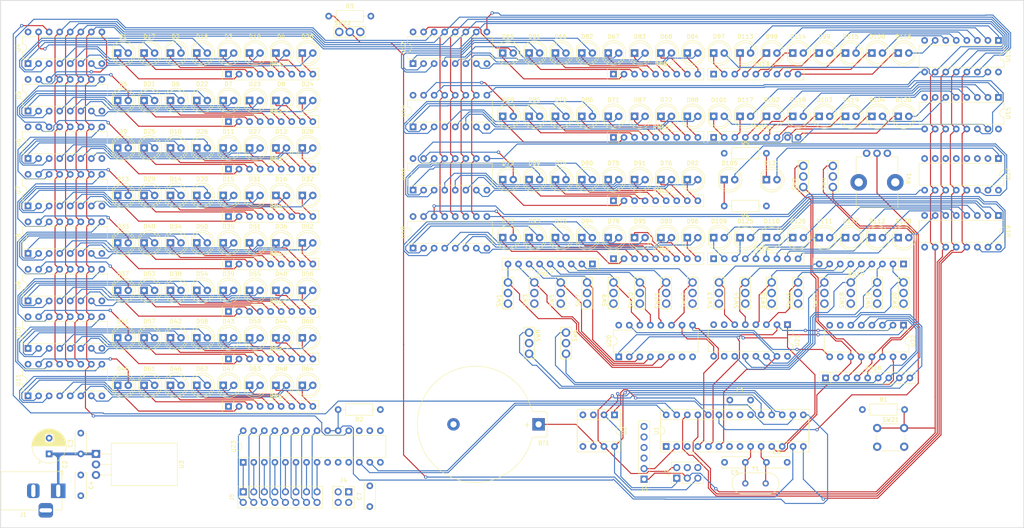
<source format=kicad_pcb>
(kicad_pcb (version 20171130) (host pcbnew "(5.0.1)-3")
  (title_block (title uVM) (date 2018-10-30) (rev A) (comment 1 http://www.apache.org/licenses/LICENSE-2.0) (comment 2 "Licensed under the Apache License, Version 2.0") (comment 3 "Copyright 2018 Sam Stevens"))
  (layers (0 F.Cu signal) (31 B.Cu signal) (34 B.Paste user) (35 F.Paste user) (36 B.SilkS user) (37 F.SilkS user) (38 B.Mask user) (39 F.Mask user) (44 Edge.Cuts user))
  (net 0 "")
  (net 1 GND)
  (net 2 /VBAT)
  (net 3 +5V)
  (net 4 /XTAL1)
  (net 5 /XTAL2)
  (net 6 "Net-(D1-Pad1)")
  (net 7 "Net-(D1-Pad2)")
  (net 8 "Net-(D2-Pad1)")
  (net 9 "Net-(D2-Pad2)")
  (net 10 "Net-(D3-Pad1)")
  (net 11 "Net-(D3-Pad2)")
  (net 12 "Net-(D4-Pad1)")
  (net 13 "Net-(D4-Pad2)")
  (net 14 "Net-(D5-Pad1)")
  (net 15 "Net-(D5-Pad2)")
  (net 16 "Net-(D6-Pad1)")
  (net 17 "Net-(D6-Pad2)")
  (net 18 "Net-(D7-Pad1)")
  (net 19 "Net-(D7-Pad2)")
  (net 20 "Net-(D8-Pad1)")
  (net 21 "Net-(D8-Pad2)")
  (net 22 "Net-(D9-Pad1)")
  (net 23 "Net-(D9-Pad2)")
  (net 24 "Net-(D10-Pad1)")
  (net 25 "Net-(D10-Pad2)")
  (net 26 "Net-(D11-Pad1)")
  (net 27 "Net-(D11-Pad2)")
  (net 28 "Net-(D12-Pad1)")
  (net 29 "Net-(D12-Pad2)")
  (net 30 "Net-(D13-Pad1)")
  (net 31 "Net-(D13-Pad2)")
  (net 32 "Net-(D14-Pad1)")
  (net 33 "Net-(D14-Pad2)")
  (net 34 "Net-(D15-Pad1)")
  (net 35 "Net-(D15-Pad2)")
  (net 36 "Net-(D16-Pad1)")
  (net 37 "Net-(D16-Pad2)")
  (net 38 "Net-(D17-Pad2)")
  (net 39 "Net-(D17-Pad1)")
  (net 40 "Net-(D18-Pad2)")
  (net 41 "Net-(D18-Pad1)")
  (net 42 "Net-(D19-Pad2)")
  (net 43 "Net-(D19-Pad1)")
  (net 44 "Net-(D20-Pad2)")
  (net 45 "Net-(D20-Pad1)")
  (net 46 "Net-(D21-Pad2)")
  (net 47 "Net-(D21-Pad1)")
  (net 48 "Net-(D22-Pad2)")
  (net 49 "Net-(D22-Pad1)")
  (net 50 "Net-(D23-Pad2)")
  (net 51 "Net-(D23-Pad1)")
  (net 52 "Net-(D24-Pad2)")
  (net 53 "Net-(D24-Pad1)")
  (net 54 "Net-(D25-Pad2)")
  (net 55 "Net-(D25-Pad1)")
  (net 56 "Net-(D26-Pad2)")
  (net 57 "Net-(D26-Pad1)")
  (net 58 "Net-(D27-Pad2)")
  (net 59 "Net-(D27-Pad1)")
  (net 60 "Net-(D28-Pad2)")
  (net 61 "Net-(D28-Pad1)")
  (net 62 "Net-(D29-Pad2)")
  (net 63 "Net-(D29-Pad1)")
  (net 64 "Net-(D30-Pad2)")
  (net 65 "Net-(D30-Pad1)")
  (net 66 "Net-(D31-Pad2)")
  (net 67 "Net-(D31-Pad1)")
  (net 68 "Net-(D32-Pad2)")
  (net 69 "Net-(D32-Pad1)")
  (net 70 "Net-(D33-Pad1)")
  (net 71 "Net-(D33-Pad2)")
  (net 72 "Net-(D34-Pad1)")
  (net 73 "Net-(D34-Pad2)")
  (net 74 "Net-(D35-Pad1)")
  (net 75 "Net-(D35-Pad2)")
  (net 76 "Net-(D36-Pad1)")
  (net 77 "Net-(D36-Pad2)")
  (net 78 "Net-(D37-Pad2)")
  (net 79 "Net-(D37-Pad1)")
  (net 80 "Net-(D38-Pad1)")
  (net 81 "Net-(D38-Pad2)")
  (net 82 "Net-(D39-Pad1)")
  (net 83 "Net-(D39-Pad2)")
  (net 84 "Net-(D40-Pad1)")
  (net 85 "Net-(D40-Pad2)")
  (net 86 "Net-(D41-Pad1)")
  (net 87 "Net-(D41-Pad2)")
  (net 88 "Net-(D42-Pad2)")
  (net 89 "Net-(D42-Pad1)")
  (net 90 "Net-(D43-Pad2)")
  (net 91 "Net-(D43-Pad1)")
  (net 92 "Net-(D44-Pad2)")
  (net 93 "Net-(D44-Pad1)")
  (net 94 "Net-(D45-Pad2)")
  (net 95 "Net-(D45-Pad1)")
  (net 96 "Net-(D46-Pad2)")
  (net 97 "Net-(D46-Pad1)")
  (net 98 "Net-(D47-Pad2)")
  (net 99 "Net-(D47-Pad1)")
  (net 100 "Net-(D48-Pad2)")
  (net 101 "Net-(D48-Pad1)")
  (net 102 "Net-(D49-Pad2)")
  (net 103 "Net-(D49-Pad1)")
  (net 104 "Net-(D50-Pad2)")
  (net 105 "Net-(D50-Pad1)")
  (net 106 "Net-(D51-Pad2)")
  (net 107 "Net-(D51-Pad1)")
  (net 108 "Net-(D52-Pad1)")
  (net 109 "Net-(D52-Pad2)")
  (net 110 "Net-(D53-Pad2)")
  (net 111 "Net-(D53-Pad1)")
  (net 112 "Net-(D54-Pad2)")
  (net 113 "Net-(D54-Pad1)")
  (net 114 "Net-(D55-Pad2)")
  (net 115 "Net-(D55-Pad1)")
  (net 116 "Net-(D56-Pad2)")
  (net 117 "Net-(D56-Pad1)")
  (net 118 "Net-(D57-Pad2)")
  (net 119 "Net-(D57-Pad1)")
  (net 120 "Net-(D58-Pad1)")
  (net 121 "Net-(D58-Pad2)")
  (net 122 "Net-(D59-Pad1)")
  (net 123 "Net-(D59-Pad2)")
  (net 124 "Net-(D60-Pad1)")
  (net 125 "Net-(D60-Pad2)")
  (net 126 "Net-(D61-Pad1)")
  (net 127 "Net-(D61-Pad2)")
  (net 128 "Net-(D62-Pad1)")
  (net 129 "Net-(D62-Pad2)")
  (net 130 "Net-(D63-Pad1)")
  (net 131 "Net-(D63-Pad2)")
  (net 132 "Net-(D64-Pad1)")
  (net 133 "Net-(D64-Pad2)")
  (net 134 "Net-(D65-Pad2)")
  (net 135 "Net-(D65-Pad1)")
  (net 136 "Net-(D66-Pad2)")
  (net 137 "Net-(D66-Pad1)")
  (net 138 "Net-(D67-Pad2)")
  (net 139 "Net-(D67-Pad1)")
  (net 140 "Net-(D68-Pad2)")
  (net 141 "Net-(D68-Pad1)")
  (net 142 "Net-(D69-Pad1)")
  (net 143 "Net-(D69-Pad2)")
  (net 144 "Net-(D70-Pad2)")
  (net 145 "Net-(D70-Pad1)")
  (net 146 "Net-(D71-Pad2)")
  (net 147 "Net-(D71-Pad1)")
  (net 148 "Net-(D72-Pad1)")
  (net 149 "Net-(D72-Pad2)")
  (net 150 "Net-(D73-Pad2)")
  (net 151 "Net-(D73-Pad1)")
  (net 152 "Net-(D74-Pad2)")
  (net 153 "Net-(D74-Pad1)")
  (net 154 "Net-(D75-Pad2)")
  (net 155 "Net-(D75-Pad1)")
  (net 156 "Net-(D76-Pad2)")
  (net 157 "Net-(D76-Pad1)")
  (net 158 "Net-(D77-Pad2)")
  (net 159 "Net-(D77-Pad1)")
  (net 160 "Net-(D78-Pad2)")
  (net 161 "Net-(D78-Pad1)")
  (net 162 "Net-(D79-Pad2)")
  (net 163 "Net-(D79-Pad1)")
  (net 164 "Net-(D80-Pad2)")
  (net 165 "Net-(D80-Pad1)")
  (net 166 "Net-(D81-Pad1)")
  (net 167 "Net-(D81-Pad2)")
  (net 168 "Net-(D82-Pad1)")
  (net 169 "Net-(D82-Pad2)")
  (net 170 "Net-(D83-Pad1)")
  (net 171 "Net-(D83-Pad2)")
  (net 172 "Net-(D84-Pad1)")
  (net 173 "Net-(D84-Pad2)")
  (net 174 "Net-(D85-Pad1)")
  (net 175 "Net-(D85-Pad2)")
  (net 176 "Net-(D86-Pad1)")
  (net 177 "Net-(D86-Pad2)")
  (net 178 "Net-(D87-Pad1)")
  (net 179 "Net-(D87-Pad2)")
  (net 180 "Net-(D88-Pad2)")
  (net 181 "Net-(D88-Pad1)")
  (net 182 "Net-(D89-Pad1)")
  (net 183 "Net-(D89-Pad2)")
  (net 184 "Net-(D90-Pad1)")
  (net 185 "Net-(D90-Pad2)")
  (net 186 "Net-(D91-Pad1)")
  (net 187 "Net-(D91-Pad2)")
  (net 188 "Net-(D92-Pad1)")
  (net 189 "Net-(D92-Pad2)")
  (net 190 "Net-(D93-Pad1)")
  (net 191 "Net-(D93-Pad2)")
  (net 192 "Net-(D94-Pad1)")
  (net 193 "Net-(D94-Pad2)")
  (net 194 "Net-(D95-Pad1)")
  (net 195 "Net-(D95-Pad2)")
  (net 196 "Net-(D96-Pad1)")
  (net 197 "Net-(D96-Pad2)")
  (net 198 "Net-(D97-Pad1)")
  (net 199 "Net-(D97-Pad2)")
  (net 200 "Net-(D98-Pad1)")
  (net 201 "Net-(D98-Pad2)")
  (net 202 "Net-(D99-Pad1)")
  (net 203 "Net-(D99-Pad2)")
  (net 204 "Net-(D100-Pad2)")
  (net 205 "Net-(D100-Pad1)")
  (net 206 "Net-(D101-Pad2)")
  (net 207 "Net-(D101-Pad1)")
  (net 208 "Net-(D102-Pad1)")
  (net 209 "Net-(D102-Pad2)")
  (net 210 "Net-(D103-Pad1)")
  (net 211 "Net-(D103-Pad2)")
  (net 212 "Net-(D104-Pad1)")
  (net 213 "Net-(D104-Pad2)")
  (net 214 "Net-(D105-Pad2)")
  (net 215 "Net-(D105-Pad1)")
  (net 216 "Net-(D109-Pad2)")
  (net 217 "Net-(D109-Pad1)")
  (net 218 "Net-(D110-Pad2)")
  (net 219 "Net-(D110-Pad1)")
  (net 220 "Net-(D111-Pad2)")
  (net 221 "Net-(D111-Pad1)")
  (net 222 "Net-(D112-Pad2)")
  (net 223 "Net-(D112-Pad1)")
  (net 224 "Net-(D113-Pad2)")
  (net 225 "Net-(D113-Pad1)")
  (net 226 "Net-(D114-Pad2)")
  (net 227 "Net-(D114-Pad1)")
  (net 228 "Net-(D115-Pad2)")
  (net 229 "Net-(D115-Pad1)")
  (net 230 "Net-(D116-Pad1)")
  (net 231 "Net-(D116-Pad2)")
  (net 232 "Net-(D117-Pad1)")
  (net 233 "Net-(D117-Pad2)")
  (net 234 "Net-(D118-Pad2)")
  (net 235 "Net-(D118-Pad1)")
  (net 236 "Net-(D119-Pad2)")
  (net 237 "Net-(D119-Pad1)")
  (net 238 "Net-(D120-Pad2)")
  (net 239 "Net-(D120-Pad1)")
  (net 240 "Net-(D121-Pad1)")
  (net 241 "Net-(D121-Pad2)")
  (net 242 "Net-(D125-Pad1)")
  (net 243 "Net-(D125-Pad2)")
  (net 244 "Net-(D126-Pad2)")
  (net 245 "Net-(D126-Pad1)")
  (net 246 "Net-(D127-Pad1)")
  (net 247 "Net-(D127-Pad2)")
  (net 248 "Net-(D128-Pad1)")
  (net 249 "Net-(D128-Pad2)")
  (net 250 /MISO)
  (net 251 /SCK)
  (net 252 /RESET)
  (net 253 /MOSI)
  (net 254 /RX)
  (net 255 /TX)
  (net 256 "Net-(J5-Pad1)")
  (net 257 "Net-(J5-Pad2)")
  (net 258 "Net-(J5-Pad3)")
  (net 259 "Net-(J5-Pad4)")
  (net 260 "Net-(J5-Pad5)")
  (net 261 "Net-(J5-Pad6)")
  (net 262 "Net-(J5-Pad7)")
  (net 263 "Net-(J5-Pad8)")
  (net 264 "Net-(J5-Pad9)")
  (net 265 "Net-(J5-Pad10)")
  (net 266 "Net-(J5-Pad11)")
  (net 267 "Net-(J5-Pad12)")
  (net 268 "Net-(J5-Pad13)")
  (net 269 "Net-(J5-Pad14)")
  (net 270 "Net-(J5-Pad15)")
  (net 271 "Net-(J5-Pad16)")
  (net 272 /IO_INT)
  (net 273 /SW_REG)
  (net 274 "Net-(RN17-Pad9)")
  (net 275 "Net-(RN17-Pad8)")
  (net 276 "Net-(RN17-Pad7)")
  (net 277 "Net-(RN17-Pad6)")
  (net 278 "Net-(RN17-Pad5)")
  (net 279 "Net-(RN17-Pad4)")
  (net 280 "Net-(RN17-Pad3)")
  (net 281 "Net-(RN17-Pad2)")
  (net 282 "Net-(RN18-Pad2)")
  (net 283 "Net-(RN18-Pad3)")
  (net 284 "Net-(RN18-Pad4)")
  (net 285 "Net-(RN18-Pad5)")
  (net 286 "Net-(RN18-Pad6)")
  (net 287 "Net-(RN18-Pad7)")
  (net 288 "Net-(RN18-Pad8)")
  (net 289 "Net-(RN18-Pad9)")
  (net 290 "Net-(RN19-Pad9)")
  (net 291 "Net-(RN19-Pad8)")
  (net 292 "Net-(RN19-Pad7)")
  (net 293 "Net-(RN19-Pad6)")
  (net 294 "Net-(RN19-Pad5)")
  (net 295 "Net-(RN19-Pad4)")
  (net 296 "Net-(RN19-Pad3)")
  (net 297 "Net-(RN19-Pad2)")
  (net 298 /SPEED)
  (net 299 "Net-(SW1-Pad1)")
  (net 300 "Net-(SW3-Pad1)")
  (net 301 "Net-(SW5-Pad1)")
  (net 302 "Net-(SW7-Pad1)")
  (net 303 "Net-(SW9-Pad1)")
  (net 304 "Net-(SW10-Pad1)")
  (net 305 "Net-(SW11-Pad1)")
  (net 306 "Net-(SW12-Pad1)")
  (net 307 "Net-(SW13-Pad1)")
  (net 308 "Net-(SW14-Pad1)")
  (net 309 "Net-(SW15-Pad1)")
  (net 310 "Net-(SW16-Pad1)")
  (net 311 "Net-(SW17-Pad1)")
  (net 312 "Net-(SW18-Pad1)")
  (net 313 "Net-(SW19-Pad1)")
  (net 314 "Net-(SW20-Pad1)")
  (net 315 "Net-(SW22-Pad3)")
  (net 316 /MEMSEL)
  (net 317 /INP_SER)
  (net 318 /INP_CLK)
  (net 319 /INP_ADDRINH)
  (net 320 "Net-(U1-Pad21)")
  (net 321 /D_REG_IN)
  (net 322 /INP_SWINH)
  (net 323 /DISP_CLK)
  (net 324 /INP_LD)
  (net 325 /SDA)
  (net 326 /DISP_EN)
  (net 327 /SCL)
  (net 328 "Net-(U2-Pad3)")
  (net 329 /DISP_RCLK)
  (net 330 "Net-(U4-Pad9)")
  (net 331 "Net-(U5-Pad9)")
  (net 332 "Net-(U6-Pad9)")
  (net 333 "Net-(U7-Pad9)")
  (net 334 "Net-(U8-Pad9)")
  (net 335 "Net-(U10-Pad14)")
  (net 336 "Net-(U10-Pad9)")
  (net 337 /D_PC_IN)
  (net 338 "Net-(U12-Pad9)")
  (net 339 /D_INSTR_IN)
  (net 340 "Net-(U14-Pad9)")
  (net 341 /D_DATA_IN)
  (net 342 /D_STATUS_IN)
  (net 343 /D_ADDR_IN)
  (net 344 "Net-(U17-Pad2)")
  (net 345 "Net-(U17-Pad3)")
  (net 346 "Net-(U17-Pad4)")
  (net 347 "Net-(U17-Pad5)")
  (net 348 "Net-(U17-Pad6)")
  (net 349 "Net-(U17-Pad7)")
  (net 350 "Net-(U18-Pad9)")
  (net 351 "Net-(U19-Pad9)")
  (net 352 "Net-(U20-Pad7)")
  (net 353 "/Input Output/ADDR_H_IN")
  (net 354 "Net-(U21-Pad7)")
  (net 355 "Net-(U22-Pad7)")
  (net 356 "Net-(U22-Pad10)")
  (net 357 "Net-(U23-Pad11)")
  (net 358 "Net-(U23-Pad14)")
  (net 359 /VIN)
  (module Package_DIP:DIP-16_W7.62mm (layer F.Cu) (at 242.824 102.362 270)
    (fp_text reference U22 (at 3.81 -2.33 270) (layer F.SilkS))
    (fp_text value 74HC165)
    (pad 16 thru_hole oval (at 7.62 0 270) (size 1.6 1.6) (drill 0.8) (layers *.Cu *.Mask) (net 3 +5V))
    (pad 8 thru_hole oval (at 0 17.78 270) (size 1.6 1.6) (drill 0.8) (layers *.Cu *.Mask) (net 1 GND))
    (pad 15 thru_hole oval (at 7.62 2.54 270) (size 1.6 1.6) (drill 0.8) (layers *.Cu *.Mask) (net 322 /INP_SWINH))
    (pad 7 thru_hole oval (at 0 15.24 270) (size 1.6 1.6) (drill 0.8) (layers *.Cu *.Mask) (net 355 "Net-(U22-Pad7)"))
    (pad 14 thru_hole oval (at 7.62 5.08 270) (size 1.6 1.6) (drill 0.8) (layers *.Cu *.Mask) (net 285 "Net-(RN18-Pad5)"))
    (pad 6 thru_hole oval (at 0 12.7 270) (size 1.6 1.6) (drill 0.8) (layers *.Cu *.Mask) (net 289 "Net-(RN18-Pad9)"))
    (pad 13 thru_hole oval (at 7.62 7.62 270) (size 1.6 1.6) (drill 0.8) (layers *.Cu *.Mask) (net 284 "Net-(RN18-Pad4)"))
    (pad 5 thru_hole oval (at 0 10.16 270) (size 1.6 1.6) (drill 0.8) (layers *.Cu *.Mask) (net 288 "Net-(RN18-Pad8)"))
    (pad 12 thru_hole oval (at 7.62 10.16 270) (size 1.6 1.6) (drill 0.8) (layers *.Cu *.Mask) (net 283 "Net-(RN18-Pad3)"))
    (pad 4 thru_hole oval (at 0 7.62 270) (size 1.6 1.6) (drill 0.8) (layers *.Cu *.Mask) (net 287 "Net-(RN18-Pad7)"))
    (pad 11 thru_hole oval (at 7.62 12.7 270) (size 1.6 1.6) (drill 0.8) (layers *.Cu *.Mask) (net 282 "Net-(RN18-Pad2)"))
    (pad 3 thru_hole oval (at 0 5.08 270) (size 1.6 1.6) (drill 0.8) (layers *.Cu *.Mask) (net 286 "Net-(RN18-Pad6)"))
    (pad 10 thru_hole oval (at 7.62 15.24 270) (size 1.6 1.6) (drill 0.8) (layers *.Cu *.Mask) (net 356 "Net-(U22-Pad10)"))
    (pad 2 thru_hole oval (at 0 2.54 270) (size 1.6 1.6) (drill 0.8) (layers *.Cu *.Mask) (net 318 /INP_CLK))
    (pad 9 thru_hole oval (at 7.62 17.78 270) (size 1.6 1.6) (drill 0.8) (layers *.Cu *.Mask) (net 317 /INP_SER))
    (pad 1 thru_hole rect (at 0 0 270) (size 1.6 1.6) (drill 0.8) (layers *.Cu *.Mask) (net 324 /INP_LD))
  )
  (module Package_DIP:DIP-16_W7.62mm (layer F.Cu) (at 174.244 109.982 90)
    (fp_text reference U20 (at 3.81 -2.33 90) (layer F.SilkS))
    (fp_text value 74HC165)
    (pad 16 thru_hole oval (at 7.62 0 90) (size 1.6 1.6) (drill 0.8) (layers *.Cu *.Mask) (net 3 +5V))
    (pad 8 thru_hole oval (at 0 17.78 90) (size 1.6 1.6) (drill 0.8) (layers *.Cu *.Mask) (net 1 GND))
    (pad 15 thru_hole oval (at 7.62 2.54 90) (size 1.6 1.6) (drill 0.8) (layers *.Cu *.Mask) (net 319 /INP_ADDRINH))
    (pad 7 thru_hole oval (at 0 15.24 90) (size 1.6 1.6) (drill 0.8) (layers *.Cu *.Mask) (net 352 "Net-(U20-Pad7)"))
    (pad 14 thru_hole oval (at 7.62 5.08 90) (size 1.6 1.6) (drill 0.8) (layers *.Cu *.Mask) (net 278 "Net-(RN17-Pad5)"))
    (pad 6 thru_hole oval (at 0 12.7 90) (size 1.6 1.6) (drill 0.8) (layers *.Cu *.Mask) (net 274 "Net-(RN17-Pad9)"))
    (pad 13 thru_hole oval (at 7.62 7.62 90) (size 1.6 1.6) (drill 0.8) (layers *.Cu *.Mask) (net 279 "Net-(RN17-Pad4)"))
    (pad 5 thru_hole oval (at 0 10.16 90) (size 1.6 1.6) (drill 0.8) (layers *.Cu *.Mask) (net 275 "Net-(RN17-Pad8)"))
    (pad 12 thru_hole oval (at 7.62 10.16 90) (size 1.6 1.6) (drill 0.8) (layers *.Cu *.Mask) (net 280 "Net-(RN17-Pad3)"))
    (pad 4 thru_hole oval (at 0 7.62 90) (size 1.6 1.6) (drill 0.8) (layers *.Cu *.Mask) (net 276 "Net-(RN17-Pad7)"))
    (pad 11 thru_hole oval (at 7.62 12.7 90) (size 1.6 1.6) (drill 0.8) (layers *.Cu *.Mask) (net 281 "Net-(RN17-Pad2)"))
    (pad 3 thru_hole oval (at 0 5.08 90) (size 1.6 1.6) (drill 0.8) (layers *.Cu *.Mask) (net 277 "Net-(RN17-Pad6)"))
    (pad 10 thru_hole oval (at 7.62 15.24 90) (size 1.6 1.6) (drill 0.8) (layers *.Cu *.Mask) (net 353 "/Input Output/ADDR_H_IN"))
    (pad 2 thru_hole oval (at 0 2.54 90) (size 1.6 1.6) (drill 0.8) (layers *.Cu *.Mask) (net 318 /INP_CLK))
    (pad 9 thru_hole oval (at 7.62 17.78 90) (size 1.6 1.6) (drill 0.8) (layers *.Cu *.Mask) (net 317 /INP_SER))
    (pad 1 thru_hole rect (at 0 0 90) (size 1.6 1.6) (drill 0.8) (layers *.Cu *.Mask) (net 324 /INP_LD))
  )
  (module Package_DIP:DIP-8_W7.62mm_Socket (layer F.Cu) (at 173.228 123.952 270)
    (fp_text reference U2 (at 3.81 -2.33 270) (layer F.SilkS))
    (fp_text value 23LCV512)
    (pad 1 thru_hole rect (at 0 0 270) (size 1.6 1.6) (drill 0.8) (layers *.Cu *.Mask) (net 316 /MEMSEL))
    (pad 5 thru_hole oval (at 7.62 7.62 270) (size 1.6 1.6) (drill 0.8) (layers *.Cu *.Mask) (net 3 +5V))
    (pad 2 thru_hole oval (at 0 2.54 270) (size 1.6 1.6) (drill 0.8) (layers *.Cu *.Mask) (net 250 /MISO))
    (pad 6 thru_hole oval (at 7.62 5.08 270) (size 1.6 1.6) (drill 0.8) (layers *.Cu *.Mask) (net 2 /VBAT))
    (pad 3 thru_hole oval (at 0 5.08 270) (size 1.6 1.6) (drill 0.8) (layers *.Cu *.Mask) (net 328 "Net-(U2-Pad3)"))
    (pad 7 thru_hole oval (at 7.62 2.54 270) (size 1.6 1.6) (drill 0.8) (layers *.Cu *.Mask) (net 251 /SCK))
    (pad 4 thru_hole oval (at 0 7.62 270) (size 1.6 1.6) (drill 0.8) (layers *.Cu *.Mask) (net 1 GND))
    (pad 8 thru_hole oval (at 7.62 0 270) (size 1.6 1.6) (drill 0.8) (layers *.Cu *.Mask) (net 253 /MOSI))
  )
  (module Package_DIP:DIP-28_W7.62mm_Socket (layer F.Cu) (at 185.674 131.572 90)
    (fp_text reference U1 (at 3.81 -2.33 90) (layer F.SilkS))
    (fp_text value ATmega328P-PU)
    (pad 1 thru_hole rect (at 0 0 90) (size 1.6 1.6) (drill 0.8) (layers *.Cu *.Mask) (net 252 /RESET))
    (pad 15 thru_hole oval (at 7.62 33.02 90) (size 1.6 1.6) (drill 0.8) (layers *.Cu *.Mask) (net 272 /IO_INT))
    (pad 2 thru_hole oval (at 0 2.54 90) (size 1.6 1.6) (drill 0.8) (layers *.Cu *.Mask) (net 255 /TX))
    (pad 16 thru_hole oval (at 7.62 30.48 90) (size 1.6 1.6) (drill 0.8) (layers *.Cu *.Mask) (net 316 /MEMSEL))
    (pad 3 thru_hole oval (at 0 5.08 90) (size 1.6 1.6) (drill 0.8) (layers *.Cu *.Mask) (net 254 /RX))
    (pad 17 thru_hole oval (at 7.62 27.94 90) (size 1.6 1.6) (drill 0.8) (layers *.Cu *.Mask) (net 253 /MOSI))
    (pad 4 thru_hole oval (at 0 7.62 90) (size 1.6 1.6) (drill 0.8) (layers *.Cu *.Mask) (net 317 /INP_SER))
    (pad 18 thru_hole oval (at 7.62 25.4 90) (size 1.6 1.6) (drill 0.8) (layers *.Cu *.Mask) (net 250 /MISO))
    (pad 5 thru_hole oval (at 0 10.16 90) (size 1.6 1.6) (drill 0.8) (layers *.Cu *.Mask) (net 318 /INP_CLK))
    (pad 19 thru_hole oval (at 7.62 22.86 90) (size 1.6 1.6) (drill 0.8) (layers *.Cu *.Mask) (net 251 /SCK))
    (pad 6 thru_hole oval (at 0 12.7 90) (size 1.6 1.6) (drill 0.8) (layers *.Cu *.Mask) (net 319 /INP_ADDRINH))
    (pad 20 thru_hole oval (at 7.62 20.32 90) (size 1.6 1.6) (drill 0.8) (layers *.Cu *.Mask) (net 3 +5V))
    (pad 7 thru_hole oval (at 0 15.24 90) (size 1.6 1.6) (drill 0.8) (layers *.Cu *.Mask) (net 3 +5V))
    (pad 21 thru_hole oval (at 7.62 17.78 90) (size 1.6 1.6) (drill 0.8) (layers *.Cu *.Mask) (net 320 "Net-(U1-Pad21)"))
    (pad 8 thru_hole oval (at 0 17.78 90) (size 1.6 1.6) (drill 0.8) (layers *.Cu *.Mask) (net 1 GND))
    (pad 22 thru_hole oval (at 7.62 15.24 90) (size 1.6 1.6) (drill 0.8) (layers *.Cu *.Mask) (net 1 GND))
    (pad 9 thru_hole oval (at 0 20.32 90) (size 1.6 1.6) (drill 0.8) (layers *.Cu *.Mask) (net 4 /XTAL1))
    (pad 23 thru_hole oval (at 7.62 12.7 90) (size 1.6 1.6) (drill 0.8) (layers *.Cu *.Mask) (net 298 /SPEED))
    (pad 10 thru_hole oval (at 0 22.86 90) (size 1.6 1.6) (drill 0.8) (layers *.Cu *.Mask) (net 5 /XTAL2))
    (pad 24 thru_hole oval (at 7.62 10.16 90) (size 1.6 1.6) (drill 0.8) (layers *.Cu *.Mask) (net 321 /D_REG_IN))
    (pad 11 thru_hole oval (at 0 25.4 90) (size 1.6 1.6) (drill 0.8) (layers *.Cu *.Mask) (net 322 /INP_SWINH))
    (pad 25 thru_hole oval (at 7.62 7.62 90) (size 1.6 1.6) (drill 0.8) (layers *.Cu *.Mask) (net 323 /DISP_CLK))
    (pad 12 thru_hole oval (at 0 27.94 90) (size 1.6 1.6) (drill 0.8) (layers *.Cu *.Mask) (net 324 /INP_LD))
    (pad 26 thru_hole oval (at 7.62 5.08 90) (size 1.6 1.6) (drill 0.8) (layers *.Cu *.Mask) (net 329 /DISP_RCLK))
    (pad 13 thru_hole oval (at 0 30.48 90) (size 1.6 1.6) (drill 0.8) (layers *.Cu *.Mask) (net 273 /SW_REG))
    (pad 27 thru_hole oval (at 7.62 2.54 90) (size 1.6 1.6) (drill 0.8) (layers *.Cu *.Mask) (net 325 /SDA))
    (pad 14 thru_hole oval (at 0 33.02 90) (size 1.6 1.6) (drill 0.8) (layers *.Cu *.Mask) (net 326 /DISP_EN))
    (pad 28 thru_hole oval (at 7.62 0 90) (size 1.6 1.6) (drill 0.8) (layers *.Cu *.Mask) (net 327 /SCL))
  )
  (module LED_THT:LED_D5.0mm (layer F.Cu) (at 209.804 81.28)
    (fp_text reference D110 (at 1.27 -3.96) (layer F.SilkS))
    (fp_text value LED)
    (pad 2 thru_hole circle (at 2.54 0) (size 1.8 1.8) (drill 0.9) (layers *.Cu *.Mask) (net 218 "Net-(D110-Pad2)"))
    (pad 1 thru_hole rect (at 0 0) (size 1.8 1.8) (drill 0.9) (layers *.Cu *.Mask) (net 219 "Net-(D110-Pad1)"))
  )
  (module Package_DIP:DIP-16_W7.62mm (layer F.Cu) (at 265.684 62.23 270)
    (fp_text reference U17 (at 3.81 -2.33 270) (layer F.SilkS))
    (fp_text value 74HC595)
    (pad 1 thru_hole rect (at 0 0 270) (size 1.6 1.6) (drill 0.8) (layers *.Cu *.Mask) (net 241 "Net-(D121-Pad2)"))
    (pad 9 thru_hole oval (at 7.62 17.78 270) (size 1.6 1.6) (drill 0.8) (layers *.Cu *.Mask) (net 343 /D_ADDR_IN))
    (pad 2 thru_hole oval (at 0 2.54 270) (size 1.6 1.6) (drill 0.8) (layers *.Cu *.Mask) (net 344 "Net-(U17-Pad2)"))
    (pad 10 thru_hole oval (at 7.62 15.24 270) (size 1.6 1.6) (drill 0.8) (layers *.Cu *.Mask) (net 252 /RESET))
    (pad 3 thru_hole oval (at 0 5.08 270) (size 1.6 1.6) (drill 0.8) (layers *.Cu *.Mask) (net 345 "Net-(U17-Pad3)"))
    (pad 11 thru_hole oval (at 7.62 12.7 270) (size 1.6 1.6) (drill 0.8) (layers *.Cu *.Mask) (net 323 /DISP_CLK))
    (pad 4 thru_hole oval (at 0 7.62 270) (size 1.6 1.6) (drill 0.8) (layers *.Cu *.Mask) (net 346 "Net-(U17-Pad4)"))
    (pad 12 thru_hole oval (at 7.62 10.16 270) (size 1.6 1.6) (drill 0.8) (layers *.Cu *.Mask) (net 329 /DISP_RCLK))
    (pad 5 thru_hole oval (at 0 10.16 270) (size 1.6 1.6) (drill 0.8) (layers *.Cu *.Mask) (net 347 "Net-(U17-Pad5)"))
    (pad 13 thru_hole oval (at 7.62 7.62 270) (size 1.6 1.6) (drill 0.8) (layers *.Cu *.Mask) (net 326 /DISP_EN))
    (pad 6 thru_hole oval (at 0 12.7 270) (size 1.6 1.6) (drill 0.8) (layers *.Cu *.Mask) (net 348 "Net-(U17-Pad6)"))
    (pad 14 thru_hole oval (at 7.62 5.08 270) (size 1.6 1.6) (drill 0.8) (layers *.Cu *.Mask) (net 342 /D_STATUS_IN))
    (pad 7 thru_hole oval (at 0 15.24 270) (size 1.6 1.6) (drill 0.8) (layers *.Cu *.Mask) (net 349 "Net-(U17-Pad7)"))
    (pad 15 thru_hole oval (at 7.62 2.54 270) (size 1.6 1.6) (drill 0.8) (layers *.Cu *.Mask) (net 214 "Net-(D105-Pad2)"))
    (pad 8 thru_hole oval (at 0 17.78 270) (size 1.6 1.6) (drill 0.8) (layers *.Cu *.Mask) (net 1 GND))
    (pad 16 thru_hole oval (at 7.62 0 270) (size 1.6 1.6) (drill 0.8) (layers *.Cu *.Mask) (net 3 +5V))
  )
  (module Package_DIP:DIP-16_W7.62mm (layer F.Cu) (at 124.714 39.37 90)
    (fp_text reference U12 (at 3.81 -2.33 90) (layer F.SilkS))
    (fp_text value 74HC595)
    (pad 1 thru_hole rect (at 0 0 90) (size 1.6 1.6) (drill 0.8) (layers *.Cu *.Mask) (net 167 "Net-(D81-Pad2)"))
    (pad 9 thru_hole oval (at 7.62 17.78 90) (size 1.6 1.6) (drill 0.8) (layers *.Cu *.Mask) (net 338 "Net-(U12-Pad9)"))
    (pad 2 thru_hole oval (at 0 2.54 90) (size 1.6 1.6) (drill 0.8) (layers *.Cu *.Mask) (net 136 "Net-(D66-Pad2)"))
    (pad 10 thru_hole oval (at 7.62 15.24 90) (size 1.6 1.6) (drill 0.8) (layers *.Cu *.Mask) (net 252 /RESET))
    (pad 3 thru_hole oval (at 0 5.08 90) (size 1.6 1.6) (drill 0.8) (layers *.Cu *.Mask) (net 169 "Net-(D82-Pad2)"))
    (pad 11 thru_hole oval (at 7.62 12.7 90) (size 1.6 1.6) (drill 0.8) (layers *.Cu *.Mask) (net 323 /DISP_CLK))
    (pad 4 thru_hole oval (at 0 7.62 90) (size 1.6 1.6) (drill 0.8) (layers *.Cu *.Mask) (net 138 "Net-(D67-Pad2)"))
    (pad 12 thru_hole oval (at 7.62 10.16 90) (size 1.6 1.6) (drill 0.8) (layers *.Cu *.Mask) (net 329 /DISP_RCLK))
    (pad 5 thru_hole oval (at 0 10.16 90) (size 1.6 1.6) (drill 0.8) (layers *.Cu *.Mask) (net 171 "Net-(D83-Pad2)"))
    (pad 13 thru_hole oval (at 7.62 7.62 90) (size 1.6 1.6) (drill 0.8) (layers *.Cu *.Mask) (net 326 /DISP_EN))
    (pad 6 thru_hole oval (at 0 12.7 90) (size 1.6 1.6) (drill 0.8) (layers *.Cu *.Mask) (net 140 "Net-(D68-Pad2)"))
    (pad 14 thru_hole oval (at 7.62 5.08 90) (size 1.6 1.6) (drill 0.8) (layers *.Cu *.Mask) (net 337 /D_PC_IN))
    (pad 7 thru_hole oval (at 0 15.24 90) (size 1.6 1.6) (drill 0.8) (layers *.Cu *.Mask) (net 173 "Net-(D84-Pad2)"))
    (pad 15 thru_hole oval (at 7.62 2.54 90) (size 1.6 1.6) (drill 0.8) (layers *.Cu *.Mask) (net 134 "Net-(D65-Pad2)"))
    (pad 8 thru_hole oval (at 0 17.78 90) (size 1.6 1.6) (drill 0.8) (layers *.Cu *.Mask) (net 1 GND))
    (pad 16 thru_hole oval (at 7.62 0 90) (size 1.6 1.6) (drill 0.8) (layers *.Cu *.Mask) (net 3 +5V))
  )
  (module Package_DIP:DIP-16_W7.62mm (layer F.Cu) (at 32.004 50.8 90)
    (fp_text reference U5 (at 3.81 -2.33 90) (layer F.SilkS))
    (fp_text value 74HC595)
    (pad 16 thru_hole oval (at 7.62 0 90) (size 1.6 1.6) (drill 0.8) (layers *.Cu *.Mask) (net 3 +5V))
    (pad 8 thru_hole oval (at 0 17.78 90) (size 1.6 1.6) (drill 0.8) (layers *.Cu *.Mask) (net 1 GND))
    (pad 15 thru_hole oval (at 7.62 2.54 90) (size 1.6 1.6) (drill 0.8) (layers *.Cu *.Mask) (net 15 "Net-(D5-Pad2)"))
    (pad 7 thru_hole oval (at 0 15.24 90) (size 1.6 1.6) (drill 0.8) (layers *.Cu *.Mask) (net 52 "Net-(D24-Pad2)"))
    (pad 14 thru_hole oval (at 7.62 5.08 90) (size 1.6 1.6) (drill 0.8) (layers *.Cu *.Mask) (net 330 "Net-(U4-Pad9)"))
    (pad 6 thru_hole oval (at 0 12.7 90) (size 1.6 1.6) (drill 0.8) (layers *.Cu *.Mask) (net 21 "Net-(D8-Pad2)"))
    (pad 13 thru_hole oval (at 7.62 7.62 90) (size 1.6 1.6) (drill 0.8) (layers *.Cu *.Mask) (net 326 /DISP_EN))
    (pad 5 thru_hole oval (at 0 10.16 90) (size 1.6 1.6) (drill 0.8) (layers *.Cu *.Mask) (net 50 "Net-(D23-Pad2)"))
    (pad 12 thru_hole oval (at 7.62 10.16 90) (size 1.6 1.6) (drill 0.8) (layers *.Cu *.Mask) (net 329 /DISP_RCLK))
    (pad 4 thru_hole oval (at 0 7.62 90) (size 1.6 1.6) (drill 0.8) (layers *.Cu *.Mask) (net 19 "Net-(D7-Pad2)"))
    (pad 11 thru_hole oval (at 7.62 12.7 90) (size 1.6 1.6) (drill 0.8) (layers *.Cu *.Mask) (net 323 /DISP_CLK))
    (pad 3 thru_hole oval (at 0 5.08 90) (size 1.6 1.6) (drill 0.8) (layers *.Cu *.Mask) (net 48 "Net-(D22-Pad2)"))
    (pad 10 thru_hole oval (at 7.62 15.24 90) (size 1.6 1.6) (drill 0.8) (layers *.Cu *.Mask) (net 252 /RESET))
    (pad 2 thru_hole oval (at 0 2.54 90) (size 1.6 1.6) (drill 0.8) (layers *.Cu *.Mask) (net 17 "Net-(D6-Pad2)"))
    (pad 9 thru_hole oval (at 7.62 17.78 90) (size 1.6 1.6) (drill 0.8) (layers *.Cu *.Mask) (net 331 "Net-(U5-Pad9)"))
    (pad 1 thru_hole rect (at 0 0 90) (size 1.6 1.6) (drill 0.8) (layers *.Cu *.Mask) (net 46 "Net-(D21-Pad2)"))
  )
  (module Package_DIP:DIP-16_W7.62mm (layer F.Cu) (at 265.684 47.498 270)
    (fp_text reference U15 (at 3.81 -2.33 270) (layer F.SilkS))
    (fp_text value 74HC595)
    (pad 16 thru_hole oval (at 7.62 0 270) (size 1.6 1.6) (drill 0.8) (layers *.Cu *.Mask) (net 3 +5V))
    (pad 8 thru_hole oval (at 0 17.78 270) (size 1.6 1.6) (drill 0.8) (layers *.Cu *.Mask) (net 1 GND))
    (pad 15 thru_hole oval (at 7.62 2.54 270) (size 1.6 1.6) (drill 0.8) (layers *.Cu *.Mask) (net 206 "Net-(D101-Pad2)"))
    (pad 7 thru_hole oval (at 0 15.24 270) (size 1.6 1.6) (drill 0.8) (layers *.Cu *.Mask) (net 238 "Net-(D120-Pad2)"))
    (pad 14 thru_hole oval (at 7.62 5.08 270) (size 1.6 1.6) (drill 0.8) (layers *.Cu *.Mask) (net 340 "Net-(U14-Pad9)"))
    (pad 6 thru_hole oval (at 0 12.7 270) (size 1.6 1.6) (drill 0.8) (layers *.Cu *.Mask) (net 213 "Net-(D104-Pad2)"))
    (pad 13 thru_hole oval (at 7.62 7.62 270) (size 1.6 1.6) (drill 0.8) (layers *.Cu *.Mask) (net 326 /DISP_EN))
    (pad 5 thru_hole oval (at 0 10.16 270) (size 1.6 1.6) (drill 0.8) (layers *.Cu *.Mask) (net 236 "Net-(D119-Pad2)"))
    (pad 12 thru_hole oval (at 7.62 10.16 270) (size 1.6 1.6) (drill 0.8) (layers *.Cu *.Mask) (net 329 /DISP_RCLK))
    (pad 4 thru_hole oval (at 0 7.62 270) (size 1.6 1.6) (drill 0.8) (layers *.Cu *.Mask) (net 211 "Net-(D103-Pad2)"))
    (pad 11 thru_hole oval (at 7.62 12.7 270) (size 1.6 1.6) (drill 0.8) (layers *.Cu *.Mask) (net 323 /DISP_CLK))
    (pad 3 thru_hole oval (at 0 5.08 270) (size 1.6 1.6) (drill 0.8) (layers *.Cu *.Mask) (net 234 "Net-(D118-Pad2)"))
    (pad 10 thru_hole oval (at 7.62 15.24 270) (size 1.6 1.6) (drill 0.8) (layers *.Cu *.Mask) (net 252 /RESET))
    (pad 2 thru_hole oval (at 0 2.54 270) (size 1.6 1.6) (drill 0.8) (layers *.Cu *.Mask) (net 209 "Net-(D102-Pad2)"))
    (pad 9 thru_hole oval (at 7.62 17.78 270) (size 1.6 1.6) (drill 0.8) (layers *.Cu *.Mask) (net 341 /D_DATA_IN))
    (pad 1 thru_hole rect (at 0 0 270) (size 1.6 1.6) (drill 0.8) (layers *.Cu *.Mask) (net 233 "Net-(D117-Pad2)"))
  )
  (module Package_DIP:DIP-16_W7.62mm (layer F.Cu) (at 32.004 39.37 90)
    (fp_text reference U4 (at 3.81 -2.33 90) (layer F.SilkS))
    (fp_text value 74HC595)
    (pad 16 thru_hole oval (at 7.62 0 90) (size 1.6 1.6) (drill 0.8) (layers *.Cu *.Mask) (net 3 +5V))
    (pad 8 thru_hole oval (at 0 17.78 90) (size 1.6 1.6) (drill 0.8) (layers *.Cu *.Mask) (net 1 GND))
    (pad 15 thru_hole oval (at 7.62 2.54 90) (size 1.6 1.6) (drill 0.8) (layers *.Cu *.Mask) (net 7 "Net-(D1-Pad2)"))
    (pad 7 thru_hole oval (at 0 15.24 90) (size 1.6 1.6) (drill 0.8) (layers *.Cu *.Mask) (net 44 "Net-(D20-Pad2)"))
    (pad 14 thru_hole oval (at 7.62 5.08 90) (size 1.6 1.6) (drill 0.8) (layers *.Cu *.Mask) (net 321 /D_REG_IN))
    (pad 6 thru_hole oval (at 0 12.7 90) (size 1.6 1.6) (drill 0.8) (layers *.Cu *.Mask) (net 13 "Net-(D4-Pad2)"))
    (pad 13 thru_hole oval (at 7.62 7.62 90) (size 1.6 1.6) (drill 0.8) (layers *.Cu *.Mask) (net 326 /DISP_EN))
    (pad 5 thru_hole oval (at 0 10.16 90) (size 1.6 1.6) (drill 0.8) (layers *.Cu *.Mask) (net 42 "Net-(D19-Pad2)"))
    (pad 12 thru_hole oval (at 7.62 10.16 90) (size 1.6 1.6) (drill 0.8) (layers *.Cu *.Mask) (net 329 /DISP_RCLK))
    (pad 4 thru_hole oval (at 0 7.62 90) (size 1.6 1.6) (drill 0.8) (layers *.Cu *.Mask) (net 11 "Net-(D3-Pad2)"))
    (pad 11 thru_hole oval (at 7.62 12.7 90) (size 1.6 1.6) (drill 0.8) (layers *.Cu *.Mask) (net 323 /DISP_CLK))
    (pad 3 thru_hole oval (at 0 5.08 90) (size 1.6 1.6) (drill 0.8) (layers *.Cu *.Mask) (net 40 "Net-(D18-Pad2)"))
    (pad 10 thru_hole oval (at 7.62 15.24 90) (size 1.6 1.6) (drill 0.8) (layers *.Cu *.Mask) (net 252 /RESET))
    (pad 2 thru_hole oval (at 0 2.54 90) (size 1.6 1.6) (drill 0.8) (layers *.Cu *.Mask) (net 9 "Net-(D2-Pad2)"))
    (pad 9 thru_hole oval (at 7.62 17.78 90) (size 1.6 1.6) (drill 0.8) (layers *.Cu *.Mask) (net 330 "Net-(U4-Pad9)"))
    (pad 1 thru_hole rect (at 0 0 90) (size 1.6 1.6) (drill 0.8) (layers *.Cu *.Mask) (net 38 "Net-(D17-Pad2)"))
  )
  (module Package_DIP:DIP-16_W7.62mm (layer F.Cu) (at 32.004 85.09 90)
    (fp_text reference U8 (at 3.81 -2.33 90) (layer F.SilkS))
    (fp_text value 74HC595)
    (pad 1 thru_hole rect (at 0 0 90) (size 1.6 1.6) (drill 0.8) (layers *.Cu *.Mask) (net 102 "Net-(D49-Pad2)"))
    (pad 9 thru_hole oval (at 7.62 17.78 90) (size 1.6 1.6) (drill 0.8) (layers *.Cu *.Mask) (net 334 "Net-(U8-Pad9)"))
    (pad 2 thru_hole oval (at 0 2.54 90) (size 1.6 1.6) (drill 0.8) (layers *.Cu *.Mask) (net 73 "Net-(D34-Pad2)"))
    (pad 10 thru_hole oval (at 7.62 15.24 90) (size 1.6 1.6) (drill 0.8) (layers *.Cu *.Mask) (net 252 /RESET))
    (pad 3 thru_hole oval (at 0 5.08 90) (size 1.6 1.6) (drill 0.8) (layers *.Cu *.Mask) (net 104 "Net-(D50-Pad2)"))
    (pad 11 thru_hole oval (at 7.62 12.7 90) (size 1.6 1.6) (drill 0.8) (layers *.Cu *.Mask) (net 323 /DISP_CLK))
    (pad 4 thru_hole oval (at 0 7.62 90) (size 1.6 1.6) (drill 0.8) (layers *.Cu *.Mask) (net 75 "Net-(D35-Pad2)"))
    (pad 12 thru_hole oval (at 7.62 10.16 90) (size 1.6 1.6) (drill 0.8) (layers *.Cu *.Mask) (net 329 /DISP_RCLK))
    (pad 5 thru_hole oval (at 0 10.16 90) (size 1.6 1.6) (drill 0.8) (layers *.Cu *.Mask) (net 106 "Net-(D51-Pad2)"))
    (pad 13 thru_hole oval (at 7.62 7.62 90) (size 1.6 1.6) (drill 0.8) (layers *.Cu *.Mask) (net 326 /DISP_EN))
    (pad 6 thru_hole oval (at 0 12.7 90) (size 1.6 1.6) (drill 0.8) (layers *.Cu *.Mask) (net 77 "Net-(D36-Pad2)"))
    (pad 14 thru_hole oval (at 7.62 5.08 90) (size 1.6 1.6) (drill 0.8) (layers *.Cu *.Mask) (net 333 "Net-(U7-Pad9)"))
    (pad 7 thru_hole oval (at 0 15.24 90) (size 1.6 1.6) (drill 0.8) (layers *.Cu *.Mask) (net 109 "Net-(D52-Pad2)"))
    (pad 15 thru_hole oval (at 7.62 2.54 90) (size 1.6 1.6) (drill 0.8) (layers *.Cu *.Mask) (net 71 "Net-(D33-Pad2)"))
    (pad 8 thru_hole oval (at 0 17.78 90) (size 1.6 1.6) (drill 0.8) (layers *.Cu *.Mask) (net 1 GND))
    (pad 16 thru_hole oval (at 7.62 0 90) (size 1.6 1.6) (drill 0.8) (layers *.Cu *.Mask) (net 3 +5V))
  )
  (module Battery:BatteryHolder_Keystone_105_1x2430 (layer F.Cu) (at 154.94 126.238 180)
    (fp_text reference BT1 (at -1.25 -4.5 180) (layer F.SilkS))
    (fp_text value "3V CR2032")
    (fp_text user + (at 2.75 0 180) (layer F.SilkS) (effects (font (size 1.5 1.5))))
    (pad 2 thru_hole circle (at 20.49 0 180) (size 3 3) (drill 1.5) (layers *.Cu *.Mask) (net 1 GND))
    (pad 1 thru_hole rect (at 0 0 180) (size 3 3) (drill 1.5) (layers *.Cu *.Mask) (net 2 /VBAT))
  )
  (module Capacitor_THT:C_Disc_D6.0mm_W2.5mm_P5.00mm (layer F.Cu) (at 200.994 120.396)
    (fp_text reference C1 (at 2.5 -2.5) (layer F.SilkS))
    (fp_text value 100nF)
    (pad 1 thru_hole circle (at 0 0) (size 1.6 1.6) (drill 0.8) (layers *.Cu *.Mask) (net 1 GND))
    (pad 2 thru_hole circle (at 5 0) (size 1.6 1.6) (drill 0.8) (layers *.Cu *.Mask) (net 3 +5V))
  )
  (module Capacitor_THT:CP_Radial_D8.0mm_P3.80mm (layer F.Cu) (at 37.084 133.35 90)
    (fp_text reference C2 (at -2.55 3.81 90) (layer F.SilkS))
    (fp_text value 1000uF)
    (pad 1 thru_hole rect (at 0 0 90) (size 1.6 1.6) (drill 0.8) (layers *.Cu *.Mask) (net 359 /VIN))
    (pad 2 thru_hole circle (at 3.8 0 90) (size 1.6 1.6) (drill 0.8) (layers *.Cu *.Mask) (net 1 GND))
  )
  (module Capacitor_THT:C_Disc_D4.7mm_W2.5mm_P5.00mm (layer F.Cu) (at 44.704 133.35 90)
    (fp_text reference C3 (at 2.5 -2.5 90) (layer F.SilkS))
    (fp_text value 220nF)
    (pad 1 thru_hole circle (at 0 0 90) (size 1.6 1.6) (drill 0.8) (layers *.Cu *.Mask) (net 359 /VIN))
    (pad 2 thru_hole circle (at 5 0 90) (size 1.6 1.6) (drill 0.8) (layers *.Cu *.Mask) (net 1 GND))
  )
  (module Capacitor_THT:C_Disc_D6.0mm_W2.5mm_P5.00mm (layer F.Cu) (at 44.704 138.43 270)
    (fp_text reference C4 (at 2.5 -2.5 270) (layer F.SilkS))
    (fp_text value 100nF)
    (pad 2 thru_hole circle (at 5 0 270) (size 1.6 1.6) (drill 0.8) (layers *.Cu *.Mask) (net 1 GND))
    (pad 1 thru_hole circle (at 0 0 270) (size 1.6 1.6) (drill 0.8) (layers *.Cu *.Mask) (net 3 +5V))
  )
  (module Capacitor_THT:C_Disc_D6.0mm_W2.5mm_P5.00mm (layer F.Cu) (at 204.724 135.382 180)
    (fp_text reference C5 (at 2.5 -2.5 180) (layer F.SilkS))
    (fp_text value 6pF)
    (pad 1 thru_hole circle (at 0 0 180) (size 1.6 1.6) (drill 0.8) (layers *.Cu *.Mask) (net 4 /XTAL1))
    (pad 2 thru_hole circle (at 5 0 180) (size 1.6 1.6) (drill 0.8) (layers *.Cu *.Mask) (net 1 GND))
  )
  (module Capacitor_THT:C_Disc_D6.0mm_W2.5mm_P5.00mm (layer F.Cu) (at 209.804 135.382)
    (fp_text reference C6 (at 2.5 -2.5) (layer F.SilkS))
    (fp_text value 6pF)
    (pad 2 thru_hole circle (at 5 0) (size 1.6 1.6) (drill 0.8) (layers *.Cu *.Mask) (net 1 GND))
    (pad 1 thru_hole circle (at 0 0) (size 1.6 1.6) (drill 0.8) (layers *.Cu *.Mask) (net 5 /XTAL2))
  )
  (module LED_THT:LED_D5.0mm (layer F.Cu) (at 53.594 36.83)
    (fp_text reference D1 (at 1.27 -3.96) (layer F.SilkS))
    (fp_text value LED)
    (pad 1 thru_hole rect (at 0 0) (size 1.8 1.8) (drill 0.9) (layers *.Cu *.Mask) (net 6 "Net-(D1-Pad1)"))
    (pad 2 thru_hole circle (at 2.54 0) (size 1.8 1.8) (drill 0.9) (layers *.Cu *.Mask) (net 7 "Net-(D1-Pad2)"))
  )
  (module LED_THT:LED_D5.0mm (layer F.Cu) (at 66.294 36.83)
    (fp_text reference D2 (at 1.27 -3.96) (layer F.SilkS))
    (fp_text value LED)
    (pad 1 thru_hole rect (at 0 0) (size 1.8 1.8) (drill 0.9) (layers *.Cu *.Mask) (net 8 "Net-(D2-Pad1)"))
    (pad 2 thru_hole circle (at 2.54 0) (size 1.8 1.8) (drill 0.9) (layers *.Cu *.Mask) (net 9 "Net-(D2-Pad2)"))
  )
  (module LED_THT:LED_D5.0mm (layer F.Cu) (at 78.994 36.83)
    (fp_text reference D3 (at 1.27 -3.96) (layer F.SilkS))
    (fp_text value LED)
    (pad 1 thru_hole rect (at 0 0) (size 1.8 1.8) (drill 0.9) (layers *.Cu *.Mask) (net 10 "Net-(D3-Pad1)"))
    (pad 2 thru_hole circle (at 2.54 0) (size 1.8 1.8) (drill 0.9) (layers *.Cu *.Mask) (net 11 "Net-(D3-Pad2)"))
  )
  (module LED_THT:LED_D5.0mm (layer F.Cu) (at 91.694 36.83)
    (fp_text reference D4 (at 1.27 -3.96) (layer F.SilkS))
    (fp_text value LED)
    (pad 1 thru_hole rect (at 0 0) (size 1.8 1.8) (drill 0.9) (layers *.Cu *.Mask) (net 12 "Net-(D4-Pad1)"))
    (pad 2 thru_hole circle (at 2.54 0) (size 1.8 1.8) (drill 0.9) (layers *.Cu *.Mask) (net 13 "Net-(D4-Pad2)"))
  )
  (module LED_THT:LED_D5.0mm (layer F.Cu) (at 53.594 48.26)
    (fp_text reference D5 (at 1.27 -3.96) (layer F.SilkS))
    (fp_text value LED)
    (pad 1 thru_hole rect (at 0 0) (size 1.8 1.8) (drill 0.9) (layers *.Cu *.Mask) (net 14 "Net-(D5-Pad1)"))
    (pad 2 thru_hole circle (at 2.54 0) (size 1.8 1.8) (drill 0.9) (layers *.Cu *.Mask) (net 15 "Net-(D5-Pad2)"))
  )
  (module LED_THT:LED_D5.0mm (layer F.Cu) (at 66.294 48.26)
    (fp_text reference D6 (at 1.27 -3.96) (layer F.SilkS))
    (fp_text value LED)
    (pad 1 thru_hole rect (at 0 0) (size 1.8 1.8) (drill 0.9) (layers *.Cu *.Mask) (net 16 "Net-(D6-Pad1)"))
    (pad 2 thru_hole circle (at 2.54 0) (size 1.8 1.8) (drill 0.9) (layers *.Cu *.Mask) (net 17 "Net-(D6-Pad2)"))
  )
  (module LED_THT:LED_D5.0mm (layer F.Cu) (at 78.994 48.26)
    (fp_text reference D7 (at 1.27 -3.96) (layer F.SilkS))
    (fp_text value LED)
    (pad 1 thru_hole rect (at 0 0) (size 1.8 1.8) (drill 0.9) (layers *.Cu *.Mask) (net 18 "Net-(D7-Pad1)"))
    (pad 2 thru_hole circle (at 2.54 0) (size 1.8 1.8) (drill 0.9) (layers *.Cu *.Mask) (net 19 "Net-(D7-Pad2)"))
  )
  (module LED_THT:LED_D5.0mm (layer F.Cu) (at 91.694 48.26)
    (fp_text reference D8 (at 1.27 -3.96) (layer F.SilkS))
    (fp_text value LED)
    (pad 1 thru_hole rect (at 0 0) (size 1.8 1.8) (drill 0.9) (layers *.Cu *.Mask) (net 20 "Net-(D8-Pad1)"))
    (pad 2 thru_hole circle (at 2.54 0) (size 1.8 1.8) (drill 0.9) (layers *.Cu *.Mask) (net 21 "Net-(D8-Pad2)"))
  )
  (module LED_THT:LED_D5.0mm (layer F.Cu) (at 53.594 59.69)
    (fp_text reference D9 (at 1.27 -3.96) (layer F.SilkS))
    (fp_text value LED)
    (pad 1 thru_hole rect (at 0 0) (size 1.8 1.8) (drill 0.9) (layers *.Cu *.Mask) (net 22 "Net-(D9-Pad1)"))
    (pad 2 thru_hole circle (at 2.54 0) (size 1.8 1.8) (drill 0.9) (layers *.Cu *.Mask) (net 23 "Net-(D9-Pad2)"))
  )
  (module LED_THT:LED_D5.0mm (layer F.Cu) (at 66.294 59.69)
    (fp_text reference D10 (at 1.27 -3.96) (layer F.SilkS))
    (fp_text value LED)
    (pad 1 thru_hole rect (at 0 0) (size 1.8 1.8) (drill 0.9) (layers *.Cu *.Mask) (net 24 "Net-(D10-Pad1)"))
    (pad 2 thru_hole circle (at 2.54 0) (size 1.8 1.8) (drill 0.9) (layers *.Cu *.Mask) (net 25 "Net-(D10-Pad2)"))
  )
  (module LED_THT:LED_D5.0mm (layer F.Cu) (at 78.994 59.69)
    (fp_text reference D11 (at 1.27 -3.96) (layer F.SilkS))
    (fp_text value LED)
    (pad 1 thru_hole rect (at 0 0) (size 1.8 1.8) (drill 0.9) (layers *.Cu *.Mask) (net 26 "Net-(D11-Pad1)"))
    (pad 2 thru_hole circle (at 2.54 0) (size 1.8 1.8) (drill 0.9) (layers *.Cu *.Mask) (net 27 "Net-(D11-Pad2)"))
  )
  (module LED_THT:LED_D5.0mm (layer F.Cu) (at 91.694 59.69)
    (fp_text reference D12 (at 1.27 -3.96) (layer F.SilkS))
    (fp_text value LED)
    (pad 1 thru_hole rect (at 0 0) (size 1.8 1.8) (drill 0.9) (layers *.Cu *.Mask) (net 28 "Net-(D12-Pad1)"))
    (pad 2 thru_hole circle (at 2.54 0) (size 1.8 1.8) (drill 0.9) (layers *.Cu *.Mask) (net 29 "Net-(D12-Pad2)"))
  )
  (module LED_THT:LED_D5.0mm (layer F.Cu) (at 53.594 71.12)
    (fp_text reference D13 (at 1.27 -3.96) (layer F.SilkS))
    (fp_text value LED)
    (pad 1 thru_hole rect (at 0 0) (size 1.8 1.8) (drill 0.9) (layers *.Cu *.Mask) (net 30 "Net-(D13-Pad1)"))
    (pad 2 thru_hole circle (at 2.54 0) (size 1.8 1.8) (drill 0.9) (layers *.Cu *.Mask) (net 31 "Net-(D13-Pad2)"))
  )
  (module LED_THT:LED_D5.0mm (layer F.Cu) (at 66.294 71.12)
    (fp_text reference D14 (at 1.27 -3.96) (layer F.SilkS))
    (fp_text value LED)
    (pad 1 thru_hole rect (at 0 0) (size 1.8 1.8) (drill 0.9) (layers *.Cu *.Mask) (net 32 "Net-(D14-Pad1)"))
    (pad 2 thru_hole circle (at 2.54 0) (size 1.8 1.8) (drill 0.9) (layers *.Cu *.Mask) (net 33 "Net-(D14-Pad2)"))
  )
  (module LED_THT:LED_D5.0mm (layer F.Cu) (at 78.994 71.12)
    (fp_text reference D15 (at 1.27 -3.96) (layer F.SilkS))
    (fp_text value LED)
    (pad 1 thru_hole rect (at 0 0) (size 1.8 1.8) (drill 0.9) (layers *.Cu *.Mask) (net 34 "Net-(D15-Pad1)"))
    (pad 2 thru_hole circle (at 2.54 0) (size 1.8 1.8) (drill 0.9) (layers *.Cu *.Mask) (net 35 "Net-(D15-Pad2)"))
  )
  (module LED_THT:LED_D5.0mm (layer F.Cu) (at 91.694 71.12)
    (fp_text reference D16 (at 1.27 -3.96) (layer F.SilkS))
    (fp_text value LED)
    (pad 1 thru_hole rect (at 0 0) (size 1.8 1.8) (drill 0.9) (layers *.Cu *.Mask) (net 36 "Net-(D16-Pad1)"))
    (pad 2 thru_hole circle (at 2.54 0) (size 1.8 1.8) (drill 0.9) (layers *.Cu *.Mask) (net 37 "Net-(D16-Pad2)"))
  )
  (module LED_THT:LED_D5.0mm (layer F.Cu) (at 59.944 36.83)
    (fp_text reference D17 (at 1.27 -3.96) (layer F.SilkS))
    (fp_text value LED)
    (pad 2 thru_hole circle (at 2.54 0) (size 1.8 1.8) (drill 0.9) (layers *.Cu *.Mask) (net 38 "Net-(D17-Pad2)"))
    (pad 1 thru_hole rect (at 0 0) (size 1.8 1.8) (drill 0.9) (layers *.Cu *.Mask) (net 39 "Net-(D17-Pad1)"))
  )
  (module LED_THT:LED_D5.0mm (layer F.Cu) (at 72.644 36.83)
    (fp_text reference D18 (at 1.27 -3.96) (layer F.SilkS))
    (fp_text value LED)
    (pad 2 thru_hole circle (at 2.54 0) (size 1.8 1.8) (drill 0.9) (layers *.Cu *.Mask) (net 40 "Net-(D18-Pad2)"))
    (pad 1 thru_hole rect (at 0 0) (size 1.8 1.8) (drill 0.9) (layers *.Cu *.Mask) (net 41 "Net-(D18-Pad1)"))
  )
  (module LED_THT:LED_D5.0mm (layer F.Cu) (at 85.344 36.83)
    (fp_text reference D19 (at 1.27 -3.96) (layer F.SilkS))
    (fp_text value LED)
    (pad 2 thru_hole circle (at 2.54 0) (size 1.8 1.8) (drill 0.9) (layers *.Cu *.Mask) (net 42 "Net-(D19-Pad2)"))
    (pad 1 thru_hole rect (at 0 0) (size 1.8 1.8) (drill 0.9) (layers *.Cu *.Mask) (net 43 "Net-(D19-Pad1)"))
  )
  (module LED_THT:LED_D5.0mm (layer F.Cu) (at 98.044 36.83)
    (fp_text reference D20 (at 1.27 -3.96) (layer F.SilkS))
    (fp_text value LED)
    (pad 2 thru_hole circle (at 2.54 0) (size 1.8 1.8) (drill 0.9) (layers *.Cu *.Mask) (net 44 "Net-(D20-Pad2)"))
    (pad 1 thru_hole rect (at 0 0) (size 1.8 1.8) (drill 0.9) (layers *.Cu *.Mask) (net 45 "Net-(D20-Pad1)"))
  )
  (module LED_THT:LED_D5.0mm (layer F.Cu) (at 59.944 48.26)
    (fp_text reference D21 (at 1.27 -3.96) (layer F.SilkS))
    (fp_text value LED)
    (pad 2 thru_hole circle (at 2.54 0) (size 1.8 1.8) (drill 0.9) (layers *.Cu *.Mask) (net 46 "Net-(D21-Pad2)"))
    (pad 1 thru_hole rect (at 0 0) (size 1.8 1.8) (drill 0.9) (layers *.Cu *.Mask) (net 47 "Net-(D21-Pad1)"))
  )
  (module LED_THT:LED_D5.0mm (layer F.Cu) (at 72.644 48.26)
    (fp_text reference D22 (at 1.27 -3.96) (layer F.SilkS))
    (fp_text value LED)
    (pad 2 thru_hole circle (at 2.54 0) (size 1.8 1.8) (drill 0.9) (layers *.Cu *.Mask) (net 48 "Net-(D22-Pad2)"))
    (pad 1 thru_hole rect (at 0 0) (size 1.8 1.8) (drill 0.9) (layers *.Cu *.Mask) (net 49 "Net-(D22-Pad1)"))
  )
  (module LED_THT:LED_D5.0mm (layer F.Cu) (at 85.344 48.26)
    (fp_text reference D23 (at 1.27 -3.96) (layer F.SilkS))
    (fp_text value LED)
    (pad 2 thru_hole circle (at 2.54 0) (size 1.8 1.8) (drill 0.9) (layers *.Cu *.Mask) (net 50 "Net-(D23-Pad2)"))
    (pad 1 thru_hole rect (at 0 0) (size 1.8 1.8) (drill 0.9) (layers *.Cu *.Mask) (net 51 "Net-(D23-Pad1)"))
  )
  (module LED_THT:LED_D5.0mm (layer F.Cu) (at 98.044 48.26)
    (fp_text reference D24 (at 1.27 -3.96) (layer F.SilkS))
    (fp_text value LED)
    (pad 2 thru_hole circle (at 2.54 0) (size 1.8 1.8) (drill 0.9) (layers *.Cu *.Mask) (net 52 "Net-(D24-Pad2)"))
    (pad 1 thru_hole rect (at 0 0) (size 1.8 1.8) (drill 0.9) (layers *.Cu *.Mask) (net 53 "Net-(D24-Pad1)"))
  )
  (module LED_THT:LED_D5.0mm (layer F.Cu) (at 59.944 59.69)
    (fp_text reference D25 (at 1.27 -3.96) (layer F.SilkS))
    (fp_text value LED)
    (pad 2 thru_hole circle (at 2.54 0) (size 1.8 1.8) (drill 0.9) (layers *.Cu *.Mask) (net 54 "Net-(D25-Pad2)"))
    (pad 1 thru_hole rect (at 0 0) (size 1.8 1.8) (drill 0.9) (layers *.Cu *.Mask) (net 55 "Net-(D25-Pad1)"))
  )
  (module LED_THT:LED_D5.0mm (layer F.Cu) (at 72.644 59.69)
    (fp_text reference D26 (at 1.27 -3.96) (layer F.SilkS))
    (fp_text value LED)
    (pad 2 thru_hole circle (at 2.54 0) (size 1.8 1.8) (drill 0.9) (layers *.Cu *.Mask) (net 56 "Net-(D26-Pad2)"))
    (pad 1 thru_hole rect (at 0 0) (size 1.8 1.8) (drill 0.9) (layers *.Cu *.Mask) (net 57 "Net-(D26-Pad1)"))
  )
  (module LED_THT:LED_D5.0mm (layer F.Cu) (at 85.344 59.69)
    (fp_text reference D27 (at 1.27 -3.96) (layer F.SilkS))
    (fp_text value LED)
    (pad 2 thru_hole circle (at 2.54 0) (size 1.8 1.8) (drill 0.9) (layers *.Cu *.Mask) (net 58 "Net-(D27-Pad2)"))
    (pad 1 thru_hole rect (at 0 0) (size 1.8 1.8) (drill 0.9) (layers *.Cu *.Mask) (net 59 "Net-(D27-Pad1)"))
  )
  (module LED_THT:LED_D5.0mm (layer F.Cu) (at 98.044 59.69)
    (fp_text reference D28 (at 1.27 -3.96) (layer F.SilkS))
    (fp_text value LED)
    (pad 2 thru_hole circle (at 2.54 0) (size 1.8 1.8) (drill 0.9) (layers *.Cu *.Mask) (net 60 "Net-(D28-Pad2)"))
    (pad 1 thru_hole rect (at 0 0) (size 1.8 1.8) (drill 0.9) (layers *.Cu *.Mask) (net 61 "Net-(D28-Pad1)"))
  )
  (module LED_THT:LED_D5.0mm (layer F.Cu) (at 59.944 71.12)
    (fp_text reference D29 (at 1.27 -3.96) (layer F.SilkS))
    (fp_text value LED)
    (pad 2 thru_hole circle (at 2.54 0) (size 1.8 1.8) (drill 0.9) (layers *.Cu *.Mask) (net 62 "Net-(D29-Pad2)"))
    (pad 1 thru_hole rect (at 0 0) (size 1.8 1.8) (drill 0.9) (layers *.Cu *.Mask) (net 63 "Net-(D29-Pad1)"))
  )
  (module LED_THT:LED_D5.0mm (layer F.Cu) (at 72.644 71.12)
    (fp_text reference D30 (at 1.27 -3.96) (layer F.SilkS))
    (fp_text value LED)
    (pad 2 thru_hole circle (at 2.54 0) (size 1.8 1.8) (drill 0.9) (layers *.Cu *.Mask) (net 64 "Net-(D30-Pad2)"))
    (pad 1 thru_hole rect (at 0 0) (size 1.8 1.8) (drill 0.9) (layers *.Cu *.Mask) (net 65 "Net-(D30-Pad1)"))
  )
  (module LED_THT:LED_D5.0mm (layer F.Cu) (at 85.344 71.12)
    (fp_text reference D31 (at 1.27 -3.96) (layer F.SilkS))
    (fp_text value LED)
    (pad 2 thru_hole circle (at 2.54 0) (size 1.8 1.8) (drill 0.9) (layers *.Cu *.Mask) (net 66 "Net-(D31-Pad2)"))
    (pad 1 thru_hole rect (at 0 0) (size 1.8 1.8) (drill 0.9) (layers *.Cu *.Mask) (net 67 "Net-(D31-Pad1)"))
  )
  (module LED_THT:LED_D5.0mm (layer F.Cu) (at 98.044 71.12)
    (fp_text reference D32 (at 1.27 -3.96) (layer F.SilkS))
    (fp_text value LED)
    (pad 2 thru_hole circle (at 2.54 0) (size 1.8 1.8) (drill 0.9) (layers *.Cu *.Mask) (net 68 "Net-(D32-Pad2)"))
    (pad 1 thru_hole rect (at 0 0) (size 1.8 1.8) (drill 0.9) (layers *.Cu *.Mask) (net 69 "Net-(D32-Pad1)"))
  )
  (module LED_THT:LED_D5.0mm (layer F.Cu) (at 53.594 82.55)
    (fp_text reference D33 (at 1.27 -3.96) (layer F.SilkS))
    (fp_text value LED)
    (pad 1 thru_hole rect (at 0 0) (size 1.8 1.8) (drill 0.9) (layers *.Cu *.Mask) (net 70 "Net-(D33-Pad1)"))
    (pad 2 thru_hole circle (at 2.54 0) (size 1.8 1.8) (drill 0.9) (layers *.Cu *.Mask) (net 71 "Net-(D33-Pad2)"))
  )
  (module LED_THT:LED_D5.0mm (layer F.Cu) (at 66.294 82.55)
    (fp_text reference D34 (at 1.27 -3.96) (layer F.SilkS))
    (fp_text value LED)
    (pad 1 thru_hole rect (at 0 0) (size 1.8 1.8) (drill 0.9) (layers *.Cu *.Mask) (net 72 "Net-(D34-Pad1)"))
    (pad 2 thru_hole circle (at 2.54 0) (size 1.8 1.8) (drill 0.9) (layers *.Cu *.Mask) (net 73 "Net-(D34-Pad2)"))
  )
  (module LED_THT:LED_D5.0mm (layer F.Cu) (at 78.994 82.55)
    (fp_text reference D35 (at 1.27 -3.96) (layer F.SilkS))
    (fp_text value LED)
    (pad 1 thru_hole rect (at 0 0) (size 1.8 1.8) (drill 0.9) (layers *.Cu *.Mask) (net 74 "Net-(D35-Pad1)"))
    (pad 2 thru_hole circle (at 2.54 0) (size 1.8 1.8) (drill 0.9) (layers *.Cu *.Mask) (net 75 "Net-(D35-Pad2)"))
  )
  (module LED_THT:LED_D5.0mm (layer F.Cu) (at 91.694 82.55)
    (fp_text reference D36 (at 1.27 -3.96) (layer F.SilkS))
    (fp_text value LED)
    (pad 1 thru_hole rect (at 0 0) (size 1.8 1.8) (drill 0.9) (layers *.Cu *.Mask) (net 76 "Net-(D36-Pad1)"))
    (pad 2 thru_hole circle (at 2.54 0) (size 1.8 1.8) (drill 0.9) (layers *.Cu *.Mask) (net 77 "Net-(D36-Pad2)"))
  )
  (module LED_THT:LED_D5.0mm (layer F.Cu) (at 53.594 93.98)
    (fp_text reference D37 (at 1.27 -3.96) (layer F.SilkS))
    (fp_text value LED)
    (pad 2 thru_hole circle (at 2.54 0) (size 1.8 1.8) (drill 0.9) (layers *.Cu *.Mask) (net 78 "Net-(D37-Pad2)"))
    (pad 1 thru_hole rect (at 0 0) (size 1.8 1.8) (drill 0.9) (layers *.Cu *.Mask) (net 79 "Net-(D37-Pad1)"))
  )
  (module LED_THT:LED_D5.0mm (layer F.Cu) (at 66.294 93.98)
    (fp_text reference D38 (at 1.27 -3.96) (layer F.SilkS))
    (fp_text value LED)
    (pad 1 thru_hole rect (at 0 0) (size 1.8 1.8) (drill 0.9) (layers *.Cu *.Mask) (net 80 "Net-(D38-Pad1)"))
    (pad 2 thru_hole circle (at 2.54 0) (size 1.8 1.8) (drill 0.9) (layers *.Cu *.Mask) (net 81 "Net-(D38-Pad2)"))
  )
  (module LED_THT:LED_D5.0mm (layer F.Cu) (at 78.994 93.98)
    (fp_text reference D39 (at 1.27 -3.96) (layer F.SilkS))
    (fp_text value LED)
    (pad 1 thru_hole rect (at 0 0) (size 1.8 1.8) (drill 0.9) (layers *.Cu *.Mask) (net 82 "Net-(D39-Pad1)"))
    (pad 2 thru_hole circle (at 2.54 0) (size 1.8 1.8) (drill 0.9) (layers *.Cu *.Mask) (net 83 "Net-(D39-Pad2)"))
  )
  (module LED_THT:LED_D5.0mm (layer F.Cu) (at 91.694 93.98)
    (fp_text reference D40 (at 1.27 -3.96) (layer F.SilkS))
    (fp_text value LED)
    (pad 1 thru_hole rect (at 0 0) (size 1.8 1.8) (drill 0.9) (layers *.Cu *.Mask) (net 84 "Net-(D40-Pad1)"))
    (pad 2 thru_hole circle (at 2.54 0) (size 1.8 1.8) (drill 0.9) (layers *.Cu *.Mask) (net 85 "Net-(D40-Pad2)"))
  )
  (module LED_THT:LED_D5.0mm (layer F.Cu) (at 53.594 105.41)
    (fp_text reference D41 (at 1.27 -3.96) (layer F.SilkS))
    (fp_text value LED)
    (pad 1 thru_hole rect (at 0 0) (size 1.8 1.8) (drill 0.9) (layers *.Cu *.Mask) (net 86 "Net-(D41-Pad1)"))
    (pad 2 thru_hole circle (at 2.54 0) (size 1.8 1.8) (drill 0.9) (layers *.Cu *.Mask) (net 87 "Net-(D41-Pad2)"))
  )
  (module LED_THT:LED_D5.0mm (layer F.Cu) (at 66.294 105.41)
    (fp_text reference D42 (at 1.27 -3.96) (layer F.SilkS))
    (fp_text value LED)
    (pad 2 thru_hole circle (at 2.54 0) (size 1.8 1.8) (drill 0.9) (layers *.Cu *.Mask) (net 88 "Net-(D42-Pad2)"))
    (pad 1 thru_hole rect (at 0 0) (size 1.8 1.8) (drill 0.9) (layers *.Cu *.Mask) (net 89 "Net-(D42-Pad1)"))
  )
  (module LED_THT:LED_D5.0mm (layer F.Cu) (at 78.994 105.41)
    (fp_text reference D43 (at 1.27 -3.96) (layer F.SilkS))
    (fp_text value LED)
    (pad 2 thru_hole circle (at 2.54 0) (size 1.8 1.8) (drill 0.9) (layers *.Cu *.Mask) (net 90 "Net-(D43-Pad2)"))
    (pad 1 thru_hole rect (at 0 0) (size 1.8 1.8) (drill 0.9) (layers *.Cu *.Mask) (net 91 "Net-(D43-Pad1)"))
  )
  (module LED_THT:LED_D5.0mm (layer F.Cu) (at 91.694 105.41)
    (fp_text reference D44 (at 1.27 -3.96) (layer F.SilkS))
    (fp_text value LED)
    (pad 2 thru_hole circle (at 2.54 0) (size 1.8 1.8) (drill 0.9) (layers *.Cu *.Mask) (net 92 "Net-(D44-Pad2)"))
    (pad 1 thru_hole rect (at 0 0) (size 1.8 1.8) (drill 0.9) (layers *.Cu *.Mask) (net 93 "Net-(D44-Pad1)"))
  )
  (module LED_THT:LED_D5.0mm (layer F.Cu) (at 53.594 116.84)
    (fp_text reference D45 (at 1.27 -3.96) (layer F.SilkS))
    (fp_text value LED)
    (pad 2 thru_hole circle (at 2.54 0) (size 1.8 1.8) (drill 0.9) (layers *.Cu *.Mask) (net 94 "Net-(D45-Pad2)"))
    (pad 1 thru_hole rect (at 0 0) (size 1.8 1.8) (drill 0.9) (layers *.Cu *.Mask) (net 95 "Net-(D45-Pad1)"))
  )
  (module LED_THT:LED_D5.0mm (layer F.Cu) (at 66.294 116.84)
    (fp_text reference D46 (at 1.27 -3.96) (layer F.SilkS))
    (fp_text value LED)
    (pad 2 thru_hole circle (at 2.54 0) (size 1.8 1.8) (drill 0.9) (layers *.Cu *.Mask) (net 96 "Net-(D46-Pad2)"))
    (pad 1 thru_hole rect (at 0 0) (size 1.8 1.8) (drill 0.9) (layers *.Cu *.Mask) (net 97 "Net-(D46-Pad1)"))
  )
  (module LED_THT:LED_D5.0mm (layer F.Cu) (at 78.994 116.84)
    (fp_text reference D47 (at 1.27 -3.96) (layer F.SilkS))
    (fp_text value LED)
    (pad 2 thru_hole circle (at 2.54 0) (size 1.8 1.8) (drill 0.9) (layers *.Cu *.Mask) (net 98 "Net-(D47-Pad2)"))
    (pad 1 thru_hole rect (at 0 0) (size 1.8 1.8) (drill 0.9) (layers *.Cu *.Mask) (net 99 "Net-(D47-Pad1)"))
  )
  (module LED_THT:LED_D5.0mm (layer F.Cu) (at 91.694 116.84)
    (fp_text reference D48 (at 1.27 -3.96) (layer F.SilkS))
    (fp_text value LED)
    (pad 2 thru_hole circle (at 2.54 0) (size 1.8 1.8) (drill 0.9) (layers *.Cu *.Mask) (net 100 "Net-(D48-Pad2)"))
    (pad 1 thru_hole rect (at 0 0) (size 1.8 1.8) (drill 0.9) (layers *.Cu *.Mask) (net 101 "Net-(D48-Pad1)"))
  )
  (module LED_THT:LED_D5.0mm (layer F.Cu) (at 59.944 82.55)
    (fp_text reference D49 (at 1.27 -3.96) (layer F.SilkS))
    (fp_text value LED)
    (pad 2 thru_hole circle (at 2.54 0) (size 1.8 1.8) (drill 0.9) (layers *.Cu *.Mask) (net 102 "Net-(D49-Pad2)"))
    (pad 1 thru_hole rect (at 0 0) (size 1.8 1.8) (drill 0.9) (layers *.Cu *.Mask) (net 103 "Net-(D49-Pad1)"))
  )
  (module LED_THT:LED_D5.0mm (layer F.Cu) (at 72.644 82.55)
    (fp_text reference D50 (at 1.27 -3.96) (layer F.SilkS))
    (fp_text value LED)
    (pad 2 thru_hole circle (at 2.54 0) (size 1.8 1.8) (drill 0.9) (layers *.Cu *.Mask) (net 104 "Net-(D50-Pad2)"))
    (pad 1 thru_hole rect (at 0 0) (size 1.8 1.8) (drill 0.9) (layers *.Cu *.Mask) (net 105 "Net-(D50-Pad1)"))
  )
  (module LED_THT:LED_D5.0mm (layer F.Cu) (at 85.344 82.55)
    (fp_text reference D51 (at 1.27 -3.96) (layer F.SilkS))
    (fp_text value LED)
    (pad 2 thru_hole circle (at 2.54 0) (size 1.8 1.8) (drill 0.9) (layers *.Cu *.Mask) (net 106 "Net-(D51-Pad2)"))
    (pad 1 thru_hole rect (at 0 0) (size 1.8 1.8) (drill 0.9) (layers *.Cu *.Mask) (net 107 "Net-(D51-Pad1)"))
  )
  (module LED_THT:LED_D5.0mm (layer F.Cu) (at 98.044 82.55)
    (fp_text reference D52 (at 1.27 -3.96) (layer F.SilkS))
    (fp_text value LED)
    (pad 1 thru_hole rect (at 0 0) (size 1.8 1.8) (drill 0.9) (layers *.Cu *.Mask) (net 108 "Net-(D52-Pad1)"))
    (pad 2 thru_hole circle (at 2.54 0) (size 1.8 1.8) (drill 0.9) (layers *.Cu *.Mask) (net 109 "Net-(D52-Pad2)"))
  )
  (module LED_THT:LED_D5.0mm (layer F.Cu) (at 59.944 93.98)
    (fp_text reference D53 (at 1.27 -3.96) (layer F.SilkS))
    (fp_text value LED)
    (pad 2 thru_hole circle (at 2.54 0) (size 1.8 1.8) (drill 0.9) (layers *.Cu *.Mask) (net 110 "Net-(D53-Pad2)"))
    (pad 1 thru_hole rect (at 0 0) (size 1.8 1.8) (drill 0.9) (layers *.Cu *.Mask) (net 111 "Net-(D53-Pad1)"))
  )
  (module LED_THT:LED_D5.0mm (layer F.Cu) (at 72.644 93.98)
    (fp_text reference D54 (at 1.27 -3.96) (layer F.SilkS))
    (fp_text value LED)
    (pad 2 thru_hole circle (at 2.54 0) (size 1.8 1.8) (drill 0.9) (layers *.Cu *.Mask) (net 112 "Net-(D54-Pad2)"))
    (pad 1 thru_hole rect (at 0 0) (size 1.8 1.8) (drill 0.9) (layers *.Cu *.Mask) (net 113 "Net-(D54-Pad1)"))
  )
  (module LED_THT:LED_D5.0mm (layer F.Cu) (at 85.344 93.98)
    (fp_text reference D55 (at 1.27 -3.96) (layer F.SilkS))
    (fp_text value LED)
    (pad 2 thru_hole circle (at 2.54 0) (size 1.8 1.8) (drill 0.9) (layers *.Cu *.Mask) (net 114 "Net-(D55-Pad2)"))
    (pad 1 thru_hole rect (at 0 0) (size 1.8 1.8) (drill 0.9) (layers *.Cu *.Mask) (net 115 "Net-(D55-Pad1)"))
  )
  (module LED_THT:LED_D5.0mm (layer F.Cu) (at 98.044 93.98)
    (fp_text reference D56 (at 1.27 -3.96) (layer F.SilkS))
    (fp_text value LED)
    (pad 2 thru_hole circle (at 2.54 0) (size 1.8 1.8) (drill 0.9) (layers *.Cu *.Mask) (net 116 "Net-(D56-Pad2)"))
    (pad 1 thru_hole rect (at 0 0) (size 1.8 1.8) (drill 0.9) (layers *.Cu *.Mask) (net 117 "Net-(D56-Pad1)"))
  )
  (module LED_THT:LED_D5.0mm (layer F.Cu) (at 59.944 105.41)
    (fp_text reference D57 (at 1.27 -3.96) (layer F.SilkS))
    (fp_text value LED)
    (pad 2 thru_hole circle (at 2.54 0) (size 1.8 1.8) (drill 0.9) (layers *.Cu *.Mask) (net 118 "Net-(D57-Pad2)"))
    (pad 1 thru_hole rect (at 0 0) (size 1.8 1.8) (drill 0.9) (layers *.Cu *.Mask) (net 119 "Net-(D57-Pad1)"))
  )
  (module LED_THT:LED_D5.0mm (layer F.Cu) (at 72.644 105.41)
    (fp_text reference D58 (at 1.27 -3.96) (layer F.SilkS))
    (fp_text value LED)
    (pad 1 thru_hole rect (at 0 0) (size 1.8 1.8) (drill 0.9) (layers *.Cu *.Mask) (net 120 "Net-(D58-Pad1)"))
    (pad 2 thru_hole circle (at 2.54 0) (size 1.8 1.8) (drill 0.9) (layers *.Cu *.Mask) (net 121 "Net-(D58-Pad2)"))
  )
  (module LED_THT:LED_D5.0mm (layer F.Cu) (at 85.344 105.41)
    (fp_text reference D59 (at 1.27 -3.96) (layer F.SilkS))
    (fp_text value LED)
    (pad 1 thru_hole rect (at 0 0) (size 1.8 1.8) (drill 0.9) (layers *.Cu *.Mask) (net 122 "Net-(D59-Pad1)"))
    (pad 2 thru_hole circle (at 2.54 0) (size 1.8 1.8) (drill 0.9) (layers *.Cu *.Mask) (net 123 "Net-(D59-Pad2)"))
  )
  (module LED_THT:LED_D5.0mm (layer F.Cu) (at 98.044 105.41)
    (fp_text reference D60 (at 1.27 -3.96) (layer F.SilkS))
    (fp_text value LED)
    (pad 1 thru_hole rect (at 0 0) (size 1.8 1.8) (drill 0.9) (layers *.Cu *.Mask) (net 124 "Net-(D60-Pad1)"))
    (pad 2 thru_hole circle (at 2.54 0) (size 1.8 1.8) (drill 0.9) (layers *.Cu *.Mask) (net 125 "Net-(D60-Pad2)"))
  )
  (module LED_THT:LED_D5.0mm (layer F.Cu) (at 59.944 116.84)
    (fp_text reference D61 (at 1.27 -3.96) (layer F.SilkS))
    (fp_text value LED)
    (pad 1 thru_hole rect (at 0 0) (size 1.8 1.8) (drill 0.9) (layers *.Cu *.Mask) (net 126 "Net-(D61-Pad1)"))
    (pad 2 thru_hole circle (at 2.54 0) (size 1.8 1.8) (drill 0.9) (layers *.Cu *.Mask) (net 127 "Net-(D61-Pad2)"))
  )
  (module LED_THT:LED_D5.0mm (layer F.Cu) (at 72.644 116.84)
    (fp_text reference D62 (at 1.27 -3.96) (layer F.SilkS))
    (fp_text value LED)
    (pad 1 thru_hole rect (at 0 0) (size 1.8 1.8) (drill 0.9) (layers *.Cu *.Mask) (net 128 "Net-(D62-Pad1)"))
    (pad 2 thru_hole circle (at 2.54 0) (size 1.8 1.8) (drill 0.9) (layers *.Cu *.Mask) (net 129 "Net-(D62-Pad2)"))
  )
  (module LED_THT:LED_D5.0mm (layer F.Cu) (at 85.344 116.84)
    (fp_text reference D63 (at 1.27 -3.96) (layer F.SilkS))
    (fp_text value LED)
    (pad 1 thru_hole rect (at 0 0) (size 1.8 1.8) (drill 0.9) (layers *.Cu *.Mask) (net 130 "Net-(D63-Pad1)"))
    (pad 2 thru_hole circle (at 2.54 0) (size 1.8 1.8) (drill 0.9) (layers *.Cu *.Mask) (net 131 "Net-(D63-Pad2)"))
  )
  (module LED_THT:LED_D5.0mm (layer F.Cu) (at 98.044 116.84)
    (fp_text reference D64 (at 1.27 -3.96) (layer F.SilkS))
    (fp_text value LED)
    (pad 1 thru_hole rect (at 0 0) (size 1.8 1.8) (drill 0.9) (layers *.Cu *.Mask) (net 132 "Net-(D64-Pad1)"))
    (pad 2 thru_hole circle (at 2.54 0) (size 1.8 1.8) (drill 0.9) (layers *.Cu *.Mask) (net 133 "Net-(D64-Pad2)"))
  )
  (module LED_THT:LED_D5.0mm (layer F.Cu) (at 146.304 36.83)
    (fp_text reference D65 (at 1.27 -3.96) (layer F.SilkS))
    (fp_text value LED)
    (pad 2 thru_hole circle (at 2.54 0) (size 1.8 1.8) (drill 0.9) (layers *.Cu *.Mask) (net 134 "Net-(D65-Pad2)"))
    (pad 1 thru_hole rect (at 0 0) (size 1.8 1.8) (drill 0.9) (layers *.Cu *.Mask) (net 135 "Net-(D65-Pad1)"))
  )
  (module LED_THT:LED_D5.0mm (layer F.Cu) (at 159.004 36.83)
    (fp_text reference D66 (at 1.27 -3.96) (layer F.SilkS))
    (fp_text value LED)
    (pad 2 thru_hole circle (at 2.54 0) (size 1.8 1.8) (drill 0.9) (layers *.Cu *.Mask) (net 136 "Net-(D66-Pad2)"))
    (pad 1 thru_hole rect (at 0 0) (size 1.8 1.8) (drill 0.9) (layers *.Cu *.Mask) (net 137 "Net-(D66-Pad1)"))
  )
  (module LED_THT:LED_D5.0mm (layer F.Cu) (at 171.704 36.83)
    (fp_text reference D67 (at 1.27 -3.96) (layer F.SilkS))
    (fp_text value LED)
    (pad 2 thru_hole circle (at 2.54 0) (size 1.8 1.8) (drill 0.9) (layers *.Cu *.Mask) (net 138 "Net-(D67-Pad2)"))
    (pad 1 thru_hole rect (at 0 0) (size 1.8 1.8) (drill 0.9) (layers *.Cu *.Mask) (net 139 "Net-(D67-Pad1)"))
  )
  (module LED_THT:LED_D5.0mm (layer F.Cu) (at 184.404 36.83)
    (fp_text reference D68 (at 1.27 -3.96) (layer F.SilkS))
    (fp_text value LED)
    (pad 2 thru_hole circle (at 2.54 0) (size 1.8 1.8) (drill 0.9) (layers *.Cu *.Mask) (net 140 "Net-(D68-Pad2)"))
    (pad 1 thru_hole rect (at 0 0) (size 1.8 1.8) (drill 0.9) (layers *.Cu *.Mask) (net 141 "Net-(D68-Pad1)"))
  )
  (module LED_THT:LED_D5.0mm (layer F.Cu) (at 146.304 52.07)
    (fp_text reference D69 (at 1.27 -3.96) (layer F.SilkS))
    (fp_text value LED)
    (pad 1 thru_hole rect (at 0 0) (size 1.8 1.8) (drill 0.9) (layers *.Cu *.Mask) (net 142 "Net-(D69-Pad1)"))
    (pad 2 thru_hole circle (at 2.54 0) (size 1.8 1.8) (drill 0.9) (layers *.Cu *.Mask) (net 143 "Net-(D69-Pad2)"))
  )
  (module LED_THT:LED_D5.0mm (layer F.Cu) (at 159.004 52.07)
    (fp_text reference D70 (at 1.27 -3.96) (layer F.SilkS))
    (fp_text value LED)
    (pad 2 thru_hole circle (at 2.54 0) (size 1.8 1.8) (drill 0.9) (layers *.Cu *.Mask) (net 144 "Net-(D70-Pad2)"))
    (pad 1 thru_hole rect (at 0 0) (size 1.8 1.8) (drill 0.9) (layers *.Cu *.Mask) (net 145 "Net-(D70-Pad1)"))
  )
  (module LED_THT:LED_D5.0mm (layer F.Cu) (at 171.704 52.07)
    (fp_text reference D71 (at 1.27 -3.96) (layer F.SilkS))
    (fp_text value LED)
    (pad 2 thru_hole circle (at 2.54 0) (size 1.8 1.8) (drill 0.9) (layers *.Cu *.Mask) (net 146 "Net-(D71-Pad2)"))
    (pad 1 thru_hole rect (at 0 0) (size 1.8 1.8) (drill 0.9) (layers *.Cu *.Mask) (net 147 "Net-(D71-Pad1)"))
  )
  (module LED_THT:LED_D5.0mm (layer F.Cu) (at 184.404 52.07)
    (fp_text reference D72 (at 1.27 -3.96) (layer F.SilkS))
    (fp_text value LED)
    (pad 1 thru_hole rect (at 0 0) (size 1.8 1.8) (drill 0.9) (layers *.Cu *.Mask) (net 148 "Net-(D72-Pad1)"))
    (pad 2 thru_hole circle (at 2.54 0) (size 1.8 1.8) (drill 0.9) (layers *.Cu *.Mask) (net 149 "Net-(D72-Pad2)"))
  )
  (module LED_THT:LED_D5.0mm (layer F.Cu) (at 146.304 67.31)
    (fp_text reference D73 (at 1.27 -3.96) (layer F.SilkS))
    (fp_text value LED)
    (pad 2 thru_hole circle (at 2.54 0) (size 1.8 1.8) (drill 0.9) (layers *.Cu *.Mask) (net 150 "Net-(D73-Pad2)"))
    (pad 1 thru_hole rect (at 0 0) (size 1.8 1.8) (drill 0.9) (layers *.Cu *.Mask) (net 151 "Net-(D73-Pad1)"))
  )
  (module LED_THT:LED_D5.0mm (layer F.Cu) (at 159.004 67.31)
    (fp_text reference D74 (at 1.27 -3.96) (layer F.SilkS))
    (fp_text value LED)
    (pad 2 thru_hole circle (at 2.54 0) (size 1.8 1.8) (drill 0.9) (layers *.Cu *.Mask) (net 152 "Net-(D74-Pad2)"))
    (pad 1 thru_hole rect (at 0 0) (size 1.8 1.8) (drill 0.9) (layers *.Cu *.Mask) (net 153 "Net-(D74-Pad1)"))
  )
  (module LED_THT:LED_D5.0mm (layer F.Cu) (at 171.704 67.31)
    (fp_text reference D75 (at 1.27 -3.96) (layer F.SilkS))
    (fp_text value LED)
    (pad 2 thru_hole circle (at 2.54 0) (size 1.8 1.8) (drill 0.9) (layers *.Cu *.Mask) (net 154 "Net-(D75-Pad2)"))
    (pad 1 thru_hole rect (at 0 0) (size 1.8 1.8) (drill 0.9) (layers *.Cu *.Mask) (net 155 "Net-(D75-Pad1)"))
  )
  (module LED_THT:LED_D5.0mm (layer F.Cu) (at 184.404 67.31)
    (fp_text reference D76 (at 1.27 -3.96) (layer F.SilkS))
    (fp_text value LED)
    (pad 2 thru_hole circle (at 2.54 0) (size 1.8 1.8) (drill 0.9) (layers *.Cu *.Mask) (net 156 "Net-(D76-Pad2)"))
    (pad 1 thru_hole rect (at 0 0) (size 1.8 1.8) (drill 0.9) (layers *.Cu *.Mask) (net 157 "Net-(D76-Pad1)"))
  )
  (module LED_THT:LED_D5.0mm (layer F.Cu) (at 146.304 81.28)
    (fp_text reference D77 (at 1.27 -3.96) (layer F.SilkS))
    (fp_text value LED)
    (pad 2 thru_hole circle (at 2.54 0) (size 1.8 1.8) (drill 0.9) (layers *.Cu *.Mask) (net 158 "Net-(D77-Pad2)"))
    (pad 1 thru_hole rect (at 0 0) (size 1.8 1.8) (drill 0.9) (layers *.Cu *.Mask) (net 159 "Net-(D77-Pad1)"))
  )
  (module LED_THT:LED_D5.0mm (layer F.Cu) (at 159.004 81.28)
    (fp_text reference D78 (at 1.27 -3.96) (layer F.SilkS))
    (fp_text value LED)
    (pad 2 thru_hole circle (at 2.54 0) (size 1.8 1.8) (drill 0.9) (layers *.Cu *.Mask) (net 160 "Net-(D78-Pad2)"))
    (pad 1 thru_hole rect (at 0 0) (size 1.8 1.8) (drill 0.9) (layers *.Cu *.Mask) (net 161 "Net-(D78-Pad1)"))
  )
  (module LED_THT:LED_D5.0mm (layer F.Cu) (at 171.704 81.28)
    (fp_text reference D79 (at 1.27 -3.96) (layer F.SilkS))
    (fp_text value LED)
    (pad 2 thru_hole circle (at 2.54 0) (size 1.8 1.8) (drill 0.9) (layers *.Cu *.Mask) (net 162 "Net-(D79-Pad2)"))
    (pad 1 thru_hole rect (at 0 0) (size 1.8 1.8) (drill 0.9) (layers *.Cu *.Mask) (net 163 "Net-(D79-Pad1)"))
  )
  (module LED_THT:LED_D5.0mm (layer F.Cu) (at 184.404 81.28)
    (fp_text reference D80 (at 1.27 -3.96) (layer F.SilkS))
    (fp_text value LED)
    (pad 2 thru_hole circle (at 2.54 0) (size 1.8 1.8) (drill 0.9) (layers *.Cu *.Mask) (net 164 "Net-(D80-Pad2)"))
    (pad 1 thru_hole rect (at 0 0) (size 1.8 1.8) (drill 0.9) (layers *.Cu *.Mask) (net 165 "Net-(D80-Pad1)"))
  )
  (module LED_THT:LED_D5.0mm (layer F.Cu) (at 152.654 36.83)
    (fp_text reference D81 (at 1.27 -3.96) (layer F.SilkS))
    (fp_text value LED)
    (pad 1 thru_hole rect (at 0 0) (size 1.8 1.8) (drill 0.9) (layers *.Cu *.Mask) (net 166 "Net-(D81-Pad1)"))
    (pad 2 thru_hole circle (at 2.54 0) (size 1.8 1.8) (drill 0.9) (layers *.Cu *.Mask) (net 167 "Net-(D81-Pad2)"))
  )
  (module LED_THT:LED_D5.0mm (layer F.Cu) (at 165.354 36.83)
    (fp_text reference D82 (at 1.27 -3.96) (layer F.SilkS))
    (fp_text value LED)
    (pad 1 thru_hole rect (at 0 0) (size 1.8 1.8) (drill 0.9) (layers *.Cu *.Mask) (net 168 "Net-(D82-Pad1)"))
    (pad 2 thru_hole circle (at 2.54 0) (size 1.8 1.8) (drill 0.9) (layers *.Cu *.Mask) (net 169 "Net-(D82-Pad2)"))
  )
  (module LED_THT:LED_D5.0mm (layer F.Cu) (at 178.054 36.83)
    (fp_text reference D83 (at 1.27 -3.96) (layer F.SilkS))
    (fp_text value LED)
    (pad 1 thru_hole rect (at 0 0) (size 1.8 1.8) (drill 0.9) (layers *.Cu *.Mask) (net 170 "Net-(D83-Pad1)"))
    (pad 2 thru_hole circle (at 2.54 0) (size 1.8 1.8) (drill 0.9) (layers *.Cu *.Mask) (net 171 "Net-(D83-Pad2)"))
  )
  (module LED_THT:LED_D5.0mm (layer F.Cu) (at 190.754 36.83)
    (fp_text reference D84 (at 1.27 -3.96) (layer F.SilkS))
    (fp_text value LED)
    (pad 1 thru_hole rect (at 0 0) (size 1.8 1.8) (drill 0.9) (layers *.Cu *.Mask) (net 172 "Net-(D84-Pad1)"))
    (pad 2 thru_hole circle (at 2.54 0) (size 1.8 1.8) (drill 0.9) (layers *.Cu *.Mask) (net 173 "Net-(D84-Pad2)"))
  )
  (module LED_THT:LED_D5.0mm (layer F.Cu) (at 152.654 52.07)
    (fp_text reference D85 (at 1.27 -3.96) (layer F.SilkS))
    (fp_text value LED)
    (pad 1 thru_hole rect (at 0 0) (size 1.8 1.8) (drill 0.9) (layers *.Cu *.Mask) (net 174 "Net-(D85-Pad1)"))
    (pad 2 thru_hole circle (at 2.54 0) (size 1.8 1.8) (drill 0.9) (layers *.Cu *.Mask) (net 175 "Net-(D85-Pad2)"))
  )
  (module LED_THT:LED_D5.0mm (layer F.Cu) (at 165.354 52.07)
    (fp_text reference D86 (at 1.27 -3.96) (layer F.SilkS))
    (fp_text value LED)
    (pad 1 thru_hole rect (at 0 0) (size 1.8 1.8) (drill 0.9) (layers *.Cu *.Mask) (net 176 "Net-(D86-Pad1)"))
    (pad 2 thru_hole circle (at 2.54 0) (size 1.8 1.8) (drill 0.9) (layers *.Cu *.Mask) (net 177 "Net-(D86-Pad2)"))
  )
  (module LED_THT:LED_D5.0mm (layer F.Cu) (at 178.054 52.07)
    (fp_text reference D87 (at 1.27 -3.96) (layer F.SilkS))
    (fp_text value LED)
    (pad 1 thru_hole rect (at 0 0) (size 1.8 1.8) (drill 0.9) (layers *.Cu *.Mask) (net 178 "Net-(D87-Pad1)"))
    (pad 2 thru_hole circle (at 2.54 0) (size 1.8 1.8) (drill 0.9) (layers *.Cu *.Mask) (net 179 "Net-(D87-Pad2)"))
  )
  (module LED_THT:LED_D5.0mm (layer F.Cu) (at 190.754 52.07)
    (fp_text reference D88 (at 1.27 -3.96) (layer F.SilkS))
    (fp_text value LED)
    (pad 2 thru_hole circle (at 2.54 0) (size 1.8 1.8) (drill 0.9) (layers *.Cu *.Mask) (net 180 "Net-(D88-Pad2)"))
    (pad 1 thru_hole rect (at 0 0) (size 1.8 1.8) (drill 0.9) (layers *.Cu *.Mask) (net 181 "Net-(D88-Pad1)"))
  )
  (module LED_THT:LED_D5.0mm (layer F.Cu) (at 152.654 67.31)
    (fp_text reference D89 (at 1.27 -3.96) (layer F.SilkS))
    (fp_text value LED)
    (pad 1 thru_hole rect (at 0 0) (size 1.8 1.8) (drill 0.9) (layers *.Cu *.Mask) (net 182 "Net-(D89-Pad1)"))
    (pad 2 thru_hole circle (at 2.54 0) (size 1.8 1.8) (drill 0.9) (layers *.Cu *.Mask) (net 183 "Net-(D89-Pad2)"))
  )
  (module LED_THT:LED_D5.0mm (layer F.Cu) (at 165.354 67.31)
    (fp_text reference D90 (at 1.27 -3.96) (layer F.SilkS))
    (fp_text value LED)
    (pad 1 thru_hole rect (at 0 0) (size 1.8 1.8) (drill 0.9) (layers *.Cu *.Mask) (net 184 "Net-(D90-Pad1)"))
    (pad 2 thru_hole circle (at 2.54 0) (size 1.8 1.8) (drill 0.9) (layers *.Cu *.Mask) (net 185 "Net-(D90-Pad2)"))
  )
  (module LED_THT:LED_D5.0mm (layer F.Cu) (at 178.054 67.31)
    (fp_text reference D91 (at 1.27 -3.96) (layer F.SilkS))
    (fp_text value LED)
    (pad 1 thru_hole rect (at 0 0) (size 1.8 1.8) (drill 0.9) (layers *.Cu *.Mask) (net 186 "Net-(D91-Pad1)"))
    (pad 2 thru_hole circle (at 2.54 0) (size 1.8 1.8) (drill 0.9) (layers *.Cu *.Mask) (net 187 "Net-(D91-Pad2)"))
  )
  (module LED_THT:LED_D5.0mm (layer F.Cu) (at 190.754 67.31)
    (fp_text reference D92 (at 1.27 -3.96) (layer F.SilkS))
    (fp_text value LED)
    (pad 1 thru_hole rect (at 0 0) (size 1.8 1.8) (drill 0.9) (layers *.Cu *.Mask) (net 188 "Net-(D92-Pad1)"))
    (pad 2 thru_hole circle (at 2.54 0) (size 1.8 1.8) (drill 0.9) (layers *.Cu *.Mask) (net 189 "Net-(D92-Pad2)"))
  )
  (module LED_THT:LED_D5.0mm (layer F.Cu) (at 152.654 81.28)
    (fp_text reference D93 (at 1.27 -3.96) (layer F.SilkS))
    (fp_text value LED)
    (pad 1 thru_hole rect (at 0 0) (size 1.8 1.8) (drill 0.9) (layers *.Cu *.Mask) (net 190 "Net-(D93-Pad1)"))
    (pad 2 thru_hole circle (at 2.54 0) (size 1.8 1.8) (drill 0.9) (layers *.Cu *.Mask) (net 191 "Net-(D93-Pad2)"))
  )
  (module LED_THT:LED_D5.0mm (layer F.Cu) (at 165.354 81.28)
    (fp_text reference D94 (at 1.27 -3.96) (layer F.SilkS))
    (fp_text value LED)
    (pad 1 thru_hole rect (at 0 0) (size 1.8 1.8) (drill 0.9) (layers *.Cu *.Mask) (net 192 "Net-(D94-Pad1)"))
    (pad 2 thru_hole circle (at 2.54 0) (size 1.8 1.8) (drill 0.9) (layers *.Cu *.Mask) (net 193 "Net-(D94-Pad2)"))
  )
  (module LED_THT:LED_D5.0mm (layer F.Cu) (at 178.054 81.28)
    (fp_text reference D95 (at 1.27 -3.96) (layer F.SilkS))
    (fp_text value LED)
    (pad 1 thru_hole rect (at 0 0) (size 1.8 1.8) (drill 0.9) (layers *.Cu *.Mask) (net 194 "Net-(D95-Pad1)"))
    (pad 2 thru_hole circle (at 2.54 0) (size 1.8 1.8) (drill 0.9) (layers *.Cu *.Mask) (net 195 "Net-(D95-Pad2)"))
  )
  (module LED_THT:LED_D5.0mm (layer F.Cu) (at 190.754 81.28)
    (fp_text reference D96 (at 1.27 -3.96) (layer F.SilkS))
    (fp_text value LED)
    (pad 1 thru_hole rect (at 0 0) (size 1.8 1.8) (drill 0.9) (layers *.Cu *.Mask) (net 196 "Net-(D96-Pad1)"))
    (pad 2 thru_hole circle (at 2.54 0) (size 1.8 1.8) (drill 0.9) (layers *.Cu *.Mask) (net 197 "Net-(D96-Pad2)"))
  )
  (module LED_THT:LED_D5.0mm (layer F.Cu) (at 197.104 36.83)
    (fp_text reference D97 (at 1.27 -3.96) (layer F.SilkS))
    (fp_text value LED)
    (pad 1 thru_hole rect (at 0 0) (size 1.8 1.8) (drill 0.9) (layers *.Cu *.Mask) (net 198 "Net-(D97-Pad1)"))
    (pad 2 thru_hole circle (at 2.54 0) (size 1.8 1.8) (drill 0.9) (layers *.Cu *.Mask) (net 199 "Net-(D97-Pad2)"))
  )
  (module LED_THT:LED_D5.0mm (layer F.Cu) (at 209.804 36.83)
    (fp_text reference D98 (at 1.27 -3.96) (layer F.SilkS))
    (fp_text value LED)
    (pad 1 thru_hole rect (at 0 0) (size 1.8 1.8) (drill 0.9) (layers *.Cu *.Mask) (net 200 "Net-(D98-Pad1)"))
    (pad 2 thru_hole circle (at 2.54 0) (size 1.8 1.8) (drill 0.9) (layers *.Cu *.Mask) (net 201 "Net-(D98-Pad2)"))
  )
  (module LED_THT:LED_D5.0mm (layer F.Cu) (at 222.504 36.83)
    (fp_text reference D99 (at 1.27 -3.96) (layer F.SilkS))
    (fp_text value LED)
    (pad 1 thru_hole rect (at 0 0) (size 1.8 1.8) (drill 0.9) (layers *.Cu *.Mask) (net 202 "Net-(D99-Pad1)"))
    (pad 2 thru_hole circle (at 2.54 0) (size 1.8 1.8) (drill 0.9) (layers *.Cu *.Mask) (net 203 "Net-(D99-Pad2)"))
  )
  (module LED_THT:LED_D5.0mm (layer F.Cu) (at 235.204 36.83)
    (fp_text reference D100 (at 1.27 -3.96) (layer F.SilkS))
    (fp_text value LED)
    (pad 2 thru_hole circle (at 2.54 0) (size 1.8 1.8) (drill 0.9) (layers *.Cu *.Mask) (net 204 "Net-(D100-Pad2)"))
    (pad 1 thru_hole rect (at 0 0) (size 1.8 1.8) (drill 0.9) (layers *.Cu *.Mask) (net 205 "Net-(D100-Pad1)"))
  )
  (module LED_THT:LED_D5.0mm (layer F.Cu) (at 197.104 52.07)
    (fp_text reference D101 (at 1.27 -3.96) (layer F.SilkS))
    (fp_text value LED)
    (pad 2 thru_hole circle (at 2.54 0) (size 1.8 1.8) (drill 0.9) (layers *.Cu *.Mask) (net 206 "Net-(D101-Pad2)"))
    (pad 1 thru_hole rect (at 0 0) (size 1.8 1.8) (drill 0.9) (layers *.Cu *.Mask) (net 207 "Net-(D101-Pad1)"))
  )
  (module LED_THT:LED_D5.0mm (layer F.Cu) (at 209.804 52.07)
    (fp_text reference D102 (at 1.27 -3.96) (layer F.SilkS))
    (fp_text value LED)
    (pad 1 thru_hole rect (at 0 0) (size 1.8 1.8) (drill 0.9) (layers *.Cu *.Mask) (net 208 "Net-(D102-Pad1)"))
    (pad 2 thru_hole circle (at 2.54 0) (size 1.8 1.8) (drill 0.9) (layers *.Cu *.Mask) (net 209 "Net-(D102-Pad2)"))
  )
  (module LED_THT:LED_D5.0mm (layer F.Cu) (at 222.504 52.07)
    (fp_text reference D103 (at 1.27 -3.96) (layer F.SilkS))
    (fp_text value LED)
    (pad 1 thru_hole rect (at 0 0) (size 1.8 1.8) (drill 0.9) (layers *.Cu *.Mask) (net 210 "Net-(D103-Pad1)"))
    (pad 2 thru_hole circle (at 2.54 0) (size 1.8 1.8) (drill 0.9) (layers *.Cu *.Mask) (net 211 "Net-(D103-Pad2)"))
  )
  (module LED_THT:LED_D5.0mm (layer F.Cu) (at 235.204 52.07)
    (fp_text reference D104 (at 1.27 -3.96) (layer F.SilkS))
    (fp_text value LED)
    (pad 1 thru_hole rect (at 0 0) (size 1.8 1.8) (drill 0.9) (layers *.Cu *.Mask) (net 212 "Net-(D104-Pad1)"))
    (pad 2 thru_hole circle (at 2.54 0) (size 1.8 1.8) (drill 0.9) (layers *.Cu *.Mask) (net 213 "Net-(D104-Pad2)"))
  )
  (module LED_THT:LED_D5.0mm (layer F.Cu) (at 199.644 67.31)
    (fp_text reference D105 (at 1.27 -3.96) (layer F.SilkS))
    (fp_text value LED)
    (pad 2 thru_hole circle (at 2.54 0) (size 1.8 1.8) (drill 0.9) (layers *.Cu *.Mask) (net 214 "Net-(D105-Pad2)"))
    (pad 1 thru_hole rect (at 0 0) (size 1.8 1.8) (drill 0.9) (layers *.Cu *.Mask) (net 215 "Net-(D105-Pad1)"))
  )
  (module LED_THT:LED_D5.0mm (layer F.Cu) (at 197.104 81.28)
    (fp_text reference D109 (at 1.27 -3.96) (layer F.SilkS))
    (fp_text value LED)
    (pad 2 thru_hole circle (at 2.54 0) (size 1.8 1.8) (drill 0.9) (layers *.Cu *.Mask) (net 216 "Net-(D109-Pad2)"))
    (pad 1 thru_hole rect (at 0 0) (size 1.8 1.8) (drill 0.9) (layers *.Cu *.Mask) (net 217 "Net-(D109-Pad1)"))
  )
  (module LED_THT:LED_D5.0mm (layer F.Cu) (at 222.504 81.28)
    (fp_text reference D111 (at 1.27 -3.96) (layer F.SilkS))
    (fp_text value LED)
    (pad 2 thru_hole circle (at 2.54 0) (size 1.8 1.8) (drill 0.9) (layers *.Cu *.Mask) (net 220 "Net-(D111-Pad2)"))
    (pad 1 thru_hole rect (at 0 0) (size 1.8 1.8) (drill 0.9) (layers *.Cu *.Mask) (net 221 "Net-(D111-Pad1)"))
  )
  (module LED_THT:LED_D5.0mm (layer F.Cu) (at 235.204 81.28)
    (fp_text reference D112 (at 1.27 -3.96) (layer F.SilkS))
    (fp_text value LED)
    (pad 2 thru_hole circle (at 2.54 0) (size 1.8 1.8) (drill 0.9) (layers *.Cu *.Mask) (net 222 "Net-(D112-Pad2)"))
    (pad 1 thru_hole rect (at 0 0) (size 1.8 1.8) (drill 0.9) (layers *.Cu *.Mask) (net 223 "Net-(D112-Pad1)"))
  )
  (module LED_THT:LED_D5.0mm (layer F.Cu) (at 203.454 36.83)
    (fp_text reference D113 (at 1.27 -3.96) (layer F.SilkS))
    (fp_text value LED)
    (pad 2 thru_hole circle (at 2.54 0) (size 1.8 1.8) (drill 0.9) (layers *.Cu *.Mask) (net 224 "Net-(D113-Pad2)"))
    (pad 1 thru_hole rect (at 0 0) (size 1.8 1.8) (drill 0.9) (layers *.Cu *.Mask) (net 225 "Net-(D113-Pad1)"))
  )
  (module LED_THT:LED_D5.0mm (layer F.Cu) (at 216.154 36.83)
    (fp_text reference D114 (at 1.27 -3.96) (layer F.SilkS))
    (fp_text value LED)
    (pad 2 thru_hole circle (at 2.54 0) (size 1.8 1.8) (drill 0.9) (layers *.Cu *.Mask) (net 226 "Net-(D114-Pad2)"))
    (pad 1 thru_hole rect (at 0 0) (size 1.8 1.8) (drill 0.9) (layers *.Cu *.Mask) (net 227 "Net-(D114-Pad1)"))
  )
  (module LED_THT:LED_D5.0mm (layer F.Cu) (at 228.854 36.83)
    (fp_text reference D115 (at 1.27 -3.96) (layer F.SilkS))
    (fp_text value LED)
    (pad 2 thru_hole circle (at 2.54 0) (size 1.8 1.8) (drill 0.9) (layers *.Cu *.Mask) (net 228 "Net-(D115-Pad2)"))
    (pad 1 thru_hole rect (at 0 0) (size 1.8 1.8) (drill 0.9) (layers *.Cu *.Mask) (net 229 "Net-(D115-Pad1)"))
  )
  (module LED_THT:LED_D5.0mm (layer F.Cu) (at 241.554 36.83)
    (fp_text reference D116 (at 1.27 -3.96) (layer F.SilkS))
    (fp_text value LED)
    (pad 1 thru_hole rect (at 0 0) (size 1.8 1.8) (drill 0.9) (layers *.Cu *.Mask) (net 230 "Net-(D116-Pad1)"))
    (pad 2 thru_hole circle (at 2.54 0) (size 1.8 1.8) (drill 0.9) (layers *.Cu *.Mask) (net 231 "Net-(D116-Pad2)"))
  )
  (module LED_THT:LED_D5.0mm (layer F.Cu) (at 203.454 52.07)
    (fp_text reference D117 (at 1.27 -3.96) (layer F.SilkS))
    (fp_text value LED)
    (pad 1 thru_hole rect (at 0 0) (size 1.8 1.8) (drill 0.9) (layers *.Cu *.Mask) (net 232 "Net-(D117-Pad1)"))
    (pad 2 thru_hole circle (at 2.54 0) (size 1.8 1.8) (drill 0.9) (layers *.Cu *.Mask) (net 233 "Net-(D117-Pad2)"))
  )
  (module LED_THT:LED_D5.0mm (layer F.Cu) (at 216.154 52.07)
    (fp_text reference D118 (at 1.27 -3.96) (layer F.SilkS))
    (fp_text value LED)
    (pad 2 thru_hole circle (at 2.54 0) (size 1.8 1.8) (drill 0.9) (layers *.Cu *.Mask) (net 234 "Net-(D118-Pad2)"))
    (pad 1 thru_hole rect (at 0 0) (size 1.8 1.8) (drill 0.9) (layers *.Cu *.Mask) (net 235 "Net-(D118-Pad1)"))
  )
  (module LED_THT:LED_D5.0mm (layer F.Cu) (at 228.854 52.07)
    (fp_text reference D119 (at 1.27 -3.96) (layer F.SilkS))
    (fp_text value LED)
    (pad 2 thru_hole circle (at 2.54 0) (size 1.8 1.8) (drill 0.9) (layers *.Cu *.Mask) (net 236 "Net-(D119-Pad2)"))
    (pad 1 thru_hole rect (at 0 0) (size 1.8 1.8) (drill 0.9) (layers *.Cu *.Mask) (net 237 "Net-(D119-Pad1)"))
  )
  (module LED_THT:LED_D5.0mm (layer F.Cu) (at 241.554 52.07)
    (fp_text reference D120 (at 1.27 -3.96) (layer F.SilkS))
    (fp_text value LED)
    (pad 2 thru_hole circle (at 2.54 0) (size 1.8 1.8) (drill 0.9) (layers *.Cu *.Mask) (net 238 "Net-(D120-Pad2)"))
    (pad 1 thru_hole rect (at 0 0) (size 1.8 1.8) (drill 0.9) (layers *.Cu *.Mask) (net 239 "Net-(D120-Pad1)"))
  )
  (module LED_THT:LED_D5.0mm (layer F.Cu) (at 209.804 67.31)
    (fp_text reference D121 (at 1.27 -3.96) (layer F.SilkS))
    (fp_text value LED)
    (pad 1 thru_hole rect (at 0 0) (size 1.8 1.8) (drill 0.9) (layers *.Cu *.Mask) (net 240 "Net-(D121-Pad1)"))
    (pad 2 thru_hole circle (at 2.54 0) (size 1.8 1.8) (drill 0.9) (layers *.Cu *.Mask) (net 241 "Net-(D121-Pad2)"))
  )
  (module LED_THT:LED_D5.0mm (layer F.Cu) (at 203.454 81.28)
    (fp_text reference D125 (at 1.27 -3.96) (layer F.SilkS))
    (fp_text value LED)
    (pad 1 thru_hole rect (at 0 0) (size 1.8 1.8) (drill 0.9) (layers *.Cu *.Mask) (net 242 "Net-(D125-Pad1)"))
    (pad 2 thru_hole circle (at 2.54 0) (size 1.8 1.8) (drill 0.9) (layers *.Cu *.Mask) (net 243 "Net-(D125-Pad2)"))
  )
  (module LED_THT:LED_D5.0mm (layer F.Cu) (at 216.154 81.28)
    (fp_text reference D126 (at 1.27 -3.96) (layer F.SilkS))
    (fp_text value LED)
    (pad 2 thru_hole circle (at 2.54 0) (size 1.8 1.8) (drill 0.9) (layers *.Cu *.Mask) (net 244 "Net-(D126-Pad2)"))
    (pad 1 thru_hole rect (at 0 0) (size 1.8 1.8) (drill 0.9) (layers *.Cu *.Mask) (net 245 "Net-(D126-Pad1)"))
  )
  (module LED_THT:LED_D5.0mm (layer F.Cu) (at 228.854 81.28)
    (fp_text reference D127 (at 1.27 -3.96) (layer F.SilkS))
    (fp_text value LED)
    (pad 1 thru_hole rect (at 0 0) (size 1.8 1.8) (drill 0.9) (layers *.Cu *.Mask) (net 246 "Net-(D127-Pad1)"))
    (pad 2 thru_hole circle (at 2.54 0) (size 1.8 1.8) (drill 0.9) (layers *.Cu *.Mask) (net 247 "Net-(D127-Pad2)"))
  )
  (module LED_THT:LED_D5.0mm (layer F.Cu) (at 241.554 81.28)
    (fp_text reference D128 (at 1.27 -3.96) (layer F.SilkS))
    (fp_text value LED)
    (pad 1 thru_hole rect (at 0 0) (size 1.8 1.8) (drill 0.9) (layers *.Cu *.Mask) (net 248 "Net-(D128-Pad1)"))
    (pad 2 thru_hole circle (at 2.54 0) (size 1.8 1.8) (drill 0.9) (layers *.Cu *.Mask) (net 249 "Net-(D128-Pad2)"))
  )
  (module Connector_BarrelJack:BarrelJack_Horizontal (layer F.Cu) (at 39.274 142.24)
    (fp_text reference J1 (at -8.45 5.75) (layer F.SilkS))
    (fp_text value Barrel_Jack)
    (pad 1 thru_hole rect (at 0 0) (size 3.5 3.5) (drill oval 1 3) (layers *.Cu *.Mask) (net 359 /VIN))
    (pad 2 thru_hole roundrect (at -6 0) (size 3 3.5) (drill oval 1 3) (layers *.Cu *.Mask) (net 1 GND))
    (pad 3 thru_hole roundrect (at -3 4.7) (size 3.5 3.5) (drill oval 3 1) (layers *.Cu *.Mask) (net 1 GND))
  )
  (module Connector_PinHeader_2.54mm:PinHeader_2x03_P2.54mm_Vertical (layer F.Cu) (at 188.214 139.192 90)
    (fp_text reference J2 (at 1.27 -2.33 90) (layer F.SilkS))
    (fp_text value ICSP)
    (pad 1 thru_hole rect (at 0 0 90) (size 1.7 1.7) (drill 1) (layers *.Cu *.Mask) (net 250 /MISO))
    (pad 2 thru_hole oval (at 2.54 0 90) (size 1.7 1.7) (drill 1) (layers *.Cu *.Mask) (net 251 /SCK))
    (pad 3 thru_hole oval (at 0 2.54 90) (size 1.7 1.7) (drill 1) (layers *.Cu *.Mask) (net 252 /RESET))
    (pad 4 thru_hole oval (at 2.54 2.54 90) (size 1.7 1.7) (drill 1) (layers *.Cu *.Mask) (net 3 +5V))
    (pad 5 thru_hole oval (at 0 5.08 90) (size 1.7 1.7) (drill 1) (layers *.Cu *.Mask) (net 253 /MOSI))
    (pad 6 thru_hole oval (at 2.54 5.08 90) (size 1.7 1.7) (drill 1) (layers *.Cu *.Mask) (net 1 GND))
  )
  (module Connector_PinSocket_2.54mm:PinSocket_2x02_P2.54mm_Vertical (layer F.Cu) (at 109.22 142.494)
    (fp_text reference J4 (at -1.27 -2.77) (layer F.SilkS))
    (fp_text value Power)
    (pad 1 thru_hole rect (at 0 0) (size 1.7 1.7) (drill 1) (layers *.Cu *.Mask) (net 1 GND))
    (pad 2 thru_hole oval (at -2.54 0) (size 1.7 1.7) (drill 1) (layers *.Cu *.Mask) (net 1 GND))
    (pad 3 thru_hole oval (at 0 2.54) (size 1.7 1.7) (drill 1) (layers *.Cu *.Mask) (net 3 +5V))
    (pad 4 thru_hole oval (at -2.54 2.54) (size 1.7 1.7) (drill 1) (layers *.Cu *.Mask) (net 3 +5V))
  )
  (module Connector_PinSocket_2.54mm:PinSocket_2x08_P2.54mm_Vertical (layer F.Cu) (at 83.82 142.494 90)
    (fp_text reference J5 (at -1.27 -2.77 90) (layer F.SilkS))
    (fp_text value PortAB)
    (pad 1 thru_hole rect (at 0 0 90) (size 1.7 1.7) (drill 1) (layers *.Cu *.Mask) (net 256 "Net-(J5-Pad1)"))
    (pad 2 thru_hole oval (at -2.54 0 90) (size 1.7 1.7) (drill 1) (layers *.Cu *.Mask) (net 257 "Net-(J5-Pad2)"))
    (pad 3 thru_hole oval (at 0 2.54 90) (size 1.7 1.7) (drill 1) (layers *.Cu *.Mask) (net 258 "Net-(J5-Pad3)"))
    (pad 4 thru_hole oval (at -2.54 2.54 90) (size 1.7 1.7) (drill 1) (layers *.Cu *.Mask) (net 259 "Net-(J5-Pad4)"))
    (pad 5 thru_hole oval (at 0 5.08 90) (size 1.7 1.7) (drill 1) (layers *.Cu *.Mask) (net 260 "Net-(J5-Pad5)"))
    (pad 6 thru_hole oval (at -2.54 5.08 90) (size 1.7 1.7) (drill 1) (layers *.Cu *.Mask) (net 261 "Net-(J5-Pad6)"))
    (pad 7 thru_hole oval (at 0 7.62 90) (size 1.7 1.7) (drill 1) (layers *.Cu *.Mask) (net 262 "Net-(J5-Pad7)"))
    (pad 8 thru_hole oval (at -2.54 7.62 90) (size 1.7 1.7) (drill 1) (layers *.Cu *.Mask) (net 263 "Net-(J5-Pad8)"))
    (pad 9 thru_hole oval (at 0 10.16 90) (size 1.7 1.7) (drill 1) (layers *.Cu *.Mask) (net 264 "Net-(J5-Pad9)"))
    (pad 10 thru_hole oval (at -2.54 10.16 90) (size 1.7 1.7) (drill 1) (layers *.Cu *.Mask) (net 265 "Net-(J5-Pad10)"))
    (pad 11 thru_hole oval (at 0 12.7 90) (size 1.7 1.7) (drill 1) (layers *.Cu *.Mask) (net 266 "Net-(J5-Pad11)"))
    (pad 12 thru_hole oval (at -2.54 12.7 90) (size 1.7 1.7) (drill 1) (layers *.Cu *.Mask) (net 267 "Net-(J5-Pad12)"))
    (pad 13 thru_hole oval (at 0 15.24 90) (size 1.7 1.7) (drill 1) (layers *.Cu *.Mask) (net 268 "Net-(J5-Pad13)"))
    (pad 14 thru_hole oval (at -2.54 15.24 90) (size 1.7 1.7) (drill 1) (layers *.Cu *.Mask) (net 269 "Net-(J5-Pad14)"))
    (pad 15 thru_hole oval (at 0 17.78 90) (size 1.7 1.7) (drill 1) (layers *.Cu *.Mask) (net 270 "Net-(J5-Pad15)"))
    (pad 16 thru_hole oval (at -2.54 17.78 90) (size 1.7 1.7) (drill 1) (layers *.Cu *.Mask) (net 271 "Net-(J5-Pad16)"))
  )
  (module Resistor_THT:R_Axial_DIN0207_L6.3mm_D2.5mm_P10.16mm_Horizontal (layer F.Cu) (at 232.918 122.682)
    (fp_text reference R1 (at 5.08 -2.37) (layer F.SilkS))
    (fp_text value 10K)
    (pad 1 thru_hole circle (at 0 0) (size 1.6 1.6) (drill 0.8) (layers *.Cu *.Mask) (net 3 +5V))
    (pad 2 thru_hole oval (at 10.16 0) (size 1.6 1.6) (drill 0.8) (layers *.Cu *.Mask) (net 252 /RESET))
  )
  (module Resistor_THT:R_Axial_DIN0207_L6.3mm_D2.5mm_P10.16mm_Horizontal (layer F.Cu) (at 116.84 122.682 180)
    (fp_text reference R2 (at 5.08 -2.37 180) (layer F.SilkS))
    (fp_text value 10K)
    (pad 1 thru_hole circle (at 0 0 180) (size 1.6 1.6) (drill 0.8) (layers *.Cu *.Mask) (net 3 +5V))
    (pad 2 thru_hole oval (at 10.16 0 180) (size 1.6 1.6) (drill 0.8) (layers *.Cu *.Mask) (net 272 /IO_INT))
  )
  (module Resistor_THT:R_Axial_DIN0207_L6.3mm_D2.5mm_P10.16mm_Horizontal (layer F.Cu) (at 104.394 27.94)
    (fp_text reference R3 (at 5.08 -2.37) (layer F.SilkS))
    (fp_text value 10K)
    (pad 1 thru_hole circle (at 0 0) (size 1.6 1.6) (drill 0.8) (layers *.Cu *.Mask) (net 273 /SW_REG))
    (pad 2 thru_hole oval (at 10.16 0) (size 1.6 1.6) (drill 0.8) (layers *.Cu *.Mask) (net 1 GND))
  )
  (module Resistor_THT:R_Axial_DIN0207_L6.3mm_D2.5mm_P10.16mm_Horizontal (layer F.Cu) (at 209.804 73.66 180)
    (fp_text reference R4 (at 5.08 -2.37 180) (layer F.SilkS))
    (fp_text value 10K)
    (pad 2 thru_hole oval (at 10.16 0 180) (size 1.6 1.6) (drill 0.8) (layers *.Cu *.Mask) (net 215 "Net-(D105-Pad1)"))
    (pad 1 thru_hole circle (at 0 0 180) (size 1.6 1.6) (drill 0.8) (layers *.Cu *.Mask) (net 1 GND))
  )
  (module Resistor_THT:R_Axial_DIN0207_L6.3mm_D2.5mm_P10.16mm_Horizontal (layer F.Cu) (at 199.644 60.96)
    (fp_text reference R5 (at 5.08 -2.37) (layer F.SilkS))
    (fp_text value 10K)
    (pad 2 thru_hole oval (at 10.16 0) (size 1.6 1.6) (drill 0.8) (layers *.Cu *.Mask) (net 240 "Net-(D121-Pad1)"))
    (pad 1 thru_hole circle (at 0 0) (size 1.6 1.6) (drill 0.8) (layers *.Cu *.Mask) (net 1 GND))
  )
  (module Resistor_THT:R_Array_SIP9 (layer F.Cu) (at 80.264 41.91)
    (fp_text reference RN1 (at 11.43 -2.4) (layer F.SilkS))
    (fp_text value 330)
    (pad 1 thru_hole rect (at 0 0) (size 1.6 1.6) (drill 0.8) (layers *.Cu *.Mask) (net 1 GND))
    (pad 2 thru_hole oval (at 2.54 0) (size 1.6 1.6) (drill 0.8) (layers *.Cu *.Mask) (net 6 "Net-(D1-Pad1)"))
    (pad 3 thru_hole oval (at 5.08 0) (size 1.6 1.6) (drill 0.8) (layers *.Cu *.Mask) (net 39 "Net-(D17-Pad1)"))
    (pad 4 thru_hole oval (at 7.62 0) (size 1.6 1.6) (drill 0.8) (layers *.Cu *.Mask) (net 8 "Net-(D2-Pad1)"))
    (pad 5 thru_hole oval (at 10.16 0) (size 1.6 1.6) (drill 0.8) (layers *.Cu *.Mask) (net 41 "Net-(D18-Pad1)"))
    (pad 6 thru_hole oval (at 12.7 0) (size 1.6 1.6) (drill 0.8) (layers *.Cu *.Mask) (net 10 "Net-(D3-Pad1)"))
    (pad 7 thru_hole oval (at 15.24 0) (size 1.6 1.6) (drill 0.8) (layers *.Cu *.Mask) (net 43 "Net-(D19-Pad1)"))
    (pad 8 thru_hole oval (at 17.78 0) (size 1.6 1.6) (drill 0.8) (layers *.Cu *.Mask) (net 12 "Net-(D4-Pad1)"))
    (pad 9 thru_hole oval (at 20.32 0) (size 1.6 1.6) (drill 0.8) (layers *.Cu *.Mask) (net 45 "Net-(D20-Pad1)"))
  )
  (module Resistor_THT:R_Array_SIP9 (layer F.Cu) (at 80.264 53.34)
    (fp_text reference RN2 (at 11.43 -2.4) (layer F.SilkS))
    (fp_text value 330)
    (pad 1 thru_hole rect (at 0 0) (size 1.6 1.6) (drill 0.8) (layers *.Cu *.Mask) (net 1 GND))
    (pad 2 thru_hole oval (at 2.54 0) (size 1.6 1.6) (drill 0.8) (layers *.Cu *.Mask) (net 14 "Net-(D5-Pad1)"))
    (pad 3 thru_hole oval (at 5.08 0) (size 1.6 1.6) (drill 0.8) (layers *.Cu *.Mask) (net 47 "Net-(D21-Pad1)"))
    (pad 4 thru_hole oval (at 7.62 0) (size 1.6 1.6) (drill 0.8) (layers *.Cu *.Mask) (net 16 "Net-(D6-Pad1)"))
    (pad 5 thru_hole oval (at 10.16 0) (size 1.6 1.6) (drill 0.8) (layers *.Cu *.Mask) (net 49 "Net-(D22-Pad1)"))
    (pad 6 thru_hole oval (at 12.7 0) (size 1.6 1.6) (drill 0.8) (layers *.Cu *.Mask) (net 18 "Net-(D7-Pad1)"))
    (pad 7 thru_hole oval (at 15.24 0) (size 1.6 1.6) (drill 0.8) (layers *.Cu *.Mask) (net 51 "Net-(D23-Pad1)"))
    (pad 8 thru_hole oval (at 17.78 0) (size 1.6 1.6) (drill 0.8) (layers *.Cu *.Mask) (net 20 "Net-(D8-Pad1)"))
    (pad 9 thru_hole oval (at 20.32 0) (size 1.6 1.6) (drill 0.8) (layers *.Cu *.Mask) (net 53 "Net-(D24-Pad1)"))
  )
  (module Resistor_THT:R_Array_SIP9 (layer F.Cu) (at 80.264 64.77)
    (fp_text reference RN3 (at 11.43 -2.4) (layer F.SilkS))
    (fp_text value 330)
    (pad 9 thru_hole oval (at 20.32 0) (size 1.6 1.6) (drill 0.8) (layers *.Cu *.Mask) (net 61 "Net-(D28-Pad1)"))
    (pad 8 thru_hole oval (at 17.78 0) (size 1.6 1.6) (drill 0.8) (layers *.Cu *.Mask) (net 28 "Net-(D12-Pad1)"))
    (pad 7 thru_hole oval (at 15.24 0) (size 1.6 1.6) (drill 0.8) (layers *.Cu *.Mask) (net 59 "Net-(D27-Pad1)"))
    (pad 6 thru_hole oval (at 12.7 0) (size 1.6 1.6) (drill 0.8) (layers *.Cu *.Mask) (net 26 "Net-(D11-Pad1)"))
    (pad 5 thru_hole oval (at 10.16 0) (size 1.6 1.6) (drill 0.8) (layers *.Cu *.Mask) (net 57 "Net-(D26-Pad1)"))
    (pad 4 thru_hole oval (at 7.62 0) (size 1.6 1.6) (drill 0.8) (layers *.Cu *.Mask) (net 24 "Net-(D10-Pad1)"))
    (pad 3 thru_hole oval (at 5.08 0) (size 1.6 1.6) (drill 0.8) (layers *.Cu *.Mask) (net 55 "Net-(D25-Pad1)"))
    (pad 2 thru_hole oval (at 2.54 0) (size 1.6 1.6) (drill 0.8) (layers *.Cu *.Mask) (net 22 "Net-(D9-Pad1)"))
    (pad 1 thru_hole rect (at 0 0) (size 1.6 1.6) (drill 0.8) (layers *.Cu *.Mask) (net 1 GND))
  )
  (module Resistor_THT:R_Array_SIP9 (layer F.Cu) (at 80.264 76.2)
    (fp_text reference RN4 (at 11.43 -2.4) (layer F.SilkS))
    (fp_text value 330)
    (pad 9 thru_hole oval (at 20.32 0) (size 1.6 1.6) (drill 0.8) (layers *.Cu *.Mask) (net 69 "Net-(D32-Pad1)"))
    (pad 8 thru_hole oval (at 17.78 0) (size 1.6 1.6) (drill 0.8) (layers *.Cu *.Mask) (net 36 "Net-(D16-Pad1)"))
    (pad 7 thru_hole oval (at 15.24 0) (size 1.6 1.6) (drill 0.8) (layers *.Cu *.Mask) (net 67 "Net-(D31-Pad1)"))
    (pad 6 thru_hole oval (at 12.7 0) (size 1.6 1.6) (drill 0.8) (layers *.Cu *.Mask) (net 34 "Net-(D15-Pad1)"))
    (pad 5 thru_hole oval (at 10.16 0) (size 1.6 1.6) (drill 0.8) (layers *.Cu *.Mask) (net 65 "Net-(D30-Pad1)"))
    (pad 4 thru_hole oval (at 7.62 0) (size 1.6 1.6) (drill 0.8) (layers *.Cu *.Mask) (net 32 "Net-(D14-Pad1)"))
    (pad 3 thru_hole oval (at 5.08 0) (size 1.6 1.6) (drill 0.8) (layers *.Cu *.Mask) (net 63 "Net-(D29-Pad1)"))
    (pad 2 thru_hole oval (at 2.54 0) (size 1.6 1.6) (drill 0.8) (layers *.Cu *.Mask) (net 30 "Net-(D13-Pad1)"))
    (pad 1 thru_hole rect (at 0 0) (size 1.6 1.6) (drill 0.8) (layers *.Cu *.Mask) (net 1 GND))
  )
  (module Resistor_THT:R_Array_SIP9 (layer F.Cu) (at 80.264 87.63)
    (fp_text reference RN5 (at 11.43 -2.4) (layer F.SilkS))
    (fp_text value 330)
    (pad 9 thru_hole oval (at 20.32 0) (size 1.6 1.6) (drill 0.8) (layers *.Cu *.Mask) (net 108 "Net-(D52-Pad1)"))
    (pad 8 thru_hole oval (at 17.78 0) (size 1.6 1.6) (drill 0.8) (layers *.Cu *.Mask) (net 76 "Net-(D36-Pad1)"))
    (pad 7 thru_hole oval (at 15.24 0) (size 1.6 1.6) (drill 0.8) (layers *.Cu *.Mask) (net 107 "Net-(D51-Pad1)"))
    (pad 6 thru_hole oval (at 12.7 0) (size 1.6 1.6) (drill 0.8) (layers *.Cu *.Mask) (net 74 "Net-(D35-Pad1)"))
    (pad 5 thru_hole oval (at 10.16 0) (size 1.6 1.6) (drill 0.8) (layers *.Cu *.Mask) (net 105 "Net-(D50-Pad1)"))
    (pad 4 thru_hole oval (at 7.62 0) (size 1.6 1.6) (drill 0.8) (layers *.Cu *.Mask) (net 72 "Net-(D34-Pad1)"))
    (pad 3 thru_hole oval (at 5.08 0) (size 1.6 1.6) (drill 0.8) (layers *.Cu *.Mask) (net 103 "Net-(D49-Pad1)"))
    (pad 2 thru_hole oval (at 2.54 0) (size 1.6 1.6) (drill 0.8) (layers *.Cu *.Mask) (net 70 "Net-(D33-Pad1)"))
    (pad 1 thru_hole rect (at 0 0) (size 1.6 1.6) (drill 0.8) (layers *.Cu *.Mask) (net 1 GND))
  )
  (module Resistor_THT:R_Array_SIP9 (layer F.Cu) (at 80.264 99.06)
    (fp_text reference RN6 (at 11.43 -2.4) (layer F.SilkS))
    (fp_text value 330)
    (pad 1 thru_hole rect (at 0 0) (size 1.6 1.6) (drill 0.8) (layers *.Cu *.Mask) (net 1 GND))
    (pad 2 thru_hole oval (at 2.54 0) (size 1.6 1.6) (drill 0.8) (layers *.Cu *.Mask) (net 79 "Net-(D37-Pad1)"))
    (pad 3 thru_hole oval (at 5.08 0) (size 1.6 1.6) (drill 0.8) (layers *.Cu *.Mask) (net 111 "Net-(D53-Pad1)"))
    (pad 4 thru_hole oval (at 7.62 0) (size 1.6 1.6) (drill 0.8) (layers *.Cu *.Mask) (net 80 "Net-(D38-Pad1)"))
    (pad 5 thru_hole oval (at 10.16 0) (size 1.6 1.6) (drill 0.8) (layers *.Cu *.Mask) (net 113 "Net-(D54-Pad1)"))
    (pad 6 thru_hole oval (at 12.7 0) (size 1.6 1.6) (drill 0.8) (layers *.Cu *.Mask) (net 82 "Net-(D39-Pad1)"))
    (pad 7 thru_hole oval (at 15.24 0) (size 1.6 1.6) (drill 0.8) (layers *.Cu *.Mask) (net 115 "Net-(D55-Pad1)"))
    (pad 8 thru_hole oval (at 17.78 0) (size 1.6 1.6) (drill 0.8) (layers *.Cu *.Mask) (net 84 "Net-(D40-Pad1)"))
    (pad 9 thru_hole oval (at 20.32 0) (size 1.6 1.6) (drill 0.8) (layers *.Cu *.Mask) (net 117 "Net-(D56-Pad1)"))
  )
  (module Resistor_THT:R_Array_SIP9 (layer F.Cu) (at 80.264 110.49)
    (fp_text reference RN7 (at 11.43 -2.4) (layer F.SilkS))
    (fp_text value 330)
    (pad 1 thru_hole rect (at 0 0) (size 1.6 1.6) (drill 0.8) (layers *.Cu *.Mask) (net 1 GND))
    (pad 2 thru_hole oval (at 2.54 0) (size 1.6 1.6) (drill 0.8) (layers *.Cu *.Mask) (net 86 "Net-(D41-Pad1)"))
    (pad 3 thru_hole oval (at 5.08 0) (size 1.6 1.6) (drill 0.8) (layers *.Cu *.Mask) (net 119 "Net-(D57-Pad1)"))
    (pad 4 thru_hole oval (at 7.62 0) (size 1.6 1.6) (drill 0.8) (layers *.Cu *.Mask) (net 89 "Net-(D42-Pad1)"))
    (pad 5 thru_hole oval (at 10.16 0) (size 1.6 1.6) (drill 0.8) (layers *.Cu *.Mask) (net 120 "Net-(D58-Pad1)"))
    (pad 6 thru_hole oval (at 12.7 0) (size 1.6 1.6) (drill 0.8) (layers *.Cu *.Mask) (net 91 "Net-(D43-Pad1)"))
    (pad 7 thru_hole oval (at 15.24 0) (size 1.6 1.6) (drill 0.8) (layers *.Cu *.Mask) (net 122 "Net-(D59-Pad1)"))
    (pad 8 thru_hole oval (at 17.78 0) (size 1.6 1.6) (drill 0.8) (layers *.Cu *.Mask) (net 93 "Net-(D44-Pad1)"))
    (pad 9 thru_hole oval (at 20.32 0) (size 1.6 1.6) (drill 0.8) (layers *.Cu *.Mask) (net 124 "Net-(D60-Pad1)"))
  )
  (module Resistor_THT:R_Array_SIP9 (layer F.Cu) (at 80.264 121.92)
    (fp_text reference RN8 (at 11.43 -2.4) (layer F.SilkS))
    (fp_text value 330)
    (pad 1 thru_hole rect (at 0 0) (size 1.6 1.6) (drill 0.8) (layers *.Cu *.Mask) (net 1 GND))
    (pad 2 thru_hole oval (at 2.54 0) (size 1.6 1.6) (drill 0.8) (layers *.Cu *.Mask) (net 95 "Net-(D45-Pad1)"))
    (pad 3 thru_hole oval (at 5.08 0) (size 1.6 1.6) (drill 0.8) (layers *.Cu *.Mask) (net 126 "Net-(D61-Pad1)"))
    (pad 4 thru_hole oval (at 7.62 0) (size 1.6 1.6) (drill 0.8) (layers *.Cu *.Mask) (net 97 "Net-(D46-Pad1)"))
    (pad 5 thru_hole oval (at 10.16 0) (size 1.6 1.6) (drill 0.8) (layers *.Cu *.Mask) (net 128 "Net-(D62-Pad1)"))
    (pad 6 thru_hole oval (at 12.7 0) (size 1.6 1.6) (drill 0.8) (layers *.Cu *.Mask) (net 99 "Net-(D47-Pad1)"))
    (pad 7 thru_hole oval (at 15.24 0) (size 1.6 1.6) (drill 0.8) (layers *.Cu *.Mask) (net 130 "Net-(D63-Pad1)"))
    (pad 8 thru_hole oval (at 17.78 0) (size 1.6 1.6) (drill 0.8) (layers *.Cu *.Mask) (net 101 "Net-(D48-Pad1)"))
    (pad 9 thru_hole oval (at 20.32 0) (size 1.6 1.6) (drill 0.8) (layers *.Cu *.Mask) (net 132 "Net-(D64-Pad1)"))
  )
  (module Resistor_THT:R_Array_SIP9 (layer F.Cu) (at 172.974 41.91)
    (fp_text reference RN9 (at 11.43 -2.4) (layer F.SilkS))
    (fp_text value 330)
    (pad 1 thru_hole rect (at 0 0) (size 1.6 1.6) (drill 0.8) (layers *.Cu *.Mask) (net 1 GND))
    (pad 2 thru_hole oval (at 2.54 0) (size 1.6 1.6) (drill 0.8) (layers *.Cu *.Mask) (net 135 "Net-(D65-Pad1)"))
    (pad 3 thru_hole oval (at 5.08 0) (size 1.6 1.6) (drill 0.8) (layers *.Cu *.Mask) (net 166 "Net-(D81-Pad1)"))
    (pad 4 thru_hole oval (at 7.62 0) (size 1.6 1.6) (drill 0.8) (layers *.Cu *.Mask) (net 137 "Net-(D66-Pad1)"))
    (pad 5 thru_hole oval (at 10.16 0) (size 1.6 1.6) (drill 0.8) (layers *.Cu *.Mask) (net 168 "Net-(D82-Pad1)"))
    (pad 6 thru_hole oval (at 12.7 0) (size 1.6 1.6) (drill 0.8) (layers *.Cu *.Mask) (net 139 "Net-(D67-Pad1)"))
    (pad 7 thru_hole oval (at 15.24 0) (size 1.6 1.6) (drill 0.8) (layers *.Cu *.Mask) (net 170 "Net-(D83-Pad1)"))
    (pad 8 thru_hole oval (at 17.78 0) (size 1.6 1.6) (drill 0.8) (layers *.Cu *.Mask) (net 141 "Net-(D68-Pad1)"))
    (pad 9 thru_hole oval (at 20.32 0) (size 1.6 1.6) (drill 0.8) (layers *.Cu *.Mask) (net 172 "Net-(D84-Pad1)"))
  )
  (module Resistor_THT:R_Array_SIP9 (layer F.Cu) (at 172.974 57.15)
    (fp_text reference RN10 (at 11.43 -2.4) (layer F.SilkS))
    (fp_text value 330)
    (pad 1 thru_hole rect (at 0 0) (size 1.6 1.6) (drill 0.8) (layers *.Cu *.Mask) (net 1 GND))
    (pad 2 thru_hole oval (at 2.54 0) (size 1.6 1.6) (drill 0.8) (layers *.Cu *.Mask) (net 142 "Net-(D69-Pad1)"))
    (pad 3 thru_hole oval (at 5.08 0) (size 1.6 1.6) (drill 0.8) (layers *.Cu *.Mask) (net 174 "Net-(D85-Pad1)"))
    (pad 4 thru_hole oval (at 7.62 0) (size 1.6 1.6) (drill 0.8) (layers *.Cu *.Mask) (net 145 "Net-(D70-Pad1)"))
    (pad 5 thru_hole oval (at 10.16 0) (size 1.6 1.6) (drill 0.8) (layers *.Cu *.Mask) (net 176 "Net-(D86-Pad1)"))
    (pad 6 thru_hole oval (at 12.7 0) (size 1.6 1.6) (drill 0.8) (layers *.Cu *.Mask) (net 147 "Net-(D71-Pad1)"))
    (pad 7 thru_hole oval (at 15.24 0) (size 1.6 1.6) (drill 0.8) (layers *.Cu *.Mask) (net 178 "Net-(D87-Pad1)"))
    (pad 8 thru_hole oval (at 17.78 0) (size 1.6 1.6) (drill 0.8) (layers *.Cu *.Mask) (net 148 "Net-(D72-Pad1)"))
    (pad 9 thru_hole oval (at 20.32 0) (size 1.6 1.6) (drill 0.8) (layers *.Cu *.Mask) (net 181 "Net-(D88-Pad1)"))
  )
  (module Resistor_THT:R_Array_SIP9 (layer F.Cu) (at 172.974 72.39)
    (fp_text reference RN11 (at 11.43 -2.4) (layer F.SilkS))
    (fp_text value 330)
    (pad 9 thru_hole oval (at 20.32 0) (size 1.6 1.6) (drill 0.8) (layers *.Cu *.Mask) (net 188 "Net-(D92-Pad1)"))
    (pad 8 thru_hole oval (at 17.78 0) (size 1.6 1.6) (drill 0.8) (layers *.Cu *.Mask) (net 157 "Net-(D76-Pad1)"))
    (pad 7 thru_hole oval (at 15.24 0) (size 1.6 1.6) (drill 0.8) (layers *.Cu *.Mask) (net 186 "Net-(D91-Pad1)"))
    (pad 6 thru_hole oval (at 12.7 0) (size 1.6 1.6) (drill 0.8) (layers *.Cu *.Mask) (net 155 "Net-(D75-Pad1)"))
    (pad 5 thru_hole oval (at 10.16 0) (size 1.6 1.6) (drill 0.8) (layers *.Cu *.Mask) (net 184 "Net-(D90-Pad1)"))
    (pad 4 thru_hole oval (at 7.62 0) (size 1.6 1.6) (drill 0.8) (layers *.Cu *.Mask) (net 153 "Net-(D74-Pad1)"))
    (pad 3 thru_hole oval (at 5.08 0) (size 1.6 1.6) (drill 0.8) (layers *.Cu *.Mask) (net 182 "Net-(D89-Pad1)"))
    (pad 2 thru_hole oval (at 2.54 0) (size 1.6 1.6) (drill 0.8) (layers *.Cu *.Mask) (net 151 "Net-(D73-Pad1)"))
    (pad 1 thru_hole rect (at 0 0) (size 1.6 1.6) (drill 0.8) (layers *.Cu *.Mask) (net 1 GND))
  )
  (module Resistor_THT:R_Array_SIP9 (layer F.Cu) (at 172.974 86.36)
    (fp_text reference RN12 (at 11.43 -2.4) (layer F.SilkS))
    (fp_text value 330)
    (pad 9 thru_hole oval (at 20.32 0) (size 1.6 1.6) (drill 0.8) (layers *.Cu *.Mask) (net 196 "Net-(D96-Pad1)"))
    (pad 8 thru_hole oval (at 17.78 0) (size 1.6 1.6) (drill 0.8) (layers *.Cu *.Mask) (net 165 "Net-(D80-Pad1)"))
    (pad 7 thru_hole oval (at 15.24 0) (size 1.6 1.6) (drill 0.8) (layers *.Cu *.Mask) (net 194 "Net-(D95-Pad1)"))
    (pad 6 thru_hole oval (at 12.7 0) (size 1.6 1.6) (drill 0.8) (layers *.Cu *.Mask) (net 163 "Net-(D79-Pad1)"))
    (pad 5 thru_hole oval (at 10.16 0) (size 1.6 1.6) (drill 0.8) (layers *.Cu *.Mask) (net 192 "Net-(D94-Pad1)"))
    (pad 4 thru_hole oval (at 7.62 0) (size 1.6 1.6) (drill 0.8) (layers *.Cu *.Mask) (net 161 "Net-(D78-Pad1)"))
    (pad 3 thru_hole oval (at 5.08 0) (size 1.6 1.6) (drill 0.8) (layers *.Cu *.Mask) (net 190 "Net-(D93-Pad1)"))
    (pad 2 thru_hole oval (at 2.54 0) (size 1.6 1.6) (drill 0.8) (layers *.Cu *.Mask) (net 159 "Net-(D77-Pad1)"))
    (pad 1 thru_hole rect (at 0 0) (size 1.6 1.6) (drill 0.8) (layers *.Cu *.Mask) (net 1 GND))
  )
  (module Resistor_THT:R_Array_SIP9 (layer F.Cu) (at 197.104 41.91)
    (fp_text reference RN13 (at 11.43 -2.4) (layer F.SilkS))
    (fp_text value 330)
    (pad 9 thru_hole oval (at 20.32 0) (size 1.6 1.6) (drill 0.8) (layers *.Cu *.Mask) (net 230 "Net-(D116-Pad1)"))
    (pad 8 thru_hole oval (at 17.78 0) (size 1.6 1.6) (drill 0.8) (layers *.Cu *.Mask) (net 205 "Net-(D100-Pad1)"))
    (pad 7 thru_hole oval (at 15.24 0) (size 1.6 1.6) (drill 0.8) (layers *.Cu *.Mask) (net 229 "Net-(D115-Pad1)"))
    (pad 6 thru_hole oval (at 12.7 0) (size 1.6 1.6) (drill 0.8) (layers *.Cu *.Mask) (net 202 "Net-(D99-Pad1)"))
    (pad 5 thru_hole oval (at 10.16 0) (size 1.6 1.6) (drill 0.8) (layers *.Cu *.Mask) (net 227 "Net-(D114-Pad1)"))
    (pad 4 thru_hole oval (at 7.62 0) (size 1.6 1.6) (drill 0.8) (layers *.Cu *.Mask) (net 200 "Net-(D98-Pad1)"))
    (pad 3 thru_hole oval (at 5.08 0) (size 1.6 1.6) (drill 0.8) (layers *.Cu *.Mask) (net 225 "Net-(D113-Pad1)"))
    (pad 2 thru_hole oval (at 2.54 0) (size 1.6 1.6) (drill 0.8) (layers *.Cu *.Mask) (net 198 "Net-(D97-Pad1)"))
    (pad 1 thru_hole rect (at 0 0) (size 1.6 1.6) (drill 0.8) (layers *.Cu *.Mask) (net 1 GND))
  )
  (module Resistor_THT:R_Array_SIP9 (layer F.Cu) (at 197.104 57.15)
    (fp_text reference RN14 (at 11.43 -2.4) (layer F.SilkS))
    (fp_text value 330)
    (pad 1 thru_hole rect (at 0 0) (size 1.6 1.6) (drill 0.8) (layers *.Cu *.Mask) (net 1 GND))
    (pad 2 thru_hole oval (at 2.54 0) (size 1.6 1.6) (drill 0.8) (layers *.Cu *.Mask) (net 207 "Net-(D101-Pad1)"))
    (pad 3 thru_hole oval (at 5.08 0) (size 1.6 1.6) (drill 0.8) (layers *.Cu *.Mask) (net 232 "Net-(D117-Pad1)"))
    (pad 4 thru_hole oval (at 7.62 0) (size 1.6 1.6) (drill 0.8) (layers *.Cu *.Mask) (net 208 "Net-(D102-Pad1)"))
    (pad 5 thru_hole oval (at 10.16 0) (size 1.6 1.6) (drill 0.8) (layers *.Cu *.Mask) (net 235 "Net-(D118-Pad1)"))
    (pad 6 thru_hole oval (at 12.7 0) (size 1.6 1.6) (drill 0.8) (layers *.Cu *.Mask) (net 210 "Net-(D103-Pad1)"))
    (pad 7 thru_hole oval (at 15.24 0) (size 1.6 1.6) (drill 0.8) (layers *.Cu *.Mask) (net 237 "Net-(D119-Pad1)"))
    (pad 8 thru_hole oval (at 17.78 0) (size 1.6 1.6) (drill 0.8) (layers *.Cu *.Mask) (net 212 "Net-(D104-Pad1)"))
    (pad 9 thru_hole oval (at 20.32 0) (size 1.6 1.6) (drill 0.8) (layers *.Cu *.Mask) (net 239 "Net-(D120-Pad1)"))
  )
  (module Resistor_THT:R_Array_SIP9 (layer F.Cu) (at 197.104 86.36)
    (fp_text reference RN16 (at 11.43 -2.4) (layer F.SilkS))
    (fp_text value 330)
    (pad 9 thru_hole oval (at 20.32 0) (size 1.6 1.6) (drill 0.8) (layers *.Cu *.Mask) (net 248 "Net-(D128-Pad1)"))
    (pad 8 thru_hole oval (at 17.78 0) (size 1.6 1.6) (drill 0.8) (layers *.Cu *.Mask) (net 223 "Net-(D112-Pad1)"))
    (pad 7 thru_hole oval (at 15.24 0) (size 1.6 1.6) (drill 0.8) (layers *.Cu *.Mask) (net 246 "Net-(D127-Pad1)"))
    (pad 6 thru_hole oval (at 12.7 0) (size 1.6 1.6) (drill 0.8) (layers *.Cu *.Mask) (net 221 "Net-(D111-Pad1)"))
    (pad 5 thru_hole oval (at 10.16 0) (size 1.6 1.6) (drill 0.8) (layers *.Cu *.Mask) (net 245 "Net-(D126-Pad1)"))
    (pad 4 thru_hole oval (at 7.62 0) (size 1.6 1.6) (drill 0.8) (layers *.Cu *.Mask) (net 219 "Net-(D110-Pad1)"))
    (pad 3 thru_hole oval (at 5.08 0) (size 1.6 1.6) (drill 0.8) (layers *.Cu *.Mask) (net 242 "Net-(D125-Pad1)"))
    (pad 2 thru_hole oval (at 2.54 0) (size 1.6 1.6) (drill 0.8) (layers *.Cu *.Mask) (net 217 "Net-(D109-Pad1)"))
    (pad 1 thru_hole rect (at 0 0) (size 1.6 1.6) (drill 0.8) (layers *.Cu *.Mask) (net 1 GND))
  )
  (module Resistor_THT:R_Array_SIP9 (layer F.Cu) (at 167.894 87.63 180)
    (fp_text reference RN17 (at 11.43 -2.4 180) (layer F.SilkS))
    (fp_text value 10K)
    (pad 9 thru_hole oval (at 20.32 0 180) (size 1.6 1.6) (drill 0.8) (layers *.Cu *.Mask) (net 274 "Net-(RN17-Pad9)"))
    (pad 8 thru_hole oval (at 17.78 0 180) (size 1.6 1.6) (drill 0.8) (layers *.Cu *.Mask) (net 275 "Net-(RN17-Pad8)"))
    (pad 7 thru_hole oval (at 15.24 0 180) (size 1.6 1.6) (drill 0.8) (layers *.Cu *.Mask) (net 276 "Net-(RN17-Pad7)"))
    (pad 6 thru_hole oval (at 12.7 0 180) (size 1.6 1.6) (drill 0.8) (layers *.Cu *.Mask) (net 277 "Net-(RN17-Pad6)"))
    (pad 5 thru_hole oval (at 10.16 0 180) (size 1.6 1.6) (drill 0.8) (layers *.Cu *.Mask) (net 278 "Net-(RN17-Pad5)"))
    (pad 4 thru_hole oval (at 7.62 0 180) (size 1.6 1.6) (drill 0.8) (layers *.Cu *.Mask) (net 279 "Net-(RN17-Pad4)"))
    (pad 3 thru_hole oval (at 5.08 0 180) (size 1.6 1.6) (drill 0.8) (layers *.Cu *.Mask) (net 280 "Net-(RN17-Pad3)"))
    (pad 2 thru_hole oval (at 2.54 0 180) (size 1.6 1.6) (drill 0.8) (layers *.Cu *.Mask) (net 281 "Net-(RN17-Pad2)"))
    (pad 1 thru_hole rect (at 0 0 180) (size 1.6 1.6) (drill 0.8) (layers *.Cu *.Mask) (net 1 GND))
  )
  (module Resistor_THT:R_Array_SIP9 (layer F.Cu) (at 224.028 115.062)
    (fp_text reference RN18 (at 11.43 -2.4) (layer F.SilkS))
    (fp_text value 10K)
    (pad 1 thru_hole rect (at 0 0) (size 1.6 1.6) (drill 0.8) (layers *.Cu *.Mask) (net 1 GND))
    (pad 2 thru_hole oval (at 2.54 0) (size 1.6 1.6) (drill 0.8) (layers *.Cu *.Mask) (net 282 "Net-(RN18-Pad2)"))
    (pad 3 thru_hole oval (at 5.08 0) (size 1.6 1.6) (drill 0.8) (layers *.Cu *.Mask) (net 283 "Net-(RN18-Pad3)"))
    (pad 4 thru_hole oval (at 7.62 0) (size 1.6 1.6) (drill 0.8) (layers *.Cu *.Mask) (net 284 "Net-(RN18-Pad4)"))
    (pad 5 thru_hole oval (at 10.16 0) (size 1.6 1.6) (drill 0.8) (layers *.Cu *.Mask) (net 285 "Net-(RN18-Pad5)"))
    (pad 6 thru_hole oval (at 12.7 0) (size 1.6 1.6) (drill 0.8) (layers *.Cu *.Mask) (net 286 "Net-(RN18-Pad6)"))
    (pad 7 thru_hole oval (at 15.24 0) (size 1.6 1.6) (drill 0.8) (layers *.Cu *.Mask) (net 287 "Net-(RN18-Pad7)"))
    (pad 8 thru_hole oval (at 17.78 0) (size 1.6 1.6) (drill 0.8) (layers *.Cu *.Mask) (net 288 "Net-(RN18-Pad8)"))
    (pad 9 thru_hole oval (at 20.32 0) (size 1.6 1.6) (drill 0.8) (layers *.Cu *.Mask) (net 289 "Net-(RN18-Pad9)"))
  )
  (module Resistor_THT:R_Array_SIP9 (layer F.Cu) (at 242.824 87.63 180)
    (fp_text reference RN19 (at 11.43 -2.4 180) (layer F.SilkS))
    (fp_text value 10K)
    (pad 9 thru_hole oval (at 20.32 0 180) (size 1.6 1.6) (drill 0.8) (layers *.Cu *.Mask) (net 290 "Net-(RN19-Pad9)"))
    (pad 8 thru_hole oval (at 17.78 0 180) (size 1.6 1.6) (drill 0.8) (layers *.Cu *.Mask) (net 291 "Net-(RN19-Pad8)"))
    (pad 7 thru_hole oval (at 15.24 0 180) (size 1.6 1.6) (drill 0.8) (layers *.Cu *.Mask) (net 292 "Net-(RN19-Pad7)"))
    (pad 6 thru_hole oval (at 12.7 0 180) (size 1.6 1.6) (drill 0.8) (layers *.Cu *.Mask) (net 293 "Net-(RN19-Pad6)"))
    (pad 5 thru_hole oval (at 10.16 0 180) (size 1.6 1.6) (drill 0.8) (layers *.Cu *.Mask) (net 294 "Net-(RN19-Pad5)"))
    (pad 4 thru_hole oval (at 7.62 0 180) (size 1.6 1.6) (drill 0.8) (layers *.Cu *.Mask) (net 295 "Net-(RN19-Pad4)"))
    (pad 3 thru_hole oval (at 5.08 0 180) (size 1.6 1.6) (drill 0.8) (layers *.Cu *.Mask) (net 296 "Net-(RN19-Pad3)"))
    (pad 2 thru_hole oval (at 2.54 0 180) (size 1.6 1.6) (drill 0.8) (layers *.Cu *.Mask) (net 297 "Net-(RN19-Pad2)"))
    (pad 1 thru_hole rect (at 0 0 180) (size 1.6 1.6) (drill 0.8) (layers *.Cu *.Mask) (net 1 GND))
  )
  (module Potentiometer_THT:Potentiometer_Alps_RK09K_Single_Vertical (layer F.Cu) (at 233.934 60.96 270)
    (fp_text reference RV1 (at 6.05 -10.15 270) (layer F.SilkS))
    (fp_text value 10K)
    (pad 3 thru_hole circle (at 0 -5 270) (size 1.8 1.8) (drill 1) (layers *.Cu *.Mask) (net 1 GND))
    (pad 2 thru_hole circle (at 0 -2.5 270) (size 1.8 1.8) (drill 1) (layers *.Cu *.Mask) (net 298 /SPEED))
    (pad 1 thru_hole circle (at 0 0 270) (size 1.8 1.8) (drill 1) (layers *.Cu *.Mask) (net 3 +5V))
    (pad "" np_thru_hole circle (at 7 -6.9 270) (size 4 4) (drill 2) (layers *.Cu *.Mask))
    (pad "" np_thru_hole circle (at 7 1.9 270) (size 4 4) (drill 2) (layers *.Cu *.Mask))
  )
  (module uvm:TOGGLE_SPDT_ON_ON_2MS (layer F.Cu) (at 147.574 97.155 90)
    (fp_text reference SW1 (at 0.762 -2.159 90) (layer F.SilkS))
    (fp_text value A16)
    (pad 1 thru_hole circle (at 0 0 90) (size 2.032 2.032) (drill 1.27) (layers *.Cu *.Mask) (net 299 "Net-(SW1-Pad1)"))
    (pad 2 thru_hole circle (at 2.54 0 90) (size 2.032 2.032) (drill 1.27) (layers *.Cu *.Mask) (net 3 +5V))
    (pad 3 thru_hole circle (at 5.08 0 90) (size 2.032 2.032) (drill 1.27) (layers *.Cu *.Mask) (net 274 "Net-(RN17-Pad9)"))
  )
  (module uvm:TOGGLE_SPDT_ON_ON_2MS (layer F.Cu) (at 218.694 69.088 90)
    (fp_text reference SW2 (at 0.762 -2.159 90) (layer F.SilkS))
    (fp_text value "Run / Step")
    (pad 3 thru_hole circle (at 5.08 0 90) (size 2.032 2.032) (drill 1.27) (layers *.Cu *.Mask) (net 282 "Net-(RN18-Pad2)"))
    (pad 2 thru_hole circle (at 2.54 0 90) (size 2.032 2.032) (drill 1.27) (layers *.Cu *.Mask) (net 3 +5V))
    (pad 1 thru_hole circle (at 0 0 90) (size 2.032 2.032) (drill 1.27) (layers *.Cu *.Mask) (net 283 "Net-(RN18-Pad3)"))
  )
  (module uvm:TOGGLE_SPDT_ON_ON_2MS (layer F.Cu) (at 153.924 97.155 90)
    (fp_text reference SW3 (at 0.762 -2.159 90) (layer F.SilkS))
    (fp_text value A15)
    (pad 1 thru_hole circle (at 0 0 90) (size 2.032 2.032) (drill 1.27) (layers *.Cu *.Mask) (net 300 "Net-(SW3-Pad1)"))
    (pad 2 thru_hole circle (at 2.54 0 90) (size 2.032 2.032) (drill 1.27) (layers *.Cu *.Mask) (net 3 +5V))
    (pad 3 thru_hole circle (at 5.08 0 90) (size 2.032 2.032) (drill 1.27) (layers *.Cu *.Mask) (net 275 "Net-(RN17-Pad8)"))
  )
  (module uvm:TOGGLE_SPDT_ON_ON_2MS (layer F.Cu) (at 225.806 69.088 90)
    (fp_text reference SW4 (at 0.762 -2.159 90) (layer F.SilkS))
    (fp_text value "Reset / Clear")
    (pad 3 thru_hole circle (at 5.08 0 90) (size 2.032 2.032) (drill 1.27) (layers *.Cu *.Mask) (net 284 "Net-(RN18-Pad4)"))
    (pad 2 thru_hole circle (at 2.54 0 90) (size 2.032 2.032) (drill 1.27) (layers *.Cu *.Mask) (net 3 +5V))
    (pad 1 thru_hole circle (at 0 0 90) (size 2.032 2.032) (drill 1.27) (layers *.Cu *.Mask) (net 285 "Net-(RN18-Pad5)"))
  )
  (module uvm:TOGGLE_SPDT_ON_ON_2MS (layer F.Cu) (at 160.274 97.155 90)
    (fp_text reference SW5 (at 0.762 -2.159 90) (layer F.SilkS))
    (fp_text value A14)
    (pad 3 thru_hole circle (at 5.08 0 90) (size 2.032 2.032) (drill 1.27) (layers *.Cu *.Mask) (net 276 "Net-(RN17-Pad7)"))
    (pad 2 thru_hole circle (at 2.54 0 90) (size 2.032 2.032) (drill 1.27) (layers *.Cu *.Mask) (net 3 +5V))
    (pad 1 thru_hole circle (at 0 0 90) (size 2.032 2.032) (drill 1.27) (layers *.Cu *.Mask) (net 301 "Net-(SW5-Pad1)"))
  )
  (module uvm:TOGGLE_SPDT_ON_ON_2MS (layer F.Cu) (at 161.544 104.14 270)
    (fp_text reference SW6 (at 0.762 -2.159 270) (layer F.SilkS))
    (fp_text value "Examine / Next")
    (pad 1 thru_hole circle (at 0 0 270) (size 2.032 2.032) (drill 1.27) (layers *.Cu *.Mask) (net 287 "Net-(RN18-Pad7)"))
    (pad 2 thru_hole circle (at 2.54 0 270) (size 2.032 2.032) (drill 1.27) (layers *.Cu *.Mask) (net 3 +5V))
    (pad 3 thru_hole circle (at 5.08 0 270) (size 2.032 2.032) (drill 1.27) (layers *.Cu *.Mask) (net 286 "Net-(RN18-Pad6)"))
  )
  (module uvm:TOGGLE_SPDT_ON_ON_2MS (layer F.Cu) (at 166.624 97.155 90)
    (fp_text reference SW7 (at 0.762 -2.159 90) (layer F.SilkS))
    (fp_text value A13)
    (pad 3 thru_hole circle (at 5.08 0 90) (size 2.032 2.032) (drill 1.27) (layers *.Cu *.Mask) (net 277 "Net-(RN17-Pad6)"))
    (pad 2 thru_hole circle (at 2.54 0 90) (size 2.032 2.032) (drill 1.27) (layers *.Cu *.Mask) (net 3 +5V))
    (pad 1 thru_hole circle (at 0 0 90) (size 2.032 2.032) (drill 1.27) (layers *.Cu *.Mask) (net 302 "Net-(SW7-Pad1)"))
  )
  (module uvm:TOGGLE_SPDT_ON_ON_2MS (layer F.Cu) (at 152.654 104.14 270)
    (fp_text reference SW8 (at 0.762 -2.159 270) (layer F.SilkS))
    (fp_text value "Deposit / Next")
    (pad 1 thru_hole circle (at 0 0 270) (size 2.032 2.032) (drill 1.27) (layers *.Cu *.Mask) (net 289 "Net-(RN18-Pad9)"))
    (pad 2 thru_hole circle (at 2.54 0 270) (size 2.032 2.032) (drill 1.27) (layers *.Cu *.Mask) (net 3 +5V))
    (pad 3 thru_hole circle (at 5.08 0 270) (size 2.032 2.032) (drill 1.27) (layers *.Cu *.Mask) (net 288 "Net-(RN18-Pad8)"))
  )
  (module uvm:TOGGLE_SPDT_ON_ON_2MS (layer F.Cu) (at 172.974 97.155 90)
    (fp_text reference SW9 (at 0.762 -2.159 90) (layer F.SilkS))
    (fp_text value A12)
    (pad 1 thru_hole circle (at 0 0 90) (size 2.032 2.032) (drill 1.27) (layers *.Cu *.Mask) (net 303 "Net-(SW9-Pad1)"))
    (pad 2 thru_hole circle (at 2.54 0 90) (size 2.032 2.032) (drill 1.27) (layers *.Cu *.Mask) (net 3 +5V))
    (pad 3 thru_hole circle (at 5.08 0 90) (size 2.032 2.032) (drill 1.27) (layers *.Cu *.Mask) (net 278 "Net-(RN17-Pad5)"))
  )
  (module uvm:TOGGLE_SPDT_ON_ON_2MS (layer F.Cu) (at 179.324 97.155 90)
    (fp_text reference SW10 (at 0.762 -2.159 90) (layer F.SilkS))
    (fp_text value A11)
    (pad 3 thru_hole circle (at 5.08 0 90) (size 2.032 2.032) (drill 1.27) (layers *.Cu *.Mask) (net 279 "Net-(RN17-Pad4)"))
    (pad 2 thru_hole circle (at 2.54 0 90) (size 2.032 2.032) (drill 1.27) (layers *.Cu *.Mask) (net 3 +5V))
    (pad 1 thru_hole circle (at 0 0 90) (size 2.032 2.032) (drill 1.27) (layers *.Cu *.Mask) (net 304 "Net-(SW10-Pad1)"))
  )
  (module uvm:TOGGLE_SPDT_ON_ON_2MS (layer F.Cu) (at 185.674 97.155 90)
    (fp_text reference SW11 (at 0.762 -2.159 90) (layer F.SilkS))
    (fp_text value A10)
    (pad 1 thru_hole circle (at 0 0 90) (size 2.032 2.032) (drill 1.27) (layers *.Cu *.Mask) (net 305 "Net-(SW11-Pad1)"))
    (pad 2 thru_hole circle (at 2.54 0 90) (size 2.032 2.032) (drill 1.27) (layers *.Cu *.Mask) (net 3 +5V))
    (pad 3 thru_hole circle (at 5.08 0 90) (size 2.032 2.032) (drill 1.27) (layers *.Cu *.Mask) (net 280 "Net-(RN17-Pad3)"))
  )
  (module uvm:TOGGLE_SPDT_ON_ON_2MS (layer F.Cu) (at 192.024 97.155 90)
    (fp_text reference SW12 (at 0.762 -2.159 90) (layer F.SilkS))
    (fp_text value A9)
    (pad 1 thru_hole circle (at 0 0 90) (size 2.032 2.032) (drill 1.27) (layers *.Cu *.Mask) (net 306 "Net-(SW12-Pad1)"))
    (pad 2 thru_hole circle (at 2.54 0 90) (size 2.032 2.032) (drill 1.27) (layers *.Cu *.Mask) (net 3 +5V))
    (pad 3 thru_hole circle (at 5.08 0 90) (size 2.032 2.032) (drill 1.27) (layers *.Cu *.Mask) (net 281 "Net-(RN17-Pad2)"))
  )
  (module uvm:TOGGLE_SPDT_ON_ON_2MS (layer F.Cu) (at 198.374 97.155 90)
    (fp_text reference SW13 (at 0.762 -2.159 90) (layer F.SilkS))
    (fp_text value A8)
    (pad 1 thru_hole circle (at 0 0 90) (size 2.032 2.032) (drill 1.27) (layers *.Cu *.Mask) (net 307 "Net-(SW13-Pad1)"))
    (pad 2 thru_hole circle (at 2.54 0 90) (size 2.032 2.032) (drill 1.27) (layers *.Cu *.Mask) (net 3 +5V))
    (pad 3 thru_hole circle (at 5.08 0 90) (size 2.032 2.032) (drill 1.27) (layers *.Cu *.Mask) (net 290 "Net-(RN19-Pad9)"))
  )
  (module uvm:TOGGLE_SPDT_ON_ON_2MS (layer F.Cu) (at 204.724 97.155 90)
    (fp_text reference SW14 (at 0.762 -2.159 90) (layer F.SilkS))
    (fp_text value A7)
    (pad 1 thru_hole circle (at 0 0 90) (size 2.032 2.032) (drill 1.27) (layers *.Cu *.Mask) (net 308 "Net-(SW14-Pad1)"))
    (pad 2 thru_hole circle (at 2.54 0 90) (size 2.032 2.032) (drill 1.27) (layers *.Cu *.Mask) (net 3 +5V))
    (pad 3 thru_hole circle (at 5.08 0 90) (size 2.032 2.032) (drill 1.27) (layers *.Cu *.Mask) (net 291 "Net-(RN19-Pad8)"))
  )
  (module uvm:TOGGLE_SPDT_ON_ON_2MS (layer F.Cu) (at 211.074 97.155 90)
    (fp_text reference SW15 (at 0.762 -2.159 90) (layer F.SilkS))
    (fp_text value A6)
    (pad 3 thru_hole circle (at 5.08 0 90) (size 2.032 2.032) (drill 1.27) (layers *.Cu *.Mask) (net 292 "Net-(RN19-Pad7)"))
    (pad 2 thru_hole circle (at 2.54 0 90) (size 2.032 2.032) (drill 1.27) (layers *.Cu *.Mask) (net 3 +5V))
    (pad 1 thru_hole circle (at 0 0 90) (size 2.032 2.032) (drill 1.27) (layers *.Cu *.Mask) (net 309 "Net-(SW15-Pad1)"))
  )
  (module uvm:TOGGLE_SPDT_ON_ON_2MS (layer F.Cu) (at 217.424 97.155 90)
    (fp_text reference SW16 (at 0.762 -2.159 90) (layer F.SilkS))
    (fp_text value A5)
    (pad 1 thru_hole circle (at 0 0 90) (size 2.032 2.032) (drill 1.27) (layers *.Cu *.Mask) (net 310 "Net-(SW16-Pad1)"))
    (pad 2 thru_hole circle (at 2.54 0 90) (size 2.032 2.032) (drill 1.27) (layers *.Cu *.Mask) (net 3 +5V))
    (pad 3 thru_hole circle (at 5.08 0 90) (size 2.032 2.032) (drill 1.27) (layers *.Cu *.Mask) (net 293 "Net-(RN19-Pad6)"))
  )
  (module uvm:TOGGLE_SPDT_ON_ON_2MS (layer F.Cu) (at 223.774 97.155 90)
    (fp_text reference SW17 (at 0.762 -2.159 90) (layer F.SilkS))
    (fp_text value A4)
    (pad 3 thru_hole circle (at 5.08 0 90) (size 2.032 2.032) (drill 1.27) (layers *.Cu *.Mask) (net 294 "Net-(RN19-Pad5)"))
    (pad 2 thru_hole circle (at 2.54 0 90) (size 2.032 2.032) (drill 1.27) (layers *.Cu *.Mask) (net 3 +5V))
    (pad 1 thru_hole circle (at 0 0 90) (size 2.032 2.032) (drill 1.27) (layers *.Cu *.Mask) (net 311 "Net-(SW17-Pad1)"))
  )
  (module uvm:TOGGLE_SPDT_ON_ON_2MS (layer F.Cu) (at 230.124 97.155 90)
    (fp_text reference SW18 (at 0.762 -2.159 90) (layer F.SilkS))
    (fp_text value A3)
    (pad 3 thru_hole circle (at 5.08 0 90) (size 2.032 2.032) (drill 1.27) (layers *.Cu *.Mask) (net 295 "Net-(RN19-Pad4)"))
    (pad 2 thru_hole circle (at 2.54 0 90) (size 2.032 2.032) (drill 1.27) (layers *.Cu *.Mask) (net 3 +5V))
    (pad 1 thru_hole circle (at 0 0 90) (size 2.032 2.032) (drill 1.27) (layers *.Cu *.Mask) (net 312 "Net-(SW18-Pad1)"))
  )
  (module uvm:TOGGLE_SPDT_ON_ON_2MS (layer F.Cu) (at 236.474 97.155 90)
    (fp_text reference SW19 (at 0.762 -2.159 90) (layer F.SilkS))
    (fp_text value A2)
    (pad 1 thru_hole circle (at 0 0 90) (size 2.032 2.032) (drill 1.27) (layers *.Cu *.Mask) (net 313 "Net-(SW19-Pad1)"))
    (pad 2 thru_hole circle (at 2.54 0 90) (size 2.032 2.032) (drill 1.27) (layers *.Cu *.Mask) (net 3 +5V))
    (pad 3 thru_hole circle (at 5.08 0 90) (size 2.032 2.032) (drill 1.27) (layers *.Cu *.Mask) (net 296 "Net-(RN19-Pad3)"))
  )
  (module uvm:TOGGLE_SPDT_ON_ON_2MS (layer F.Cu) (at 242.824 97.155 90)
    (fp_text reference SW20 (at 0.762 -2.159 90) (layer F.SilkS))
    (fp_text value A1)
    (pad 3 thru_hole circle (at 5.08 0 90) (size 2.032 2.032) (drill 1.27) (layers *.Cu *.Mask) (net 297 "Net-(RN19-Pad2)"))
    (pad 2 thru_hole circle (at 2.54 0 90) (size 2.032 2.032) (drill 1.27) (layers *.Cu *.Mask) (net 3 +5V))
    (pad 1 thru_hole circle (at 0 0 90) (size 2.032 2.032) (drill 1.27) (layers *.Cu *.Mask) (net 314 "Net-(SW20-Pad1)"))
  )
  (module Button_Switch_THT:SW_PUSH_6mm_H5mm (layer F.Cu) (at 236.474 127.127)
    (fp_text reference SW21 (at 3.25 -2) (layer F.SilkS))
    (fp_text value RESET)
    (pad 2 thru_hole circle (at 0 4.5 90) (size 2 2) (drill 1.1) (layers *.Cu *.Mask) (net 1 GND))
    (pad 1 thru_hole circle (at 0 0 90) (size 2 2) (drill 1.1) (layers *.Cu *.Mask) (net 252 /RESET))
    (pad 2 thru_hole circle (at 6.5 4.5 90) (size 2 2) (drill 1.1) (layers *.Cu *.Mask) (net 1 GND))
    (pad 1 thru_hole circle (at 6.5 0 90) (size 2 2) (drill 1.1) (layers *.Cu *.Mask) (net 252 /RESET))
  )
  (module uvm:TOGGLE_SPDT_ON_ON_2MS (layer F.Cu) (at 106.934 31.75)
    (fp_text reference SW22 (at 0.762 -2.159) (layer F.SilkS))
    (fp_text value "REG Select")
    (pad 3 thru_hole circle (at 5.08 0) (size 2.032 2.032) (drill 1.27) (layers *.Cu *.Mask) (net 315 "Net-(SW22-Pad3)"))
    (pad 2 thru_hole circle (at 2.54 0) (size 2.032 2.032) (drill 1.27) (layers *.Cu *.Mask) (net 273 /SW_REG))
    (pad 1 thru_hole circle (at 0 0) (size 2.032 2.032) (drill 1.27) (layers *.Cu *.Mask) (net 3 +5V))
  )
  (module Package_TO_SOT_THT:TO-220-3_Horizontal_TabDown (layer F.Cu) (at 48.364 133.35 270)
    (fp_text reference U3 (at 2.54 -20.58 270) (layer F.SilkS))
    (fp_text value L7805)
    (pad "" np_thru_hole oval (at 2.54 -16.66 270) (size 3.5 3.5) (drill 3.5) (layers *.Cu *.Mask))
    (pad 1 thru_hole rect (at 0 0 270) (size 1.905 2) (drill 1.1) (layers *.Cu *.Mask) (net 359 /VIN))
    (pad 2 thru_hole oval (at 2.54 0 270) (size 1.905 2) (drill 1.1) (layers *.Cu *.Mask) (net 1 GND))
    (pad 3 thru_hole oval (at 5.08 0 270) (size 1.905 2) (drill 1.1) (layers *.Cu *.Mask) (net 3 +5V))
  )
  (module Package_DIP:DIP-16_W7.62mm (layer F.Cu) (at 32.004 62.23 90)
    (fp_text reference U6 (at 3.81 -2.33 90) (layer F.SilkS))
    (fp_text value 74HC595)
    (pad 1 thru_hole rect (at 0 0 90) (size 1.6 1.6) (drill 0.8) (layers *.Cu *.Mask) (net 54 "Net-(D25-Pad2)"))
    (pad 9 thru_hole oval (at 7.62 17.78 90) (size 1.6 1.6) (drill 0.8) (layers *.Cu *.Mask) (net 332 "Net-(U6-Pad9)"))
    (pad 2 thru_hole oval (at 0 2.54 90) (size 1.6 1.6) (drill 0.8) (layers *.Cu *.Mask) (net 25 "Net-(D10-Pad2)"))
    (pad 10 thru_hole oval (at 7.62 15.24 90) (size 1.6 1.6) (drill 0.8) (layers *.Cu *.Mask) (net 252 /RESET))
    (pad 3 thru_hole oval (at 0 5.08 90) (size 1.6 1.6) (drill 0.8) (layers *.Cu *.Mask) (net 56 "Net-(D26-Pad2)"))
    (pad 11 thru_hole oval (at 7.62 12.7 90) (size 1.6 1.6) (drill 0.8) (layers *.Cu *.Mask) (net 323 /DISP_CLK))
    (pad 4 thru_hole oval (at 0 7.62 90) (size 1.6 1.6) (drill 0.8) (layers *.Cu *.Mask) (net 27 "Net-(D11-Pad2)"))
    (pad 12 thru_hole oval (at 7.62 10.16 90) (size 1.6 1.6) (drill 0.8) (layers *.Cu *.Mask) (net 329 /DISP_RCLK))
    (pad 5 thru_hole oval (at 0 10.16 90) (size 1.6 1.6) (drill 0.8) (layers *.Cu *.Mask) (net 58 "Net-(D27-Pad2)"))
    (pad 13 thru_hole oval (at 7.62 7.62 90) (size 1.6 1.6) (drill 0.8) (layers *.Cu *.Mask) (net 326 /DISP_EN))
    (pad 6 thru_hole oval (at 0 12.7 90) (size 1.6 1.6) (drill 0.8) (layers *.Cu *.Mask) (net 29 "Net-(D12-Pad2)"))
    (pad 14 thru_hole oval (at 7.62 5.08 90) (size 1.6 1.6) (drill 0.8) (layers *.Cu *.Mask) (net 331 "Net-(U5-Pad9)"))
    (pad 7 thru_hole oval (at 0 15.24 90) (size 1.6 1.6) (drill 0.8) (layers *.Cu *.Mask) (net 60 "Net-(D28-Pad2)"))
    (pad 15 thru_hole oval (at 7.62 2.54 90) (size 1.6 1.6) (drill 0.8) (layers *.Cu *.Mask) (net 23 "Net-(D9-Pad2)"))
    (pad 8 thru_hole oval (at 0 17.78 90) (size 1.6 1.6) (drill 0.8) (layers *.Cu *.Mask) (net 1 GND))
    (pad 16 thru_hole oval (at 7.62 0 90) (size 1.6 1.6) (drill 0.8) (layers *.Cu *.Mask) (net 3 +5V))
  )
  (module Package_DIP:DIP-16_W7.62mm (layer F.Cu) (at 32.004 73.66 90)
    (fp_text reference U7 (at 3.81 -2.33 90) (layer F.SilkS))
    (fp_text value 74HC595)
    (pad 1 thru_hole rect (at 0 0 90) (size 1.6 1.6) (drill 0.8) (layers *.Cu *.Mask) (net 62 "Net-(D29-Pad2)"))
    (pad 9 thru_hole oval (at 7.62 17.78 90) (size 1.6 1.6) (drill 0.8) (layers *.Cu *.Mask) (net 333 "Net-(U7-Pad9)"))
    (pad 2 thru_hole oval (at 0 2.54 90) (size 1.6 1.6) (drill 0.8) (layers *.Cu *.Mask) (net 33 "Net-(D14-Pad2)"))
    (pad 10 thru_hole oval (at 7.62 15.24 90) (size 1.6 1.6) (drill 0.8) (layers *.Cu *.Mask) (net 252 /RESET))
    (pad 3 thru_hole oval (at 0 5.08 90) (size 1.6 1.6) (drill 0.8) (layers *.Cu *.Mask) (net 64 "Net-(D30-Pad2)"))
    (pad 11 thru_hole oval (at 7.62 12.7 90) (size 1.6 1.6) (drill 0.8) (layers *.Cu *.Mask) (net 323 /DISP_CLK))
    (pad 4 thru_hole oval (at 0 7.62 90) (size 1.6 1.6) (drill 0.8) (layers *.Cu *.Mask) (net 35 "Net-(D15-Pad2)"))
    (pad 12 thru_hole oval (at 7.62 10.16 90) (size 1.6 1.6) (drill 0.8) (layers *.Cu *.Mask) (net 329 /DISP_RCLK))
    (pad 5 thru_hole oval (at 0 10.16 90) (size 1.6 1.6) (drill 0.8) (layers *.Cu *.Mask) (net 66 "Net-(D31-Pad2)"))
    (pad 13 thru_hole oval (at 7.62 7.62 90) (size 1.6 1.6) (drill 0.8) (layers *.Cu *.Mask) (net 326 /DISP_EN))
    (pad 6 thru_hole oval (at 0 12.7 90) (size 1.6 1.6) (drill 0.8) (layers *.Cu *.Mask) (net 37 "Net-(D16-Pad2)"))
    (pad 14 thru_hole oval (at 7.62 5.08 90) (size 1.6 1.6) (drill 0.8) (layers *.Cu *.Mask) (net 332 "Net-(U6-Pad9)"))
    (pad 7 thru_hole oval (at 0 15.24 90) (size 1.6 1.6) (drill 0.8) (layers *.Cu *.Mask) (net 68 "Net-(D32-Pad2)"))
    (pad 15 thru_hole oval (at 7.62 2.54 90) (size 1.6 1.6) (drill 0.8) (layers *.Cu *.Mask) (net 31 "Net-(D13-Pad2)"))
    (pad 8 thru_hole oval (at 0 17.78 90) (size 1.6 1.6) (drill 0.8) (layers *.Cu *.Mask) (net 1 GND))
    (pad 16 thru_hole oval (at 7.62 0 90) (size 1.6 1.6) (drill 0.8) (layers *.Cu *.Mask) (net 3 +5V))
  )
  (module Package_DIP:DIP-16_W7.62mm (layer F.Cu) (at 32.004 96.52 90)
    (fp_text reference U9 (at 3.81 -2.33 90) (layer F.SilkS))
    (fp_text value 74HC595)
    (pad 1 thru_hole rect (at 0 0 90) (size 1.6 1.6) (drill 0.8) (layers *.Cu *.Mask) (net 110 "Net-(D53-Pad2)"))
    (pad 9 thru_hole oval (at 7.62 17.78 90) (size 1.6 1.6) (drill 0.8) (layers *.Cu *.Mask) (net 335 "Net-(U10-Pad14)"))
    (pad 2 thru_hole oval (at 0 2.54 90) (size 1.6 1.6) (drill 0.8) (layers *.Cu *.Mask) (net 81 "Net-(D38-Pad2)"))
    (pad 10 thru_hole oval (at 7.62 15.24 90) (size 1.6 1.6) (drill 0.8) (layers *.Cu *.Mask) (net 252 /RESET))
    (pad 3 thru_hole oval (at 0 5.08 90) (size 1.6 1.6) (drill 0.8) (layers *.Cu *.Mask) (net 112 "Net-(D54-Pad2)"))
    (pad 11 thru_hole oval (at 7.62 12.7 90) (size 1.6 1.6) (drill 0.8) (layers *.Cu *.Mask) (net 323 /DISP_CLK))
    (pad 4 thru_hole oval (at 0 7.62 90) (size 1.6 1.6) (drill 0.8) (layers *.Cu *.Mask) (net 83 "Net-(D39-Pad2)"))
    (pad 12 thru_hole oval (at 7.62 10.16 90) (size 1.6 1.6) (drill 0.8) (layers *.Cu *.Mask) (net 329 /DISP_RCLK))
    (pad 5 thru_hole oval (at 0 10.16 90) (size 1.6 1.6) (drill 0.8) (layers *.Cu *.Mask) (net 114 "Net-(D55-Pad2)"))
    (pad 13 thru_hole oval (at 7.62 7.62 90) (size 1.6 1.6) (drill 0.8) (layers *.Cu *.Mask) (net 326 /DISP_EN))
    (pad 6 thru_hole oval (at 0 12.7 90) (size 1.6 1.6) (drill 0.8) (layers *.Cu *.Mask) (net 85 "Net-(D40-Pad2)"))
    (pad 14 thru_hole oval (at 7.62 5.08 90) (size 1.6 1.6) (drill 0.8) (layers *.Cu *.Mask) (net 334 "Net-(U8-Pad9)"))
    (pad 7 thru_hole oval (at 0 15.24 90) (size 1.6 1.6) (drill 0.8) (layers *.Cu *.Mask) (net 116 "Net-(D56-Pad2)"))
    (pad 15 thru_hole oval (at 7.62 2.54 90) (size 1.6 1.6) (drill 0.8) (layers *.Cu *.Mask) (net 78 "Net-(D37-Pad2)"))
    (pad 8 thru_hole oval (at 0 17.78 90) (size 1.6 1.6) (drill 0.8) (layers *.Cu *.Mask) (net 1 GND))
    (pad 16 thru_hole oval (at 7.62 0 90) (size 1.6 1.6) (drill 0.8) (layers *.Cu *.Mask) (net 3 +5V))
  )
  (module Package_DIP:DIP-16_W7.62mm (layer F.Cu) (at 32.004 107.95 90)
    (fp_text reference U10 (at 3.81 -2.33 90) (layer F.SilkS))
    (fp_text value 74HC595)
    (pad 16 thru_hole oval (at 7.62 0 90) (size 1.6 1.6) (drill 0.8) (layers *.Cu *.Mask) (net 3 +5V))
    (pad 8 thru_hole oval (at 0 17.78 90) (size 1.6 1.6) (drill 0.8) (layers *.Cu *.Mask) (net 1 GND))
    (pad 15 thru_hole oval (at 7.62 2.54 90) (size 1.6 1.6) (drill 0.8) (layers *.Cu *.Mask) (net 87 "Net-(D41-Pad2)"))
    (pad 7 thru_hole oval (at 0 15.24 90) (size 1.6 1.6) (drill 0.8) (layers *.Cu *.Mask) (net 125 "Net-(D60-Pad2)"))
    (pad 14 thru_hole oval (at 7.62 5.08 90) (size 1.6 1.6) (drill 0.8) (layers *.Cu *.Mask) (net 335 "Net-(U10-Pad14)"))
    (pad 6 thru_hole oval (at 0 12.7 90) (size 1.6 1.6) (drill 0.8) (layers *.Cu *.Mask) (net 92 "Net-(D44-Pad2)"))
    (pad 13 thru_hole oval (at 7.62 7.62 90) (size 1.6 1.6) (drill 0.8) (layers *.Cu *.Mask) (net 326 /DISP_EN))
    (pad 5 thru_hole oval (at 0 10.16 90) (size 1.6 1.6) (drill 0.8) (layers *.Cu *.Mask) (net 123 "Net-(D59-Pad2)"))
    (pad 12 thru_hole oval (at 7.62 10.16 90) (size 1.6 1.6) (drill 0.8) (layers *.Cu *.Mask) (net 329 /DISP_RCLK))
    (pad 4 thru_hole oval (at 0 7.62 90) (size 1.6 1.6) (drill 0.8) (layers *.Cu *.Mask) (net 90 "Net-(D43-Pad2)"))
    (pad 11 thru_hole oval (at 7.62 12.7 90) (size 1.6 1.6) (drill 0.8) (layers *.Cu *.Mask) (net 323 /DISP_CLK))
    (pad 3 thru_hole oval (at 0 5.08 90) (size 1.6 1.6) (drill 0.8) (layers *.Cu *.Mask) (net 121 "Net-(D58-Pad2)"))
    (pad 10 thru_hole oval (at 7.62 15.24 90) (size 1.6 1.6) (drill 0.8) (layers *.Cu *.Mask) (net 252 /RESET))
    (pad 2 thru_hole oval (at 0 2.54 90) (size 1.6 1.6) (drill 0.8) (layers *.Cu *.Mask) (net 88 "Net-(D42-Pad2)"))
    (pad 9 thru_hole oval (at 7.62 17.78 90) (size 1.6 1.6) (drill 0.8) (layers *.Cu *.Mask) (net 336 "Net-(U10-Pad9)"))
    (pad 1 thru_hole rect (at 0 0 90) (size 1.6 1.6) (drill 0.8) (layers *.Cu *.Mask) (net 118 "Net-(D57-Pad2)"))
  )
  (module Package_DIP:DIP-16_W7.62mm (layer F.Cu) (at 32.004 119.38 90)
    (fp_text reference U11 (at 3.81 -2.33 90) (layer F.SilkS))
    (fp_text value 74HC595)
    (pad 1 thru_hole rect (at 0 0 90) (size 1.6 1.6) (drill 0.8) (layers *.Cu *.Mask) (net 127 "Net-(D61-Pad2)"))
    (pad 9 thru_hole oval (at 7.62 17.78 90) (size 1.6 1.6) (drill 0.8) (layers *.Cu *.Mask) (net 337 /D_PC_IN))
    (pad 2 thru_hole oval (at 0 2.54 90) (size 1.6 1.6) (drill 0.8) (layers *.Cu *.Mask) (net 96 "Net-(D46-Pad2)"))
    (pad 10 thru_hole oval (at 7.62 15.24 90) (size 1.6 1.6) (drill 0.8) (layers *.Cu *.Mask) (net 252 /RESET))
    (pad 3 thru_hole oval (at 0 5.08 90) (size 1.6 1.6) (drill 0.8) (layers *.Cu *.Mask) (net 129 "Net-(D62-Pad2)"))
    (pad 11 thru_hole oval (at 7.62 12.7 90) (size 1.6 1.6) (drill 0.8) (layers *.Cu *.Mask) (net 323 /DISP_CLK))
    (pad 4 thru_hole oval (at 0 7.62 90) (size 1.6 1.6) (drill 0.8) (layers *.Cu *.Mask) (net 98 "Net-(D47-Pad2)"))
    (pad 12 thru_hole oval (at 7.62 10.16 90) (size 1.6 1.6) (drill 0.8) (layers *.Cu *.Mask) (net 329 /DISP_RCLK))
    (pad 5 thru_hole oval (at 0 10.16 90) (size 1.6 1.6) (drill 0.8) (layers *.Cu *.Mask) (net 131 "Net-(D63-Pad2)"))
    (pad 13 thru_hole oval (at 7.62 7.62 90) (size 1.6 1.6) (drill 0.8) (layers *.Cu *.Mask) (net 326 /DISP_EN))
    (pad 6 thru_hole oval (at 0 12.7 90) (size 1.6 1.6) (drill 0.8) (layers *.Cu *.Mask) (net 100 "Net-(D48-Pad2)"))
    (pad 14 thru_hole oval (at 7.62 5.08 90) (size 1.6 1.6) (drill 0.8) (layers *.Cu *.Mask) (net 336 "Net-(U10-Pad9)"))
    (pad 7 thru_hole oval (at 0 15.24 90) (size 1.6 1.6) (drill 0.8) (layers *.Cu *.Mask) (net 133 "Net-(D64-Pad2)"))
    (pad 15 thru_hole oval (at 7.62 2.54 90) (size 1.6 1.6) (drill 0.8) (layers *.Cu *.Mask) (net 94 "Net-(D45-Pad2)"))
    (pad 8 thru_hole oval (at 0 17.78 90) (size 1.6 1.6) (drill 0.8) (layers *.Cu *.Mask) (net 1 GND))
    (pad 16 thru_hole oval (at 7.62 0 90) (size 1.6 1.6) (drill 0.8) (layers *.Cu *.Mask) (net 3 +5V))
  )
  (module Package_DIP:DIP-16_W7.62mm (layer F.Cu) (at 265.684 33.782 270)
    (fp_text reference U13 (at 3.81 -2.33 270) (layer F.SilkS))
    (fp_text value 74HC595)
    (pad 1 thru_hole rect (at 0 0 270) (size 1.6 1.6) (drill 0.8) (layers *.Cu *.Mask) (net 224 "Net-(D113-Pad2)"))
    (pad 9 thru_hole oval (at 7.62 17.78 270) (size 1.6 1.6) (drill 0.8) (layers *.Cu *.Mask) (net 339 /D_INSTR_IN))
    (pad 2 thru_hole oval (at 0 2.54 270) (size 1.6 1.6) (drill 0.8) (layers *.Cu *.Mask) (net 201 "Net-(D98-Pad2)"))
    (pad 10 thru_hole oval (at 7.62 15.24 270) (size 1.6 1.6) (drill 0.8) (layers *.Cu *.Mask) (net 252 /RESET))
    (pad 3 thru_hole oval (at 0 5.08 270) (size 1.6 1.6) (drill 0.8) (layers *.Cu *.Mask) (net 226 "Net-(D114-Pad2)"))
    (pad 11 thru_hole oval (at 7.62 12.7 270) (size 1.6 1.6) (drill 0.8) (layers *.Cu *.Mask) (net 323 /DISP_CLK))
    (pad 4 thru_hole oval (at 0 7.62 270) (size 1.6 1.6) (drill 0.8) (layers *.Cu *.Mask) (net 203 "Net-(D99-Pad2)"))
    (pad 12 thru_hole oval (at 7.62 10.16 270) (size 1.6 1.6) (drill 0.8) (layers *.Cu *.Mask) (net 329 /DISP_RCLK))
    (pad 5 thru_hole oval (at 0 10.16 270) (size 1.6 1.6) (drill 0.8) (layers *.Cu *.Mask) (net 228 "Net-(D115-Pad2)"))
    (pad 13 thru_hole oval (at 7.62 7.62 270) (size 1.6 1.6) (drill 0.8) (layers *.Cu *.Mask) (net 326 /DISP_EN))
    (pad 6 thru_hole oval (at 0 12.7 270) (size 1.6 1.6) (drill 0.8) (layers *.Cu *.Mask) (net 204 "Net-(D100-Pad2)"))
    (pad 14 thru_hole oval (at 7.62 5.08 270) (size 1.6 1.6) (drill 0.8) (layers *.Cu *.Mask) (net 338 "Net-(U12-Pad9)"))
    (pad 7 thru_hole oval (at 0 15.24 270) (size 1.6 1.6) (drill 0.8) (layers *.Cu *.Mask) (net 231 "Net-(D116-Pad2)"))
    (pad 15 thru_hole oval (at 7.62 2.54 270) (size 1.6 1.6) (drill 0.8) (layers *.Cu *.Mask) (net 199 "Net-(D97-Pad2)"))
    (pad 8 thru_hole oval (at 0 17.78 270) (size 1.6 1.6) (drill 0.8) (layers *.Cu *.Mask) (net 1 GND))
    (pad 16 thru_hole oval (at 7.62 0 270) (size 1.6 1.6) (drill 0.8) (layers *.Cu *.Mask) (net 3 +5V))
  )
  (module Package_DIP:DIP-16_W7.62mm (layer F.Cu) (at 124.714 54.61 90)
    (fp_text reference U14 (at 3.81 -2.33 90) (layer F.SilkS))
    (fp_text value 74HC595)
    (pad 16 thru_hole oval (at 7.62 0 90) (size 1.6 1.6) (drill 0.8) (layers *.Cu *.Mask) (net 3 +5V))
    (pad 8 thru_hole oval (at 0 17.78 90) (size 1.6 1.6) (drill 0.8) (layers *.Cu *.Mask) (net 1 GND))
    (pad 15 thru_hole oval (at 7.62 2.54 90) (size 1.6 1.6) (drill 0.8) (layers *.Cu *.Mask) (net 143 "Net-(D69-Pad2)"))
    (pad 7 thru_hole oval (at 0 15.24 90) (size 1.6 1.6) (drill 0.8) (layers *.Cu *.Mask) (net 180 "Net-(D88-Pad2)"))
    (pad 14 thru_hole oval (at 7.62 5.08 90) (size 1.6 1.6) (drill 0.8) (layers *.Cu *.Mask) (net 339 /D_INSTR_IN))
    (pad 6 thru_hole oval (at 0 12.7 90) (size 1.6 1.6) (drill 0.8) (layers *.Cu *.Mask) (net 149 "Net-(D72-Pad2)"))
    (pad 13 thru_hole oval (at 7.62 7.62 90) (size 1.6 1.6) (drill 0.8) (layers *.Cu *.Mask) (net 326 /DISP_EN))
    (pad 5 thru_hole oval (at 0 10.16 90) (size 1.6 1.6) (drill 0.8) (layers *.Cu *.Mask) (net 179 "Net-(D87-Pad2)"))
    (pad 12 thru_hole oval (at 7.62 10.16 90) (size 1.6 1.6) (drill 0.8) (layers *.Cu *.Mask) (net 329 /DISP_RCLK))
    (pad 4 thru_hole oval (at 0 7.62 90) (size 1.6 1.6) (drill 0.8) (layers *.Cu *.Mask) (net 146 "Net-(D71-Pad2)"))
    (pad 11 thru_hole oval (at 7.62 12.7 90) (size 1.6 1.6) (drill 0.8) (layers *.Cu *.Mask) (net 323 /DISP_CLK))
    (pad 3 thru_hole oval (at 0 5.08 90) (size 1.6 1.6) (drill 0.8) (layers *.Cu *.Mask) (net 177 "Net-(D86-Pad2)"))
    (pad 10 thru_hole oval (at 7.62 15.24 90) (size 1.6 1.6) (drill 0.8) (layers *.Cu *.Mask) (net 252 /RESET))
    (pad 2 thru_hole oval (at 0 2.54 90) (size 1.6 1.6) (drill 0.8) (layers *.Cu *.Mask) (net 144 "Net-(D70-Pad2)"))
    (pad 9 thru_hole oval (at 7.62 17.78 90) (size 1.6 1.6) (drill 0.8) (layers *.Cu *.Mask) (net 340 "Net-(U14-Pad9)"))
    (pad 1 thru_hole rect (at 0 0 90) (size 1.6 1.6) (drill 0.8) (layers *.Cu *.Mask) (net 175 "Net-(D85-Pad2)"))
  )
  (module Package_DIP:DIP-16_W7.62mm (layer F.Cu) (at 124.714 69.85 90)
    (fp_text reference U16 (at 3.81 -2.33 90) (layer F.SilkS))
    (fp_text value 74HC595)
    (pad 16 thru_hole oval (at 7.62 0 90) (size 1.6 1.6) (drill 0.8) (layers *.Cu *.Mask) (net 3 +5V))
    (pad 8 thru_hole oval (at 0 17.78 90) (size 1.6 1.6) (drill 0.8) (layers *.Cu *.Mask) (net 1 GND))
    (pad 15 thru_hole oval (at 7.62 2.54 90) (size 1.6 1.6) (drill 0.8) (layers *.Cu *.Mask) (net 150 "Net-(D73-Pad2)"))
    (pad 7 thru_hole oval (at 0 15.24 90) (size 1.6 1.6) (drill 0.8) (layers *.Cu *.Mask) (net 189 "Net-(D92-Pad2)"))
    (pad 14 thru_hole oval (at 7.62 5.08 90) (size 1.6 1.6) (drill 0.8) (layers *.Cu *.Mask) (net 341 /D_DATA_IN))
    (pad 6 thru_hole oval (at 0 12.7 90) (size 1.6 1.6) (drill 0.8) (layers *.Cu *.Mask) (net 156 "Net-(D76-Pad2)"))
    (pad 13 thru_hole oval (at 7.62 7.62 90) (size 1.6 1.6) (drill 0.8) (layers *.Cu *.Mask) (net 326 /DISP_EN))
    (pad 5 thru_hole oval (at 0 10.16 90) (size 1.6 1.6) (drill 0.8) (layers *.Cu *.Mask) (net 187 "Net-(D91-Pad2)"))
    (pad 12 thru_hole oval (at 7.62 10.16 90) (size 1.6 1.6) (drill 0.8) (layers *.Cu *.Mask) (net 329 /DISP_RCLK))
    (pad 4 thru_hole oval (at 0 7.62 90) (size 1.6 1.6) (drill 0.8) (layers *.Cu *.Mask) (net 154 "Net-(D75-Pad2)"))
    (pad 11 thru_hole oval (at 7.62 12.7 90) (size 1.6 1.6) (drill 0.8) (layers *.Cu *.Mask) (net 323 /DISP_CLK))
    (pad 3 thru_hole oval (at 0 5.08 90) (size 1.6 1.6) (drill 0.8) (layers *.Cu *.Mask) (net 185 "Net-(D90-Pad2)"))
    (pad 10 thru_hole oval (at 7.62 15.24 90) (size 1.6 1.6) (drill 0.8) (layers *.Cu *.Mask) (net 252 /RESET))
    (pad 2 thru_hole oval (at 0 2.54 90) (size 1.6 1.6) (drill 0.8) (layers *.Cu *.Mask) (net 152 "Net-(D74-Pad2)"))
    (pad 9 thru_hole oval (at 7.62 17.78 90) (size 1.6 1.6) (drill 0.8) (layers *.Cu *.Mask) (net 342 /D_STATUS_IN))
    (pad 1 thru_hole rect (at 0 0 90) (size 1.6 1.6) (drill 0.8) (layers *.Cu *.Mask) (net 183 "Net-(D89-Pad2)"))
  )
  (module Package_DIP:DIP-16_W7.62mm (layer F.Cu) (at 124.714 83.82 90)
    (fp_text reference U18 (at 3.81 -2.33 90) (layer F.SilkS))
    (fp_text value 74HC595)
    (pad 1 thru_hole rect (at 0 0 90) (size 1.6 1.6) (drill 0.8) (layers *.Cu *.Mask) (net 191 "Net-(D93-Pad2)"))
    (pad 9 thru_hole oval (at 7.62 17.78 90) (size 1.6 1.6) (drill 0.8) (layers *.Cu *.Mask) (net 350 "Net-(U18-Pad9)"))
    (pad 2 thru_hole oval (at 0 2.54 90) (size 1.6 1.6) (drill 0.8) (layers *.Cu *.Mask) (net 160 "Net-(D78-Pad2)"))
    (pad 10 thru_hole oval (at 7.62 15.24 90) (size 1.6 1.6) (drill 0.8) (layers *.Cu *.Mask) (net 252 /RESET))
    (pad 3 thru_hole oval (at 0 5.08 90) (size 1.6 1.6) (drill 0.8) (layers *.Cu *.Mask) (net 193 "Net-(D94-Pad2)"))
    (pad 11 thru_hole oval (at 7.62 12.7 90) (size 1.6 1.6) (drill 0.8) (layers *.Cu *.Mask) (net 323 /DISP_CLK))
    (pad 4 thru_hole oval (at 0 7.62 90) (size 1.6 1.6) (drill 0.8) (layers *.Cu *.Mask) (net 162 "Net-(D79-Pad2)"))
    (pad 12 thru_hole oval (at 7.62 10.16 90) (size 1.6 1.6) (drill 0.8) (layers *.Cu *.Mask) (net 329 /DISP_RCLK))
    (pad 5 thru_hole oval (at 0 10.16 90) (size 1.6 1.6) (drill 0.8) (layers *.Cu *.Mask) (net 195 "Net-(D95-Pad2)"))
    (pad 13 thru_hole oval (at 7.62 7.62 90) (size 1.6 1.6) (drill 0.8) (layers *.Cu *.Mask) (net 326 /DISP_EN))
    (pad 6 thru_hole oval (at 0 12.7 90) (size 1.6 1.6) (drill 0.8) (layers *.Cu *.Mask) (net 164 "Net-(D80-Pad2)"))
    (pad 14 thru_hole oval (at 7.62 5.08 90) (size 1.6 1.6) (drill 0.8) (layers *.Cu *.Mask) (net 343 /D_ADDR_IN))
    (pad 7 thru_hole oval (at 0 15.24 90) (size 1.6 1.6) (drill 0.8) (layers *.Cu *.Mask) (net 197 "Net-(D96-Pad2)"))
    (pad 15 thru_hole oval (at 7.62 2.54 90) (size 1.6 1.6) (drill 0.8) (layers *.Cu *.Mask) (net 158 "Net-(D77-Pad2)"))
    (pad 8 thru_hole oval (at 0 17.78 90) (size 1.6 1.6) (drill 0.8) (layers *.Cu *.Mask) (net 1 GND))
    (pad 16 thru_hole oval (at 7.62 0 90) (size 1.6 1.6) (drill 0.8) (layers *.Cu *.Mask) (net 3 +5V))
  )
  (module Package_DIP:DIP-16_W7.62mm (layer F.Cu) (at 265.684 75.946 270)
    (fp_text reference U19 (at 3.81 -2.33 270) (layer F.SilkS))
    (fp_text value 74HC595)
    (pad 16 thru_hole oval (at 7.62 0 270) (size 1.6 1.6) (drill 0.8) (layers *.Cu *.Mask) (net 3 +5V))
    (pad 8 thru_hole oval (at 0 17.78 270) (size 1.6 1.6) (drill 0.8) (layers *.Cu *.Mask) (net 1 GND))
    (pad 15 thru_hole oval (at 7.62 2.54 270) (size 1.6 1.6) (drill 0.8) (layers *.Cu *.Mask) (net 216 "Net-(D109-Pad2)"))
    (pad 7 thru_hole oval (at 0 15.24 270) (size 1.6 1.6) (drill 0.8) (layers *.Cu *.Mask) (net 249 "Net-(D128-Pad2)"))
    (pad 14 thru_hole oval (at 7.62 5.08 270) (size 1.6 1.6) (drill 0.8) (layers *.Cu *.Mask) (net 350 "Net-(U18-Pad9)"))
    (pad 6 thru_hole oval (at 0 12.7 270) (size 1.6 1.6) (drill 0.8) (layers *.Cu *.Mask) (net 222 "Net-(D112-Pad2)"))
    (pad 13 thru_hole oval (at 7.62 7.62 270) (size 1.6 1.6) (drill 0.8) (layers *.Cu *.Mask) (net 326 /DISP_EN))
    (pad 5 thru_hole oval (at 0 10.16 270) (size 1.6 1.6) (drill 0.8) (layers *.Cu *.Mask) (net 247 "Net-(D127-Pad2)"))
    (pad 12 thru_hole oval (at 7.62 10.16 270) (size 1.6 1.6) (drill 0.8) (layers *.Cu *.Mask) (net 329 /DISP_RCLK))
    (pad 4 thru_hole oval (at 0 7.62 270) (size 1.6 1.6) (drill 0.8) (layers *.Cu *.Mask) (net 220 "Net-(D111-Pad2)"))
    (pad 11 thru_hole oval (at 7.62 12.7 270) (size 1.6 1.6) (drill 0.8) (layers *.Cu *.Mask) (net 323 /DISP_CLK))
    (pad 3 thru_hole oval (at 0 5.08 270) (size 1.6 1.6) (drill 0.8) (layers *.Cu *.Mask) (net 244 "Net-(D126-Pad2)"))
    (pad 10 thru_hole oval (at 7.62 15.24 270) (size 1.6 1.6) (drill 0.8) (layers *.Cu *.Mask) (net 252 /RESET))
    (pad 2 thru_hole oval (at 0 2.54 270) (size 1.6 1.6) (drill 0.8) (layers *.Cu *.Mask) (net 218 "Net-(D110-Pad2)"))
    (pad 9 thru_hole oval (at 7.62 17.78 270) (size 1.6 1.6) (drill 0.8) (layers *.Cu *.Mask) (net 351 "Net-(U19-Pad9)"))
    (pad 1 thru_hole rect (at 0 0 270) (size 1.6 1.6) (drill 0.8) (layers *.Cu *.Mask) (net 243 "Net-(D125-Pad2)"))
  )
  (module Package_DIP:DIP-16_W7.62mm (layer F.Cu) (at 214.884 102.235 270)
    (fp_text reference U21 (at 3.81 -2.33 270) (layer F.SilkS))
    (fp_text value 74HC165)
    (pad 1 thru_hole rect (at 0 0 270) (size 1.6 1.6) (drill 0.8) (layers *.Cu *.Mask) (net 324 /INP_LD))
    (pad 9 thru_hole oval (at 7.62 17.78 270) (size 1.6 1.6) (drill 0.8) (layers *.Cu *.Mask) (net 353 "/Input Output/ADDR_H_IN"))
    (pad 2 thru_hole oval (at 0 2.54 270) (size 1.6 1.6) (drill 0.8) (layers *.Cu *.Mask) (net 318 /INP_CLK))
    (pad 10 thru_hole oval (at 7.62 15.24 270) (size 1.6 1.6) (drill 0.8) (layers *.Cu *.Mask) (net 1 GND))
    (pad 3 thru_hole oval (at 0 5.08 270) (size 1.6 1.6) (drill 0.8) (layers *.Cu *.Mask) (net 293 "Net-(RN19-Pad6)"))
    (pad 11 thru_hole oval (at 7.62 12.7 270) (size 1.6 1.6) (drill 0.8) (layers *.Cu *.Mask) (net 297 "Net-(RN19-Pad2)"))
    (pad 4 thru_hole oval (at 0 7.62 270) (size 1.6 1.6) (drill 0.8) (layers *.Cu *.Mask) (net 292 "Net-(RN19-Pad7)"))
    (pad 12 thru_hole oval (at 7.62 10.16 270) (size 1.6 1.6) (drill 0.8) (layers *.Cu *.Mask) (net 296 "Net-(RN19-Pad3)"))
    (pad 5 thru_hole oval (at 0 10.16 270) (size 1.6 1.6) (drill 0.8) (layers *.Cu *.Mask) (net 291 "Net-(RN19-Pad8)"))
    (pad 13 thru_hole oval (at 7.62 7.62 270) (size 1.6 1.6) (drill 0.8) (layers *.Cu *.Mask) (net 295 "Net-(RN19-Pad4)"))
    (pad 6 thru_hole oval (at 0 12.7 270) (size 1.6 1.6) (drill 0.8) (layers *.Cu *.Mask) (net 290 "Net-(RN19-Pad9)"))
    (pad 14 thru_hole oval (at 7.62 5.08 270) (size 1.6 1.6) (drill 0.8) (layers *.Cu *.Mask) (net 294 "Net-(RN19-Pad5)"))
    (pad 7 thru_hole oval (at 0 15.24 270) (size 1.6 1.6) (drill 0.8) (layers *.Cu *.Mask) (net 354 "Net-(U21-Pad7)"))
    (pad 15 thru_hole oval (at 7.62 2.54 270) (size 1.6 1.6) (drill 0.8) (layers *.Cu *.Mask) (net 319 /INP_ADDRINH))
    (pad 8 thru_hole oval (at 0 17.78 270) (size 1.6 1.6) (drill 0.8) (layers *.Cu *.Mask) (net 1 GND))
    (pad 16 thru_hole oval (at 7.62 0 270) (size 1.6 1.6) (drill 0.8) (layers *.Cu *.Mask) (net 3 +5V))
  )
  (module Package_DIP:DIP-28_W7.62mm (layer F.Cu) (at 83.82 135.382 90)
    (fp_text reference U23 (at 3.81 -2.33 90) (layer F.SilkS))
    (fp_text value MCP23017_SP)
    (pad 1 thru_hole rect (at 0 0 90) (size 1.6 1.6) (drill 0.8) (layers *.Cu *.Mask) (net 256 "Net-(J5-Pad1)"))
    (pad 15 thru_hole oval (at 7.62 33.02 90) (size 1.6 1.6) (drill 0.8) (layers *.Cu *.Mask) (net 1 GND))
    (pad 2 thru_hole oval (at 0 2.54 90) (size 1.6 1.6) (drill 0.8) (layers *.Cu *.Mask) (net 258 "Net-(J5-Pad3)"))
    (pad 16 thru_hole oval (at 7.62 30.48 90) (size 1.6 1.6) (drill 0.8) (layers *.Cu *.Mask) (net 1 GND))
    (pad 3 thru_hole oval (at 0 5.08 90) (size 1.6 1.6) (drill 0.8) (layers *.Cu *.Mask) (net 260 "Net-(J5-Pad5)"))
    (pad 17 thru_hole oval (at 7.62 27.94 90) (size 1.6 1.6) (drill 0.8) (layers *.Cu *.Mask) (net 1 GND))
    (pad 4 thru_hole oval (at 0 7.62 90) (size 1.6 1.6) (drill 0.8) (layers *.Cu *.Mask) (net 262 "Net-(J5-Pad7)"))
    (pad 18 thru_hole oval (at 7.62 25.4 90) (size 1.6 1.6) (drill 0.8) (layers *.Cu *.Mask) (net 252 /RESET))
    (pad 5 thru_hole oval (at 0 10.16 90) (size 1.6 1.6) (drill 0.8) (layers *.Cu *.Mask) (net 264 "Net-(J5-Pad9)"))
    (pad 19 thru_hole oval (at 7.62 22.86 90) (size 1.6 1.6) (drill 0.8) (layers *.Cu *.Mask) (net 272 /IO_INT))
    (pad 6 thru_hole oval (at 0 12.7 90) (size 1.6 1.6) (drill 0.8) (layers *.Cu *.Mask) (net 266 "Net-(J5-Pad11)"))
    (pad 20 thru_hole oval (at 7.62 20.32 90) (size 1.6 1.6) (drill 0.8) (layers *.Cu *.Mask) (net 272 /IO_INT))
    (pad 7 thru_hole oval (at 0 15.24 90) (size 1.6 1.6) (drill 0.8) (layers *.Cu *.Mask) (net 268 "Net-(J5-Pad13)"))
    (pad 21 thru_hole oval (at 7.62 17.78 90) (size 1.6 1.6) (drill 0.8) (layers *.Cu *.Mask) (net 271 "Net-(J5-Pad16)"))
    (pad 8 thru_hole oval (at 0 17.78 90) (size 1.6 1.6) (drill 0.8) (layers *.Cu *.Mask) (net 270 "Net-(J5-Pad15)"))
    (pad 22 thru_hole oval (at 7.62 15.24 90) (size 1.6 1.6) (drill 0.8) (layers *.Cu *.Mask) (net 269 "Net-(J5-Pad14)"))
    (pad 9 thru_hole oval (at 0 20.32 90) (size 1.6 1.6) (drill 0.8) (layers *.Cu *.Mask) (net 3 +5V))
    (pad 23 thru_hole oval (at 7.62 12.7 90) (size 1.6 1.6) (drill 0.8) (layers *.Cu *.Mask) (net 267 "Net-(J5-Pad12)"))
    (pad 10 thru_hole oval (at 0 22.86 90) (size 1.6 1.6) (drill 0.8) (layers *.Cu *.Mask) (net 1 GND))
    (pad 24 thru_hole oval (at 7.62 10.16 90) (size 1.6 1.6) (drill 0.8) (layers *.Cu *.Mask) (net 265 "Net-(J5-Pad10)"))
    (pad 11 thru_hole oval (at 0 25.4 90) (size 1.6 1.6) (drill 0.8) (layers *.Cu *.Mask) (net 357 "Net-(U23-Pad11)"))
    (pad 25 thru_hole oval (at 7.62 7.62 90) (size 1.6 1.6) (drill 0.8) (layers *.Cu *.Mask) (net 263 "Net-(J5-Pad8)"))
    (pad 12 thru_hole oval (at 0 27.94 90) (size 1.6 1.6) (drill 0.8) (layers *.Cu *.Mask) (net 327 /SCL))
    (pad 26 thru_hole oval (at 7.62 5.08 90) (size 1.6 1.6) (drill 0.8) (layers *.Cu *.Mask) (net 261 "Net-(J5-Pad6)"))
    (pad 13 thru_hole oval (at 0 30.48 90) (size 1.6 1.6) (drill 0.8) (layers *.Cu *.Mask) (net 325 /SDA))
    (pad 27 thru_hole oval (at 7.62 2.54 90) (size 1.6 1.6) (drill 0.8) (layers *.Cu *.Mask) (net 259 "Net-(J5-Pad4)"))
    (pad 14 thru_hole oval (at 0 33.02 90) (size 1.6 1.6) (drill 0.8) (layers *.Cu *.Mask) (net 358 "Net-(U23-Pad14)"))
    (pad 28 thru_hole oval (at 7.62 0 90) (size 1.6 1.6) (drill 0.8) (layers *.Cu *.Mask) (net 257 "Net-(J5-Pad2)"))
  )
  (module Crystal:Crystal_HC18-U_Vertical (layer F.Cu) (at 204.724 140.462)
    (fp_text reference Y1 (at 2.45 -3.525) (layer F.SilkS))
    (fp_text value 16MHz)
    (pad 1 thru_hole circle (at 0 0) (size 1.5 1.5) (drill 0.8) (layers *.Cu *.Mask) (net 4 /XTAL1))
    (pad 2 thru_hole circle (at 4.9 0) (size 1.5 1.5) (drill 0.8) (layers *.Cu *.Mask) (net 5 /XTAL2))
  )
  (module Capacitor_THT:C_Disc_D6.0mm_W2.5mm_P5.00mm (layer F.Cu) (at 114.3 146.05 90)
    (fp_text reference C7 (at 2.5 -2.5 90) (layer F.SilkS))
    (fp_text value 100nF)
    (pad 1 thru_hole circle (at 0 0 90) (size 1.6 1.6) (drill 0.8) (layers *.Cu *.Mask) (net 3 +5V))
    (pad 2 thru_hole circle (at 5 0 90) (size 1.6 1.6) (drill 0.8) (layers *.Cu *.Mask) (net 1 GND))
  )
  (module Connector_PinHeader_2.54mm:PinHeader_1x06_P2.54mm_Vertical (layer F.Cu) (at 180.34 139.446 180)
    (fp_text reference J3 (at 0 -2.33 180) (layer F.SilkS))
    (fp_text value "FDTI Serial")
    (pad 1 thru_hole rect (at 0 0 180) (size 1.7 1.7) (drill 1) (layers *.Cu *.Mask) (net 252 /RESET))
    (pad 2 thru_hole oval (at 0 2.54 180) (size 1.7 1.7) (drill 1) (layers *.Cu *.Mask) (net 255 /TX))
    (pad 3 thru_hole oval (at 0 5.08 180) (size 1.7 1.7) (drill 1) (layers *.Cu *.Mask) (net 254 /RX))
    (pad 4 thru_hole oval (at 0 7.62 180) (size 1.7 1.7) (drill 1) (layers *.Cu *.Mask) (net 3 +5V))
    (pad 5 thru_hole oval (at 0 10.16 180) (size 1.7 1.7) (drill 1) (layers *.Cu *.Mask) (net 1 GND))
    (pad 6 thru_hole oval (at 0 12.7 180) (size 1.7 1.7) (drill 1) (layers *.Cu *.Mask) (net 1 GND))
  )
  (gr_line (start 25.4 151.13) (end 25.4 24.13) (layer Edge.Cuts) (width 0.15))
  (gr_line (start 271.78 151.13) (end 25.4 151.13) (layer Edge.Cuts) (width 0.15))
  (gr_line (start 271.78 24.13) (end 271.78 151.13) (layer Edge.Cuts) (width 0.15))
  (gr_line (start 25.4 24.13) (end 271.78 24.13) (layer Edge.Cuts) (width 0.15))
  (segment (start 92.456 72.39) (end 92.456 72.345001) (width 0.25) (layer F.Cu) (net 0))
  (segment (start 156.69 126.238) (end 154.94 126.238) (width 0.25) (layer F.Cu) (net 2))
  (segment (start 163.94537 126.238) (end 156.69 126.238) (width 0.25) (layer F.Cu) (net 2))
  (segment (start 168.148 130.44063) (end 163.94537 126.238) (width 0.25) (layer F.Cu) (net 2))
  (segment (start 168.148 131.572) (end 168.148 130.44063) (width 0.25) (layer F.Cu) (net 2))
  (segment (start 204.724 140.462) (end 204.724 135.382) (width 0.25) (layer F.Cu) (net 4))
  (segment (start 205.994 134.112) (end 205.994 131.572) (width 0.25) (layer F.Cu) (net 4))
  (segment (start 204.724 135.382) (end 205.994 134.112) (width 0.25) (layer F.Cu) (net 4))
  (segment (start 208.534 134.112) (end 209.804 135.382) (width 0.25) (layer F.Cu) (net 5))
  (segment (start 208.534 131.572) (end 208.534 134.112) (width 0.25) (layer F.Cu) (net 5))
  (segment (start 209.624 135.562) (end 209.804 135.382) (width 0.25) (layer F.Cu) (net 5))
  (segment (start 209.624 140.462) (end 209.624 135.562) (width 0.25) (layer F.Cu) (net 5))
  (segment (start 82.004001 42.709999) (end 82.804 41.91) (width 0.25) (layer F.Cu) (net 6))
  (segment (start 81.678999 43.035001) (end 82.004001 42.709999) (width 0.25) (layer F.Cu) (net 6))
  (segment (start 58.649001 43.035001) (end 81.678999 43.035001) (width 0.25) (layer F.Cu) (net 6))
  (segment (start 53.594 37.98) (end 58.649001 43.035001) (width 0.25) (layer F.Cu) (net 6))
  (segment (start 53.594 36.83) (end 53.594 37.98) (width 0.25) (layer F.Cu) (net 6))
  (segment (start 54.159991 34.855991) (end 37.026009 34.855991) (width 0.25) (layer B.Cu) (net 7))
  (segment (start 56.134 36.83) (end 54.159991 34.855991) (width 0.25) (layer B.Cu) (net 7))
  (segment (start 37.026009 34.855991) (end 36.068 35.814) (width 0.25) (layer B.Cu) (net 7))
  (via (at 36.068 35.814) (size 0.8) (drill 0.4) (layers F.Cu B.Cu) (net 7))
  (segment (start 36.068 35.814) (end 35.052 35.814) (width 0.25) (layer F.Cu) (net 7))
  (segment (start 34.544 35.306) (end 34.544 31.75) (width 0.25) (layer F.Cu) (net 7))
  (segment (start 35.052 35.814) (end 34.544 35.306) (width 0.25) (layer F.Cu) (net 7))
  (segment (start 87.084001 41.110001) (end 87.884 41.91) (width 0.25) (layer F.Cu) (net 8))
  (segment (start 86.308989 40.334989) (end 87.084001 41.110001) (width 0.25) (layer F.Cu) (net 8))
  (segment (start 68.648989 40.334989) (end 86.308989 40.334989) (width 0.25) (layer F.Cu) (net 8))
  (segment (start 66.294 37.98) (end 68.648989 40.334989) (width 0.25) (layer F.Cu) (net 8))
  (segment (start 66.294 36.83) (end 66.294 37.98) (width 0.25) (layer F.Cu) (net 8))
  (segment (start 35.349007 33.839991) (end 30.48 38.708998) (width 0.25) (layer B.Cu) (net 9))
  (segment (start 67.116783 33.839991) (end 35.349007 33.839991) (width 0.25) (layer B.Cu) (net 9))
  (segment (start 68.834 36.83) (end 68.834 35.557208) (width 0.25) (layer B.Cu) (net 9))
  (segment (start 68.834 35.557208) (end 67.116783 33.839991) (width 0.25) (layer B.Cu) (net 9))
  (segment (start 30.48 40.031002) (end 31.342998 40.894) (width 0.25) (layer B.Cu) (net 9))
  (segment (start 30.48 38.708998) (end 30.48 40.031002) (width 0.25) (layer B.Cu) (net 9))
  (segment (start 33.02 40.894) (end 34.544 39.37) (width 0.25) (layer B.Cu) (net 9))
  (segment (start 31.342998 40.894) (end 33.02 40.894) (width 0.25) (layer B.Cu) (net 9))
  (segment (start 92.164001 41.110001) (end 92.964 41.91) (width 0.25) (layer F.Cu) (net 10))
  (segment (start 90.48199 39.42799) (end 92.164001 41.110001) (width 0.25) (layer F.Cu) (net 10))
  (segment (start 80.44199 39.42799) (end 90.48199 39.42799) (width 0.25) (layer F.Cu) (net 10))
  (segment (start 78.994 37.98) (end 80.44199 39.42799) (width 0.25) (layer F.Cu) (net 10))
  (segment (start 78.994 36.83) (end 78.994 37.98) (width 0.25) (layer F.Cu) (net 10))
  (segment (start 80.119001 38.244999) (end 51.706999 38.244999) (width 0.25) (layer B.Cu) (net 11))
  (segment (start 81.534 36.83) (end 80.119001 38.244999) (width 0.25) (layer B.Cu) (net 11))
  (segment (start 51.706999 38.244999) (end 48.768 35.306) (width 0.25) (layer B.Cu) (net 11))
  (segment (start 43.688 35.306) (end 39.624 39.37) (width 0.25) (layer B.Cu) (net 11))
  (segment (start 48.768 35.306) (end 43.688 35.306) (width 0.25) (layer B.Cu) (net 11))
  (segment (start 97.244001 41.110001) (end 98.044 41.91) (width 0.25) (layer F.Cu) (net 12))
  (segment (start 94.661971 38.527971) (end 97.244001 41.110001) (width 0.25) (layer F.Cu) (net 12))
  (segment (start 92.241971 38.527971) (end 94.661971 38.527971) (width 0.25) (layer F.Cu) (net 12))
  (segment (start 91.694 37.98) (end 92.241971 38.527971) (width 0.25) (layer F.Cu) (net 12))
  (segment (start 91.694 36.83) (end 91.694 37.98) (width 0.25) (layer F.Cu) (net 12))
  (segment (start 51.391011 39.312009) (end 49.417002 37.338) (width 0.25) (layer B.Cu) (net 13))
  (segment (start 94.234 36.83) (end 91.751991 39.312009) (width 0.25) (layer B.Cu) (net 13))
  (segment (start 91.751991 39.312009) (end 51.391011 39.312009) (width 0.25) (layer B.Cu) (net 13))
  (segment (start 46.736 37.338) (end 44.704 39.37) (width 0.25) (layer B.Cu) (net 13))
  (segment (start 49.417002 37.338) (end 46.736 37.338) (width 0.25) (layer B.Cu) (net 13))
  (segment (start 82.004001 54.139999) (end 82.804 53.34) (width 0.25) (layer F.Cu) (net 14))
  (segment (start 81.678999 54.465001) (end 82.004001 54.139999) (width 0.25) (layer F.Cu) (net 14))
  (segment (start 58.649001 54.465001) (end 81.678999 54.465001) (width 0.25) (layer F.Cu) (net 14))
  (segment (start 53.594 49.41) (end 58.649001 54.465001) (width 0.25) (layer F.Cu) (net 14))
  (segment (start 53.594 48.26) (end 53.594 49.41) (width 0.25) (layer F.Cu) (net 14))
  (segment (start 38.498999 43.430003) (end 38.498999 42.527001) (width 0.25) (layer B.Cu) (net 15))
  (segment (start 37.624001 44.305001) (end 38.498999 43.430003) (width 0.25) (layer B.Cu) (net 15))
  (segment (start 34.544 43.18) (end 35.669001 44.305001) (width 0.25) (layer B.Cu) (net 15))
  (segment (start 35.669001 44.305001) (end 37.624001 44.305001) (width 0.25) (layer B.Cu) (net 15))
  (segment (start 38.971001 42.054999) (end 51.960999 42.054999) (width 0.25) (layer B.Cu) (net 15))
  (segment (start 38.498999 42.527001) (end 38.971001 42.054999) (width 0.25) (layer B.Cu) (net 15))
  (segment (start 51.960999 42.054999) (end 51.960999 42.054999) (width 0.25) (layer B.Cu) (net 15))
  (via (at 51.960999 42.054999) (size 0.8) (drill 0.4) (layers F.Cu B.Cu) (net 15))
  (segment (start 56.134 46.228) (end 56.134 48.26) (width 0.25) (layer F.Cu) (net 15))
  (segment (start 51.960999 42.054999) (end 56.134 46.228) (width 0.25) (layer F.Cu) (net 15))
  (segment (start 87.084001 52.540001) (end 87.884 53.34) (width 0.25) (layer F.Cu) (net 16))
  (segment (start 86.308989 51.764989) (end 87.084001 52.540001) (width 0.25) (layer F.Cu) (net 16))
  (segment (start 68.648989 51.764989) (end 86.308989 51.764989) (width 0.25) (layer F.Cu) (net 16))
  (segment (start 66.294 49.41) (end 68.648989 51.764989) (width 0.25) (layer F.Cu) (net 16))
  (segment (start 66.294 48.26) (end 66.294 49.41) (width 0.25) (layer F.Cu) (net 16))
  (segment (start 34.034008 46.58499) (end 30.48 50.138998) (width 0.25) (layer B.Cu) (net 17))
  (segment (start 68.834 48.26) (end 67.15899 46.58499) (width 0.25) (layer B.Cu) (net 17))
  (segment (start 67.15899 46.58499) (end 34.034008 46.58499) (width 0.25) (layer B.Cu) (net 17))
  (segment (start 33.744001 51.599999) (end 34.544 50.8) (width 0.25) (layer B.Cu) (net 17))
  (segment (start 33.418999 51.925001) (end 33.744001 51.599999) (width 0.25) (layer B.Cu) (net 17))
  (segment (start 30.943999 51.925001) (end 33.418999 51.925001) (width 0.25) (layer B.Cu) (net 17))
  (segment (start 30.48 51.461002) (end 30.943999 51.925001) (width 0.25) (layer B.Cu) (net 17))
  (segment (start 30.48 50.138998) (end 30.48 51.461002) (width 0.25) (layer B.Cu) (net 17))
  (segment (start 92.164001 52.540001) (end 92.964 53.34) (width 0.25) (layer F.Cu) (net 18))
  (segment (start 90.488969 50.864969) (end 92.164001 52.540001) (width 0.25) (layer F.Cu) (net 18))
  (segment (start 80.448969 50.864969) (end 90.488969 50.864969) (width 0.25) (layer F.Cu) (net 18))
  (segment (start 78.994 49.41) (end 80.448969 50.864969) (width 0.25) (layer F.Cu) (net 18))
  (segment (start 78.994 48.26) (end 78.994 49.41) (width 0.25) (layer F.Cu) (net 18))
  (segment (start 81.534 48.26) (end 80.264 49.53) (width 0.25) (layer B.Cu) (net 19))
  (segment (start 52.478998 49.53) (end 50.446998 47.498) (width 0.25) (layer B.Cu) (net 19))
  (segment (start 80.264 49.53) (end 52.478998 49.53) (width 0.25) (layer B.Cu) (net 19))
  (segment (start 42.926 47.498) (end 39.624 50.8) (width 0.25) (layer B.Cu) (net 19))
  (segment (start 50.446998 47.498) (end 42.926 47.498) (width 0.25) (layer B.Cu) (net 19))
  (segment (start 97.244001 52.540001) (end 98.044 53.34) (width 0.25) (layer F.Cu) (net 20))
  (segment (start 94.189001 49.485001) (end 97.244001 52.540001) (width 0.25) (layer F.Cu) (net 20))
  (segment (start 91.769001 49.485001) (end 94.189001 49.485001) (width 0.25) (layer F.Cu) (net 20))
  (segment (start 91.694 49.41) (end 91.769001 49.485001) (width 0.25) (layer F.Cu) (net 20))
  (segment (start 91.694 48.26) (end 91.694 49.41) (width 0.25) (layer F.Cu) (net 20))
  (segment (start 46.99 48.514) (end 44.704 50.8) (width 0.25) (layer B.Cu) (net 21))
  (segment (start 92.06398 50.43002) (end 65.77639 50.43002) (width 0.25) (layer B.Cu) (net 21))
  (segment (start 94.234 48.26) (end 92.06398 50.43002) (width 0.25) (layer B.Cu) (net 21))
  (segment (start 65.7184 50.48801) (end 51.75801 50.48801) (width 0.25) (layer B.Cu) (net 21))
  (segment (start 51.75801 50.48801) (end 49.784 48.514) (width 0.25) (layer B.Cu) (net 21))
  (segment (start 65.77639 50.43002) (end 65.7184 50.48801) (width 0.25) (layer B.Cu) (net 21))
  (segment (start 49.784 48.514) (end 46.99 48.514) (width 0.25) (layer B.Cu) (net 21))
  (segment (start 82.004001 65.569999) (end 82.804 64.77) (width 0.25) (layer F.Cu) (net 22))
  (segment (start 81.678999 65.895001) (end 82.004001 65.569999) (width 0.25) (layer F.Cu) (net 22))
  (segment (start 58.649001 65.895001) (end 81.678999 65.895001) (width 0.25) (layer F.Cu) (net 22))
  (segment (start 53.594 60.84) (end 58.649001 65.895001) (width 0.25) (layer F.Cu) (net 22))
  (segment (start 53.594 59.69) (end 53.594 60.84) (width 0.25) (layer F.Cu) (net 22))
  (segment (start 56.134 58.417208) (end 51.310792 53.594) (width 0.25) (layer F.Cu) (net 23))
  (segment (start 56.134 59.69) (end 56.134 58.417208) (width 0.25) (layer F.Cu) (net 23))
  (segment (start 51.310792 53.594) (end 51.310792 53.594) (width 0.25) (layer F.Cu) (net 23))
  (via (at 51.310792 53.594) (size 0.8) (drill 0.4) (layers F.Cu B.Cu) (net 23))
  (segment (start 35.343999 55.409999) (end 34.544 54.61) (width 0.25) (layer B.Cu) (net 23))
  (segment (start 37.624001 55.735001) (end 35.669001 55.735001) (width 0.25) (layer B.Cu) (net 23))
  (segment (start 38.209001 54.359997) (end 38.209001 55.150001) (width 0.25) (layer B.Cu) (net 23))
  (segment (start 39.482998 53.086) (end 38.209001 54.359997) (width 0.25) (layer B.Cu) (net 23))
  (segment (start 50.802792 53.086) (end 39.482998 53.086) (width 0.25) (layer B.Cu) (net 23))
  (segment (start 35.669001 55.735001) (end 35.343999 55.409999) (width 0.25) (layer B.Cu) (net 23))
  (segment (start 38.209001 55.150001) (end 37.624001 55.735001) (width 0.25) (layer B.Cu) (net 23))
  (segment (start 51.310792 53.594) (end 50.802792 53.086) (width 0.25) (layer B.Cu) (net 23))
  (segment (start 87.084001 63.970001) (end 87.884 64.77) (width 0.25) (layer F.Cu) (net 24))
  (segment (start 86.308989 63.194989) (end 87.084001 63.970001) (width 0.25) (layer F.Cu) (net 24))
  (segment (start 68.648989 63.194989) (end 86.308989 63.194989) (width 0.25) (layer F.Cu) (net 24))
  (segment (start 66.294 60.84) (end 68.648989 63.194989) (width 0.25) (layer F.Cu) (net 24))
  (segment (start 66.294 59.69) (end 66.294 60.84) (width 0.25) (layer F.Cu) (net 24))
  (segment (start 34.034009 58.014989) (end 30.48 61.568998) (width 0.25) (layer B.Cu) (net 25))
  (segment (start 68.834 59.69) (end 67.158989 58.014989) (width 0.25) (layer B.Cu) (net 25))
  (segment (start 67.158989 58.014989) (end 34.034009 58.014989) (width 0.25) (layer B.Cu) (net 25))
  (segment (start 33.744001 63.029999) (end 34.544 62.23) (width 0.25) (layer B.Cu) (net 25))
  (segment (start 33.418999 63.355001) (end 33.744001 63.029999) (width 0.25) (layer B.Cu) (net 25))
  (segment (start 30.943999 63.355001) (end 33.418999 63.355001) (width 0.25) (layer B.Cu) (net 25))
  (segment (start 30.48 62.891002) (end 30.943999 63.355001) (width 0.25) (layer B.Cu) (net 25))
  (segment (start 30.48 61.568998) (end 30.48 62.891002) (width 0.25) (layer B.Cu) (net 25))
  (segment (start 92.164001 63.970001) (end 92.964 64.77) (width 0.25) (layer F.Cu) (net 26))
  (segment (start 90.488969 62.294969) (end 92.164001 63.970001) (width 0.25) (layer F.Cu) (net 26))
  (segment (start 80.448969 62.294969) (end 90.488969 62.294969) (width 0.25) (layer F.Cu) (net 26))
  (segment (start 78.994 60.84) (end 80.448969 62.294969) (width 0.25) (layer F.Cu) (net 26))
  (segment (start 78.994 59.69) (end 78.994 60.84) (width 0.25) (layer F.Cu) (net 26))
  (segment (start 52.533001 60.915001) (end 50.533009 58.915009) (width 0.25) (layer B.Cu) (net 27))
  (segment (start 81.534 59.69) (end 80.308999 60.915001) (width 0.25) (layer B.Cu) (net 27))
  (segment (start 80.308999 60.915001) (end 52.533001 60.915001) (width 0.25) (layer B.Cu) (net 27))
  (segment (start 42.938991 58.915009) (end 39.624 62.23) (width 0.25) (layer B.Cu) (net 27))
  (segment (start 50.533009 58.915009) (end 42.938991 58.915009) (width 0.25) (layer B.Cu) (net 27))
  (segment (start 97.244001 63.970001) (end 98.044 64.77) (width 0.25) (layer F.Cu) (net 28))
  (segment (start 94.189001 60.915001) (end 97.244001 63.970001) (width 0.25) (layer F.Cu) (net 28))
  (segment (start 91.769001 60.915001) (end 94.189001 60.915001) (width 0.25) (layer F.Cu) (net 28))
  (segment (start 91.694 60.84) (end 91.769001 60.915001) (width 0.25) (layer F.Cu) (net 28))
  (segment (start 91.694 59.69) (end 91.694 60.84) (width 0.25) (layer F.Cu) (net 28))
  (segment (start 44.704 62.23) (end 47.118971 59.815029) (width 0.25) (layer B.Cu) (net 29))
  (segment (start 93.334001 60.589999) (end 94.234 59.69) (width 0.25) (layer B.Cu) (net 29))
  (segment (start 92.10898 61.81502) (end 93.334001 60.589999) (width 0.25) (layer B.Cu) (net 29))
  (segment (start 52.1602 61.81502) (end 92.10898 61.81502) (width 0.25) (layer B.Cu) (net 29))
  (segment (start 50.160209 59.815029) (end 52.1602 61.81502) (width 0.25) (layer B.Cu) (net 29))
  (segment (start 47.118971 59.815029) (end 50.160209 59.815029) (width 0.25) (layer B.Cu) (net 29))
  (segment (start 82.004001 76.999999) (end 82.804 76.2) (width 0.25) (layer F.Cu) (net 30))
  (segment (start 81.678999 77.325001) (end 82.004001 76.999999) (width 0.25) (layer F.Cu) (net 30))
  (segment (start 58.649001 77.325001) (end 81.678999 77.325001) (width 0.25) (layer F.Cu) (net 30))
  (segment (start 53.594 72.27) (end 58.649001 77.325001) (width 0.25) (layer F.Cu) (net 30))
  (segment (start 53.594 71.12) (end 53.594 72.27) (width 0.25) (layer F.Cu) (net 30))
  (segment (start 35.669001 64.914999) (end 51.308 64.914999) (width 0.25) (layer B.Cu) (net 31))
  (segment (start 34.544 66.04) (end 35.669001 64.914999) (width 0.25) (layer B.Cu) (net 31))
  (segment (start 51.308 64.914999) (end 51.452999 64.914999) (width 0.25) (layer B.Cu) (net 31))
  (via (at 51.308 64.914999) (size 0.8) (drill 0.4) (layers F.Cu B.Cu) (net 31))
  (segment (start 56.134 69.740999) (end 56.134 71.12) (width 0.25) (layer F.Cu) (net 31))
  (segment (start 51.308 64.914999) (end 56.134 69.740999) (width 0.25) (layer F.Cu) (net 31))
  (segment (start 86.308989 74.624989) (end 87.884 76.2) (width 0.25) (layer F.Cu) (net 32))
  (segment (start 68.648989 74.624989) (end 86.308989 74.624989) (width 0.25) (layer F.Cu) (net 32))
  (segment (start 66.294 72.27) (end 68.648989 74.624989) (width 0.25) (layer F.Cu) (net 32))
  (segment (start 66.294 71.12) (end 66.294 72.27) (width 0.25) (layer F.Cu) (net 32))
  (segment (start 34.034008 69.44499) (end 30.48 72.998998) (width 0.25) (layer B.Cu) (net 33))
  (segment (start 68.834 71.12) (end 67.15899 69.44499) (width 0.25) (layer B.Cu) (net 33))
  (segment (start 67.15899 69.44499) (end 34.034008 69.44499) (width 0.25) (layer B.Cu) (net 33))
  (segment (start 33.744001 74.459999) (end 34.544 73.66) (width 0.25) (layer B.Cu) (net 33))
  (segment (start 33.418999 74.785001) (end 33.744001 74.459999) (width 0.25) (layer B.Cu) (net 33))
  (segment (start 30.943999 74.785001) (end 33.418999 74.785001) (width 0.25) (layer B.Cu) (net 33))
  (segment (start 30.48 74.321002) (end 30.943999 74.785001) (width 0.25) (layer B.Cu) (net 33))
  (segment (start 30.48 72.998998) (end 30.48 74.321002) (width 0.25) (layer B.Cu) (net 33))
  (segment (start 92.164001 75.400001) (end 92.964 76.2) (width 0.25) (layer F.Cu) (net 34))
  (segment (start 90.488969 73.724969) (end 92.164001 75.400001) (width 0.25) (layer F.Cu) (net 34))
  (segment (start 80.448969 73.724969) (end 90.488969 73.724969) (width 0.25) (layer F.Cu) (net 34))
  (segment (start 78.994 72.27) (end 80.448969 73.724969) (width 0.25) (layer F.Cu) (net 34))
  (segment (start 78.994 71.12) (end 78.994 72.27) (width 0.25) (layer F.Cu) (net 34))
  (segment (start 80.308999 72.345001) (end 52.279001 72.345001) (width 0.25) (layer B.Cu) (net 35))
  (segment (start 81.534 71.12) (end 80.308999 72.345001) (width 0.25) (layer B.Cu) (net 35))
  (segment (start 52.279001 72.345001) (end 50.292 70.358) (width 0.25) (layer B.Cu) (net 35))
  (segment (start 42.926 70.358) (end 39.624 73.66) (width 0.25) (layer B.Cu) (net 35))
  (segment (start 50.292 70.358) (end 42.926 70.358) (width 0.25) (layer B.Cu) (net 35))
  (segment (start 97.244001 75.400001) (end 98.044 76.2) (width 0.25) (layer F.Cu) (net 36))
  (segment (start 96.369003 75.400001) (end 97.244001 75.400001) (width 0.25) (layer F.Cu) (net 36))
  (segment (start 92.089002 71.12) (end 96.369003 75.400001) (width 0.25) (layer F.Cu) (net 36))
  (segment (start 91.694 71.12) (end 92.089002 71.12) (width 0.25) (layer F.Cu) (net 36))
  (segment (start 44.704 73.66) (end 46.99 71.374) (width 0.25) (layer B.Cu) (net 37))
  (segment (start 50.03518 71.374) (end 52.06718 73.406) (width 0.25) (layer B.Cu) (net 37))
  (segment (start 46.99 71.374) (end 50.03518 71.374) (width 0.25) (layer B.Cu) (net 37))
  (segment (start 91.948 73.406) (end 94.234 71.12) (width 0.25) (layer B.Cu) (net 37))
  (segment (start 52.06718 73.406) (end 91.948 73.406) (width 0.25) (layer B.Cu) (net 37))
  (segment (start 32.004 38.32) (end 32.004 39.37) (width 0.25) (layer B.Cu) (net 38))
  (segment (start 36.034 34.29) (end 32.004 38.32) (width 0.25) (layer B.Cu) (net 38))
  (segment (start 59.944 34.29) (end 36.034 34.29) (width 0.25) (layer B.Cu) (net 38))
  (segment (start 62.484 36.83) (end 59.944 34.29) (width 0.25) (layer B.Cu) (net 38))
  (segment (start 84.544001 41.110001) (end 85.344 41.91) (width 0.25) (layer F.Cu) (net 39))
  (segment (start 84.218999 40.784999) (end 84.544001 41.110001) (width 0.25) (layer F.Cu) (net 39))
  (segment (start 62.748999 40.784999) (end 84.218999 40.784999) (width 0.25) (layer F.Cu) (net 39))
  (segment (start 59.944 37.98) (end 62.748999 40.784999) (width 0.25) (layer F.Cu) (net 39))
  (segment (start 59.944 36.83) (end 59.944 37.98) (width 0.25) (layer F.Cu) (net 39))
  (segment (start 75.184 36.83) (end 71.628 33.274) (width 0.25) (layer B.Cu) (net 40))
  (segment (start 35.278588 33.274) (end 29.972 38.580588) (width 0.25) (layer B.Cu) (net 40))
  (segment (start 71.628 33.274) (end 35.278588 33.274) (width 0.25) (layer B.Cu) (net 40))
  (segment (start 36.284001 40.169999) (end 37.084 39.37) (width 0.25) (layer B.Cu) (net 40))
  (segment (start 35.10999 41.34401) (end 36.284001 40.169999) (width 0.25) (layer B.Cu) (net 40))
  (segment (start 31.156598 41.34401) (end 35.10999 41.34401) (width 0.25) (layer B.Cu) (net 40))
  (segment (start 29.972 40.159412) (end 31.156598 41.34401) (width 0.25) (layer B.Cu) (net 40))
  (segment (start 29.972 38.580588) (end 29.972 40.159412) (width 0.25) (layer B.Cu) (net 40))
  (segment (start 72.644 37.98) (end 74.542 39.878) (width 0.25) (layer F.Cu) (net 41))
  (segment (start 72.644 36.83) (end 72.644 37.98) (width 0.25) (layer F.Cu) (net 41))
  (segment (start 88.392 39.878) (end 90.424 41.91) (width 0.25) (layer F.Cu) (net 41))
  (segment (start 74.542 39.878) (end 88.392 39.878) (width 0.25) (layer F.Cu) (net 41))
  (segment (start 85.852 38.862) (end 87.884 36.83) (width 0.25) (layer B.Cu) (net 42))
  (segment (start 51.68759 38.862) (end 85.852 38.862) (width 0.25) (layer B.Cu) (net 42))
  (segment (start 48.63959 35.814) (end 51.68759 38.862) (width 0.25) (layer B.Cu) (net 42))
  (segment (start 42.164 39.37) (end 45.72 35.814) (width 0.25) (layer B.Cu) (net 42))
  (segment (start 45.72 35.814) (end 48.63959 35.814) (width 0.25) (layer B.Cu) (net 42))
  (segment (start 94.704001 41.110001) (end 95.504 41.91) (width 0.25) (layer F.Cu) (net 43))
  (segment (start 92.57198 38.97798) (end 94.704001 41.110001) (width 0.25) (layer F.Cu) (net 43))
  (segment (start 86.34198 38.97798) (end 92.57198 38.97798) (width 0.25) (layer F.Cu) (net 43))
  (segment (start 85.344 37.98) (end 86.34198 38.97798) (width 0.25) (layer F.Cu) (net 43))
  (segment (start 85.344 36.83) (end 85.344 37.98) (width 0.25) (layer F.Cu) (net 43))
  (segment (start 48.043999 40.169999) (end 47.244 39.37) (width 0.25) (layer B.Cu) (net 44))
  (segment (start 48.369001 40.495001) (end 48.043999 40.169999) (width 0.25) (layer B.Cu) (net 44))
  (segment (start 100.584 36.83) (end 97.536 39.878) (width 0.25) (layer B.Cu) (net 44))
  (segment (start 97.536 39.878) (end 79.248 39.878) (width 0.25) (layer B.Cu) (net 44))
  (segment (start 79.248 39.878) (end 79.132019 39.762019) (width 0.25) (layer B.Cu) (net 44))
  (segment (start 79.132019 39.762019) (end 51.192019 39.762019) (width 0.25) (layer B.Cu) (net 44))
  (segment (start 51.192019 39.762019) (end 50.459037 40.495001) (width 0.25) (layer B.Cu) (net 44))
  (segment (start 50.459037 40.495001) (end 48.369001 40.495001) (width 0.25) (layer B.Cu) (net 44))
  (segment (start 98.044 39.37) (end 100.584 41.91) (width 0.25) (layer F.Cu) (net 45))
  (segment (start 98.044 36.83) (end 98.044 39.37) (width 0.25) (layer F.Cu) (net 45))
  (segment (start 32.004 49.75) (end 32.004 50.8) (width 0.25) (layer B.Cu) (net 46))
  (segment (start 34.719001 47.034999) (end 32.004 49.75) (width 0.25) (layer B.Cu) (net 46))
  (segment (start 61.258999 47.034999) (end 34.719001 47.034999) (width 0.25) (layer B.Cu) (net 46))
  (segment (start 62.484 48.26) (end 61.258999 47.034999) (width 0.25) (layer B.Cu) (net 46))
  (segment (start 84.544001 52.540001) (end 85.344 53.34) (width 0.25) (layer F.Cu) (net 47))
  (segment (start 84.218999 52.214999) (end 84.544001 52.540001) (width 0.25) (layer F.Cu) (net 47))
  (segment (start 62.748999 52.214999) (end 84.218999 52.214999) (width 0.25) (layer F.Cu) (net 47))
  (segment (start 59.944 49.41) (end 62.748999 52.214999) (width 0.25) (layer F.Cu) (net 47))
  (segment (start 59.944 48.26) (end 59.944 49.41) (width 0.25) (layer F.Cu) (net 47))
  (segment (start 75.184 48.26) (end 72.898 45.974) (width 0.25) (layer B.Cu) (net 48))
  (segment (start 34.008588 45.974) (end 29.972 50.010588) (width 0.25) (layer B.Cu) (net 48))
  (segment (start 72.898 45.974) (end 34.008588 45.974) (width 0.25) (layer B.Cu) (net 48))
  (segment (start 36.284001 51.599999) (end 37.084 50.8) (width 0.25) (layer B.Cu) (net 48))
  (segment (start 35.508989 52.375011) (end 36.284001 51.599999) (width 0.25) (layer B.Cu) (net 48))
  (segment (start 30.757599 52.375011) (end 35.508989 52.375011) (width 0.25) (layer B.Cu) (net 48))
  (segment (start 29.972 51.589412) (end 30.757599 52.375011) (width 0.25) (layer B.Cu) (net 48))
  (segment (start 29.972 50.010588) (end 29.972 51.589412) (width 0.25) (layer B.Cu) (net 48))
  (segment (start 89.624001 52.540001) (end 90.424 53.34) (width 0.25) (layer F.Cu) (net 49))
  (segment (start 88.398979 51.314979) (end 89.624001 52.540001) (width 0.25) (layer F.Cu) (net 49))
  (segment (start 74.548979 51.314979) (end 88.398979 51.314979) (width 0.25) (layer F.Cu) (net 49))
  (segment (start 72.644 49.41) (end 74.548979 51.314979) (width 0.25) (layer F.Cu) (net 49))
  (segment (start 72.644 48.26) (end 72.644 49.41) (width 0.25) (layer F.Cu) (net 49))
  (segment (start 86.16399 49.98001) (end 65.58999 49.98001) (width 0.25) (layer B.Cu) (net 50))
  (segment (start 87.884 48.26) (end 86.16399 49.98001) (width 0.25) (layer B.Cu) (net 50))
  (segment (start 65.532 50.038) (end 52.324 50.038) (width 0.25) (layer B.Cu) (net 50))
  (segment (start 65.58999 49.98001) (end 65.532 50.038) (width 0.25) (layer B.Cu) (net 50))
  (segment (start 52.324 50.038) (end 50.292 48.006) (width 0.25) (layer B.Cu) (net 50))
  (segment (start 44.958 48.006) (end 42.164 50.8) (width 0.25) (layer B.Cu) (net 50))
  (segment (start 50.292 48.006) (end 44.958 48.006) (width 0.25) (layer B.Cu) (net 50))
  (segment (start 94.704001 52.540001) (end 95.504 53.34) (width 0.25) (layer F.Cu) (net 51))
  (segment (start 92.578959 50.414959) (end 94.704001 52.540001) (width 0.25) (layer F.Cu) (net 51))
  (segment (start 86.348959 50.414959) (end 92.578959 50.414959) (width 0.25) (layer F.Cu) (net 51))
  (segment (start 85.344 49.41) (end 86.348959 50.414959) (width 0.25) (layer F.Cu) (net 51))
  (segment (start 85.344 48.26) (end 85.344 49.41) (width 0.25) (layer F.Cu) (net 51))
  (segment (start 48.043999 51.599999) (end 47.244 50.8) (width 0.25) (layer B.Cu) (net 52))
  (segment (start 48.369001 51.925001) (end 48.043999 51.599999) (width 0.25) (layer B.Cu) (net 52))
  (segment (start 50.324001 51.925001) (end 48.369001 51.925001) (width 0.25) (layer B.Cu) (net 52))
  (segment (start 51.310982 50.93802) (end 50.324001 51.925001) (width 0.25) (layer B.Cu) (net 52))
  (segment (start 97.90598 50.93802) (end 51.310982 50.93802) (width 0.25) (layer B.Cu) (net 52))
  (segment (start 100.584 48.26) (end 97.90598 50.93802) (width 0.25) (layer B.Cu) (net 52))
  (segment (start 98.044 50.8) (end 100.584 53.34) (width 0.25) (layer F.Cu) (net 53))
  (segment (start 98.044 48.26) (end 98.044 50.8) (width 0.25) (layer F.Cu) (net 53))
  (segment (start 32.004 61.18) (end 32.004 62.23) (width 0.25) (layer B.Cu) (net 54))
  (segment (start 34.719001 58.464999) (end 32.004 61.18) (width 0.25) (layer B.Cu) (net 54))
  (segment (start 61.258999 58.464999) (end 34.719001 58.464999) (width 0.25) (layer B.Cu) (net 54))
  (segment (start 62.484 59.69) (end 61.258999 58.464999) (width 0.25) (layer B.Cu) (net 54))
  (segment (start 84.544001 63.970001) (end 85.344 64.77) (width 0.25) (layer F.Cu) (net 55))
  (segment (start 84.218999 63.644999) (end 84.544001 63.970001) (width 0.25) (layer F.Cu) (net 55))
  (segment (start 62.748999 63.644999) (end 84.218999 63.644999) (width 0.25) (layer F.Cu) (net 55))
  (segment (start 59.944 60.84) (end 62.748999 63.644999) (width 0.25) (layer F.Cu) (net 55))
  (segment (start 59.944 59.69) (end 59.944 60.84) (width 0.25) (layer F.Cu) (net 55))
  (segment (start 74.331771 57.564979) (end 33.621021 57.564979) (width 0.25) (layer B.Cu) (net 56))
  (segment (start 75.184 59.69) (end 75.184 58.417208) (width 0.25) (layer B.Cu) (net 56))
  (segment (start 75.184 58.417208) (end 74.331771 57.564979) (width 0.25) (layer B.Cu) (net 56))
  (segment (start 36.284001 63.029999) (end 37.084 62.23) (width 0.25) (layer B.Cu) (net 56))
  (segment (start 35.508989 63.805011) (end 36.284001 63.029999) (width 0.25) (layer B.Cu) (net 56))
  (segment (start 30.757599 63.805011) (end 35.508989 63.805011) (width 0.25) (layer B.Cu) (net 56))
  (segment (start 30.029991 63.077403) (end 30.757599 63.805011) (width 0.25) (layer B.Cu) (net 56))
  (segment (start 30.029991 61.156009) (end 30.029991 63.077403) (width 0.25) (layer B.Cu) (net 56))
  (segment (start 33.621021 57.564979) (end 30.029991 61.156009) (width 0.25) (layer B.Cu) (net 56))
  (segment (start 89.624001 63.970001) (end 90.424 64.77) (width 0.25) (layer F.Cu) (net 57))
  (segment (start 88.398979 62.744979) (end 89.624001 63.970001) (width 0.25) (layer F.Cu) (net 57))
  (segment (start 74.548979 62.744979) (end 88.398979 62.744979) (width 0.25) (layer F.Cu) (net 57))
  (segment (start 72.644 60.84) (end 74.548979 62.744979) (width 0.25) (layer F.Cu) (net 57))
  (segment (start 72.644 59.69) (end 72.644 60.84) (width 0.25) (layer F.Cu) (net 57))
  (segment (start 45.028981 59.365019) (end 42.164 62.23) (width 0.25) (layer B.Cu) (net 58))
  (segment (start 86.658999 60.915001) (end 80.945409 60.915001) (width 0.25) (layer B.Cu) (net 58))
  (segment (start 87.884 59.69) (end 86.658999 60.915001) (width 0.25) (layer B.Cu) (net 58))
  (segment (start 80.945409 60.915001) (end 80.495399 61.365011) (width 0.25) (layer B.Cu) (net 58))
  (segment (start 80.495399 61.365011) (end 52.3466 61.36501) (width 0.25) (layer B.Cu) (net 58))
  (segment (start 52.3466 61.36501) (end 50.346609 59.365019) (width 0.25) (layer B.Cu) (net 58))
  (segment (start 50.346609 59.365019) (end 45.028981 59.365019) (width 0.25) (layer B.Cu) (net 58))
  (segment (start 94.704001 63.970001) (end 95.504 64.77) (width 0.25) (layer F.Cu) (net 59))
  (segment (start 92.578959 61.844959) (end 94.704001 63.970001) (width 0.25) (layer F.Cu) (net 59))
  (segment (start 86.348959 61.844959) (end 92.578959 61.844959) (width 0.25) (layer F.Cu) (net 59))
  (segment (start 85.344 60.84) (end 86.348959 61.844959) (width 0.25) (layer F.Cu) (net 59))
  (segment (start 85.344 59.69) (end 85.344 60.84) (width 0.25) (layer F.Cu) (net 59))
  (segment (start 99.358999 60.915001) (end 100.584 59.69) (width 0.25) (layer B.Cu) (net 60))
  (segment (start 47.244 62.23) (end 48.575385 60.898615) (width 0.25) (layer B.Cu) (net 60))
  (segment (start 48.575385 60.898615) (end 50.484615 60.898615) (width 0.25) (layer B.Cu) (net 60))
  (segment (start 50.484615 60.898615) (end 51.85103 62.26503) (width 0.25) (layer B.Cu) (net 60))
  (segment (start 51.85103 62.26503) (end 92.29538 62.26503) (width 0.25) (layer B.Cu) (net 60))
  (segment (start 92.29538 62.26503) (end 93.645409 60.915001) (width 0.25) (layer B.Cu) (net 60))
  (segment (start 93.645409 60.915001) (end 99.358999 60.915001) (width 0.25) (layer B.Cu) (net 60))
  (segment (start 98.044 62.23) (end 100.584 64.77) (width 0.25) (layer F.Cu) (net 61))
  (segment (start 98.044 59.69) (end 98.044 62.23) (width 0.25) (layer F.Cu) (net 61))
  (segment (start 32.004 72.61) (end 32.004 73.66) (width 0.25) (layer B.Cu) (net 62))
  (segment (start 34.719001 69.894999) (end 32.004 72.61) (width 0.25) (layer B.Cu) (net 62))
  (segment (start 61.258999 69.894999) (end 34.719001 69.894999) (width 0.25) (layer B.Cu) (net 62))
  (segment (start 62.484 71.12) (end 61.258999 69.894999) (width 0.25) (layer B.Cu) (net 62))
  (segment (start 84.544001 75.400001) (end 85.344 76.2) (width 0.25) (layer F.Cu) (net 63))
  (segment (start 84.218999 75.074999) (end 84.544001 75.400001) (width 0.25) (layer F.Cu) (net 63))
  (segment (start 62.748999 75.074999) (end 84.218999 75.074999) (width 0.25) (layer F.Cu) (net 63))
  (segment (start 59.944 72.27) (end 62.748999 75.074999) (width 0.25) (layer F.Cu) (net 63))
  (segment (start 59.944 71.12) (end 59.944 72.27) (width 0.25) (layer F.Cu) (net 63))
  (segment (start 75.184 69.847208) (end 74.331771 68.994981) (width 0.25) (layer B.Cu) (net 64))
  (segment (start 75.184 71.12) (end 75.184 69.847208) (width 0.25) (layer B.Cu) (net 64))
  (segment (start 33.847607 68.994981) (end 29.972 72.870588) (width 0.25) (layer B.Cu) (net 64))
  (segment (start 74.331771 68.994981) (end 33.847607 68.994981) (width 0.25) (layer B.Cu) (net 64))
  (segment (start 36.284001 74.459999) (end 37.084 73.66) (width 0.25) (layer B.Cu) (net 64))
  (segment (start 35.508989 75.235011) (end 36.284001 74.459999) (width 0.25) (layer B.Cu) (net 64))
  (segment (start 30.757599 75.235011) (end 35.508989 75.235011) (width 0.25) (layer B.Cu) (net 64))
  (segment (start 29.972 74.449412) (end 30.757599 75.235011) (width 0.25) (layer B.Cu) (net 64))
  (segment (start 29.972 72.870588) (end 29.972 74.449412) (width 0.25) (layer B.Cu) (net 64))
  (segment (start 89.624001 75.400001) (end 90.424 76.2) (width 0.25) (layer F.Cu) (net 65))
  (segment (start 88.398979 74.174979) (end 89.624001 75.400001) (width 0.25) (layer F.Cu) (net 65))
  (segment (start 74.548979 74.174979) (end 88.398979 74.174979) (width 0.25) (layer F.Cu) (net 65))
  (segment (start 72.644 72.27) (end 74.548979 74.174979) (width 0.25) (layer F.Cu) (net 65))
  (segment (start 72.644 71.12) (end 72.644 72.27) (width 0.25) (layer F.Cu) (net 65))
  (segment (start 42.164 73.66) (end 44.958 70.866) (width 0.25) (layer B.Cu) (net 66))
  (segment (start 50.16359 70.866) (end 52.19559 72.898) (width 0.25) (layer B.Cu) (net 66))
  (segment (start 44.958 70.866) (end 50.16359 70.866) (width 0.25) (layer B.Cu) (net 66))
  (segment (start 86.106 72.898) (end 87.884 71.12) (width 0.25) (layer B.Cu) (net 66))
  (segment (start 52.19559 72.898) (end 86.106 72.898) (width 0.25) (layer B.Cu) (net 66))
  (segment (start 94.704001 75.400001) (end 95.504 76.2) (width 0.25) (layer F.Cu) (net 67))
  (segment (start 92.578959 73.274959) (end 94.704001 75.400001) (width 0.25) (layer F.Cu) (net 67))
  (segment (start 86.348959 73.274959) (end 92.578959 73.274959) (width 0.25) (layer F.Cu) (net 67))
  (segment (start 85.344 72.27) (end 86.348959 73.274959) (width 0.25) (layer F.Cu) (net 67))
  (segment (start 85.344 71.12) (end 85.344 72.27) (width 0.25) (layer F.Cu) (net 67))
  (segment (start 100.584 71.12) (end 97.847991 73.856009) (width 0.25) (layer B.Cu) (net 68))
  (segment (start 48.043999 72.860001) (end 47.244 73.66) (width 0.25) (layer B.Cu) (net 68))
  (segment (start 48.369001 72.534999) (end 48.043999 72.860001) (width 0.25) (layer B.Cu) (net 68))
  (segment (start 50.324001 72.534999) (end 48.369001 72.534999) (width 0.25) (layer B.Cu) (net 68))
  (segment (start 51.645011 73.856009) (end 50.324001 72.534999) (width 0.25) (layer B.Cu) (net 68))
  (segment (start 97.847991 73.856009) (end 51.645011 73.856009) (width 0.25) (layer B.Cu) (net 68))
  (segment (start 98.044 73.66) (end 100.584 76.2) (width 0.25) (layer F.Cu) (net 69))
  (segment (start 98.044 71.12) (end 98.044 73.66) (width 0.25) (layer F.Cu) (net 69))
  (segment (start 82.004001 88.429999) (end 82.804 87.63) (width 0.25) (layer F.Cu) (net 70))
  (segment (start 81.678999 88.755001) (end 82.004001 88.429999) (width 0.25) (layer F.Cu) (net 70))
  (segment (start 58.649001 88.755001) (end 81.678999 88.755001) (width 0.25) (layer F.Cu) (net 70))
  (segment (start 53.594 83.7) (end 58.649001 88.755001) (width 0.25) (layer F.Cu) (net 70))
  (segment (start 53.594 82.55) (end 53.594 83.7) (width 0.25) (layer F.Cu) (net 70))
  (segment (start 56.134 81.277208) (end 51.310792 76.454) (width 0.25) (layer F.Cu) (net 71))
  (segment (start 56.134 82.55) (end 56.134 81.277208) (width 0.25) (layer F.Cu) (net 71))
  (via (at 51.310792 76.454) (size 0.8) (drill 0.4) (layers F.Cu B.Cu) (net 71))
  (segment (start 35.343999 76.670001) (end 34.544 77.47) (width 0.25) (layer B.Cu) (net 71))
  (segment (start 35.959999 76.054001) (end 35.343999 76.670001) (width 0.25) (layer B.Cu) (net 71))
  (segment (start 50.910793 76.054001) (end 35.959999 76.054001) (width 0.25) (layer B.Cu) (net 71))
  (segment (start 51.310792 76.454) (end 50.910793 76.054001) (width 0.25) (layer B.Cu) (net 71))
  (segment (start 87.084001 86.830001) (end 87.884 87.63) (width 0.25) (layer F.Cu) (net 72))
  (segment (start 86.308989 86.054989) (end 87.084001 86.830001) (width 0.25) (layer F.Cu) (net 72))
  (segment (start 68.648989 86.054989) (end 86.308989 86.054989) (width 0.25) (layer F.Cu) (net 72))
  (segment (start 66.294 83.7) (end 68.648989 86.054989) (width 0.25) (layer F.Cu) (net 72))
  (segment (start 66.294 82.55) (end 66.294 83.7) (width 0.25) (layer F.Cu) (net 72))
  (segment (start 33.744001 85.889999) (end 34.544 85.09) (width 0.25) (layer B.Cu) (net 73))
  (segment (start 68.834 82.55) (end 67.15899 80.87499) (width 0.25) (layer B.Cu) (net 73))
  (segment (start 32.15501 80.87499) (end 30.48 82.55) (width 0.25) (layer B.Cu) (net 73))
  (segment (start 33.418999 86.215001) (end 33.744001 85.889999) (width 0.25) (layer B.Cu) (net 73))
  (segment (start 30.48 82.55) (end 30.48 85.751002) (width 0.25) (layer B.Cu) (net 73))
  (segment (start 30.48 85.751002) (end 30.943999 86.215001) (width 0.25) (layer B.Cu) (net 73))
  (segment (start 67.15899 80.87499) (end 32.15501 80.87499) (width 0.25) (layer B.Cu) (net 73))
  (segment (start 30.943999 86.215001) (end 33.418999 86.215001) (width 0.25) (layer B.Cu) (net 73))
  (segment (start 92.164001 86.830001) (end 92.964 87.63) (width 0.25) (layer F.Cu) (net 74))
  (segment (start 90.488969 85.154969) (end 92.164001 86.830001) (width 0.25) (layer F.Cu) (net 74))
  (segment (start 80.448969 85.154969) (end 90.488969 85.154969) (width 0.25) (layer F.Cu) (net 74))
  (segment (start 78.994 83.7) (end 80.448969 85.154969) (width 0.25) (layer F.Cu) (net 74))
  (segment (start 78.994 82.55) (end 78.994 83.7) (width 0.25) (layer F.Cu) (net 74))
  (segment (start 80.308999 83.775001) (end 52.533001 83.775001) (width 0.25) (layer B.Cu) (net 75))
  (segment (start 81.534 82.55) (end 80.308999 83.775001) (width 0.25) (layer B.Cu) (net 75))
  (segment (start 52.533001 83.775001) (end 50.8 82.042) (width 0.25) (layer B.Cu) (net 75))
  (segment (start 42.672 82.042) (end 39.624 85.09) (width 0.25) (layer B.Cu) (net 75))
  (segment (start 50.8 82.042) (end 42.672 82.042) (width 0.25) (layer B.Cu) (net 75))
  (segment (start 97.244001 86.830001) (end 98.044 87.63) (width 0.25) (layer F.Cu) (net 76))
  (segment (start 94.189001 83.775001) (end 97.244001 86.830001) (width 0.25) (layer F.Cu) (net 76))
  (segment (start 91.769001 83.775001) (end 94.189001 83.775001) (width 0.25) (layer F.Cu) (net 76))
  (segment (start 91.694 83.7) (end 91.769001 83.775001) (width 0.25) (layer F.Cu) (net 76))
  (segment (start 91.694 82.55) (end 91.694 83.7) (width 0.25) (layer F.Cu) (net 76))
  (segment (start 46.736 83.058) (end 44.704 85.09) (width 0.25) (layer B.Cu) (net 77))
  (segment (start 93.008999 83.775001) (end 87.295409 83.775001) (width 0.25) (layer B.Cu) (net 77))
  (segment (start 94.234 82.55) (end 93.008999 83.775001) (width 0.25) (layer B.Cu) (net 77))
  (segment (start 87.295409 83.775001) (end 86.395389 84.675021) (width 0.25) (layer B.Cu) (net 77))
  (segment (start 86.395389 84.675021) (end 51.401021 84.675021) (width 0.25) (layer B.Cu) (net 77))
  (segment (start 51.401021 84.675021) (end 49.784 83.058) (width 0.25) (layer B.Cu) (net 77))
  (segment (start 49.784 83.058) (end 46.736 83.058) (width 0.25) (layer B.Cu) (net 77))
  (segment (start 56.134 93.98) (end 56.134 92.456) (width 0.25) (layer F.Cu) (net 78))
  (segment (start 56.134 92.456) (end 51.816 88.138) (width 0.25) (layer F.Cu) (net 78))
  (via (at 51.816 88.138) (size 0.8) (drill 0.4) (layers F.Cu B.Cu) (net 78))
  (segment (start 35.343999 88.100001) (end 34.544 88.9) (width 0.25) (layer B.Cu) (net 78))
  (segment (start 36.322 87.122) (end 35.343999 88.100001) (width 0.25) (layer B.Cu) (net 78))
  (segment (start 50.8 87.122) (end 36.322 87.122) (width 0.25) (layer B.Cu) (net 78))
  (segment (start 51.816 88.138) (end 50.8 87.122) (width 0.25) (layer B.Cu) (net 78))
  (segment (start 82.004001 99.859999) (end 82.804 99.06) (width 0.25) (layer F.Cu) (net 79))
  (segment (start 81.678999 100.185001) (end 82.004001 99.859999) (width 0.25) (layer F.Cu) (net 79))
  (segment (start 58.649001 100.185001) (end 81.678999 100.185001) (width 0.25) (layer F.Cu) (net 79))
  (segment (start 53.594 95.13) (end 58.649001 100.185001) (width 0.25) (layer F.Cu) (net 79))
  (segment (start 53.594 93.98) (end 53.594 95.13) (width 0.25) (layer F.Cu) (net 79))
  (segment (start 87.122 99.06) (end 87.884 99.06) (width 0.25) (layer F.Cu) (net 80))
  (segment (start 85.546989 97.484989) (end 87.122 99.06) (width 0.25) (layer F.Cu) (net 80))
  (segment (start 68.648989 97.484989) (end 85.546989 97.484989) (width 0.25) (layer F.Cu) (net 80))
  (segment (start 66.294 95.13) (end 68.648989 97.484989) (width 0.25) (layer F.Cu) (net 80))
  (segment (start 66.294 93.98) (end 66.294 95.13) (width 0.25) (layer F.Cu) (net 80))
  (segment (start 67.113991 92.259991) (end 33.978009 92.259991) (width 0.25) (layer B.Cu) (net 81))
  (segment (start 68.834 93.98) (end 67.113991 92.259991) (width 0.25) (layer B.Cu) (net 81))
  (segment (start 33.978009 92.259991) (end 30.48 95.758) (width 0.25) (layer B.Cu) (net 81))
  (segment (start 33.744001 97.319999) (end 34.544 96.52) (width 0.25) (layer B.Cu) (net 81))
  (segment (start 33.418999 97.645001) (end 33.744001 97.319999) (width 0.25) (layer B.Cu) (net 81))
  (segment (start 30.943999 97.645001) (end 33.418999 97.645001) (width 0.25) (layer B.Cu) (net 81))
  (segment (start 30.48 97.181002) (end 30.943999 97.645001) (width 0.25) (layer B.Cu) (net 81))
  (segment (start 30.48 95.758) (end 30.48 97.181002) (width 0.25) (layer B.Cu) (net 81))
  (segment (start 92.164001 98.260001) (end 92.964 99.06) (width 0.25) (layer F.Cu) (net 82))
  (segment (start 90.488969 96.584969) (end 92.164001 98.260001) (width 0.25) (layer F.Cu) (net 82))
  (segment (start 80.448969 96.584969) (end 90.488969 96.584969) (width 0.25) (layer F.Cu) (net 82))
  (segment (start 78.994 95.13) (end 80.448969 96.584969) (width 0.25) (layer F.Cu) (net 82))
  (segment (start 78.994 93.98) (end 78.994 95.13) (width 0.25) (layer F.Cu) (net 82))
  (segment (start 80.308999 95.205001) (end 52.279001 95.205001) (width 0.25) (layer B.Cu) (net 83))
  (segment (start 81.534 93.98) (end 80.308999 95.205001) (width 0.25) (layer B.Cu) (net 83))
  (segment (start 52.279001 95.205001) (end 50.292 93.218) (width 0.25) (layer B.Cu) (net 83))
  (segment (start 42.926 93.218) (end 39.624 96.52) (width 0.25) (layer B.Cu) (net 83))
  (segment (start 50.292 93.218) (end 42.926 93.218) (width 0.25) (layer B.Cu) (net 83))
  (segment (start 97.244001 98.260001) (end 98.044 99.06) (width 0.25) (layer F.Cu) (net 84))
  (segment (start 94.189001 95.205001) (end 97.244001 98.260001) (width 0.25) (layer F.Cu) (net 84))
  (segment (start 91.769001 95.205001) (end 94.189001 95.205001) (width 0.25) (layer F.Cu) (net 84))
  (segment (start 91.694 95.13) (end 91.769001 95.205001) (width 0.25) (layer F.Cu) (net 84))
  (segment (start 91.694 93.98) (end 91.694 95.13) (width 0.25) (layer F.Cu) (net 84))
  (segment (start 94.234 93.98) (end 92.456 95.758) (width 0.25) (layer B.Cu) (net 85))
  (segment (start 81.02882 95.758) (end 80.52082 96.266) (width 0.25) (layer B.Cu) (net 85))
  (segment (start 92.456 95.758) (end 81.02882 95.758) (width 0.25) (layer B.Cu) (net 85))
  (segment (start 51.195002 96.266) (end 49.276 94.346998) (width 0.25) (layer B.Cu) (net 85))
  (segment (start 80.52082 96.266) (end 51.195002 96.266) (width 0.25) (layer B.Cu) (net 85))
  (segment (start 46.877002 94.346998) (end 44.704 96.52) (width 0.25) (layer B.Cu) (net 85))
  (segment (start 49.276 94.346998) (end 46.877002 94.346998) (width 0.25) (layer B.Cu) (net 85))
  (segment (start 82.004001 111.289999) (end 82.804 110.49) (width 0.25) (layer F.Cu) (net 86))
  (segment (start 81.678999 111.615001) (end 82.004001 111.289999) (width 0.25) (layer F.Cu) (net 86))
  (segment (start 58.649001 111.615001) (end 81.678999 111.615001) (width 0.25) (layer F.Cu) (net 86))
  (segment (start 53.594 106.56) (end 58.649001 111.615001) (width 0.25) (layer F.Cu) (net 86))
  (segment (start 53.594 105.41) (end 53.594 106.56) (width 0.25) (layer F.Cu) (net 86))
  (segment (start 34.544 100.33) (end 36.068 98.806) (width 0.25) (layer B.Cu) (net 87))
  (segment (start 36.068 98.806) (end 51.816 98.806) (width 0.25) (layer B.Cu) (net 87))
  (via (at 51.816 98.806) (size 0.8) (drill 0.4) (layers F.Cu B.Cu) (net 87))
  (segment (start 56.134 103.124) (end 56.134 105.41) (width 0.25) (layer F.Cu) (net 87))
  (segment (start 51.816 98.806) (end 56.134 103.124) (width 0.25) (layer F.Cu) (net 87))
  (segment (start 67.158989 103.734989) (end 33.679011 103.734989) (width 0.25) (layer B.Cu) (net 88))
  (segment (start 68.834 105.41) (end 67.158989 103.734989) (width 0.25) (layer B.Cu) (net 88))
  (segment (start 30.878999 109.010001) (end 31.342998 109.474) (width 0.25) (layer B.Cu) (net 88))
  (segment (start 33.679011 103.734989) (end 30.878999 106.535001) (width 0.25) (layer B.Cu) (net 88))
  (segment (start 30.878999 106.535001) (end 30.878999 109.010001) (width 0.25) (layer B.Cu) (net 88))
  (segment (start 33.02 109.474) (end 34.544 107.95) (width 0.25) (layer B.Cu) (net 88))
  (segment (start 31.342998 109.474) (end 33.02 109.474) (width 0.25) (layer B.Cu) (net 88))
  (segment (start 87.084001 109.690001) (end 87.884 110.49) (width 0.25) (layer F.Cu) (net 89))
  (segment (start 86.308989 108.914989) (end 87.084001 109.690001) (width 0.25) (layer F.Cu) (net 89))
  (segment (start 68.648989 108.914989) (end 86.308989 108.914989) (width 0.25) (layer F.Cu) (net 89))
  (segment (start 66.294 106.56) (end 68.648989 108.914989) (width 0.25) (layer F.Cu) (net 89))
  (segment (start 66.294 105.41) (end 66.294 106.56) (width 0.25) (layer F.Cu) (net 89))
  (segment (start 80.308999 106.635001) (end 81.534 105.41) (width 0.25) (layer B.Cu) (net 90))
  (segment (start 51.783992 106.635001) (end 80.308999 106.635001) (width 0.25) (layer B.Cu) (net 90))
  (segment (start 49.784 104.635009) (end 51.783992 106.635001) (width 0.25) (layer B.Cu) (net 90))
  (segment (start 39.624 107.95) (end 42.938991 104.635009) (width 0.25) (layer B.Cu) (net 90))
  (segment (start 42.938991 104.635009) (end 49.784 104.635009) (width 0.25) (layer B.Cu) (net 90))
  (segment (start 92.164001 109.690001) (end 92.964 110.49) (width 0.25) (layer F.Cu) (net 91))
  (segment (start 90.488969 108.014969) (end 92.164001 109.690001) (width 0.25) (layer F.Cu) (net 91))
  (segment (start 80.448969 108.014969) (end 90.488969 108.014969) (width 0.25) (layer F.Cu) (net 91))
  (segment (start 78.994 106.56) (end 80.448969 108.014969) (width 0.25) (layer F.Cu) (net 91))
  (segment (start 78.994 105.41) (end 78.994 106.56) (width 0.25) (layer F.Cu) (net 91))
  (segment (start 47.118971 105.535029) (end 44.704 107.95) (width 0.25) (layer B.Cu) (net 92))
  (segment (start 49.034031 105.535029) (end 47.118971 105.535029) (width 0.25) (layer B.Cu) (net 92))
  (segment (start 51.034023 107.535021) (end 49.034031 105.535029) (width 0.25) (layer B.Cu) (net 92))
  (segment (start 92.108979 107.535021) (end 51.034023 107.535021) (width 0.25) (layer B.Cu) (net 92))
  (segment (start 94.234 105.41) (end 92.108979 107.535021) (width 0.25) (layer B.Cu) (net 92))
  (segment (start 97.244001 109.690001) (end 98.044 110.49) (width 0.25) (layer F.Cu) (net 93))
  (segment (start 94.189001 106.635001) (end 97.244001 109.690001) (width 0.25) (layer F.Cu) (net 93))
  (segment (start 91.769001 106.635001) (end 94.189001 106.635001) (width 0.25) (layer F.Cu) (net 93))
  (segment (start 91.694 106.56) (end 91.769001 106.635001) (width 0.25) (layer F.Cu) (net 93))
  (segment (start 91.694 105.41) (end 91.694 106.56) (width 0.25) (layer F.Cu) (net 93))
  (segment (start 34.544 111.76) (end 35.814 110.49) (width 0.25) (layer B.Cu) (net 94))
  (segment (start 35.814 110.49) (end 51.816 110.49) (width 0.25) (layer B.Cu) (net 94))
  (via (at 51.816 110.49) (size 0.8) (drill 0.4) (layers F.Cu B.Cu) (net 94))
  (segment (start 56.134 113.284) (end 56.134 116.84) (width 0.25) (layer F.Cu) (net 94))
  (segment (start 51.816 110.49) (end 53.34 110.49) (width 0.25) (layer F.Cu) (net 94))
  (segment (start 53.34 110.49) (end 56.134 113.284) (width 0.25) (layer F.Cu) (net 94))
  (segment (start 82.004001 122.719999) (end 82.804 121.92) (width 0.25) (layer F.Cu) (net 95))
  (segment (start 81.678999 123.045001) (end 82.004001 122.719999) (width 0.25) (layer F.Cu) (net 95))
  (segment (start 58.649001 123.045001) (end 81.678999 123.045001) (width 0.25) (layer F.Cu) (net 95))
  (segment (start 53.594 117.99) (end 58.649001 123.045001) (width 0.25) (layer F.Cu) (net 95))
  (segment (start 53.594 116.84) (end 53.594 117.99) (width 0.25) (layer F.Cu) (net 95))
  (segment (start 34.034008 115.16499) (end 30.48 118.718998) (width 0.25) (layer B.Cu) (net 96))
  (segment (start 68.834 116.84) (end 67.15899 115.16499) (width 0.25) (layer B.Cu) (net 96))
  (segment (start 67.15899 115.16499) (end 34.034008 115.16499) (width 0.25) (layer B.Cu) (net 96))
  (segment (start 33.744001 120.179999) (end 34.544 119.38) (width 0.25) (layer B.Cu) (net 96))
  (segment (start 33.418999 120.505001) (end 33.744001 120.179999) (width 0.25) (layer B.Cu) (net 96))
  (segment (start 30.943999 120.505001) (end 33.418999 120.505001) (width 0.25) (layer B.Cu) (net 96))
  (segment (start 30.48 120.041002) (end 30.943999 120.505001) (width 0.25) (layer B.Cu) (net 96))
  (segment (start 30.48 118.718998) (end 30.48 120.041002) (width 0.25) (layer B.Cu) (net 96))
  (segment (start 87.084001 121.120001) (end 87.884 121.92) (width 0.25) (layer F.Cu) (net 97))
  (segment (start 86.308989 120.344989) (end 87.084001 121.120001) (width 0.25) (layer F.Cu) (net 97))
  (segment (start 68.648989 120.344989) (end 86.308989 120.344989) (width 0.25) (layer F.Cu) (net 97))
  (segment (start 66.294 117.99) (end 68.648989 120.344989) (width 0.25) (layer F.Cu) (net 97))
  (segment (start 66.294 116.84) (end 66.294 117.99) (width 0.25) (layer F.Cu) (net 97))
  (segment (start 81.534 116.84) (end 80.264 118.11) (width 0.25) (layer B.Cu) (net 98))
  (segment (start 52.478998 118.11) (end 50.446998 116.078) (width 0.25) (layer B.Cu) (net 98))
  (segment (start 80.264 118.11) (end 52.478998 118.11) (width 0.25) (layer B.Cu) (net 98))
  (segment (start 42.926 116.078) (end 39.624 119.38) (width 0.25) (layer B.Cu) (net 98))
  (segment (start 50.446998 116.078) (end 42.926 116.078) (width 0.25) (layer B.Cu) (net 98))
  (segment (start 92.164001 121.120001) (end 92.964 121.92) (width 0.25) (layer F.Cu) (net 99))
  (segment (start 90.488969 119.444969) (end 92.164001 121.120001) (width 0.25) (layer F.Cu) (net 99))
  (segment (start 80.448969 119.444969) (end 90.488969 119.444969) (width 0.25) (layer F.Cu) (net 99))
  (segment (start 78.994 117.99) (end 80.448969 119.444969) (width 0.25) (layer F.Cu) (net 99))
  (segment (start 78.994 116.84) (end 78.994 117.99) (width 0.25) (layer F.Cu) (net 99))
  (segment (start 44.704 119.38) (end 46.99 117.094) (width 0.25) (layer B.Cu) (net 100))
  (segment (start 50.190178 117.094) (end 52.222178 119.126) (width 0.25) (layer B.Cu) (net 100))
  (segment (start 46.99 117.094) (end 50.190178 117.094) (width 0.25) (layer B.Cu) (net 100))
  (segment (start 91.948 119.126) (end 93.98 117.094) (width 0.25) (layer B.Cu) (net 100))
  (segment (start 52.222178 119.126) (end 91.948 119.126) (width 0.25) (layer B.Cu) (net 100))
  (segment (start 97.244001 121.120001) (end 98.044 121.92) (width 0.25) (layer F.Cu) (net 101))
  (segment (start 94.189001 118.065001) (end 97.244001 121.120001) (width 0.25) (layer F.Cu) (net 101))
  (segment (start 91.769001 118.065001) (end 94.189001 118.065001) (width 0.25) (layer F.Cu) (net 101))
  (segment (start 91.694 117.99) (end 91.769001 118.065001) (width 0.25) (layer F.Cu) (net 101))
  (segment (start 91.694 116.84) (end 91.694 117.99) (width 0.25) (layer F.Cu) (net 101))
  (segment (start 32.004 84.04) (end 32.004 85.09) (width 0.25) (layer B.Cu) (net 102))
  (segment (start 34.719001 81.324999) (end 32.004 84.04) (width 0.25) (layer B.Cu) (net 102))
  (segment (start 61.258999 81.324999) (end 34.719001 81.324999) (width 0.25) (layer B.Cu) (net 102))
  (segment (start 62.484 82.55) (end 61.258999 81.324999) (width 0.25) (layer B.Cu) (net 102))
  (segment (start 84.544001 86.830001) (end 85.344 87.63) (width 0.25) (layer F.Cu) (net 103))
  (segment (start 84.218999 86.504999) (end 84.544001 86.830001) (width 0.25) (layer F.Cu) (net 103))
  (segment (start 62.748999 86.504999) (end 84.218999 86.504999) (width 0.25) (layer F.Cu) (net 103))
  (segment (start 59.944 83.7) (end 62.748999 86.504999) (width 0.25) (layer F.Cu) (net 103))
  (segment (start 59.944 82.55) (end 59.944 83.7) (width 0.25) (layer F.Cu) (net 103))
  (segment (start 30.757598 86.66501) (end 29.972 85.879412) (width 0.25) (layer B.Cu) (net 104))
  (segment (start 37.084 85.09) (end 35.508989 86.665011) (width 0.25) (layer B.Cu) (net 104))
  (segment (start 35.508989 86.665011) (end 30.757598 86.66501) (width 0.25) (layer B.Cu) (net 104))
  (segment (start 29.972 85.879412) (end 29.972 82.42159) (width 0.25) (layer B.Cu) (net 104))
  (segment (start 74.284001 81.650001) (end 75.184 82.55) (width 0.25) (layer B.Cu) (net 104))
  (segment (start 73.05898 80.42498) (end 74.284001 81.650001) (width 0.25) (layer B.Cu) (net 104))
  (segment (start 31.96861 80.42498) (end 73.05898 80.42498) (width 0.25) (layer B.Cu) (net 104))
  (segment (start 29.972 82.42159) (end 31.96861 80.42498) (width 0.25) (layer B.Cu) (net 104))
  (segment (start 89.624001 86.830001) (end 90.424 87.63) (width 0.25) (layer F.Cu) (net 105))
  (segment (start 88.398979 85.604979) (end 89.624001 86.830001) (width 0.25) (layer F.Cu) (net 105))
  (segment (start 74.548979 85.604979) (end 88.398979 85.604979) (width 0.25) (layer F.Cu) (net 105))
  (segment (start 72.644 83.7) (end 74.548979 85.604979) (width 0.25) (layer F.Cu) (net 105))
  (segment (start 72.644 82.55) (end 72.644 83.7) (width 0.25) (layer F.Cu) (net 105))
  (segment (start 86.208989 84.225011) (end 87.884 82.55) (width 0.25) (layer B.Cu) (net 106))
  (segment (start 51.967011 84.225011) (end 86.208989 84.225011) (width 0.25) (layer B.Cu) (net 106))
  (segment (start 50.292 82.55) (end 51.967011 84.225011) (width 0.25) (layer B.Cu) (net 106))
  (segment (start 42.164 85.09) (end 44.704 82.55) (width 0.25) (layer B.Cu) (net 106))
  (segment (start 44.704 82.55) (end 50.292 82.55) (width 0.25) (layer B.Cu) (net 106))
  (segment (start 94.704001 86.830001) (end 95.504 87.63) (width 0.25) (layer F.Cu) (net 107))
  (segment (start 92.578959 84.704959) (end 94.704001 86.830001) (width 0.25) (layer F.Cu) (net 107))
  (segment (start 86.348959 84.704959) (end 92.578959 84.704959) (width 0.25) (layer F.Cu) (net 107))
  (segment (start 85.344 83.7) (end 86.348959 84.704959) (width 0.25) (layer F.Cu) (net 107))
  (segment (start 85.344 82.55) (end 85.344 83.7) (width 0.25) (layer F.Cu) (net 107))
  (segment (start 98.044 85.09) (end 100.584 87.63) (width 0.25) (layer F.Cu) (net 108))
  (segment (start 98.044 82.55) (end 98.044 85.09) (width 0.25) (layer F.Cu) (net 108))
  (segment (start 87.481809 84.225011) (end 86.581789 85.125031) (width 0.25) (layer B.Cu) (net 109))
  (segment (start 100.584 82.55) (end 98.908989 84.225011) (width 0.25) (layer B.Cu) (net 109))
  (segment (start 98.908989 84.225011) (end 87.481809 84.225011) (width 0.25) (layer B.Cu) (net 109))
  (segment (start 86.581789 85.125031) (end 52.324 85.125031) (width 0.25) (layer B.Cu) (net 109))
  (segment (start 48.043999 85.889999) (end 47.244 85.09) (width 0.25) (layer B.Cu) (net 109))
  (segment (start 48.369001 86.215001) (end 48.043999 85.889999) (width 0.25) (layer B.Cu) (net 109))
  (segment (start 51.23403 86.215001) (end 48.369001 86.215001) (width 0.25) (layer B.Cu) (net 109))
  (segment (start 52.324 85.125031) (end 51.23403 86.215001) (width 0.25) (layer B.Cu) (net 109))
  (segment (start 32.004 95.47) (end 32.004 96.52) (width 0.25) (layer B.Cu) (net 110))
  (segment (start 34.764 92.71) (end 32.004 95.47) (width 0.25) (layer B.Cu) (net 110))
  (segment (start 61.214 92.71) (end 34.764 92.71) (width 0.25) (layer B.Cu) (net 110))
  (segment (start 62.484 93.98) (end 61.214 92.71) (width 0.25) (layer B.Cu) (net 110))
  (segment (start 84.544001 98.260001) (end 85.344 99.06) (width 0.25) (layer F.Cu) (net 111))
  (segment (start 84.218999 97.934999) (end 84.544001 98.260001) (width 0.25) (layer F.Cu) (net 111))
  (segment (start 62.748999 97.934999) (end 84.218999 97.934999) (width 0.25) (layer F.Cu) (net 111))
  (segment (start 59.944 95.13) (end 62.748999 97.934999) (width 0.25) (layer F.Cu) (net 111))
  (segment (start 59.944 93.98) (end 59.944 95.13) (width 0.25) (layer F.Cu) (net 111))
  (segment (start 73.013982 91.809982) (end 33.643982 91.809982) (width 0.25) (layer B.Cu) (net 112))
  (segment (start 75.184 93.98) (end 73.013982 91.809982) (width 0.25) (layer B.Cu) (net 112))
  (segment (start 37.084 96.52) (end 35.50899 98.09501) (width 0.25) (layer B.Cu) (net 112))
  (segment (start 30.02999 95.423974) (end 33.643982 91.809982) (width 0.25) (layer B.Cu) (net 112))
  (segment (start 30.02999 97.367402) (end 30.02999 95.423974) (width 0.25) (layer B.Cu) (net 112))
  (segment (start 30.757598 98.09501) (end 30.02999 97.367402) (width 0.25) (layer B.Cu) (net 112))
  (segment (start 35.50899 98.09501) (end 30.757598 98.09501) (width 0.25) (layer B.Cu) (net 112))
  (segment (start 89.624001 98.260001) (end 90.424 99.06) (width 0.25) (layer F.Cu) (net 113))
  (segment (start 88.398979 97.034979) (end 89.624001 98.260001) (width 0.25) (layer F.Cu) (net 113))
  (segment (start 74.548979 97.034979) (end 88.398979 97.034979) (width 0.25) (layer F.Cu) (net 113))
  (segment (start 72.644 95.13) (end 74.548979 97.034979) (width 0.25) (layer F.Cu) (net 113))
  (segment (start 72.644 93.98) (end 72.644 95.13) (width 0.25) (layer F.Cu) (net 113))
  (segment (start 87.884 93.98) (end 86.614 95.25) (width 0.25) (layer B.Cu) (net 114))
  (segment (start 80.90041 95.25) (end 80.495399 95.655011) (width 0.25) (layer B.Cu) (net 114))
  (segment (start 86.614 95.25) (end 80.90041 95.25) (width 0.25) (layer B.Cu) (net 114))
  (segment (start 80.495399 95.655011) (end 51.713011 95.655011) (width 0.25) (layer B.Cu) (net 114))
  (segment (start 51.713011 95.655011) (end 49.784 93.726) (width 0.25) (layer B.Cu) (net 114))
  (segment (start 44.958 93.726) (end 42.164 96.52) (width 0.25) (layer B.Cu) (net 114))
  (segment (start 49.784 93.726) (end 44.958 93.726) (width 0.25) (layer B.Cu) (net 114))
  (segment (start 94.704001 98.260001) (end 95.504 99.06) (width 0.25) (layer F.Cu) (net 115))
  (segment (start 92.578959 96.134959) (end 94.704001 98.260001) (width 0.25) (layer F.Cu) (net 115))
  (segment (start 86.348959 96.134959) (end 92.578959 96.134959) (width 0.25) (layer F.Cu) (net 115))
  (segment (start 85.344 95.13) (end 86.348959 96.134959) (width 0.25) (layer F.Cu) (net 115))
  (segment (start 85.344 93.98) (end 85.344 95.13) (width 0.25) (layer F.Cu) (net 115))
  (segment (start 48.043999 97.319999) (end 47.244 96.52) (width 0.25) (layer B.Cu) (net 116))
  (segment (start 48.369001 97.645001) (end 48.043999 97.319999) (width 0.25) (layer B.Cu) (net 116))
  (segment (start 100.584 93.98) (end 98.298 96.266) (width 0.25) (layer B.Cu) (net 116))
  (segment (start 98.298 96.266) (end 81.15723 96.266) (width 0.25) (layer B.Cu) (net 116))
  (segment (start 81.15723 96.266) (end 80.64923 96.774) (width 0.25) (layer B.Cu) (net 116))
  (segment (start 80.64923 96.774) (end 53.34 96.774) (width 0.25) (layer B.Cu) (net 116))
  (segment (start 53.34 96.774) (end 52.468999 97.645001) (width 0.25) (layer B.Cu) (net 116))
  (segment (start 52.468999 97.645001) (end 48.369001 97.645001) (width 0.25) (layer B.Cu) (net 116))
  (segment (start 98.044 96.52) (end 100.584 99.06) (width 0.25) (layer F.Cu) (net 117))
  (segment (start 98.044 93.98) (end 98.044 96.52) (width 0.25) (layer F.Cu) (net 117))
  (segment (start 32.004 106.9) (end 32.004 107.95) (width 0.25) (layer B.Cu) (net 118))
  (segment (start 34.719001 104.184999) (end 32.004 106.9) (width 0.25) (layer B.Cu) (net 118))
  (segment (start 61.258999 104.184999) (end 34.719001 104.184999) (width 0.25) (layer B.Cu) (net 118))
  (segment (start 62.484 105.41) (end 61.258999 104.184999) (width 0.25) (layer B.Cu) (net 118))
  (segment (start 84.544001 109.690001) (end 85.344 110.49) (width 0.25) (layer F.Cu) (net 119))
  (segment (start 84.218999 109.364999) (end 84.544001 109.690001) (width 0.25) (layer F.Cu) (net 119))
  (segment (start 62.748999 109.364999) (end 84.218999 109.364999) (width 0.25) (layer F.Cu) (net 119))
  (segment (start 59.944 106.56) (end 62.748999 109.364999) (width 0.25) (layer F.Cu) (net 119))
  (segment (start 59.944 105.41) (end 59.944 106.56) (width 0.25) (layer F.Cu) (net 119))
  (segment (start 89.624001 109.690001) (end 90.424 110.49) (width 0.25) (layer F.Cu) (net 120))
  (segment (start 88.398979 108.464979) (end 89.624001 109.690001) (width 0.25) (layer F.Cu) (net 120))
  (segment (start 74.548979 108.464979) (end 88.398979 108.464979) (width 0.25) (layer F.Cu) (net 120))
  (segment (start 72.644 106.56) (end 74.548979 108.464979) (width 0.25) (layer F.Cu) (net 120))
  (segment (start 72.644 105.41) (end 72.644 106.56) (width 0.25) (layer F.Cu) (net 120))
  (segment (start 73.05898 103.28498) (end 33.11302 103.28498) (width 0.25) (layer B.Cu) (net 121))
  (segment (start 75.184 105.41) (end 73.05898 103.28498) (width 0.25) (layer B.Cu) (net 121))
  (segment (start 33.11302 103.28498) (end 29.972 106.426) (width 0.25) (layer B.Cu) (net 121))
  (segment (start 36.284001 108.749999) (end 37.084 107.95) (width 0.25) (layer B.Cu) (net 121))
  (segment (start 35.10999 109.92401) (end 36.284001 108.749999) (width 0.25) (layer B.Cu) (net 121))
  (segment (start 31.156598 109.92401) (end 35.10999 109.92401) (width 0.25) (layer B.Cu) (net 121))
  (segment (start 29.972 108.739412) (end 31.156598 109.92401) (width 0.25) (layer B.Cu) (net 121))
  (segment (start 29.972 106.426) (end 29.972 108.739412) (width 0.25) (layer B.Cu) (net 121))
  (segment (start 94.704001 109.690001) (end 95.504 110.49) (width 0.25) (layer F.Cu) (net 122))
  (segment (start 92.578959 107.564959) (end 94.704001 109.690001) (width 0.25) (layer F.Cu) (net 122))
  (segment (start 86.348959 107.564959) (end 92.578959 107.564959) (width 0.25) (layer F.Cu) (net 122))
  (segment (start 85.344 106.56) (end 86.348959 107.564959) (width 0.25) (layer F.Cu) (net 122))
  (segment (start 85.344 105.41) (end 85.344 106.56) (width 0.25) (layer F.Cu) (net 122))
  (segment (start 45.028981 105.085019) (end 42.164 107.95) (width 0.25) (layer B.Cu) (net 123))
  (segment (start 86.658999 106.635001) (end 80.945409 106.635001) (width 0.25) (layer B.Cu) (net 123))
  (segment (start 87.884 105.41) (end 86.658999 106.635001) (width 0.25) (layer B.Cu) (net 123))
  (segment (start 80.945409 106.635001) (end 80.495399 107.085011) (width 0.25) (layer B.Cu) (net 123))
  (segment (start 80.495399 107.085011) (end 51.459011 107.085011) (width 0.25) (layer B.Cu) (net 123))
  (segment (start 51.459011 107.085011) (end 49.459019 105.085019) (width 0.25) (layer B.Cu) (net 123))
  (segment (start 49.459019 105.085019) (end 45.028981 105.085019) (width 0.25) (layer B.Cu) (net 123))
  (segment (start 98.044 107.95) (end 100.584 110.49) (width 0.25) (layer F.Cu) (net 124))
  (segment (start 98.044 105.41) (end 98.044 107.95) (width 0.25) (layer F.Cu) (net 124))
  (segment (start 50.324001 109.075001) (end 51.413971 107.985031) (width 0.25) (layer B.Cu) (net 125))
  (segment (start 47.244 107.95) (end 48.369001 109.075001) (width 0.25) (layer B.Cu) (net 125))
  (segment (start 48.369001 109.075001) (end 50.324001 109.075001) (width 0.25) (layer B.Cu) (net 125))
  (segment (start 98.008969 107.985031) (end 100.584 105.41) (width 0.25) (layer B.Cu) (net 125))
  (segment (start 51.413971 107.985031) (end 98.008969 107.985031) (width 0.25) (layer B.Cu) (net 125))
  (segment (start 84.544001 121.120001) (end 85.344 121.92) (width 0.25) (layer F.Cu) (net 126))
  (segment (start 84.218999 120.794999) (end 84.544001 121.120001) (width 0.25) (layer F.Cu) (net 126))
  (segment (start 62.748999 120.794999) (end 84.218999 120.794999) (width 0.25) (layer F.Cu) (net 126))
  (segment (start 59.944 117.99) (end 62.748999 120.794999) (width 0.25) (layer F.Cu) (net 126))
  (segment (start 59.944 116.84) (end 59.944 117.99) (width 0.25) (layer F.Cu) (net 126))
  (segment (start 32.004 118.33) (end 32.004 119.38) (width 0.25) (layer B.Cu) (net 127))
  (segment (start 34.719001 115.614999) (end 32.004 118.33) (width 0.25) (layer B.Cu) (net 127))
  (segment (start 61.258999 115.614999) (end 34.719001 115.614999) (width 0.25) (layer B.Cu) (net 127))
  (segment (start 62.484 116.84) (end 61.258999 115.614999) (width 0.25) (layer B.Cu) (net 127))
  (segment (start 89.624001 121.120001) (end 90.424 121.92) (width 0.25) (layer F.Cu) (net 128))
  (segment (start 88.398979 119.894979) (end 89.624001 121.120001) (width 0.25) (layer F.Cu) (net 128))
  (segment (start 74.548979 119.894979) (end 88.398979 119.894979) (width 0.25) (layer F.Cu) (net 128))
  (segment (start 72.644 117.99) (end 74.548979 119.894979) (width 0.25) (layer F.Cu) (net 128))
  (segment (start 72.644 116.84) (end 72.644 117.99) (width 0.25) (layer F.Cu) (net 128))
  (segment (start 73.058981 114.714981) (end 33.367019 114.714981) (width 0.25) (layer B.Cu) (net 129))
  (segment (start 75.184 116.84) (end 73.058981 114.714981) (width 0.25) (layer B.Cu) (net 129))
  (segment (start 33.367019 114.714981) (end 29.972 118.11) (width 0.25) (layer B.Cu) (net 129))
  (segment (start 36.284001 120.179999) (end 37.084 119.38) (width 0.25) (layer B.Cu) (net 129))
  (segment (start 35.508989 120.955011) (end 36.284001 120.179999) (width 0.25) (layer B.Cu) (net 129))
  (segment (start 30.757599 120.955011) (end 35.508989 120.955011) (width 0.25) (layer B.Cu) (net 129))
  (segment (start 29.972 120.169412) (end 30.757599 120.955011) (width 0.25) (layer B.Cu) (net 129))
  (segment (start 29.972 118.11) (end 29.972 120.169412) (width 0.25) (layer B.Cu) (net 129))
  (segment (start 94.704001 121.120001) (end 95.504 121.92) (width 0.25) (layer F.Cu) (net 130))
  (segment (start 92.578959 118.994959) (end 94.704001 121.120001) (width 0.25) (layer F.Cu) (net 130))
  (segment (start 86.348959 118.994959) (end 92.578959 118.994959) (width 0.25) (layer F.Cu) (net 130))
  (segment (start 85.344 117.99) (end 86.348959 118.994959) (width 0.25) (layer F.Cu) (net 130))
  (segment (start 85.344 116.84) (end 85.344 117.99) (width 0.25) (layer F.Cu) (net 130))
  (segment (start 42.164 119.38) (end 44.958 116.586) (width 0.25) (layer B.Cu) (net 131))
  (segment (start 50.318588 116.586) (end 52.350588 118.618) (width 0.25) (layer B.Cu) (net 131))
  (segment (start 44.958 116.586) (end 50.318588 116.586) (width 0.25) (layer B.Cu) (net 131))
  (segment (start 86.106 118.618) (end 87.884 116.84) (width 0.25) (layer B.Cu) (net 131))
  (segment (start 52.350588 118.618) (end 86.106 118.618) (width 0.25) (layer B.Cu) (net 131))
  (segment (start 98.044 119.38) (end 100.584 121.92) (width 0.25) (layer F.Cu) (net 132))
  (segment (start 98.044 116.84) (end 98.044 119.38) (width 0.25) (layer F.Cu) (net 132))
  (segment (start 48.514 120.65) (end 48.043999 120.179999) (width 0.25) (layer B.Cu) (net 133))
  (segment (start 100.584 116.84) (end 99.358999 118.065001) (width 0.25) (layer B.Cu) (net 133))
  (segment (start 99.358999 118.065001) (end 93.645409 118.065001) (width 0.25) (layer B.Cu) (net 133))
  (segment (start 93.645409 118.065001) (end 92.07641 119.634) (width 0.25) (layer B.Cu) (net 133))
  (segment (start 48.043999 120.179999) (end 47.244 119.38) (width 0.25) (layer B.Cu) (net 133))
  (segment (start 92.07641 119.634) (end 52.324 119.634) (width 0.25) (layer B.Cu) (net 133))
  (segment (start 52.324 119.634) (end 51.308 120.65) (width 0.25) (layer B.Cu) (net 133))
  (segment (start 51.308 120.65) (end 48.514 120.65) (width 0.25) (layer B.Cu) (net 133))
  (segment (start 128.379001 30.624999) (end 128.053999 30.950001) (width 0.25) (layer F.Cu) (net 134))
  (segment (start 140.494001 30.624999) (end 128.379001 30.624999) (width 0.25) (layer F.Cu) (net 134))
  (segment (start 141.079001 31.209999) (end 140.494001 30.624999) (width 0.25) (layer F.Cu) (net 134))
  (segment (start 141.079001 32.000003) (end 141.079001 31.209999) (width 0.25) (layer F.Cu) (net 134))
  (segment (start 144.683997 35.604999) (end 141.079001 32.000003) (width 0.25) (layer F.Cu) (net 134))
  (segment (start 128.053999 30.950001) (end 127.254 31.75) (width 0.25) (layer F.Cu) (net 134))
  (segment (start 147.618999 35.604999) (end 144.683997 35.604999) (width 0.25) (layer F.Cu) (net 134))
  (segment (start 148.844 36.83) (end 147.618999 35.604999) (width 0.25) (layer F.Cu) (net 134))
  (segment (start 174.714001 42.709999) (end 175.514 41.91) (width 0.25) (layer F.Cu) (net 135))
  (segment (start 174.388999 43.035001) (end 174.714001 42.709999) (width 0.25) (layer F.Cu) (net 135))
  (segment (start 151.359001 43.035001) (end 174.388999 43.035001) (width 0.25) (layer F.Cu) (net 135))
  (segment (start 146.304 37.98) (end 151.359001 43.035001) (width 0.25) (layer F.Cu) (net 135))
  (segment (start 146.304 36.83) (end 146.304 37.98) (width 0.25) (layer F.Cu) (net 135))
  (segment (start 125.73 40.894) (end 127.254 39.37) (width 0.25) (layer B.Cu) (net 136))
  (segment (start 123.06441 40.894) (end 125.73 40.894) (width 0.25) (layer B.Cu) (net 136))
  (segment (start 122.428 40.25759) (end 123.06441 40.894) (width 0.25) (layer B.Cu) (net 136))
  (segment (start 158.496 33.782) (end 139.32041 33.782) (width 0.25) (layer B.Cu) (net 136))
  (segment (start 139.32041 33.782) (end 136.27241 36.83) (width 0.25) (layer B.Cu) (net 136))
  (segment (start 161.544 36.83) (end 158.496 33.782) (width 0.25) (layer B.Cu) (net 136))
  (segment (start 122.428 40.25759) (end 122.428 37.338) (width 0.25) (layer B.Cu) (net 136))
  (segment (start 122.936 36.83) (end 136.27241 36.83) (width 0.25) (layer B.Cu) (net 136))
  (segment (start 122.428 37.338) (end 122.936 36.83) (width 0.25) (layer B.Cu) (net 136))
  (segment (start 179.794001 41.110001) (end 180.594 41.91) (width 0.25) (layer F.Cu) (net 137))
  (segment (start 179.018989 40.334989) (end 179.794001 41.110001) (width 0.25) (layer F.Cu) (net 137))
  (segment (start 161.358989 40.334989) (end 179.018989 40.334989) (width 0.25) (layer F.Cu) (net 137))
  (segment (start 159.004 37.98) (end 161.358989 40.334989) (width 0.25) (layer F.Cu) (net 137))
  (segment (start 159.004 36.83) (end 159.004 37.98) (width 0.25) (layer F.Cu) (net 137))
  (segment (start 173.018999 38.055001) (end 173.344001 37.729999) (width 0.25) (layer B.Cu) (net 138))
  (segment (start 150.368 36.929002) (end 151.493999 38.055001) (width 0.25) (layer B.Cu) (net 138))
  (segment (start 173.344001 37.729999) (end 174.244 36.83) (width 0.25) (layer B.Cu) (net 138))
  (segment (start 150.368 36.540998) (end 150.368 36.929002) (width 0.25) (layer B.Cu) (net 138))
  (segment (start 132.334 38.1) (end 132.64599 37.78801) (width 0.25) (layer B.Cu) (net 138))
  (segment (start 137.21799 37.78801) (end 139.7 35.306) (width 0.25) (layer B.Cu) (net 138))
  (segment (start 132.64599 37.78801) (end 137.21799 37.78801) (width 0.25) (layer B.Cu) (net 138))
  (segment (start 139.7 35.306) (end 149.133002 35.306) (width 0.25) (layer B.Cu) (net 138))
  (segment (start 151.493999 38.055001) (end 173.018999 38.055001) (width 0.25) (layer B.Cu) (net 138))
  (segment (start 132.334 39.37) (end 132.334 38.1) (width 0.25) (layer B.Cu) (net 138))
  (segment (start 149.133002 35.306) (end 150.368 36.540998) (width 0.25) (layer B.Cu) (net 138))
  (segment (start 184.874001 41.110001) (end 185.674 41.91) (width 0.25) (layer F.Cu) (net 139))
  (segment (start 183.198969 39.434969) (end 184.874001 41.110001) (width 0.25) (layer F.Cu) (net 139))
  (segment (start 173.158969 39.434969) (end 183.198969 39.434969) (width 0.25) (layer F.Cu) (net 139))
  (segment (start 171.704 37.98) (end 173.158969 39.434969) (width 0.25) (layer F.Cu) (net 139))
  (segment (start 171.704 36.83) (end 171.704 37.98) (width 0.25) (layer F.Cu) (net 139))
  (segment (start 184.81898 38.95502) (end 186.944 36.83) (width 0.25) (layer B.Cu) (net 140))
  (segment (start 144.74461 38.95502) (end 184.81898 38.95502) (width 0.25) (layer B.Cu) (net 140))
  (segment (start 143.12759 37.338) (end 144.74461 38.95502) (width 0.25) (layer B.Cu) (net 140))
  (segment (start 137.414 39.37) (end 139.446 37.338) (width 0.25) (layer B.Cu) (net 140))
  (segment (start 139.446 37.338) (end 143.12759 37.338) (width 0.25) (layer B.Cu) (net 140))
  (segment (start 189.954001 41.110001) (end 190.754 41.91) (width 0.25) (layer F.Cu) (net 141))
  (segment (start 186.899001 38.055001) (end 189.954001 41.110001) (width 0.25) (layer F.Cu) (net 141))
  (segment (start 184.479001 38.055001) (end 186.899001 38.055001) (width 0.25) (layer F.Cu) (net 141))
  (segment (start 184.404 37.98) (end 184.479001 38.055001) (width 0.25) (layer F.Cu) (net 141))
  (segment (start 184.404 36.83) (end 184.404 37.98) (width 0.25) (layer F.Cu) (net 141))
  (segment (start 174.714001 57.949999) (end 175.514 57.15) (width 0.25) (layer F.Cu) (net 142))
  (segment (start 174.388999 58.275001) (end 174.714001 57.949999) (width 0.25) (layer F.Cu) (net 142))
  (segment (start 151.359001 58.275001) (end 174.388999 58.275001) (width 0.25) (layer F.Cu) (net 142))
  (segment (start 146.304 53.22) (end 151.359001 58.275001) (width 0.25) (layer F.Cu) (net 142))
  (segment (start 146.304 52.07) (end 146.304 53.22) (width 0.25) (layer F.Cu) (net 142))
  (segment (start 148.844 50.797208) (end 141.988792 43.942) (width 0.25) (layer F.Cu) (net 143))
  (segment (start 148.844 52.07) (end 148.844 50.797208) (width 0.25) (layer F.Cu) (net 143))
  (segment (start 141.988792 43.942) (end 141.224 43.942) (width 0.25) (layer F.Cu) (net 143))
  (via (at 141.224 43.942) (size 0.8) (drill 0.4) (layers F.Cu B.Cu) (net 143))
  (segment (start 130.302 43.942) (end 127.254 46.99) (width 0.25) (layer B.Cu) (net 143))
  (segment (start 141.224 43.942) (end 130.302 43.942) (width 0.25) (layer B.Cu) (net 143))
  (segment (start 126.128999 55.735001) (end 126.454001 55.409999) (width 0.25) (layer B.Cu) (net 144))
  (segment (start 161.544 52.07) (end 158.496 49.022) (width 0.25) (layer B.Cu) (net 144))
  (segment (start 158.496 49.022) (end 128.116998 49.022) (width 0.25) (layer B.Cu) (net 144))
  (segment (start 128.116998 49.022) (end 122.936 54.202998) (width 0.25) (layer B.Cu) (net 144))
  (segment (start 126.454001 55.409999) (end 127.254 54.61) (width 0.25) (layer B.Cu) (net 144))
  (segment (start 122.936 54.202998) (end 122.936 55.017002) (width 0.25) (layer B.Cu) (net 144))
  (segment (start 122.936 55.017002) (end 123.653999 55.735001) (width 0.25) (layer B.Cu) (net 144))
  (segment (start 123.653999 55.735001) (end 126.128999 55.735001) (width 0.25) (layer B.Cu) (net 144))
  (segment (start 179.794001 56.350001) (end 180.594 57.15) (width 0.25) (layer F.Cu) (net 145))
  (segment (start 179.018989 55.574989) (end 179.794001 56.350001) (width 0.25) (layer F.Cu) (net 145))
  (segment (start 161.358989 55.574989) (end 179.018989 55.574989) (width 0.25) (layer F.Cu) (net 145))
  (segment (start 159.004 53.22) (end 161.358989 55.574989) (width 0.25) (layer F.Cu) (net 145))
  (segment (start 159.004 52.07) (end 159.004 53.22) (width 0.25) (layer F.Cu) (net 145))
  (segment (start 173.018999 53.295001) (end 144.481001 53.295001) (width 0.25) (layer B.Cu) (net 146))
  (segment (start 174.244 52.07) (end 173.018999 53.295001) (width 0.25) (layer B.Cu) (net 146))
  (segment (start 144.481001 53.295001) (end 141.732 50.546) (width 0.25) (layer B.Cu) (net 146))
  (segment (start 136.398 50.546) (end 132.334 54.61) (width 0.25) (layer B.Cu) (net 146))
  (segment (start 141.732 50.546) (end 136.398 50.546) (width 0.25) (layer B.Cu) (net 146))
  (segment (start 184.874001 56.350001) (end 185.674 57.15) (width 0.25) (layer F.Cu) (net 147))
  (segment (start 183.198969 54.674969) (end 184.874001 56.350001) (width 0.25) (layer F.Cu) (net 147))
  (segment (start 173.158969 54.674969) (end 183.198969 54.674969) (width 0.25) (layer F.Cu) (net 147))
  (segment (start 171.704 53.22) (end 173.158969 54.674969) (width 0.25) (layer F.Cu) (net 147))
  (segment (start 171.704 52.07) (end 171.704 53.22) (width 0.25) (layer F.Cu) (net 147))
  (segment (start 189.954001 56.350001) (end 190.754 57.15) (width 0.25) (layer F.Cu) (net 148))
  (segment (start 186.899001 53.295001) (end 189.954001 56.350001) (width 0.25) (layer F.Cu) (net 148))
  (segment (start 184.479001 53.295001) (end 186.899001 53.295001) (width 0.25) (layer F.Cu) (net 148))
  (segment (start 184.404 53.22) (end 184.479001 53.295001) (width 0.25) (layer F.Cu) (net 148))
  (segment (start 184.404 52.07) (end 184.404 53.22) (width 0.25) (layer F.Cu) (net 148))
  (segment (start 137.414 54.61) (end 137.414 52.45241) (width 0.25) (layer B.Cu) (net 149))
  (segment (start 137.414 52.45241) (end 138.30441 51.562) (width 0.25) (layer B.Cu) (net 149))
  (segment (start 141.47518 51.562) (end 144.52318 54.61) (width 0.25) (layer B.Cu) (net 149))
  (segment (start 138.30441 51.562) (end 141.47518 51.562) (width 0.25) (layer B.Cu) (net 149))
  (segment (start 184.404 54.61) (end 186.944 52.07) (width 0.25) (layer B.Cu) (net 149))
  (segment (start 144.52318 54.61) (end 184.404 54.61) (width 0.25) (layer B.Cu) (net 149))
  (segment (start 148.844 67.31) (end 148.844 64.262) (width 0.25) (layer F.Cu) (net 150))
  (segment (start 148.844 64.262) (end 145.288 60.706) (width 0.25) (layer F.Cu) (net 150))
  (via (at 145.288 60.706) (size 0.8) (drill 0.4) (layers F.Cu B.Cu) (net 150))
  (segment (start 128.778 60.706) (end 127.254 62.23) (width 0.25) (layer B.Cu) (net 150))
  (segment (start 145.288 60.706) (end 128.778 60.706) (width 0.25) (layer B.Cu) (net 150))
  (segment (start 174.714001 73.189999) (end 175.514 72.39) (width 0.25) (layer F.Cu) (net 151))
  (segment (start 174.388999 73.515001) (end 174.714001 73.189999) (width 0.25) (layer F.Cu) (net 151))
  (segment (start 151.359001 73.515001) (end 174.388999 73.515001) (width 0.25) (layer F.Cu) (net 151))
  (segment (start 146.304 68.46) (end 151.359001 73.515001) (width 0.25) (layer F.Cu) (net 151))
  (segment (start 146.304 67.31) (end 146.304 68.46) (width 0.25) (layer F.Cu) (net 151))
  (segment (start 161.544 66.037208) (end 161.544 67.31) (width 0.25) (layer B.Cu) (net 152))
  (segment (start 159.311803 63.805011) (end 161.544 66.037208) (width 0.25) (layer B.Cu) (net 152))
  (segment (start 129.0418 64.25502) (end 129.491809 63.805011) (width 0.25) (layer B.Cu) (net 152))
  (segment (start 126.128999 70.975001) (end 123.653999 70.975001) (width 0.25) (layer B.Cu) (net 152))
  (segment (start 123.653999 70.975001) (end 123.444 70.765002) (width 0.25) (layer B.Cu) (net 152))
  (segment (start 123.444 70.765002) (end 123.444 67.032432) (width 0.25) (layer B.Cu) (net 152))
  (segment (start 129.491809 63.805011) (end 159.311803 63.805011) (width 0.25) (layer B.Cu) (net 152))
  (segment (start 123.444 67.032432) (end 126.221411 64.255021) (width 0.25) (layer B.Cu) (net 152))
  (segment (start 127.254 69.85) (end 126.128999 70.975001) (width 0.25) (layer B.Cu) (net 152))
  (segment (start 126.221411 64.255021) (end 129.0418 64.25502) (width 0.25) (layer B.Cu) (net 152))
  (segment (start 180.086 71.882) (end 180.594 72.39) (width 0.25) (layer F.Cu) (net 153))
  (segment (start 179.211002 71.882) (end 180.086 71.882) (width 0.25) (layer F.Cu) (net 153))
  (segment (start 178.143991 70.814989) (end 179.211002 71.882) (width 0.25) (layer F.Cu) (net 153))
  (segment (start 161.358989 70.814989) (end 178.143991 70.814989) (width 0.25) (layer F.Cu) (net 153))
  (segment (start 159.004 68.46) (end 161.358989 70.814989) (width 0.25) (layer F.Cu) (net 153))
  (segment (start 159.004 67.31) (end 159.004 68.46) (width 0.25) (layer F.Cu) (net 153))
  (segment (start 173.344001 68.209999) (end 174.244 67.31) (width 0.25) (layer B.Cu) (net 154))
  (segment (start 132.334 69.85) (end 132.334 68.072) (width 0.25) (layer B.Cu) (net 154))
  (segment (start 132.334 68.072) (end 134.62 65.786) (width 0.25) (layer B.Cu) (net 154))
  (segment (start 134.62 65.786) (end 142.24 65.786) (width 0.25) (layer B.Cu) (net 154))
  (segment (start 142.24 65.786) (end 144.989001 68.535001) (width 0.25) (layer B.Cu) (net 154))
  (segment (start 144.989001 68.535001) (end 173.018999 68.535001) (width 0.25) (layer B.Cu) (net 154))
  (segment (start 173.018999 68.535001) (end 173.344001 68.209999) (width 0.25) (layer B.Cu) (net 154))
  (segment (start 184.874001 71.590001) (end 185.674 72.39) (width 0.25) (layer F.Cu) (net 155))
  (segment (start 183.198969 69.914969) (end 184.874001 71.590001) (width 0.25) (layer F.Cu) (net 155))
  (segment (start 173.158969 69.914969) (end 183.198969 69.914969) (width 0.25) (layer F.Cu) (net 155))
  (segment (start 171.704 68.46) (end 173.158969 69.914969) (width 0.25) (layer F.Cu) (net 155))
  (segment (start 171.704 67.31) (end 171.704 68.46) (width 0.25) (layer F.Cu) (net 155))
  (segment (start 140.462 66.802) (end 137.414 69.85) (width 0.25) (layer B.Cu) (net 156))
  (segment (start 186.944 67.31) (end 185.268989 68.985011) (width 0.25) (layer B.Cu) (net 156))
  (segment (start 173.391799 69.435021) (end 144.365021 69.435021) (width 0.25) (layer B.Cu) (net 156))
  (segment (start 173.841809 68.985011) (end 173.391799 69.435021) (width 0.25) (layer B.Cu) (net 156))
  (segment (start 144.365021 69.435021) (end 141.732 66.802) (width 0.25) (layer B.Cu) (net 156))
  (segment (start 185.268989 68.985011) (end 173.841809 68.985011) (width 0.25) (layer B.Cu) (net 156))
  (segment (start 141.732 66.802) (end 140.462 66.802) (width 0.25) (layer B.Cu) (net 156))
  (segment (start 189.954001 71.590001) (end 190.754 72.39) (width 0.25) (layer F.Cu) (net 157))
  (segment (start 186.899001 68.535001) (end 189.954001 71.590001) (width 0.25) (layer F.Cu) (net 157))
  (segment (start 184.479001 68.535001) (end 186.899001 68.535001) (width 0.25) (layer F.Cu) (net 157))
  (segment (start 184.404 68.46) (end 184.479001 68.535001) (width 0.25) (layer F.Cu) (net 157))
  (segment (start 184.404 67.31) (end 184.404 68.46) (width 0.25) (layer F.Cu) (net 157))
  (segment (start 148.844 81.28) (end 148.844 80.007208) (width 0.25) (layer F.Cu) (net 158))
  (segment (start 148.844 80.007208) (end 148.844 78.994) (width 0.25) (layer F.Cu) (net 158))
  (segment (start 148.844 78.994) (end 144.78 74.93) (width 0.25) (layer F.Cu) (net 158))
  (via (at 144.78 74.93) (size 0.8) (drill 0.4) (layers F.Cu B.Cu) (net 158))
  (segment (start 128.524 74.93) (end 127.254 76.2) (width 0.25) (layer B.Cu) (net 158))
  (segment (start 144.78 74.93) (end 128.524 74.93) (width 0.25) (layer B.Cu) (net 158))
  (segment (start 146.304 82.43) (end 148.456 84.582) (width 0.25) (layer F.Cu) (net 159))
  (segment (start 146.304 81.28) (end 146.304 82.43) (width 0.25) (layer F.Cu) (net 159))
  (segment (start 174.714001 87.159999) (end 175.514 86.36) (width 0.25) (layer F.Cu) (net 159))
  (segment (start 174.388999 87.485001) (end 174.714001 87.159999) (width 0.25) (layer F.Cu) (net 159))
  (segment (start 171.913999 87.485001) (end 174.388999 87.485001) (width 0.25) (layer F.Cu) (net 159))
  (segment (start 169.010998 84.582) (end 171.913999 87.485001) (width 0.25) (layer F.Cu) (net 159))
  (segment (start 148.456 84.582) (end 169.010998 84.582) (width 0.25) (layer F.Cu) (net 159))
  (segment (start 126.454001 84.619999) (end 127.254 83.82) (width 0.25) (layer B.Cu) (net 160))
  (segment (start 126.128999 84.945001) (end 126.454001 84.619999) (width 0.25) (layer B.Cu) (net 160))
  (segment (start 161.544 81.28) (end 158.242 77.978) (width 0.25) (layer B.Cu) (net 160))
  (segment (start 128.370998 77.978) (end 122.936 83.412998) (width 0.25) (layer B.Cu) (net 160))
  (segment (start 122.936 83.412998) (end 122.936 84.227002) (width 0.25) (layer B.Cu) (net 160))
  (segment (start 158.242 77.978) (end 128.370998 77.978) (width 0.25) (layer B.Cu) (net 160))
  (segment (start 122.936 84.227002) (end 123.653999 84.945001) (width 0.25) (layer B.Cu) (net 160))
  (segment (start 123.653999 84.945001) (end 126.128999 84.945001) (width 0.25) (layer B.Cu) (net 160))
  (segment (start 179.794001 85.560001) (end 180.594 86.36) (width 0.25) (layer F.Cu) (net 161))
  (segment (start 177.91598 83.68198) (end 179.794001 85.560001) (width 0.25) (layer F.Cu) (net 161))
  (segment (start 160.25598 83.68198) (end 177.91598 83.68198) (width 0.25) (layer F.Cu) (net 161))
  (segment (start 159.004 82.43) (end 160.25598 83.68198) (width 0.25) (layer F.Cu) (net 161))
  (segment (start 159.004 81.28) (end 159.004 82.43) (width 0.25) (layer F.Cu) (net 161))
  (segment (start 132.334 83.82) (end 136.144 80.01) (width 0.25) (layer B.Cu) (net 162))
  (segment (start 136.144 80.01) (end 142.748 80.01) (width 0.25) (layer B.Cu) (net 162))
  (segment (start 173.344001 82.179999) (end 174.244 81.28) (width 0.25) (layer B.Cu) (net 162))
  (segment (start 173.018999 82.505001) (end 173.344001 82.179999) (width 0.25) (layer B.Cu) (net 162))
  (segment (start 145.243001 82.505001) (end 173.018999 82.505001) (width 0.25) (layer B.Cu) (net 162))
  (segment (start 142.748 80.01) (end 145.243001 82.505001) (width 0.25) (layer B.Cu) (net 162))
  (segment (start 184.874001 85.560001) (end 185.674 86.36) (width 0.25) (layer F.Cu) (net 163))
  (segment (start 182.09596 82.78196) (end 184.874001 85.560001) (width 0.25) (layer F.Cu) (net 163))
  (segment (start 172.05596 82.78196) (end 182.09596 82.78196) (width 0.25) (layer F.Cu) (net 163))
  (segment (start 171.704 82.43) (end 172.05596 82.78196) (width 0.25) (layer F.Cu) (net 163))
  (segment (start 171.704 81.28) (end 171.704 82.43) (width 0.25) (layer F.Cu) (net 163))
  (segment (start 186.044001 82.179999) (end 186.944 81.28) (width 0.25) (layer B.Cu) (net 164))
  (segment (start 185.718999 82.505001) (end 186.044001 82.179999) (width 0.25) (layer B.Cu) (net 164))
  (segment (start 183.940999 82.505001) (end 185.718999 82.505001) (width 0.25) (layer B.Cu) (net 164))
  (segment (start 137.414 82.68863) (end 139.07663 81.026) (width 0.25) (layer B.Cu) (net 164))
  (segment (start 137.414 83.82) (end 137.414 82.68863) (width 0.25) (layer B.Cu) (net 164))
  (segment (start 139.07663 81.026) (end 142.11159 81.026) (width 0.25) (layer B.Cu) (net 164))
  (segment (start 142.11159 81.026) (end 144.65159 83.566) (width 0.25) (layer B.Cu) (net 164))
  (segment (start 144.65159 83.566) (end 182.88 83.566) (width 0.25) (layer B.Cu) (net 164))
  (segment (start 182.88 83.566) (end 183.940999 82.505001) (width 0.25) (layer B.Cu) (net 164))
  (segment (start 189.954001 85.560001) (end 190.754 86.36) (width 0.25) (layer F.Cu) (net 165))
  (segment (start 186.899001 82.505001) (end 189.954001 85.560001) (width 0.25) (layer F.Cu) (net 165))
  (segment (start 184.479001 82.505001) (end 186.899001 82.505001) (width 0.25) (layer F.Cu) (net 165))
  (segment (start 184.404 82.43) (end 184.479001 82.505001) (width 0.25) (layer F.Cu) (net 165))
  (segment (start 184.404 81.28) (end 184.404 82.43) (width 0.25) (layer F.Cu) (net 165))
  (segment (start 177.254001 41.110001) (end 178.054 41.91) (width 0.25) (layer F.Cu) (net 166))
  (segment (start 176.928999 40.784999) (end 177.254001 41.110001) (width 0.25) (layer F.Cu) (net 166))
  (segment (start 155.458999 40.784999) (end 176.928999 40.784999) (width 0.25) (layer F.Cu) (net 166))
  (segment (start 152.654 37.98) (end 155.458999 40.784999) (width 0.25) (layer F.Cu) (net 166))
  (segment (start 152.654 36.83) (end 152.654 37.98) (width 0.25) (layer F.Cu) (net 166))
  (segment (start 124.714 38.32) (end 125.696 37.338) (width 0.25) (layer B.Cu) (net 167))
  (segment (start 124.714 39.37) (end 124.714 38.32) (width 0.25) (layer B.Cu) (net 167))
  (segment (start 136.40082 37.338) (end 139.44882 34.29) (width 0.25) (layer B.Cu) (net 167))
  (segment (start 125.696 37.338) (end 136.40082 37.338) (width 0.25) (layer B.Cu) (net 167))
  (segment (start 152.654 34.29) (end 155.194 36.83) (width 0.25) (layer B.Cu) (net 167))
  (segment (start 139.44882 34.29) (end 152.654 34.29) (width 0.25) (layer B.Cu) (net 167))
  (segment (start 182.334001 41.110001) (end 183.134 41.91) (width 0.25) (layer F.Cu) (net 168))
  (segment (start 181.108979 39.884979) (end 182.334001 41.110001) (width 0.25) (layer F.Cu) (net 168))
  (segment (start 167.258979 39.884979) (end 181.108979 39.884979) (width 0.25) (layer F.Cu) (net 168))
  (segment (start 165.354 37.98) (end 167.258979 39.884979) (width 0.25) (layer F.Cu) (net 168))
  (segment (start 165.354 36.83) (end 165.354 37.98) (width 0.25) (layer F.Cu) (net 168))
  (segment (start 164.338 33.274) (end 167.894 36.83) (width 0.25) (layer B.Cu) (net 169))
  (segment (start 139.192 33.274) (end 164.338 33.274) (width 0.25) (layer B.Cu) (net 169))
  (segment (start 127.762 41.402) (end 122.936 41.402) (width 0.25) (layer B.Cu) (net 169))
  (segment (start 129.794 39.37) (end 127.762 41.402) (width 0.25) (layer B.Cu) (net 169))
  (segment (start 122.936 41.402) (end 121.92 40.386) (width 0.25) (layer B.Cu) (net 169))
  (segment (start 136.144 36.322) (end 139.192 33.274) (width 0.25) (layer B.Cu) (net 169))
  (segment (start 121.92 40.386) (end 121.92 36.83) (width 0.25) (layer B.Cu) (net 169))
  (segment (start 121.92 36.83) (end 122.428 36.322) (width 0.25) (layer B.Cu) (net 169))
  (segment (start 122.428 36.322) (end 136.144 36.322) (width 0.25) (layer B.Cu) (net 169))
  (segment (start 187.414001 41.110001) (end 188.214 41.91) (width 0.25) (layer F.Cu) (net 170))
  (segment (start 185.288959 38.984959) (end 187.414001 41.110001) (width 0.25) (layer F.Cu) (net 170))
  (segment (start 179.058959 38.984959) (end 185.288959 38.984959) (width 0.25) (layer F.Cu) (net 170))
  (segment (start 178.054 37.98) (end 179.058959 38.984959) (width 0.25) (layer F.Cu) (net 170))
  (segment (start 178.054 36.83) (end 178.054 37.98) (width 0.25) (layer F.Cu) (net 170))
  (segment (start 150.101008 38.50501) (end 178.91899 38.50501) (width 0.25) (layer B.Cu) (net 171))
  (segment (start 149.650999 38.055001) (end 150.101008 38.50501) (width 0.25) (layer B.Cu) (net 171))
  (segment (start 134.874 39.37) (end 136.00598 38.23802) (width 0.25) (layer B.Cu) (net 171))
  (segment (start 179.694001 37.729999) (end 180.594 36.83) (width 0.25) (layer B.Cu) (net 171))
  (segment (start 136.00598 38.23802) (end 137.404391 38.238019) (width 0.25) (layer B.Cu) (net 171))
  (segment (start 137.404391 38.238019) (end 138.81241 36.83) (width 0.25) (layer B.Cu) (net 171))
  (segment (start 138.81241 36.83) (end 143.256 36.83) (width 0.25) (layer B.Cu) (net 171))
  (segment (start 143.256 36.83) (end 144.481001 38.055001) (width 0.25) (layer B.Cu) (net 171))
  (segment (start 178.91899 38.50501) (end 179.694001 37.729999) (width 0.25) (layer B.Cu) (net 171))
  (segment (start 144.481001 38.055001) (end 149.650999 38.055001) (width 0.25) (layer B.Cu) (net 171))
  (segment (start 193.294 40.77863) (end 193.294 41.91) (width 0.25) (layer F.Cu) (net 172))
  (segment (start 193.294 40.52) (end 193.294 40.77863) (width 0.25) (layer F.Cu) (net 172))
  (segment (start 190.754 37.98) (end 193.294 40.52) (width 0.25) (layer F.Cu) (net 172))
  (segment (start 190.754 36.83) (end 190.754 37.98) (width 0.25) (layer F.Cu) (net 172))
  (segment (start 140.753999 40.169999) (end 139.954 39.37) (width 0.25) (layer B.Cu) (net 173))
  (segment (start 141.079001 40.495001) (end 140.753999 40.169999) (width 0.25) (layer B.Cu) (net 173))
  (segment (start 193.294 36.83) (end 192.068999 38.055001) (width 0.25) (layer B.Cu) (net 173))
  (segment (start 192.068999 38.055001) (end 186.355409 38.055001) (width 0.25) (layer B.Cu) (net 173))
  (segment (start 186.355409 38.055001) (end 185.00538 39.40503) (width 0.25) (layer B.Cu) (net 173))
  (segment (start 185.00538 39.40503) (end 144.123972 39.40503) (width 0.25) (layer B.Cu) (net 173))
  (segment (start 144.123972 39.40503) (end 143.034001 40.495001) (width 0.25) (layer B.Cu) (net 173))
  (segment (start 143.034001 40.495001) (end 141.079001 40.495001) (width 0.25) (layer B.Cu) (net 173))
  (segment (start 177.254001 56.350001) (end 178.054 57.15) (width 0.25) (layer F.Cu) (net 174))
  (segment (start 176.928999 56.024999) (end 177.254001 56.350001) (width 0.25) (layer F.Cu) (net 174))
  (segment (start 155.458999 56.024999) (end 176.928999 56.024999) (width 0.25) (layer F.Cu) (net 174))
  (segment (start 152.654 53.22) (end 155.458999 56.024999) (width 0.25) (layer F.Cu) (net 174))
  (segment (start 152.654 52.07) (end 152.654 53.22) (width 0.25) (layer F.Cu) (net 174))
  (segment (start 152.59601 49.47201) (end 133.15399 49.47201) (width 0.25) (layer B.Cu) (net 175))
  (segment (start 155.194 52.07) (end 152.59601 49.47201) (width 0.25) (layer B.Cu) (net 175))
  (segment (start 133.15399 49.47201) (end 133.096 49.53) (width 0.25) (layer B.Cu) (net 175))
  (segment (start 124.714 53.56) (end 124.714 54.61) (width 0.25) (layer B.Cu) (net 175))
  (segment (start 128.744 49.53) (end 124.714 53.56) (width 0.25) (layer B.Cu) (net 175))
  (segment (start 133.096 49.53) (end 128.744 49.53) (width 0.25) (layer B.Cu) (net 175))
  (segment (start 182.334001 56.350001) (end 183.134 57.15) (width 0.25) (layer F.Cu) (net 176))
  (segment (start 181.108979 55.124979) (end 182.334001 56.350001) (width 0.25) (layer F.Cu) (net 176))
  (segment (start 167.258979 55.124979) (end 181.108979 55.124979) (width 0.25) (layer F.Cu) (net 176))
  (segment (start 165.354 53.22) (end 167.258979 55.124979) (width 0.25) (layer F.Cu) (net 176))
  (segment (start 165.354 52.07) (end 165.354 53.22) (width 0.25) (layer F.Cu) (net 176))
  (segment (start 122.987011 56.185011) (end 128.218989 56.185011) (width 0.25) (layer B.Cu) (net 177))
  (segment (start 128.218989 56.185011) (end 129.794 54.61) (width 0.25) (layer B.Cu) (net 177))
  (segment (start 167.894 50.797208) (end 165.610792 48.514) (width 0.25) (layer B.Cu) (net 177))
  (segment (start 167.894 52.07) (end 167.894 50.797208) (width 0.25) (layer B.Cu) (net 177))
  (segment (start 165.610792 48.514) (end 127.988588 48.514) (width 0.25) (layer B.Cu) (net 177))
  (segment (start 127.988588 48.514) (end 122.485991 54.016597) (width 0.25) (layer B.Cu) (net 177))
  (segment (start 122.485991 54.016597) (end 122.485991 55.683991) (width 0.25) (layer B.Cu) (net 177))
  (segment (start 122.485991 55.683991) (end 122.987011 56.185011) (width 0.25) (layer B.Cu) (net 177))
  (segment (start 187.414001 56.350001) (end 188.214 57.15) (width 0.25) (layer F.Cu) (net 178))
  (segment (start 185.288959 54.224959) (end 187.414001 56.350001) (width 0.25) (layer F.Cu) (net 178))
  (segment (start 179.058959 54.224959) (end 185.288959 54.224959) (width 0.25) (layer F.Cu) (net 178))
  (segment (start 178.054 53.22) (end 179.058959 54.224959) (width 0.25) (layer F.Cu) (net 178))
  (segment (start 178.054 52.07) (end 178.054 53.22) (width 0.25) (layer F.Cu) (net 178))
  (segment (start 135.673999 53.556001) (end 138.23399 50.99601) (width 0.25) (layer B.Cu) (net 179))
  (segment (start 134.874 54.61) (end 135.673999 53.810001) (width 0.25) (layer B.Cu) (net 179))
  (segment (start 135.673999 53.810001) (end 135.673999 53.556001) (width 0.25) (layer B.Cu) (net 179))
  (segment (start 141.5456 50.99601) (end 144.65159 54.102) (width 0.25) (layer B.Cu) (net 179))
  (segment (start 138.23399 50.99601) (end 141.5456 50.99601) (width 0.25) (layer B.Cu) (net 179))
  (segment (start 178.562 54.102) (end 180.594 52.07) (width 0.25) (layer B.Cu) (net 179))
  (segment (start 144.65159 54.102) (end 178.562 54.102) (width 0.25) (layer B.Cu) (net 179))
  (segment (start 186.355409 53.295001) (end 184.53241 55.118) (width 0.25) (layer B.Cu) (net 180))
  (segment (start 193.294 52.07) (end 192.068999 53.295001) (width 0.25) (layer B.Cu) (net 180))
  (segment (start 192.068999 53.295001) (end 186.355409 53.295001) (width 0.25) (layer B.Cu) (net 180))
  (segment (start 184.53241 55.118) (end 144.272 55.118) (width 0.25) (layer B.Cu) (net 180))
  (segment (start 140.753999 55.409999) (end 139.954 54.61) (width 0.25) (layer B.Cu) (net 180))
  (segment (start 141.478 56.134) (end 140.753999 55.409999) (width 0.25) (layer B.Cu) (net 180))
  (segment (start 143.256 56.134) (end 141.478 56.134) (width 0.25) (layer B.Cu) (net 180))
  (segment (start 144.272 55.118) (end 143.256 56.134) (width 0.25) (layer B.Cu) (net 180))
  (segment (start 190.754 54.61) (end 193.294 57.15) (width 0.25) (layer F.Cu) (net 181))
  (segment (start 190.754 52.07) (end 190.754 54.61) (width 0.25) (layer F.Cu) (net 181))
  (segment (start 177.254001 71.590001) (end 178.054 72.39) (width 0.25) (layer F.Cu) (net 182))
  (segment (start 176.928999 71.264999) (end 177.254001 71.590001) (width 0.25) (layer F.Cu) (net 182))
  (segment (start 155.458999 71.264999) (end 176.928999 71.264999) (width 0.25) (layer F.Cu) (net 182))
  (segment (start 152.654 68.46) (end 155.458999 71.264999) (width 0.25) (layer F.Cu) (net 182))
  (segment (start 152.654 67.31) (end 152.654 68.46) (width 0.25) (layer F.Cu) (net 182))
  (segment (start 155.194 66.037208) (end 153.418792 64.262) (width 0.25) (layer B.Cu) (net 183))
  (segment (start 155.194 67.31) (end 155.194 66.037208) (width 0.25) (layer B.Cu) (net 183))
  (segment (start 153.418792 64.262) (end 130.048 64.262) (width 0.25) (layer B.Cu) (net 183))
  (segment (start 130.048 64.262) (end 129.54 64.77) (width 0.25) (layer B.Cu) (net 183))
  (segment (start 124.714 68.8) (end 124.714 68.834) (width 0.25) (layer B.Cu) (net 183))
  (segment (start 128.744 64.77) (end 124.714 68.8) (width 0.25) (layer B.Cu) (net 183))
  (segment (start 129.54 64.77) (end 128.744 64.77) (width 0.25) (layer B.Cu) (net 183))
  (segment (start 124.714 68.834) (end 124.714 69.85) (width 0.25) (layer B.Cu) (net 183))
  (segment (start 181.108979 70.364979) (end 183.134 72.39) (width 0.25) (layer F.Cu) (net 184))
  (segment (start 167.258979 70.364979) (end 181.108979 70.364979) (width 0.25) (layer F.Cu) (net 184))
  (segment (start 165.354 67.31) (end 165.354 68.46) (width 0.25) (layer F.Cu) (net 184))
  (segment (start 165.354 68.46) (end 167.258979 70.364979) (width 0.25) (layer F.Cu) (net 184))
  (segment (start 167.894 67.31) (end 163.939001 63.355001) (width 0.25) (layer B.Cu) (net 185))
  (segment (start 132.08 63.355001) (end 130.556 63.355001) (width 0.25) (layer B.Cu) (net 185))
  (segment (start 130.556 63.355001) (end 131.462999 63.355001) (width 0.25) (layer B.Cu) (net 185))
  (segment (start 132.08 63.355001) (end 131.681001 63.355001) (width 0.25) (layer B.Cu) (net 185))
  (segment (start 163.939001 63.355001) (end 132.08 63.355001) (width 0.25) (layer B.Cu) (net 185))
  (segment (start 128.218989 71.425011) (end 129.794 69.85) (width 0.25) (layer B.Cu) (net 185))
  (segment (start 123.467598 71.42501) (end 128.218989 71.425011) (width 0.25) (layer B.Cu) (net 185))
  (segment (start 129.305409 63.355001) (end 128.855399 63.805011) (width 0.25) (layer B.Cu) (net 185))
  (segment (start 130.556 63.355001) (end 129.305409 63.355001) (width 0.25) (layer B.Cu) (net 185))
  (segment (start 128.855399 63.805011) (end 126.035011 63.805011) (width 0.25) (layer B.Cu) (net 185))
  (segment (start 126.035011 63.805011) (end 122.936 66.904022) (width 0.25) (layer B.Cu) (net 185))
  (segment (start 122.936 66.904022) (end 122.936 70.893412) (width 0.25) (layer B.Cu) (net 185))
  (segment (start 122.936 70.893412) (end 123.467598 71.42501) (width 0.25) (layer B.Cu) (net 185))
  (segment (start 187.414001 71.590001) (end 188.214 72.39) (width 0.25) (layer F.Cu) (net 186))
  (segment (start 185.288959 69.464959) (end 187.414001 71.590001) (width 0.25) (layer F.Cu) (net 186))
  (segment (start 179.058959 69.464959) (end 185.288959 69.464959) (width 0.25) (layer F.Cu) (net 186))
  (segment (start 178.054 68.46) (end 179.058959 69.464959) (width 0.25) (layer F.Cu) (net 186))
  (segment (start 178.054 67.31) (end 178.054 68.46) (width 0.25) (layer F.Cu) (net 186))
  (segment (start 179.368999 68.535001) (end 180.594 67.31) (width 0.25) (layer B.Cu) (net 187))
  (segment (start 173.655409 68.535001) (end 179.368999 68.535001) (width 0.25) (layer B.Cu) (net 187))
  (segment (start 134.874 69.85) (end 134.874 67.564) (width 0.25) (layer B.Cu) (net 187))
  (segment (start 134.874 67.564) (end 136.144 66.294) (width 0.25) (layer B.Cu) (net 187))
  (segment (start 136.144 66.294) (end 142.11159 66.294) (width 0.25) (layer B.Cu) (net 187))
  (segment (start 142.11159 66.294) (end 144.802601 68.985011) (width 0.25) (layer B.Cu) (net 187))
  (segment (start 144.802601 68.985011) (end 173.205399 68.985011) (width 0.25) (layer B.Cu) (net 187))
  (segment (start 173.205399 68.985011) (end 173.655409 68.535001) (width 0.25) (layer B.Cu) (net 187))
  (segment (start 190.754 69.85) (end 193.294 72.39) (width 0.25) (layer F.Cu) (net 188))
  (segment (start 190.754 67.31) (end 190.754 69.85) (width 0.25) (layer F.Cu) (net 188))
  (segment (start 186.355409 68.535001) (end 185.455389 69.435021) (width 0.25) (layer B.Cu) (net 189))
  (segment (start 193.294 67.31) (end 192.068999 68.535001) (width 0.25) (layer B.Cu) (net 189))
  (segment (start 192.068999 68.535001) (end 186.355409 68.535001) (width 0.25) (layer B.Cu) (net 189))
  (segment (start 185.455389 69.435021) (end 174.752 69.435021) (width 0.25) (layer B.Cu) (net 189))
  (segment (start 173.578199 69.885031) (end 158.531031 69.885031) (width 0.25) (layer B.Cu) (net 189))
  (segment (start 174.752 69.435021) (end 174.028209 69.435021) (width 0.25) (layer B.Cu) (net 189))
  (segment (start 174.028209 69.435021) (end 173.578199 69.885031) (width 0.25) (layer B.Cu) (net 189))
  (segment (start 139.954 69.85) (end 141.478 71.374) (width 0.25) (layer B.Cu) (net 189))
  (segment (start 142.748 71.374) (end 144.236969 69.885031) (width 0.25) (layer B.Cu) (net 189))
  (segment (start 141.478 71.374) (end 142.748 71.374) (width 0.25) (layer B.Cu) (net 189))
  (segment (start 144.236969 69.885031) (end 158.496 69.885031) (width 0.25) (layer B.Cu) (net 189))
  (segment (start 177.254001 85.560001) (end 178.054 86.36) (width 0.25) (layer F.Cu) (net 190))
  (segment (start 175.82599 84.13199) (end 177.254001 85.560001) (width 0.25) (layer F.Cu) (net 190))
  (segment (start 154.35599 84.13199) (end 175.82599 84.13199) (width 0.25) (layer F.Cu) (net 190))
  (segment (start 152.654 82.43) (end 154.35599 84.13199) (width 0.25) (layer F.Cu) (net 190))
  (segment (start 152.654 81.28) (end 152.654 82.43) (width 0.25) (layer F.Cu) (net 190))
  (segment (start 155.194 81.28) (end 152.4 78.486) (width 0.25) (layer B.Cu) (net 191))
  (segment (start 124.714 82.77) (end 124.714 83.82) (width 0.25) (layer B.Cu) (net 191))
  (segment (start 128.998 78.486) (end 124.714 82.77) (width 0.25) (layer B.Cu) (net 191))
  (segment (start 152.4 78.486) (end 128.998 78.486) (width 0.25) (layer B.Cu) (net 191))
  (segment (start 182.334001 85.560001) (end 183.134 86.36) (width 0.25) (layer F.Cu) (net 192))
  (segment (start 180.00597 83.23197) (end 182.334001 85.560001) (width 0.25) (layer F.Cu) (net 192))
  (segment (start 166.15597 83.23197) (end 180.00597 83.23197) (width 0.25) (layer F.Cu) (net 192))
  (segment (start 165.354 82.43) (end 166.15597 83.23197) (width 0.25) (layer F.Cu) (net 192))
  (segment (start 165.354 81.28) (end 165.354 82.43) (width 0.25) (layer F.Cu) (net 192))
  (segment (start 128.016 85.598) (end 129.794 83.82) (width 0.25) (layer B.Cu) (net 193))
  (segment (start 167.894 81.28) (end 164.084 77.47) (width 0.25) (layer B.Cu) (net 193))
  (segment (start 128.016 77.47) (end 122.48599 83.00001) (width 0.25) (layer B.Cu) (net 193))
  (segment (start 122.48599 83.00001) (end 122.48599 84.413402) (width 0.25) (layer B.Cu) (net 193))
  (segment (start 164.084 77.47) (end 128.016 77.47) (width 0.25) (layer B.Cu) (net 193))
  (segment (start 122.48599 84.413402) (end 123.670588 85.598) (width 0.25) (layer B.Cu) (net 193))
  (segment (start 123.670588 85.598) (end 128.016 85.598) (width 0.25) (layer B.Cu) (net 193))
  (segment (start 181.182001 80.054999) (end 182.372 81.244998) (width 0.25) (layer F.Cu) (net 194))
  (segment (start 178.129001 80.054999) (end 181.182001 80.054999) (width 0.25) (layer F.Cu) (net 194))
  (segment (start 178.054 81.28) (end 178.054 80.13) (width 0.25) (layer F.Cu) (net 194))
  (segment (start 178.054 80.13) (end 178.129001 80.054999) (width 0.25) (layer F.Cu) (net 194))
  (segment (start 182.372 81.244998) (end 182.372 82.042) (width 0.25) (layer F.Cu) (net 194))
  (segment (start 182.372 82.042) (end 183.896 83.566) (width 0.25) (layer F.Cu) (net 194))
  (segment (start 185.42 83.566) (end 188.214 86.36) (width 0.25) (layer F.Cu) (net 194))
  (segment (start 183.896 83.566) (end 185.42 83.566) (width 0.25) (layer F.Cu) (net 194))
  (segment (start 138.176 80.518) (end 134.874 83.82) (width 0.25) (layer B.Cu) (net 195))
  (segment (start 142.24 80.518) (end 138.176 80.518) (width 0.25) (layer B.Cu) (net 195))
  (segment (start 144.677011 82.955011) (end 142.24 80.518) (width 0.25) (layer B.Cu) (net 195))
  (segment (start 180.594 81.28) (end 178.918989 82.955011) (width 0.25) (layer B.Cu) (net 195))
  (segment (start 178.918989 82.955011) (end 144.677011 82.955011) (width 0.25) (layer B.Cu) (net 195))
  (segment (start 190.754 83.82) (end 193.294 86.36) (width 0.25) (layer F.Cu) (net 196))
  (segment (start 190.754 81.28) (end 190.754 83.82) (width 0.25) (layer F.Cu) (net 196))
  (segment (start 140.753999 84.619999) (end 139.954 83.82) (width 0.25) (layer B.Cu) (net 197))
  (segment (start 141.079001 84.945001) (end 140.753999 84.619999) (width 0.25) (layer B.Cu) (net 197))
  (segment (start 193.294 81.28) (end 191.516 83.058) (width 0.25) (layer B.Cu) (net 197))
  (segment (start 191.516 83.058) (end 184.02441 83.058) (width 0.25) (layer B.Cu) (net 197))
  (segment (start 183.00841 84.074) (end 143.905002 84.074) (width 0.25) (layer B.Cu) (net 197))
  (segment (start 143.905002 84.074) (end 143.034001 84.945001) (width 0.25) (layer B.Cu) (net 197))
  (segment (start 184.02441 83.058) (end 183.00841 84.074) (width 0.25) (layer B.Cu) (net 197))
  (segment (start 143.034001 84.945001) (end 141.079001 84.945001) (width 0.25) (layer B.Cu) (net 197))
  (segment (start 197.104 39.37) (end 199.644 41.91) (width 0.25) (layer F.Cu) (net 198))
  (segment (start 197.104 36.83) (end 197.104 39.37) (width 0.25) (layer F.Cu) (net 198))
  (segment (start 262.018999 42.527001) (end 249.903999 42.527001) (width 0.25) (layer B.Cu) (net 199))
  (segment (start 203.090999 40.276999) (end 199.644 36.83) (width 0.25) (layer B.Cu) (net 199))
  (segment (start 263.144 41.402) (end 262.018999 42.527001) (width 0.25) (layer B.Cu) (net 199))
  (segment (start 249.903999 42.527001) (end 249.029001 41.652003) (width 0.25) (layer B.Cu) (net 199))
  (segment (start 249.029001 41.652003) (end 249.029001 40.861999) (width 0.25) (layer B.Cu) (net 199))
  (segment (start 249.029001 40.861999) (end 248.444001 40.276999) (width 0.25) (layer B.Cu) (net 199))
  (segment (start 248.444001 40.276999) (end 203.090999 40.276999) (width 0.25) (layer B.Cu) (net 199))
  (segment (start 209.804 36.83) (end 204.724 41.91) (width 0.25) (layer F.Cu) (net 200))
  (segment (start 212.344 36.83) (end 218.44 30.734) (width 0.25) (layer B.Cu) (net 201))
  (segment (start 260.096 30.734) (end 263.144 33.782) (width 0.25) (layer B.Cu) (net 201))
  (segment (start 218.44 30.734) (end 260.096 30.734) (width 0.25) (layer B.Cu) (net 201))
  (segment (start 210.603999 41.110001) (end 209.804 41.91) (width 0.25) (layer F.Cu) (net 202))
  (segment (start 211.829021 39.884979) (end 210.603999 41.110001) (width 0.25) (layer F.Cu) (net 202))
  (segment (start 218.299021 39.884979) (end 211.829021 39.884979) (width 0.25) (layer F.Cu) (net 202))
  (segment (start 221.354 36.83) (end 218.299021 39.884979) (width 0.25) (layer F.Cu) (net 202))
  (segment (start 222.504 36.83) (end 221.354 36.83) (width 0.25) (layer F.Cu) (net 202))
  (segment (start 257.264001 32.982001) (end 258.064 33.782) (width 0.25) (layer B.Cu) (net 203))
  (segment (start 256.03898 31.75698) (end 257.264001 32.982001) (width 0.25) (layer B.Cu) (net 203))
  (segment (start 230.11702 31.75698) (end 256.03898 31.75698) (width 0.25) (layer B.Cu) (net 203))
  (segment (start 225.044 36.83) (end 230.11702 31.75698) (width 0.25) (layer B.Cu) (net 203))
  (segment (start 252.184001 32.982001) (end 252.984 33.782) (width 0.25) (layer B.Cu) (net 204))
  (segment (start 251.858999 32.656999) (end 252.184001 32.982001) (width 0.25) (layer B.Cu) (net 204))
  (segment (start 241.917001 32.656999) (end 251.858999 32.656999) (width 0.25) (layer B.Cu) (net 204))
  (segment (start 237.744 36.83) (end 241.917001 32.656999) (width 0.25) (layer B.Cu) (net 204))
  (segment (start 215.683999 41.110001) (end 214.884 41.91) (width 0.25) (layer F.Cu) (net 205))
  (segment (start 216.009001 40.784999) (end 215.683999 41.110001) (width 0.25) (layer F.Cu) (net 205))
  (segment (start 230.099001 40.784999) (end 216.009001 40.784999) (width 0.25) (layer F.Cu) (net 205))
  (segment (start 234.054 36.83) (end 230.099001 40.784999) (width 0.25) (layer F.Cu) (net 205))
  (segment (start 235.204 36.83) (end 234.054 36.83) (width 0.25) (layer F.Cu) (net 205))
  (segment (start 262.018999 53.992999) (end 263.144 55.118) (width 0.25) (layer B.Cu) (net 206))
  (segment (start 199.644 52.07) (end 201.566999 53.992999) (width 0.25) (layer B.Cu) (net 206))
  (segment (start 201.566999 53.992999) (end 262.018999 53.992999) (width 0.25) (layer B.Cu) (net 206))
  (segment (start 197.104 54.61) (end 199.644 57.15) (width 0.25) (layer F.Cu) (net 207))
  (segment (start 197.104 52.07) (end 197.104 54.61) (width 0.25) (layer F.Cu) (net 207))
  (segment (start 204.724 57.15) (end 209.804 52.07) (width 0.25) (layer F.Cu) (net 208))
  (segment (start 218.44 45.974) (end 212.344 52.07) (width 0.25) (layer B.Cu) (net 209))
  (segment (start 244.856 45.974) (end 218.44 45.974) (width 0.25) (layer B.Cu) (net 209))
  (segment (start 246.38 44.45) (end 244.856 45.974) (width 0.25) (layer B.Cu) (net 209))
  (segment (start 263.144 47.498) (end 260.096 44.45) (width 0.25) (layer B.Cu) (net 209))
  (segment (start 260.096 44.45) (end 246.38 44.45) (width 0.25) (layer B.Cu) (net 209))
  (segment (start 210.603999 56.350001) (end 210.603999 55.334001) (width 0.25) (layer F.Cu) (net 210))
  (segment (start 209.804 57.15) (end 210.603999 56.350001) (width 0.25) (layer F.Cu) (net 210))
  (segment (start 210.603999 55.334001) (end 211.836 54.102) (width 0.25) (layer F.Cu) (net 210))
  (segment (start 221.354 52.07) (end 222.504 52.07) (width 0.25) (layer F.Cu) (net 210))
  (segment (start 219.322 54.102) (end 221.354 52.07) (width 0.25) (layer F.Cu) (net 210))
  (segment (start 211.836 54.102) (end 219.322 54.102) (width 0.25) (layer F.Cu) (net 210))
  (segment (start 230.124 46.99) (end 225.044 52.07) (width 0.25) (layer B.Cu) (net 211))
  (segment (start 245.364 46.99) (end 230.124 46.99) (width 0.25) (layer B.Cu) (net 211))
  (segment (start 246.888 45.466) (end 245.364 46.99) (width 0.25) (layer B.Cu) (net 211))
  (segment (start 258.064 47.498) (end 256.032 45.466) (width 0.25) (layer B.Cu) (net 211))
  (segment (start 256.032 45.466) (end 246.888 45.466) (width 0.25) (layer B.Cu) (net 211))
  (segment (start 234.054 52.07) (end 235.204 52.07) (width 0.25) (layer F.Cu) (net 212))
  (segment (start 231.006 55.118) (end 234.054 52.07) (width 0.25) (layer F.Cu) (net 212))
  (segment (start 216.916 55.118) (end 231.006 55.118) (width 0.25) (layer F.Cu) (net 212))
  (segment (start 214.884 57.15) (end 216.916 55.118) (width 0.25) (layer F.Cu) (net 212))
  (segment (start 238.643999 52.969999) (end 237.744 52.07) (width 0.25) (layer B.Cu) (net 213))
  (segment (start 238.969001 53.295001) (end 238.643999 52.969999) (width 0.25) (layer B.Cu) (net 213))
  (segment (start 247.186999 53.295001) (end 238.969001 53.295001) (width 0.25) (layer B.Cu) (net 213))
  (segment (start 252.984 47.498) (end 247.186999 53.295001) (width 0.25) (layer B.Cu) (net 213))
  (segment (start 267.208 65.786) (end 263.144 69.85) (width 0.25) (layer B.Cu) (net 214))
  (segment (start 267.208 61.568998) (end 267.208 65.786) (width 0.25) (layer B.Cu) (net 214))
  (segment (start 264.821002 59.182) (end 267.208 61.568998) (width 0.25) (layer B.Cu) (net 214))
  (segment (start 209.039208 59.182) (end 264.821002 59.182) (width 0.25) (layer B.Cu) (net 214))
  (segment (start 202.184 67.31) (end 202.184 66.037208) (width 0.25) (layer B.Cu) (net 214))
  (segment (start 202.184 66.037208) (end 209.039208 59.182) (width 0.25) (layer B.Cu) (net 214))
  (segment (start 199.644 67.31) (end 199.644 73.66) (width 0.25) (layer F.Cu) (net 215))
  (segment (start 263.943999 82.766001) (end 263.144 83.566) (width 0.25) (layer B.Cu) (net 216))
  (segment (start 266.809001 74.885999) (end 266.809001 79.900999) (width 0.25) (layer B.Cu) (net 216))
  (segment (start 266.809001 79.900999) (end 263.943999 82.766001) (width 0.25) (layer B.Cu) (net 216))
  (segment (start 199.644 81.28) (end 202.184 78.74) (width 0.25) (layer B.Cu) (net 216))
  (segment (start 202.184 78.74) (end 213.36 78.74) (width 0.25) (layer B.Cu) (net 216))
  (segment (start 213.36 78.74) (end 220.218 71.882) (width 0.25) (layer B.Cu) (net 216))
  (segment (start 220.218 71.882) (end 260.858 71.882) (width 0.25) (layer B.Cu) (net 216))
  (segment (start 260.858 71.882) (end 262.128 73.152) (width 0.25) (layer B.Cu) (net 216))
  (segment (start 265.075002 73.152) (end 266.809001 74.885999) (width 0.25) (layer B.Cu) (net 216))
  (segment (start 262.128 73.152) (end 265.075002 73.152) (width 0.25) (layer B.Cu) (net 216))
  (segment (start 197.104 83.82) (end 199.644 86.36) (width 0.25) (layer B.Cu) (net 217))
  (segment (start 197.104 81.28) (end 197.104 83.82) (width 0.25) (layer B.Cu) (net 217))
  (segment (start 262.344001 75.146001) (end 263.144 75.946) (width 0.25) (layer B.Cu) (net 218))
  (segment (start 260.096 72.898) (end 262.344001 75.146001) (width 0.25) (layer B.Cu) (net 218))
  (segment (start 220.726 72.898) (end 260.096 72.898) (width 0.25) (layer B.Cu) (net 218))
  (segment (start 212.344 81.28) (end 220.726 72.898) (width 0.25) (layer B.Cu) (net 218))
  (segment (start 205.523999 85.560001) (end 209.804 81.28) (width 0.25) (layer B.Cu) (net 219))
  (segment (start 204.724 86.36) (end 205.523999 85.560001) (width 0.25) (layer B.Cu) (net 219))
  (segment (start 257.264001 75.146001) (end 258.064 75.946) (width 0.25) (layer B.Cu) (net 220))
  (segment (start 256.03898 73.92098) (end 257.264001 75.146001) (width 0.25) (layer B.Cu) (net 220))
  (segment (start 232.40302 73.92098) (end 256.03898 73.92098) (width 0.25) (layer B.Cu) (net 220))
  (segment (start 225.044 81.28) (end 232.40302 73.92098) (width 0.25) (layer B.Cu) (net 220))
  (segment (start 209.804 86.36) (end 209.804 84.074) (width 0.25) (layer B.Cu) (net 221))
  (segment (start 209.804 84.074) (end 210.312 83.566) (width 0.25) (layer B.Cu) (net 221))
  (segment (start 221.354 81.28) (end 222.504 81.28) (width 0.25) (layer B.Cu) (net 221))
  (segment (start 219.068 83.566) (end 221.354 81.28) (width 0.25) (layer B.Cu) (net 221))
  (segment (start 210.312 83.566) (end 219.068 83.566) (width 0.25) (layer B.Cu) (net 221))
  (segment (start 238.643999 80.380001) (end 237.744 81.28) (width 0.25) (layer B.Cu) (net 222))
  (segment (start 244.203001 74.820999) (end 238.643999 80.380001) (width 0.25) (layer B.Cu) (net 222))
  (segment (start 251.858999 74.820999) (end 244.203001 74.820999) (width 0.25) (layer B.Cu) (net 222))
  (segment (start 252.984 75.946) (end 251.858999 74.820999) (width 0.25) (layer B.Cu) (net 222))
  (segment (start 234.054 81.28) (end 235.204 81.28) (width 0.25) (layer B.Cu) (net 223))
  (segment (start 230.80999 84.52401) (end 234.054 81.28) (width 0.25) (layer B.Cu) (net 223))
  (segment (start 215.44999 84.52401) (end 230.80999 84.52401) (width 0.25) (layer B.Cu) (net 223))
  (segment (start 214.884 85.09) (end 215.44999 84.52401) (width 0.25) (layer B.Cu) (net 223))
  (segment (start 214.884 86.36) (end 214.884 85.09) (width 0.25) (layer B.Cu) (net 223))
  (segment (start 265.684 32.732) (end 265.684 33.782) (width 0.25) (layer B.Cu) (net 224))
  (segment (start 263.23599 30.28399) (end 265.684 32.732) (width 0.25) (layer B.Cu) (net 224))
  (segment (start 211.267218 30.28399) (end 263.23599 30.28399) (width 0.25) (layer B.Cu) (net 224))
  (segment (start 205.994 35.557208) (end 211.267218 30.28399) (width 0.25) (layer B.Cu) (net 224))
  (segment (start 205.994 36.83) (end 205.994 35.557208) (width 0.25) (layer B.Cu) (net 224))
  (segment (start 203.454 40.64) (end 202.184 41.91) (width 0.25) (layer F.Cu) (net 225))
  (segment (start 203.454 36.83) (end 203.454 40.64) (width 0.25) (layer F.Cu) (net 225))
  (segment (start 259.804001 32.982001) (end 260.604 33.782) (width 0.25) (layer B.Cu) (net 226))
  (segment (start 258.128971 31.306971) (end 259.804001 32.982001) (width 0.25) (layer B.Cu) (net 226))
  (segment (start 224.217029 31.306971) (end 258.128971 31.306971) (width 0.25) (layer B.Cu) (net 226))
  (segment (start 218.694 36.83) (end 224.217029 31.306971) (width 0.25) (layer B.Cu) (net 226))
  (segment (start 208.063999 41.110001) (end 207.264 41.91) (width 0.25) (layer F.Cu) (net 227))
  (segment (start 208.389001 40.784999) (end 208.063999 41.110001) (width 0.25) (layer F.Cu) (net 227))
  (segment (start 210.292591 40.784999) (end 208.389001 40.784999) (width 0.25) (layer F.Cu) (net 227))
  (segment (start 214.24759 36.83) (end 210.292591 40.784999) (width 0.25) (layer F.Cu) (net 227))
  (segment (start 216.154 36.83) (end 214.24759 36.83) (width 0.25) (layer F.Cu) (net 227))
  (segment (start 254.724001 32.982001) (end 255.524 33.782) (width 0.25) (layer B.Cu) (net 228))
  (segment (start 253.948989 32.206989) (end 254.724001 32.982001) (width 0.25) (layer B.Cu) (net 228))
  (segment (start 234.744219 32.206989) (end 253.948989 32.206989) (width 0.25) (layer B.Cu) (net 228))
  (segment (start 231.394 35.557208) (end 234.744219 32.206989) (width 0.25) (layer B.Cu) (net 228))
  (segment (start 231.394 36.83) (end 231.394 35.557208) (width 0.25) (layer B.Cu) (net 228))
  (segment (start 213.143999 41.110001) (end 212.344 41.91) (width 0.25) (layer F.Cu) (net 229))
  (segment (start 213.919011 40.334989) (end 213.143999 41.110001) (width 0.25) (layer F.Cu) (net 229))
  (segment (start 224.199011 40.334989) (end 213.919011 40.334989) (width 0.25) (layer F.Cu) (net 229))
  (segment (start 227.704 36.83) (end 224.199011 40.334989) (width 0.25) (layer F.Cu) (net 229))
  (segment (start 228.854 36.83) (end 227.704 36.83) (width 0.25) (layer F.Cu) (net 229))
  (segment (start 218.55537 41.91) (end 217.424 41.91) (width 0.25) (layer F.Cu) (net 230))
  (segment (start 235.324 41.91) (end 218.55537 41.91) (width 0.25) (layer F.Cu) (net 230))
  (segment (start 240.404 36.83) (end 235.324 41.91) (width 0.25) (layer F.Cu) (net 230))
  (segment (start 241.554 36.83) (end 240.404 36.83) (width 0.25) (layer F.Cu) (net 230))
  (segment (start 249.644001 34.581999) (end 250.444 33.782) (width 0.25) (layer B.Cu) (net 231))
  (segment (start 247.396 36.83) (end 249.644001 34.581999) (width 0.25) (layer B.Cu) (net 231))
  (segment (start 244.094 36.83) (end 247.396 36.83) (width 0.25) (layer B.Cu) (net 231))
  (segment (start 203.454 55.88) (end 203.454 52.07) (width 0.25) (layer F.Cu) (net 232))
  (segment (start 202.184 57.15) (end 203.454 55.88) (width 0.25) (layer F.Cu) (net 232))
  (segment (start 205.994 52.07) (end 212.598 45.466) (width 0.25) (layer B.Cu) (net 233))
  (segment (start 244.47641 45.466) (end 246.00041 43.942) (width 0.25) (layer B.Cu) (net 233))
  (segment (start 212.598 45.466) (end 244.47641 45.466) (width 0.25) (layer B.Cu) (net 233))
  (segment (start 265.684 46.448) (end 265.684 47.498) (width 0.25) (layer B.Cu) (net 233))
  (segment (start 263.178 43.942) (end 265.684 46.448) (width 0.25) (layer B.Cu) (net 233))
  (segment (start 246.00041 43.942) (end 263.178 43.942) (width 0.25) (layer B.Cu) (net 233))
  (segment (start 258.064 44.958) (end 260.604 47.498) (width 0.25) (layer B.Cu) (net 234))
  (segment (start 246.50841 44.958) (end 258.064 44.958) (width 0.25) (layer B.Cu) (net 234))
  (segment (start 244.98441 46.482) (end 246.50841 44.958) (width 0.25) (layer B.Cu) (net 234))
  (segment (start 223.009208 46.482) (end 244.98441 46.482) (width 0.25) (layer B.Cu) (net 234))
  (segment (start 218.694 52.07) (end 218.694 50.797208) (width 0.25) (layer B.Cu) (net 234))
  (segment (start 218.694 50.797208) (end 223.009208 46.482) (width 0.25) (layer B.Cu) (net 234))
  (segment (start 215.004 52.07) (end 216.154 52.07) (width 0.25) (layer F.Cu) (net 235))
  (segment (start 213.778999 53.295001) (end 215.004 52.07) (width 0.25) (layer F.Cu) (net 235))
  (segment (start 211.118999 53.295001) (end 213.778999 53.295001) (width 0.25) (layer F.Cu) (net 235))
  (segment (start 207.264 57.15) (end 211.118999 53.295001) (width 0.25) (layer F.Cu) (net 235))
  (segment (start 254 45.974) (end 255.524 47.498) (width 0.25) (layer B.Cu) (net 236))
  (segment (start 247.01641 45.974) (end 254 45.974) (width 0.25) (layer B.Cu) (net 236))
  (segment (start 245.49241 47.498) (end 247.01641 45.974) (width 0.25) (layer B.Cu) (net 236))
  (segment (start 231.394 52.07) (end 235.966 47.498) (width 0.25) (layer B.Cu) (net 236))
  (segment (start 235.966 47.498) (end 245.49241 47.498) (width 0.25) (layer B.Cu) (net 236))
  (segment (start 227.704 52.07) (end 228.854 52.07) (width 0.25) (layer F.Cu) (net 237))
  (segment (start 225.22199 54.55201) (end 227.704 52.07) (width 0.25) (layer F.Cu) (net 237))
  (segment (start 214.94199 54.55201) (end 225.22199 54.55201) (width 0.25) (layer F.Cu) (net 237))
  (segment (start 212.344 57.15) (end 214.94199 54.55201) (width 0.25) (layer F.Cu) (net 237))
  (segment (start 245.872 52.07) (end 250.444 47.498) (width 0.25) (layer B.Cu) (net 238))
  (segment (start 244.094 52.07) (end 245.872 52.07) (width 0.25) (layer B.Cu) (net 238))
  (segment (start 217.424 57.15) (end 218.44 56.134) (width 0.25) (layer F.Cu) (net 239))
  (segment (start 240.404 52.07) (end 241.554 52.07) (width 0.25) (layer F.Cu) (net 239))
  (segment (start 236.34 56.134) (end 240.404 52.07) (width 0.25) (layer F.Cu) (net 239))
  (segment (start 218.44 56.134) (end 236.34 56.134) (width 0.25) (layer F.Cu) (net 239))
  (segment (start 209.804 67.31) (end 209.804 60.96) (width 0.25) (layer F.Cu) (net 240))
  (segment (start 212.344 67.31) (end 212.344 62.23) (width 0.25) (layer B.Cu) (net 241))
  (segment (start 265.684 61.18) (end 265.684 62.23) (width 0.25) (layer B.Cu) (net 241))
  (segment (start 264.238999 59.734999) (end 265.684 61.18) (width 0.25) (layer B.Cu) (net 241))
  (segment (start 214.839001 59.734999) (end 264.238999 59.734999) (width 0.25) (layer B.Cu) (net 241))
  (segment (start 212.344 62.23) (end 214.839001 59.734999) (width 0.25) (layer B.Cu) (net 241))
  (segment (start 203.454 85.09) (end 202.184 86.36) (width 0.25) (layer B.Cu) (net 242))
  (segment (start 203.454 81.28) (end 203.454 85.09) (width 0.25) (layer B.Cu) (net 242))
  (segment (start 263.652 73.914) (end 265.684 75.946) (width 0.25) (layer B.Cu) (net 243))
  (segment (start 208.026 79.248) (end 213.614 79.248) (width 0.25) (layer B.Cu) (net 243))
  (segment (start 205.994 81.28) (end 208.026 79.248) (width 0.25) (layer B.Cu) (net 243))
  (segment (start 213.614 79.248) (end 220.41401 72.44799) (width 0.25) (layer B.Cu) (net 243))
  (segment (start 220.41401 72.44799) (end 260.40799 72.44799) (width 0.25) (layer B.Cu) (net 243))
  (segment (start 260.40799 72.44799) (end 261.874 73.914) (width 0.25) (layer B.Cu) (net 243))
  (segment (start 261.874 73.914) (end 263.652 73.914) (width 0.25) (layer B.Cu) (net 243))
  (segment (start 219.593999 80.380001) (end 218.694 81.28) (width 0.25) (layer B.Cu) (net 244))
  (segment (start 226.503029 73.470971) (end 219.593999 80.380001) (width 0.25) (layer B.Cu) (net 244))
  (segment (start 258.128971 73.470971) (end 226.503029 73.470971) (width 0.25) (layer B.Cu) (net 244))
  (segment (start 260.604 75.946) (end 258.128971 73.470971) (width 0.25) (layer B.Cu) (net 244))
  (segment (start 207.264 85.22863) (end 209.43463 83.058) (width 0.25) (layer B.Cu) (net 245))
  (segment (start 207.264 86.36) (end 207.264 85.22863) (width 0.25) (layer B.Cu) (net 245))
  (segment (start 215.004 81.28) (end 216.154 81.28) (width 0.25) (layer B.Cu) (net 245))
  (segment (start 213.226 83.058) (end 215.004 81.28) (width 0.25) (layer B.Cu) (net 245))
  (segment (start 209.43463 83.058) (end 213.226 83.058) (width 0.25) (layer B.Cu) (net 245))
  (segment (start 212.344 86.36) (end 212.344 85.09) (width 0.25) (layer B.Cu) (net 246))
  (segment (start 212.344 85.09) (end 213.36 84.074) (width 0.25) (layer B.Cu) (net 246))
  (segment (start 227.704 81.28) (end 228.854 81.28) (width 0.25) (layer B.Cu) (net 246))
  (segment (start 224.91 84.074) (end 227.704 81.28) (width 0.25) (layer B.Cu) (net 246))
  (segment (start 213.36 84.074) (end 224.91 84.074) (width 0.25) (layer B.Cu) (net 246))
  (segment (start 254.724001 75.146001) (end 255.524 75.946) (width 0.25) (layer B.Cu) (net 247))
  (segment (start 253.948989 74.370989) (end 254.724001 75.146001) (width 0.25) (layer B.Cu) (net 247))
  (segment (start 238.303011 74.370989) (end 253.948989 74.370989) (width 0.25) (layer B.Cu) (net 247))
  (segment (start 231.394 81.28) (end 238.303011 74.370989) (width 0.25) (layer B.Cu) (net 247))
  (segment (start 218.223999 85.306001) (end 218.55598 84.97402) (width 0.25) (layer B.Cu) (net 248))
  (segment (start 217.424 86.36) (end 218.223999 85.560001) (width 0.25) (layer B.Cu) (net 248))
  (segment (start 218.223999 85.560001) (end 218.223999 85.306001) (width 0.25) (layer B.Cu) (net 248))
  (segment (start 240.404 81.28) (end 241.554 81.28) (width 0.25) (layer B.Cu) (net 248))
  (segment (start 236.70998 84.97402) (end 240.404 81.28) (width 0.25) (layer B.Cu) (net 248))
  (segment (start 218.55598 84.97402) (end 236.70998 84.97402) (width 0.25) (layer B.Cu) (net 248))
  (segment (start 249.644001 76.745999) (end 250.444 75.946) (width 0.25) (layer B.Cu) (net 249))
  (segment (start 246.009999 80.380001) (end 249.644001 76.745999) (width 0.25) (layer B.Cu) (net 249))
  (segment (start 244.993999 80.380001) (end 246.009999 80.380001) (width 0.25) (layer B.Cu) (net 249))
  (segment (start 244.094 81.28) (end 244.993999 80.380001) (width 0.25) (layer B.Cu) (net 249))
  (segment (start 188.214 140.292) (end 187.028 141.478) (width 0.25) (layer B.Cu) (net 250))
  (segment (start 188.214 139.192) (end 188.214 140.292) (width 0.25) (layer B.Cu) (net 250))
  (segment (start 187.028 141.478) (end 177.42041 141.478) (width 0.25) (layer B.Cu) (net 250))
  (segment (start 177.42041 141.478) (end 174.752 138.80959) (width 0.25) (layer B.Cu) (net 250))
  (segment (start 174.752 128.016) (end 170.688 123.952) (width 0.25) (layer B.Cu) (net 250))
  (segment (start 174.752 138.80959) (end 174.752 128.016) (width 0.25) (layer B.Cu) (net 250))
  (segment (start 170.688 123.444) (end 170.688 123.952) (width 0.25) (layer F.Cu) (net 250))
  (segment (start 173.99 120.65) (end 170.688 123.952) (width 0.25) (layer F.Cu) (net 250))
  (segment (start 173.99 118.872) (end 173.99 120.65) (width 0.25) (layer F.Cu) (net 250))
  (segment (start 173.99 118.872) (end 174.498 119.38) (width 0.25) (layer B.Cu) (net 250))
  (segment (start 174.498 119.38) (end 176.079002 119.38) (width 0.25) (layer B.Cu) (net 250))
  (segment (start 176.079002 119.38) (end 176.841002 118.618) (width 0.25) (layer B.Cu) (net 250))
  (segment (start 211.074 122.82063) (end 211.074 123.952) (width 0.25) (layer B.Cu) (net 250))
  (segment (start 176.841002 118.618) (end 206.87137 118.618) (width 0.25) (layer B.Cu) (net 250))
  (segment (start 206.87137 118.618) (end 211.074 122.82063) (width 0.25) (layer B.Cu) (net 250))
  (via (at 173.99 118.872) (size 0.8) (drill 0.4) (layers F.Cu B.Cu) (net 250))
  (segment (start 206.389002 119.126) (end 177.8 119.126) (width 0.25) (layer B.Cu) (net 251))
  (segment (start 208.534 123.952) (end 208.534 121.270998) (width 0.25) (layer B.Cu) (net 251))
  (segment (start 208.534 121.270998) (end 206.389002 119.126) (width 0.25) (layer B.Cu) (net 251))
  (segment (start 177.8 119.126) (end 177.038 119.888) (width 0.25) (layer B.Cu) (net 251))
  (segment (start 177.038 119.888) (end 173.228 119.888) (width 0.25) (layer B.Cu) (net 251))
  (via (at 172.72 119.38) (size 0.8) (drill 0.4) (layers F.Cu B.Cu) (net 251))
  (segment (start 173.228 119.888) (end 172.72 119.38) (width 0.25) (layer B.Cu) (net 251))
  (segment (start 169.888001 130.772001) (end 170.688 131.572) (width 0.25) (layer F.Cu) (net 251))
  (segment (start 169.273001 130.157001) (end 169.888001 130.772001) (width 0.25) (layer F.Cu) (net 251))
  (segment (start 169.273001 122.826999) (end 169.273001 130.157001) (width 0.25) (layer F.Cu) (net 251))
  (segment (start 172.72 119.38) (end 169.273001 122.826999) (width 0.25) (layer F.Cu) (net 251))
  (segment (start 171.487999 132.371999) (end 170.688 131.572) (width 0.25) (layer F.Cu) (net 251))
  (segment (start 177.197001 138.081001) (end 171.487999 132.371999) (width 0.25) (layer F.Cu) (net 251))
  (segment (start 180.904001 138.081001) (end 177.197001 138.081001) (width 0.25) (layer F.Cu) (net 251))
  (segment (start 181.418013 137.566989) (end 180.904001 138.081001) (width 0.25) (layer F.Cu) (net 251))
  (segment (start 186.09693 137.566989) (end 181.418013 137.566989) (width 0.25) (layer F.Cu) (net 251))
  (segment (start 187.011919 136.652) (end 186.09693 137.566989) (width 0.25) (layer F.Cu) (net 251))
  (segment (start 188.214 136.652) (end 187.011919 136.652) (width 0.25) (layer F.Cu) (net 251))
  (segment (start 139.154001 46.190001) (end 139.954 46.99) (width 0.25) (layer F.Cu) (net 252))
  (segment (start 138.828999 45.864999) (end 139.154001 46.190001) (width 0.25) (layer F.Cu) (net 252))
  (segment (start 138.828999 32.875001) (end 138.828999 45.864999) (width 0.25) (layer F.Cu) (net 252))
  (segment (start 139.954 31.75) (end 138.828999 32.875001) (width 0.25) (layer F.Cu) (net 252))
  (segment (start 139.154001 61.430001) (end 139.954 62.23) (width 0.25) (layer F.Cu) (net 252))
  (segment (start 138.828999 61.104999) (end 139.154001 61.430001) (width 0.25) (layer F.Cu) (net 252))
  (segment (start 138.828999 48.115001) (end 138.828999 61.104999) (width 0.25) (layer F.Cu) (net 252))
  (segment (start 139.954 46.99) (end 138.828999 48.115001) (width 0.25) (layer F.Cu) (net 252))
  (segment (start 139.154001 75.400001) (end 139.954 76.2) (width 0.25) (layer F.Cu) (net 252))
  (segment (start 138.828999 75.074999) (end 139.154001 75.400001) (width 0.25) (layer F.Cu) (net 252))
  (segment (start 138.828999 63.355001) (end 138.828999 75.074999) (width 0.25) (layer F.Cu) (net 252))
  (segment (start 139.954 62.23) (end 138.828999 63.355001) (width 0.25) (layer F.Cu) (net 252))
  (segment (start 46.444001 42.380001) (end 47.244 43.18) (width 0.25) (layer F.Cu) (net 252))
  (segment (start 46.118999 42.054999) (end 46.444001 42.380001) (width 0.25) (layer F.Cu) (net 252))
  (segment (start 46.118999 32.875001) (end 46.118999 42.054999) (width 0.25) (layer F.Cu) (net 252))
  (segment (start 47.244 31.75) (end 46.118999 32.875001) (width 0.25) (layer F.Cu) (net 252))
  (segment (start 46.444001 53.810001) (end 47.244 54.61) (width 0.25) (layer F.Cu) (net 252))
  (segment (start 45.829001 53.195001) (end 46.444001 53.810001) (width 0.25) (layer F.Cu) (net 252))
  (segment (start 45.829001 44.594999) (end 45.829001 53.195001) (width 0.25) (layer F.Cu) (net 252))
  (segment (start 47.244 43.18) (end 45.829001 44.594999) (width 0.25) (layer F.Cu) (net 252))
  (segment (start 46.444001 65.240001) (end 47.244 66.04) (width 0.25) (layer F.Cu) (net 252))
  (segment (start 46.118999 64.914999) (end 46.444001 65.240001) (width 0.25) (layer F.Cu) (net 252))
  (segment (start 46.118999 55.735001) (end 46.118999 64.914999) (width 0.25) (layer F.Cu) (net 252))
  (segment (start 47.244 54.61) (end 46.118999 55.735001) (width 0.25) (layer F.Cu) (net 252))
  (segment (start 46.444001 76.670001) (end 47.244 77.47) (width 0.25) (layer F.Cu) (net 252))
  (segment (start 46.118999 76.344999) (end 46.444001 76.670001) (width 0.25) (layer F.Cu) (net 252))
  (segment (start 46.118999 67.165001) (end 46.118999 76.344999) (width 0.25) (layer F.Cu) (net 252))
  (segment (start 47.244 66.04) (end 46.118999 67.165001) (width 0.25) (layer F.Cu) (net 252))
  (segment (start 46.444001 88.100001) (end 47.244 88.9) (width 0.25) (layer F.Cu) (net 252))
  (segment (start 46.118999 87.774999) (end 46.444001 88.100001) (width 0.25) (layer F.Cu) (net 252))
  (segment (start 46.118999 78.595001) (end 46.118999 87.774999) (width 0.25) (layer F.Cu) (net 252))
  (segment (start 47.244 77.47) (end 46.118999 78.595001) (width 0.25) (layer F.Cu) (net 252))
  (segment (start 46.444001 99.530001) (end 47.244 100.33) (width 0.25) (layer F.Cu) (net 252))
  (segment (start 46.118999 99.204999) (end 46.444001 99.530001) (width 0.25) (layer F.Cu) (net 252))
  (segment (start 46.118999 90.025001) (end 46.118999 99.204999) (width 0.25) (layer F.Cu) (net 252))
  (segment (start 47.244 88.9) (end 46.118999 90.025001) (width 0.25) (layer F.Cu) (net 252))
  (segment (start 46.444001 110.960001) (end 47.244 111.76) (width 0.25) (layer F.Cu) (net 252))
  (segment (start 46.118999 110.634999) (end 46.444001 110.960001) (width 0.25) (layer F.Cu) (net 252))
  (segment (start 46.118999 101.455001) (end 46.118999 110.634999) (width 0.25) (layer F.Cu) (net 252))
  (segment (start 47.244 100.33) (end 46.118999 101.455001) (width 0.25) (layer F.Cu) (net 252))
  (segment (start 48.369001 30.624999) (end 52.722999 30.624999) (width 0.25) (layer B.Cu) (net 252))
  (segment (start 47.244 31.75) (end 48.369001 30.624999) (width 0.25) (layer B.Cu) (net 252))
  (segment (start 52.722999 30.624999) (end 54.864 32.766) (width 0.25) (layer B.Cu) (net 252))
  (segment (start 135.89 35.814) (end 139.954 31.75) (width 0.25) (layer B.Cu) (net 252))
  (segment (start 54.864 32.766) (end 100.076 32.766) (width 0.25) (layer B.Cu) (net 252))
  (segment (start 100.076 32.766) (end 103.124 35.814) (width 0.25) (layer B.Cu) (net 252))
  (segment (start 103.124 35.814) (end 135.89 35.814) (width 0.25) (layer B.Cu) (net 252))
  (segment (start 250.444 41.402) (end 256.54 35.306) (width 0.25) (layer B.Cu) (net 252))
  (segment (start 266.809001 32.721999) (end 263.805002 29.718) (width 0.25) (layer B.Cu) (net 252))
  (segment (start 266.809001 34.842001) (end 266.809001 32.721999) (width 0.25) (layer B.Cu) (net 252))
  (segment (start 256.54 35.306) (end 266.345002 35.306) (width 0.25) (layer B.Cu) (net 252))
  (segment (start 266.345002 35.306) (end 266.809001 34.842001) (width 0.25) (layer B.Cu) (net 252))
  (segment (start 141.986 29.718) (end 139.954 31.75) (width 0.25) (layer B.Cu) (net 252))
  (segment (start 263.805002 29.718) (end 141.986 29.718) (width 0.25) (layer B.Cu) (net 252))
  (segment (start 249.644001 54.318001) (end 250.444 55.118) (width 0.25) (layer F.Cu) (net 252))
  (segment (start 249.318999 53.992999) (end 249.644001 54.318001) (width 0.25) (layer F.Cu) (net 252))
  (segment (start 249.318999 42.527001) (end 249.318999 53.992999) (width 0.25) (layer F.Cu) (net 252))
  (segment (start 250.444 41.402) (end 249.318999 42.527001) (width 0.25) (layer F.Cu) (net 252))
  (segment (start 249.644001 69.050001) (end 250.444 69.85) (width 0.25) (layer F.Cu) (net 252))
  (segment (start 249.318999 68.724999) (end 249.644001 69.050001) (width 0.25) (layer F.Cu) (net 252))
  (segment (start 249.318999 56.243001) (end 249.318999 68.724999) (width 0.25) (layer F.Cu) (net 252))
  (segment (start 250.444 55.118) (end 249.318999 56.243001) (width 0.25) (layer F.Cu) (net 252))
  (segment (start 249.644001 82.766001) (end 250.444 83.566) (width 0.25) (layer F.Cu) (net 252))
  (segment (start 249.318999 82.440999) (end 249.644001 82.766001) (width 0.25) (layer F.Cu) (net 252))
  (segment (start 249.318999 70.975001) (end 249.318999 82.440999) (width 0.25) (layer F.Cu) (net 252))
  (segment (start 250.444 69.85) (end 249.318999 70.975001) (width 0.25) (layer F.Cu) (net 252))
  (segment (start 250.444 83.566) (end 250.444 119.657) (width 0.25) (layer F.Cu) (net 252))
  (segment (start 242.974 127.127) (end 236.474 127.127) (width 0.25) (layer F.Cu) (net 252))
  (segment (start 242.974 123.167) (end 243.459 122.682) (width 0.25) (layer F.Cu) (net 252))
  (segment (start 242.974 127.127) (end 242.974 123.167) (width 0.25) (layer F.Cu) (net 252))
  (segment (start 250.444 128.27) (end 236.22 142.494) (width 0.25) (layer F.Cu) (net 252))
  (segment (start 45.829001 113.174999) (end 45.829001 122.283001) (width 0.25) (layer F.Cu) (net 252))
  (segment (start 47.244 111.76) (end 45.829001 113.174999) (width 0.25) (layer F.Cu) (net 252))
  (segment (start 45.829001 122.283001) (end 47.752 124.206) (width 0.25) (layer F.Cu) (net 252))
  (via (at 47.752 124.206) (size 0.8) (drill 0.4) (layers F.Cu B.Cu) (net 252))
  (segment (start 102.725001 128.012003) (end 102.725001 125.839001) (width 0.25) (layer B.Cu) (net 252))
  (segment (start 103.599999 128.887001) (end 102.725001 128.012003) (width 0.25) (layer B.Cu) (net 252))
  (segment (start 109.22 127.762) (end 108.094999 128.887001) (width 0.25) (layer B.Cu) (net 252))
  (segment (start 108.094999 128.887001) (end 103.599999 128.887001) (width 0.25) (layer B.Cu) (net 252))
  (segment (start 102.725001 125.839001) (end 101.092 124.206) (width 0.25) (layer B.Cu) (net 252))
  (segment (start 101.092 124.206) (end 99.568 124.206) (width 0.25) (layer B.Cu) (net 252))
  (segment (start 99.568 124.206) (end 47.752 124.206) (width 0.25) (layer B.Cu) (net 252))
  (segment (start 250.317 127.127) (end 250.444 127.254) (width 0.25) (layer F.Cu) (net 252))
  (segment (start 242.974 127.127) (end 250.317 127.127) (width 0.25) (layer F.Cu) (net 252))
  (segment (start 250.444 119.657) (end 250.444 127.254) (width 0.25) (layer F.Cu) (net 252))
  (segment (start 250.444 127.254) (end 250.444 128.27) (width 0.25) (layer F.Cu) (net 252))
  (segment (start 181.44 139.446) (end 180.34 139.446) (width 0.25) (layer F.Cu) (net 252))
  (segment (start 182.869001 138.016999) (end 181.44 139.446) (width 0.25) (layer F.Cu) (net 252))
  (segment (start 189.578999 138.016999) (end 182.869001 138.016999) (width 0.25) (layer F.Cu) (net 252))
  (segment (start 190.754 139.192) (end 189.578999 138.016999) (width 0.25) (layer F.Cu) (net 252))
  (via (at 197.616653 141.727347) (size 0.8) (drill 0.4) (layers F.Cu B.Cu) (net 252))
  (segment (start 236.22 142.494) (end 198.383306 142.494) (width 0.25) (layer F.Cu) (net 252))
  (segment (start 198.383306 142.494) (end 197.616653 141.727347) (width 0.25) (layer F.Cu) (net 252))
  (segment (start 191.603999 138.342001) (end 190.754 139.192) (width 0.25) (layer B.Cu) (net 252))
  (segment (start 191.929001 138.016999) (end 191.603999 138.342001) (width 0.25) (layer B.Cu) (net 252))
  (segment (start 193.906305 138.016999) (end 191.929001 138.016999) (width 0.25) (layer B.Cu) (net 252))
  (segment (start 197.616653 141.727347) (end 193.906305 138.016999) (width 0.25) (layer B.Cu) (net 252))
  (segment (start 190.5 141.986) (end 193.294 139.192) (width 0.25) (layer B.Cu) (net 253))
  (segment (start 177.292 141.986) (end 190.5 141.986) (width 0.25) (layer B.Cu) (net 253))
  (segment (start 173.228 131.572) (end 173.228 137.922) (width 0.25) (layer B.Cu) (net 253))
  (segment (start 173.228 137.922) (end 177.292 141.986) (width 0.25) (layer B.Cu) (net 253))
  (segment (start 212.814001 123.152001) (end 213.614 123.952) (width 0.25) (layer B.Cu) (net 253))
  (segment (start 206.99978 118.11) (end 212.041781 123.152001) (width 0.25) (layer B.Cu) (net 253))
  (segment (start 175.768 118.618) (end 175.26 119.126) (width 0.25) (layer F.Cu) (net 253))
  (segment (start 212.041781 123.152001) (end 212.814001 123.152001) (width 0.25) (layer B.Cu) (net 253))
  (segment (start 175.26 119.126) (end 175.26 129.54) (width 0.25) (layer F.Cu) (net 253))
  (segment (start 175.26 129.54) (end 173.228 131.572) (width 0.25) (layer F.Cu) (net 253))
  (segment (start 175.768 118.618) (end 176.276 118.11) (width 0.25) (layer B.Cu) (net 253))
  (segment (start 176.276 118.11) (end 206.99978 118.11) (width 0.25) (layer B.Cu) (net 253))
  (via (at 175.768 118.618) (size 0.8) (drill 0.4) (layers F.Cu B.Cu) (net 253))
  (segment (start 182.88 136.906) (end 188.214 131.572) (width 0.25) (layer F.Cu) (net 255))
  (segment (start 180.34 136.906) (end 182.88 136.906) (width 0.25) (layer F.Cu) (net 255))
  (segment (start 83.82 135.382) (end 83.82 142.494) (width 0.25) (layer B.Cu) (net 256))
  (segment (start 82.970001 144.184001) (end 83.82 145.034) (width 0.25) (layer B.Cu) (net 257))
  (segment (start 82.644999 143.858999) (end 82.970001 144.184001) (width 0.25) (layer B.Cu) (net 257))
  (segment (start 82.644999 128.937001) (end 82.644999 143.858999) (width 0.25) (layer B.Cu) (net 257))
  (segment (start 83.82 127.762) (end 82.644999 128.937001) (width 0.25) (layer B.Cu) (net 257))
  (segment (start 86.36 135.382) (end 86.36 142.494) (width 0.25) (layer B.Cu) (net 258))
  (segment (start 85.510001 144.184001) (end 86.36 145.034) (width 0.25) (layer B.Cu) (net 259))
  (segment (start 85.184999 143.858999) (end 85.510001 144.184001) (width 0.25) (layer B.Cu) (net 259))
  (segment (start 85.184999 128.937001) (end 85.184999 143.858999) (width 0.25) (layer B.Cu) (net 259))
  (segment (start 86.36 127.762) (end 85.184999 128.937001) (width 0.25) (layer B.Cu) (net 259))
  (segment (start 88.9 135.382) (end 88.9 142.494) (width 0.25) (layer B.Cu) (net 260))
  (segment (start 88.050001 144.184001) (end 88.9 145.034) (width 0.25) (layer B.Cu) (net 261))
  (segment (start 87.724999 143.858999) (end 88.050001 144.184001) (width 0.25) (layer B.Cu) (net 261))
  (segment (start 87.724999 128.937001) (end 87.724999 143.858999) (width 0.25) (layer B.Cu) (net 261))
  (segment (start 88.9 127.762) (end 87.724999 128.937001) (width 0.25) (layer B.Cu) (net 261))
  (segment (start 91.44 136.51337) (end 91.44 142.494) (width 0.25) (layer B.Cu) (net 262))
  (segment (start 91.44 135.382) (end 91.44 136.51337) (width 0.25) (layer B.Cu) (net 262))
  (segment (start 90.590001 144.184001) (end 91.44 145.034) (width 0.25) (layer B.Cu) (net 263))
  (segment (start 90.264999 143.858999) (end 90.590001 144.184001) (width 0.25) (layer B.Cu) (net 263))
  (segment (start 90.264999 128.937001) (end 90.264999 143.858999) (width 0.25) (layer B.Cu) (net 263))
  (segment (start 91.44 127.762) (end 90.264999 128.937001) (width 0.25) (layer B.Cu) (net 263))
  (segment (start 93.98 135.382) (end 93.98 142.494) (width 0.25) (layer B.Cu) (net 264))
  (segment (start 92.804999 143.858999) (end 93.98 145.034) (width 0.25) (layer B.Cu) (net 265))
  (segment (start 92.804999 128.937001) (end 92.804999 143.858999) (width 0.25) (layer B.Cu) (net 265))
  (segment (start 93.98 127.762) (end 92.804999 128.937001) (width 0.25) (layer B.Cu) (net 265))
  (segment (start 96.52 135.382) (end 96.52 142.494) (width 0.25) (layer B.Cu) (net 266))
  (segment (start 95.344999 143.858999) (end 96.52 145.034) (width 0.25) (layer B.Cu) (net 267))
  (segment (start 95.344999 128.937001) (end 95.344999 143.858999) (width 0.25) (layer B.Cu) (net 267))
  (segment (start 96.52 127.762) (end 95.344999 128.937001) (width 0.25) (layer B.Cu) (net 267))
  (segment (start 99.06 135.382) (end 99.06 142.494) (width 0.25) (layer B.Cu) (net 268))
  (segment (start 97.884999 143.858999) (end 99.06 145.034) (width 0.25) (layer B.Cu) (net 269))
  (segment (start 97.884999 128.937001) (end 97.884999 143.858999) (width 0.25) (layer B.Cu) (net 269))
  (segment (start 99.06 127.762) (end 97.884999 128.937001) (width 0.25) (layer B.Cu) (net 269))
  (segment (start 101.6 135.382) (end 101.6 142.494) (width 0.25) (layer B.Cu) (net 270))
  (segment (start 100.750001 144.184001) (end 101.6 145.034) (width 0.25) (layer B.Cu) (net 271))
  (segment (start 100.424999 143.858999) (end 100.750001 144.184001) (width 0.25) (layer B.Cu) (net 271))
  (segment (start 100.424999 128.937001) (end 100.424999 143.858999) (width 0.25) (layer B.Cu) (net 271))
  (segment (start 101.6 127.762) (end 100.424999 128.937001) (width 0.25) (layer B.Cu) (net 271))
  (segment (start 106.68 122.682) (end 106.68 127.762) (width 0.25) (layer B.Cu) (net 272))
  (segment (start 104.14 127.762) (end 106.68 127.762) (width 0.25) (layer B.Cu) (net 272))
  (segment (start 219.82537 123.952) (end 224.536 128.66263) (width 0.25) (layer B.Cu) (net 272))
  (segment (start 218.694 123.952) (end 219.82537 123.952) (width 0.25) (layer B.Cu) (net 272))
  (segment (start 224.536 144.292002) (end 223.540002 145.288) (width 0.25) (layer B.Cu) (net 272))
  (segment (start 224.536 128.66263) (end 224.536 144.292002) (width 0.25) (layer B.Cu) (net 272))
  (segment (start 223.540002 145.288) (end 214.376 145.288) (width 0.25) (layer B.Cu) (net 272))
  (segment (start 214.376 145.288) (end 213.36 144.272) (width 0.25) (layer B.Cu) (net 272))
  (segment (start 185.36201 144.21401) (end 177.74201 144.21401) (width 0.25) (layer B.Cu) (net 272))
  (segment (start 213.36 144.272) (end 185.42 144.272) (width 0.25) (layer B.Cu) (net 272))
  (segment (start 185.42 144.272) (end 185.36201 144.21401) (width 0.25) (layer B.Cu) (net 272))
  (segment (start 177.74201 144.21401) (end 172.974 139.446) (width 0.25) (layer B.Cu) (net 272))
  (segment (start 107.805001 126.636999) (end 107.479999 126.962001) (width 0.25) (layer B.Cu) (net 272))
  (segment (start 107.479999 126.962001) (end 106.68 127.762) (width 0.25) (layer B.Cu) (net 272))
  (segment (start 109.760001 126.636999) (end 107.805001 126.636999) (width 0.25) (layer B.Cu) (net 272))
  (segment (start 110.345001 127.221999) (end 109.760001 126.636999) (width 0.25) (layer B.Cu) (net 272))
  (segment (start 110.345001 138.172003) (end 110.345001 127.221999) (width 0.25) (layer B.Cu) (net 272))
  (segment (start 111.835999 139.663001) (end 110.345001 138.172003) (width 0.25) (layer B.Cu) (net 272))
  (segment (start 172.756999 139.663001) (end 111.835999 139.663001) (width 0.25) (layer B.Cu) (net 272))
  (segment (start 172.974 139.446) (end 172.756999 139.663001) (width 0.25) (layer B.Cu) (net 272))
  (segment (start 105.664 27.94) (end 104.394 27.94) (width 0.25) (layer F.Cu) (net 273))
  (segment (start 109.474 31.75) (end 105.664 27.94) (width 0.25) (layer F.Cu) (net 273))
  (segment (start 109.474 31.75) (end 112.014 34.29) (width 0.25) (layer F.Cu) (net 273))
  (segment (start 112.014 34.29) (end 119.38 34.29) (width 0.25) (layer F.Cu) (net 273))
  (segment (start 119.38 34.29) (end 122.428 37.338) (width 0.25) (layer F.Cu) (net 273))
  (segment (start 122.428 37.338) (end 122.428 83.719002) (width 0.25) (layer F.Cu) (net 273))
  (segment (start 122.428 133.604) (end 122.428 106.934) (width 0.25) (layer F.Cu) (net 273))
  (segment (start 126.854001 138.030001) (end 122.428 133.604) (width 0.25) (layer F.Cu) (net 273))
  (segment (start 122.428 83.719002) (end 122.428 106.934) (width 0.25) (layer F.Cu) (net 273))
  (segment (start 122.428 106.934) (end 122.428 107.188) (width 0.25) (layer F.Cu) (net 273))
  (via (at 127.762 138.938) (size 0.8) (drill 0.4) (layers F.Cu B.Cu) (net 273))
  (segment (start 126.854001 138.030001) (end 127.762 138.938) (width 0.25) (layer F.Cu) (net 273))
  (segment (start 216.154 139.446) (end 216.154 131.572) (width 0.25) (layer B.Cu) (net 273))
  (segment (start 211.836 143.764) (end 216.154 139.446) (width 0.25) (layer B.Cu) (net 273))
  (segment (start 178.054 143.764) (end 211.836 143.764) (width 0.25) (layer B.Cu) (net 273))
  (segment (start 127.762 138.938) (end 173.228 138.938) (width 0.25) (layer B.Cu) (net 273))
  (segment (start 173.228 138.938) (end 178.054 143.764) (width 0.25) (layer B.Cu) (net 273))
  (segment (start 147.574 92.075) (end 147.574 87.63) (width 0.25) (layer B.Cu) (net 274))
  (segment (start 186.944 109.982) (end 184.404 112.522) (width 0.25) (layer F.Cu) (net 274))
  (segment (start 172.689768 112.522) (end 164.084 103.916232) (width 0.25) (layer F.Cu) (net 274))
  (segment (start 184.404 112.522) (end 172.689768 112.522) (width 0.25) (layer F.Cu) (net 274))
  (segment (start 164.084 101.98241) (end 162.8816 100.78001) (width 0.25) (layer F.Cu) (net 274))
  (segment (start 164.084 103.916232) (end 164.084 101.98241) (width 0.25) (layer F.Cu) (net 274))
  (segment (start 154.88201 100.78001) (end 150.368 96.266) (width 0.25) (layer F.Cu) (net 274))
  (segment (start 162.8816 100.78001) (end 154.88201 100.78001) (width 0.25) (layer F.Cu) (net 274))
  (segment (start 150.368 94.869) (end 147.574 92.075) (width 0.25) (layer F.Cu) (net 274))
  (segment (start 150.368 96.266) (end 150.368 94.869) (width 0.25) (layer F.Cu) (net 274))
  (segment (start 150.114 88.265) (end 150.114 87.63) (width 0.25) (layer B.Cu) (net 275))
  (segment (start 153.924 92.075) (end 150.114 88.265) (width 0.25) (layer B.Cu) (net 275))
  (segment (start 184.404 109.982) (end 182.372 112.014) (width 0.25) (layer F.Cu) (net 275))
  (segment (start 172.818178 112.014) (end 164.592 103.787822) (width 0.25) (layer F.Cu) (net 275))
  (segment (start 182.372 112.014) (end 172.818178 112.014) (width 0.25) (layer F.Cu) (net 275))
  (segment (start 164.592 103.787822) (end 164.592 101.854) (width 0.25) (layer F.Cu) (net 275))
  (segment (start 164.592 101.854) (end 163.068 100.33) (width 0.25) (layer F.Cu) (net 275))
  (segment (start 160.528 100.33) (end 156.972 96.774) (width 0.25) (layer F.Cu) (net 275))
  (segment (start 163.068 100.33) (end 160.528 100.33) (width 0.25) (layer F.Cu) (net 275))
  (segment (start 156.972 95.123) (end 153.924 92.075) (width 0.25) (layer F.Cu) (net 275))
  (segment (start 156.972 96.774) (end 156.972 95.123) (width 0.25) (layer F.Cu) (net 275))
  (segment (start 153.453999 88.429999) (end 152.654 87.63) (width 0.25) (layer B.Cu) (net 276))
  (segment (start 156.083001 91.059001) (end 153.453999 88.429999) (width 0.25) (layer B.Cu) (net 276))
  (segment (start 159.258001 91.059001) (end 156.083001 91.059001) (width 0.25) (layer B.Cu) (net 276))
  (segment (start 160.274 92.075) (end 159.258001 91.059001) (width 0.25) (layer B.Cu) (net 276))
  (segment (start 161.289999 93.090999) (end 160.274 92.075) (width 0.25) (layer F.Cu) (net 276))
  (segment (start 165.282999 97.083999) (end 161.289999 93.090999) (width 0.25) (layer F.Cu) (net 276))
  (segment (start 165.282999 103.842411) (end 165.282999 97.083999) (width 0.25) (layer F.Cu) (net 276))
  (segment (start 172.997598 111.55701) (end 165.282999 103.842411) (width 0.25) (layer F.Cu) (net 276))
  (segment (start 180.28899 111.55701) (end 172.997598 111.55701) (width 0.25) (layer F.Cu) (net 276))
  (segment (start 181.864 109.982) (end 180.28899 111.55701) (width 0.25) (layer F.Cu) (net 276))
  (segment (start 166.624 92.075) (end 166.624 91.186) (width 0.25) (layer B.Cu) (net 277))
  (segment (start 155.993999 88.429999) (end 155.194 87.63) (width 0.25) (layer B.Cu) (net 277))
  (segment (start 158.119041 90.555041) (end 155.993999 88.429999) (width 0.25) (layer B.Cu) (net 277))
  (segment (start 165.993041 90.555041) (end 158.119041 90.555041) (width 0.25) (layer B.Cu) (net 277))
  (segment (start 166.624 91.186) (end 165.993041 90.555041) (width 0.25) (layer B.Cu) (net 277))
  (segment (start 167.639999 93.090999) (end 166.624 92.075) (width 0.25) (layer F.Cu) (net 277))
  (segment (start 167.965001 93.416001) (end 167.639999 93.090999) (width 0.25) (layer F.Cu) (net 277))
  (segment (start 167.965001 105.888003) (end 167.965001 93.416001) (width 0.25) (layer F.Cu) (net 277))
  (segment (start 173.183999 111.107001) (end 167.965001 105.888003) (width 0.25) (layer F.Cu) (net 277))
  (segment (start 178.198999 111.107001) (end 173.183999 111.107001) (width 0.25) (layer F.Cu) (net 277))
  (segment (start 179.324 109.982) (end 178.198999 111.107001) (width 0.25) (layer F.Cu) (net 277))
  (segment (start 172.974 92.075) (end 172.974 90.932) (width 0.25) (layer B.Cu) (net 278))
  (segment (start 158.533999 88.429999) (end 157.734 87.63) (width 0.25) (layer B.Cu) (net 278))
  (segment (start 160.209031 90.105031) (end 158.533999 88.429999) (width 0.25) (layer B.Cu) (net 278))
  (segment (start 172.147031 90.105031) (end 160.209031 90.105031) (width 0.25) (layer B.Cu) (net 278))
  (segment (start 172.974 90.932) (end 172.147031 90.105031) (width 0.25) (layer B.Cu) (net 278))
  (segment (start 179.324 101.23063) (end 177.292 99.19863) (width 0.25) (layer F.Cu) (net 278))
  (segment (start 179.324 102.362) (end 179.324 101.23063) (width 0.25) (layer F.Cu) (net 278))
  (segment (start 177.292 96.393) (end 172.974 92.075) (width 0.25) (layer F.Cu) (net 278))
  (segment (start 177.292 99.19863) (end 177.292 96.393) (width 0.25) (layer F.Cu) (net 278))
  (segment (start 178.308001 91.059001) (end 178.181001 91.059001) (width 0.25) (layer B.Cu) (net 279))
  (segment (start 179.324 92.075) (end 178.308001 91.059001) (width 0.25) (layer B.Cu) (net 279))
  (segment (start 161.073999 88.429999) (end 160.274 87.63) (width 0.25) (layer B.Cu) (net 279))
  (segment (start 162.299021 89.655021) (end 161.073999 88.429999) (width 0.25) (layer B.Cu) (net 279))
  (segment (start 176.777021 89.655021) (end 162.299021 89.655021) (width 0.25) (layer B.Cu) (net 279))
  (segment (start 178.181001 91.059001) (end 176.777021 89.655021) (width 0.25) (layer B.Cu) (net 279))
  (segment (start 181.864 102.362) (end 181.864 99.822) (width 0.25) (layer F.Cu) (net 279))
  (segment (start 180.339999 93.090999) (end 179.324 92.075) (width 0.25) (layer F.Cu) (net 279))
  (segment (start 180.665001 93.416001) (end 180.339999 93.090999) (width 0.25) (layer F.Cu) (net 279))
  (segment (start 180.665001 98.623001) (end 180.665001 93.416001) (width 0.25) (layer F.Cu) (net 279))
  (segment (start 181.864 99.822) (end 180.665001 98.623001) (width 0.25) (layer F.Cu) (net 279))
  (segment (start 185.674 92.075) (end 182.804011 89.205011) (width 0.25) (layer B.Cu) (net 280))
  (segment (start 164.389011 89.205011) (end 162.814 87.63) (width 0.25) (layer B.Cu) (net 280))
  (segment (start 182.804011 89.205011) (end 164.389011 89.205011) (width 0.25) (layer B.Cu) (net 280))
  (segment (start 184.404 101.23063) (end 183.896 100.72263) (width 0.25) (layer F.Cu) (net 280))
  (segment (start 184.404 102.362) (end 184.404 101.23063) (width 0.25) (layer F.Cu) (net 280))
  (segment (start 183.896 93.853) (end 185.674 92.075) (width 0.25) (layer F.Cu) (net 280))
  (segment (start 183.896 100.72263) (end 183.896 93.853) (width 0.25) (layer F.Cu) (net 280))
  (segment (start 188.704001 88.755001) (end 192.024 92.075) (width 0.25) (layer B.Cu) (net 281))
  (segment (start 165.354 87.63) (end 166.479001 88.755001) (width 0.25) (layer B.Cu) (net 281))
  (segment (start 166.479001 88.755001) (end 188.704001 88.755001) (width 0.25) (layer B.Cu) (net 281))
  (segment (start 189.992 94.107) (end 192.024 92.075) (width 0.25) (layer F.Cu) (net 281))
  (segment (start 186.944 102.362) (end 189.992 99.314) (width 0.25) (layer F.Cu) (net 281))
  (segment (start 189.992 99.314) (end 189.992 94.107) (width 0.25) (layer F.Cu) (net 281))
  (segment (start 230.124 111.506) (end 226.568 115.062) (width 0.25) (layer F.Cu) (net 282))
  (segment (start 230.124 109.982) (end 230.124 111.506) (width 0.25) (layer F.Cu) (net 282))
  (segment (start 227.838 106.172) (end 230.124 108.458) (width 0.25) (layer F.Cu) (net 282))
  (segment (start 226.552588 106.172) (end 227.838 106.172) (width 0.25) (layer F.Cu) (net 282))
  (segment (start 221.742 101.361412) (end 226.552588 106.172) (width 0.25) (layer F.Cu) (net 282))
  (segment (start 221.742 91.186) (end 221.742 101.361412) (width 0.25) (layer F.Cu) (net 282))
  (segment (start 220.52999 89.97399) (end 221.742 91.186) (width 0.25) (layer F.Cu) (net 282))
  (segment (start 230.124 108.458) (end 230.124 109.982) (width 0.25) (layer F.Cu) (net 282))
  (segment (start 220.52999 72.19399) (end 220.52999 89.97399) (width 0.25) (layer F.Cu) (net 282))
  (segment (start 217.25716 64.008) (end 216.662 64.60316) (width 0.25) (layer F.Cu) (net 282))
  (segment (start 218.694 64.008) (end 217.25716 64.008) (width 0.25) (layer F.Cu) (net 282))
  (segment (start 216.662 64.60316) (end 216.662 69.040682) (width 0.25) (layer F.Cu) (net 282))
  (segment (start 216.662 69.040682) (end 219.249318 71.628) (width 0.25) (layer F.Cu) (net 282))
  (segment (start 219.249318 71.628) (end 219.964 71.628) (width 0.25) (layer F.Cu) (net 282))
  (segment (start 219.964 71.628) (end 220.52999 72.19399) (width 0.25) (layer F.Cu) (net 282))
  (segment (start 232.664 111.506) (end 232.664 109.982) (width 0.25) (layer F.Cu) (net 283))
  (segment (start 229.108 115.062) (end 232.664 111.506) (width 0.25) (layer F.Cu) (net 283))
  (segment (start 226.680998 105.664) (end 222.25 101.233002) (width 0.25) (layer F.Cu) (net 283))
  (segment (start 232.664 109.982) (end 228.346 105.664) (width 0.25) (layer F.Cu) (net 283))
  (segment (start 228.346 105.664) (end 226.680998 105.664) (width 0.25) (layer F.Cu) (net 283))
  (segment (start 222.25 101.233002) (end 222.25 90.932) (width 0.25) (layer F.Cu) (net 283))
  (segment (start 222.25 90.932) (end 220.98 89.662) (width 0.25) (layer F.Cu) (net 283))
  (segment (start 220.98 71.374) (end 218.694 69.088) (width 0.25) (layer F.Cu) (net 283))
  (segment (start 220.98 89.662) (end 220.98 71.374) (width 0.25) (layer F.Cu) (net 283))
  (segment (start 235.204 111.506) (end 235.204 109.982) (width 0.25) (layer F.Cu) (net 284))
  (segment (start 231.648 115.062) (end 235.204 111.506) (width 0.25) (layer F.Cu) (net 284))
  (segment (start 241.961002 105.41) (end 239.776 105.41) (width 0.25) (layer F.Cu) (net 284))
  (segment (start 245.319001 102.052001) (end 241.961002 105.41) (width 0.25) (layer F.Cu) (net 284))
  (segment (start 245.319001 80.691999) (end 245.319001 102.052001) (width 0.25) (layer F.Cu) (net 284))
  (segment (start 225.806 64.008) (end 224.36916 64.008) (width 0.25) (layer F.Cu) (net 284))
  (segment (start 223.52 64.85716) (end 223.52 70.310682) (width 0.25) (layer F.Cu) (net 284))
  (segment (start 224.36916 64.008) (end 223.52 64.85716) (width 0.25) (layer F.Cu) (net 284))
  (segment (start 223.52 70.310682) (end 232.203318 78.994) (width 0.25) (layer F.Cu) (net 284))
  (segment (start 232.203318 78.994) (end 243.621002 78.994) (width 0.25) (layer F.Cu) (net 284))
  (segment (start 239.776 105.41) (end 235.204 109.982) (width 0.25) (layer F.Cu) (net 284))
  (segment (start 243.621002 78.994) (end 245.319001 80.691999) (width 0.25) (layer F.Cu) (net 284))
  (segment (start 234.188 113.538) (end 237.744 109.982) (width 0.25) (layer F.Cu) (net 285))
  (segment (start 234.188 115.062) (end 234.188 113.538) (width 0.25) (layer F.Cu) (net 285))
  (segment (start 225.806 71.960272) (end 225.806 69.088) (width 0.25) (layer F.Cu) (net 285))
  (segment (start 232.331728 78.486) (end 225.806 71.960272) (width 0.25) (layer F.Cu) (net 285))
  (segment (start 243.749412 78.486) (end 232.331728 78.486) (width 0.25) (layer F.Cu) (net 285))
  (segment (start 237.744 108.07841) (end 239.9624 105.86001) (width 0.25) (layer F.Cu) (net 285))
  (segment (start 237.744 109.982) (end 237.744 108.07841) (width 0.25) (layer F.Cu) (net 285))
  (segment (start 239.9624 105.86001) (end 242.147403 105.860009) (width 0.25) (layer F.Cu) (net 285))
  (segment (start 242.147403 105.860009) (end 245.872 102.135412) (width 0.25) (layer F.Cu) (net 285))
  (segment (start 245.872 102.135412) (end 245.872 80.608588) (width 0.25) (layer F.Cu) (net 285))
  (segment (start 245.872 80.608588) (end 243.749412 78.486) (width 0.25) (layer F.Cu) (net 285))
  (segment (start 243.884001 101.236999) (end 245.872 103.224998) (width 0.25) (layer B.Cu) (net 286))
  (segment (start 237.744 102.362) (end 238.869001 101.236999) (width 0.25) (layer B.Cu) (net 286))
  (segment (start 238.869001 101.236999) (end 243.884001 101.236999) (width 0.25) (layer B.Cu) (net 286))
  (segment (start 245.872 108.599002) (end 242.457002 112.014) (width 0.25) (layer B.Cu) (net 286))
  (segment (start 245.872 103.224998) (end 245.872 108.599002) (width 0.25) (layer B.Cu) (net 286))
  (segment (start 239.776 112.014) (end 236.728 115.062) (width 0.25) (layer B.Cu) (net 286))
  (segment (start 242.457002 112.014) (end 239.776 112.014) (width 0.25) (layer B.Cu) (net 286))
  (segment (start 161.544 113.91759) (end 161.544 109.22) (width 0.25) (layer B.Cu) (net 286))
  (segment (start 163.813411 116.187001) (end 161.544 113.91759) (width 0.25) (layer B.Cu) (net 286))
  (segment (start 236.728 115.062) (end 235.602999 116.187001) (width 0.25) (layer B.Cu) (net 286))
  (segment (start 235.602999 116.187001) (end 163.813411 116.187001) (width 0.25) (layer B.Cu) (net 286))
  (segment (start 236.003999 101.562001) (end 235.204 102.362) (width 0.25) (layer B.Cu) (net 287))
  (segment (start 236.779011 100.786989) (end 236.003999 101.562001) (width 0.25) (layer B.Cu) (net 287))
  (segment (start 244.070401 100.786989) (end 236.779011 100.786989) (width 0.25) (layer B.Cu) (net 287))
  (segment (start 246.322009 103.038597) (end 244.070401 100.786989) (width 0.25) (layer B.Cu) (net 287))
  (segment (start 246.32201 108.785402) (end 246.322009 103.038597) (width 0.25) (layer B.Cu) (net 287))
  (segment (start 240.393001 113.936999) (end 241.170413 113.936999) (width 0.25) (layer B.Cu) (net 287))
  (segment (start 241.170413 113.936999) (end 246.32201 108.785402) (width 0.25) (layer B.Cu) (net 287))
  (segment (start 239.268 115.062) (end 240.393001 113.936999) (width 0.25) (layer B.Cu) (net 287))
  (segment (start 161.544 104.14) (end 160.10716 104.14) (width 0.25) (layer B.Cu) (net 287))
  (segment (start 160.10716 104.14) (end 159.004 105.24316) (width 0.25) (layer B.Cu) (net 287))
  (segment (start 159.004 105.24316) (end 159.004 112.014) (width 0.25) (layer B.Cu) (net 287))
  (segment (start 159.004 112.014) (end 163.627011 116.637011) (width 0.25) (layer B.Cu) (net 287))
  (segment (start 163.627011 116.637011) (end 237.692989 116.637011) (width 0.25) (layer B.Cu) (net 287))
  (segment (start 238.468001 115.861999) (end 239.268 115.062) (width 0.25) (layer B.Cu) (net 287))
  (segment (start 237.692989 116.637011) (end 238.468001 115.861999) (width 0.25) (layer B.Cu) (net 287))
  (segment (start 234.696 100.33) (end 232.664 102.362) (width 0.25) (layer B.Cu) (net 288))
  (segment (start 244.249822 100.33) (end 234.696 100.33) (width 0.25) (layer B.Cu) (net 288))
  (segment (start 246.772018 102.852196) (end 244.249822 100.33) (width 0.25) (layer B.Cu) (net 288))
  (segment (start 241.808 115.062) (end 246.772019 110.097981) (width 0.25) (layer B.Cu) (net 288))
  (segment (start 246.772019 110.097981) (end 246.772018 102.852196) (width 0.25) (layer B.Cu) (net 288))
  (segment (start 153.669999 110.235999) (end 152.654 109.22) (width 0.25) (layer B.Cu) (net 288))
  (segment (start 160.52102 117.08702) (end 153.669999 110.235999) (width 0.25) (layer B.Cu) (net 288))
  (segment (start 239.78298 117.08702) (end 160.52102 117.08702) (width 0.25) (layer B.Cu) (net 288))
  (segment (start 241.808 115.062) (end 239.78298 117.08702) (width 0.25) (layer B.Cu) (net 288))
  (segment (start 232.664 99.822) (end 230.124 102.362) (width 0.25) (layer B.Cu) (net 289))
  (segment (start 244.378232 99.822) (end 232.664 99.822) (width 0.25) (layer B.Cu) (net 289))
  (segment (start 247.222027 102.665795) (end 244.378232 99.822) (width 0.25) (layer B.Cu) (net 289))
  (segment (start 244.348 115.062) (end 247.222028 112.187972) (width 0.25) (layer B.Cu) (net 289))
  (segment (start 247.222028 112.187972) (end 247.222027 102.665795) (width 0.25) (layer B.Cu) (net 289))
  (segment (start 152.654 104.14) (end 151.13 104.14) (width 0.25) (layer B.Cu) (net 289))
  (segment (start 151.13 104.14) (end 150.368 104.902) (width 0.25) (layer B.Cu) (net 289))
  (segment (start 150.368 108.918682) (end 153.463318 112.014) (width 0.25) (layer B.Cu) (net 289))
  (segment (start 150.368 104.902) (end 150.368 108.918682) (width 0.25) (layer B.Cu) (net 289))
  (segment (start 153.463318 112.014) (end 154.432 112.014) (width 0.25) (layer B.Cu) (net 289))
  (segment (start 243.548001 115.861999) (end 244.348 115.062) (width 0.25) (layer B.Cu) (net 289))
  (segment (start 241.87297 117.53703) (end 243.548001 115.861999) (width 0.25) (layer B.Cu) (net 289))
  (segment (start 159.95503 117.53703) (end 241.87297 117.53703) (width 0.25) (layer B.Cu) (net 289))
  (segment (start 154.432 112.014) (end 159.95503 117.53703) (width 0.25) (layer B.Cu) (net 289))
  (segment (start 221.37263 87.63) (end 220.86463 88.138) (width 0.25) (layer B.Cu) (net 290))
  (segment (start 222.504 87.63) (end 221.37263 87.63) (width 0.25) (layer B.Cu) (net 290))
  (segment (start 202.311 88.138) (end 198.374 92.075) (width 0.25) (layer B.Cu) (net 290))
  (segment (start 220.86463 88.138) (end 202.311 88.138) (width 0.25) (layer B.Cu) (net 290))
  (segment (start 199.389999 93.090999) (end 198.374 92.075) (width 0.25) (layer F.Cu) (net 290))
  (segment (start 199.715001 93.416001) (end 199.389999 93.090999) (width 0.25) (layer F.Cu) (net 290))
  (segment (start 199.715001 99.766001) (end 199.715001 93.416001) (width 0.25) (layer F.Cu) (net 290))
  (segment (start 202.184 102.235) (end 199.715001 99.766001) (width 0.25) (layer F.Cu) (net 290))
  (segment (start 204.724 92.075) (end 208.153 88.646) (width 0.25) (layer B.Cu) (net 291))
  (segment (start 208.153 88.646) (end 220.98 88.646) (width 0.25) (layer B.Cu) (net 291))
  (segment (start 224.244001 88.429999) (end 225.044 87.63) (width 0.25) (layer B.Cu) (net 291))
  (segment (start 223.918999 88.755001) (end 224.244001 88.429999) (width 0.25) (layer B.Cu) (net 291))
  (segment (start 221.089001 88.755001) (end 223.918999 88.755001) (width 0.25) (layer B.Cu) (net 291))
  (segment (start 220.98 88.646) (end 221.089001 88.755001) (width 0.25) (layer B.Cu) (net 291))
  (segment (start 204.724 102.235) (end 204.724 100.33) (width 0.25) (layer F.Cu) (net 291))
  (segment (start 203.708001 93.090999) (end 204.724 92.075) (width 0.25) (layer F.Cu) (net 291))
  (segment (start 203.382999 93.416001) (end 203.708001 93.090999) (width 0.25) (layer F.Cu) (net 291))
  (segment (start 203.382999 98.988999) (end 203.382999 93.416001) (width 0.25) (layer F.Cu) (net 291))
  (segment (start 204.724 100.33) (end 203.382999 98.988999) (width 0.25) (layer F.Cu) (net 291))
  (segment (start 211.074 92.075) (end 211.074 90.424) (width 0.25) (layer B.Cu) (net 292))
  (segment (start 226.784001 88.429999) (end 227.584 87.63) (width 0.25) (layer B.Cu) (net 292))
  (segment (start 226.008989 89.205011) (end 226.784001 88.429999) (width 0.25) (layer B.Cu) (net 292))
  (segment (start 212.292989 89.205011) (end 226.008989 89.205011) (width 0.25) (layer B.Cu) (net 292))
  (segment (start 211.074 90.424) (end 212.292989 89.205011) (width 0.25) (layer B.Cu) (net 292))
  (segment (start 208.063999 95.085001) (end 211.074 92.075) (width 0.25) (layer F.Cu) (net 292))
  (segment (start 207.264 102.235) (end 208.063999 101.435001) (width 0.25) (layer F.Cu) (net 292))
  (segment (start 208.063999 101.435001) (end 208.063999 95.085001) (width 0.25) (layer F.Cu) (net 292))
  (segment (start 229.324001 88.429999) (end 230.124 87.63) (width 0.25) (layer B.Cu) (net 293))
  (segment (start 228.098979 89.655021) (end 229.324001 88.429999) (width 0.25) (layer B.Cu) (net 293))
  (segment (start 218.446979 89.655021) (end 228.098979 89.655021) (width 0.25) (layer B.Cu) (net 293))
  (segment (start 217.424 90.678) (end 218.446979 89.655021) (width 0.25) (layer B.Cu) (net 293))
  (segment (start 217.424 92.075) (end 217.424 90.678) (width 0.25) (layer B.Cu) (net 293))
  (segment (start 209.804 102.235) (end 212.725 99.314) (width 0.25) (layer F.Cu) (net 293))
  (segment (start 212.725 99.314) (end 214.376 99.314) (width 0.25) (layer F.Cu) (net 293))
  (segment (start 214.376 99.314) (end 215.392 98.298) (width 0.25) (layer F.Cu) (net 293))
  (segment (start 215.392 94.107) (end 217.424 92.075) (width 0.25) (layer F.Cu) (net 293))
  (segment (start 215.392 98.298) (end 215.392 94.107) (width 0.25) (layer F.Cu) (net 293))
  (segment (start 230.188969 90.105031) (end 232.664 87.63) (width 0.25) (layer B.Cu) (net 294))
  (segment (start 224.600969 90.105031) (end 230.188969 90.105031) (width 0.25) (layer B.Cu) (net 294))
  (segment (start 223.774 92.075) (end 223.774 90.932) (width 0.25) (layer B.Cu) (net 294))
  (segment (start 223.774 90.932) (end 224.600969 90.105031) (width 0.25) (layer B.Cu) (net 294))
  (segment (start 214.898002 111.506) (end 219.964 106.440002) (width 0.25) (layer B.Cu) (net 294))
  (segment (start 209.804 109.855) (end 211.455 111.506) (width 0.25) (layer B.Cu) (net 294))
  (segment (start 211.455 111.506) (end 214.898002 111.506) (width 0.25) (layer B.Cu) (net 294))
  (segment (start 219.964 95.885) (end 223.774 92.075) (width 0.25) (layer B.Cu) (net 294))
  (segment (start 219.964 106.440002) (end 219.964 95.885) (width 0.25) (layer B.Cu) (net 294))
  (segment (start 230.124 92.075) (end 232.537 89.662) (width 0.25) (layer B.Cu) (net 295))
  (segment (start 233.172 89.662) (end 235.204 87.63) (width 0.25) (layer B.Cu) (net 295))
  (segment (start 232.537 89.662) (end 233.172 89.662) (width 0.25) (layer B.Cu) (net 295))
  (segment (start 209.423 112.014) (end 207.264 109.855) (width 0.25) (layer B.Cu) (net 295))
  (segment (start 215.026412 112.014) (end 209.423 112.014) (width 0.25) (layer B.Cu) (net 295))
  (segment (start 220.414009 106.626403) (end 215.026412 112.014) (width 0.25) (layer B.Cu) (net 295))
  (segment (start 220.41401 100.38799) (end 220.414009 106.626403) (width 0.25) (layer B.Cu) (net 295))
  (segment (start 228.219 92.075) (end 226.06 94.234) (width 0.25) (layer B.Cu) (net 295))
  (segment (start 230.124 92.075) (end 228.219 92.075) (width 0.25) (layer B.Cu) (net 295))
  (segment (start 226.06 94.234) (end 226.06 97.79) (width 0.25) (layer B.Cu) (net 295))
  (segment (start 226.06 97.79) (end 224.536 99.314) (width 0.25) (layer B.Cu) (net 295))
  (segment (start 224.536 99.314) (end 221.488 99.314) (width 0.25) (layer B.Cu) (net 295))
  (segment (start 221.488 99.314) (end 220.41401 100.38799) (width 0.25) (layer B.Cu) (net 295))
  (segment (start 236.474 88.9) (end 237.744 87.63) (width 0.25) (layer B.Cu) (net 296))
  (segment (start 236.474 92.075) (end 236.474 88.9) (width 0.25) (layer B.Cu) (net 296))
  (segment (start 204.724 110.98637) (end 206.25963 112.522) (width 0.25) (layer B.Cu) (net 296))
  (segment (start 204.724 109.855) (end 204.724 110.98637) (width 0.25) (layer B.Cu) (net 296))
  (segment (start 215.154822 112.522) (end 220.98 106.696822) (width 0.25) (layer B.Cu) (net 296))
  (segment (start 206.25963 112.522) (end 215.154822 112.522) (width 0.25) (layer B.Cu) (net 296))
  (segment (start 220.98 106.696822) (end 220.98 100.45841) (width 0.25) (layer B.Cu) (net 296))
  (segment (start 220.98 100.45841) (end 221.61641 99.822) (width 0.25) (layer B.Cu) (net 296))
  (segment (start 233.172 95.377) (end 236.474 92.075) (width 0.25) (layer B.Cu) (net 296))
  (segment (start 233.172 97.79) (end 233.172 95.377) (width 0.25) (layer B.Cu) (net 296))
  (segment (start 221.61641 99.822) (end 231.14 99.822) (width 0.25) (layer B.Cu) (net 296))
  (segment (start 231.14 99.822) (end 233.172 97.79) (width 0.25) (layer B.Cu) (net 296))
  (segment (start 240.284 89.535) (end 240.284 87.63) (width 0.25) (layer B.Cu) (net 297))
  (segment (start 242.824 92.075) (end 240.284 89.535) (width 0.25) (layer B.Cu) (net 297))
  (segment (start 205.30101 112.97201) (end 202.184 109.855) (width 0.25) (layer B.Cu) (net 297))
  (segment (start 215.341222 112.97201) (end 205.30101 112.97201) (width 0.25) (layer B.Cu) (net 297))
  (segment (start 221.488 106.825232) (end 215.341222 112.97201) (width 0.25) (layer B.Cu) (net 297))
  (segment (start 221.488 100.58682) (end 221.488 106.825232) (width 0.25) (layer B.Cu) (net 297))
  (segment (start 242.824 92.075) (end 241.38716 92.075) (width 0.25) (layer B.Cu) (net 297))
  (segment (start 239.776 93.68616) (end 239.776 97.79) (width 0.25) (layer B.Cu) (net 297))
  (segment (start 241.38716 92.075) (end 239.776 93.68616) (width 0.25) (layer B.Cu) (net 297))
  (segment (start 221.74482 100.33) (end 221.488 100.58682) (width 0.25) (layer B.Cu) (net 297))
  (segment (start 239.776 97.79) (end 238.252 99.314) (width 0.25) (layer B.Cu) (net 297))
  (segment (start 232.53559 99.314) (end 231.51959 100.33) (width 0.25) (layer B.Cu) (net 297))
  (segment (start 238.252 99.314) (end 232.53559 99.314) (width 0.25) (layer B.Cu) (net 297))
  (segment (start 231.51959 100.33) (end 221.74482 100.33) (width 0.25) (layer B.Cu) (net 297))
  (segment (start 236.434 70.534178) (end 246.38 80.480178) (width 0.25) (layer F.Cu) (net 298))
  (segment (start 236.434 60.96) (end 236.434 70.534178) (width 0.25) (layer F.Cu) (net 298))
  (segment (start 246.38 80.480178) (end 246.38 115.316) (width 0.25) (layer F.Cu) (net 298))
  (segment (start 246.38 115.316) (end 246.38 116.332) (width 0.25) (layer F.Cu) (net 298))
  (segment (start 246.38 116.332) (end 243.586 119.126) (width 0.25) (layer F.Cu) (net 298))
  (segment (start 243.586 119.126) (end 230.378 119.126) (width 0.25) (layer F.Cu) (net 298))
  (via (at 221.996 127.508) (size 0.8) (drill 0.4) (layers F.Cu B.Cu) (net 298))
  (segment (start 230.378 119.126) (end 221.996 127.508) (width 0.25) (layer F.Cu) (net 298))
  (segment (start 198.374 125.984) (end 198.374 123.952) (width 0.25) (layer B.Cu) (net 298))
  (segment (start 221.996 127.508) (end 199.898 127.508) (width 0.25) (layer B.Cu) (net 298))
  (segment (start 199.898 127.508) (end 198.374 125.984) (width 0.25) (layer B.Cu) (net 298))
  (segment (start 216.154 123.952) (end 216.154 124.968) (width 0.25) (layer B.Cu) (net 316))
  (segment (start 194.039411 121.521001) (end 192.40641 119.888) (width 0.25) (layer B.Cu) (net 316))
  (segment (start 214.884 126.238) (end 209.154998 126.238) (width 0.25) (layer B.Cu) (net 316))
  (segment (start 209.154998 126.238) (end 207.119001 124.202003) (width 0.25) (layer B.Cu) (net 316))
  (segment (start 207.119001 124.202003) (end 207.119001 123.411999) (width 0.25) (layer B.Cu) (net 316))
  (segment (start 207.119001 123.411999) (end 205.228003 121.521001) (width 0.25) (layer B.Cu) (net 316))
  (segment (start 216.154 124.968) (end 214.884 126.238) (width 0.25) (layer B.Cu) (net 316))
  (segment (start 205.228003 121.521001) (end 194.039411 121.521001) (width 0.25) (layer B.Cu) (net 316))
  (via (at 178.308 119.888) (size 0.8) (drill 0.4) (layers F.Cu B.Cu) (net 316))
  (segment (start 192.40641 119.888) (end 178.308 119.888) (width 0.25) (layer B.Cu) (net 316))
  (segment (start 173.228 122.902) (end 173.228 123.952) (width 0.25) (layer F.Cu) (net 316))
  (segment (start 174.715001 121.414999) (end 173.228 122.902) (width 0.25) (layer F.Cu) (net 316))
  (segment (start 174.715001 118.597997) (end 174.715001 121.414999) (width 0.25) (layer F.Cu) (net 316))
  (segment (start 175.419999 117.892999) (end 174.715001 118.597997) (width 0.25) (layer F.Cu) (net 316))
  (segment (start 176.312999 117.892999) (end 175.419999 117.892999) (width 0.25) (layer F.Cu) (net 316))
  (segment (start 178.308 119.888) (end 176.312999 117.892999) (width 0.25) (layer F.Cu) (net 316))
  (segment (start 192.024 103.49337) (end 192.16263 103.632) (width 0.25) (layer B.Cu) (net 317))
  (segment (start 192.024 102.362) (end 192.024 103.49337) (width 0.25) (layer B.Cu) (net 317))
  (segment (start 206.75741 103.632) (end 206.815401 103.689991) (width 0.25) (layer B.Cu) (net 317))
  (segment (start 192.16263 103.632) (end 206.75741 103.632) (width 0.25) (layer B.Cu) (net 317))
  (segment (start 206.815401 103.689991) (end 211.32941 108.204) (width 0.25) (layer B.Cu) (net 317))
  (via (at 217.17 108.204) (size 0.8) (drill 0.4) (layers F.Cu B.Cu) (net 317))
  (segment (start 211.32941 108.204) (end 217.17 108.204) (width 0.25) (layer B.Cu) (net 317))
  (segment (start 223.266 108.204) (end 225.044 109.982) (width 0.25) (layer F.Cu) (net 317))
  (segment (start 217.17 108.204) (end 223.266 108.204) (width 0.25) (layer F.Cu) (net 317))
  (segment (start 192.823999 103.161999) (end 192.024 102.362) (width 0.25) (layer F.Cu) (net 317))
  (segment (start 193.460409 103.161999) (end 192.823999 103.161999) (width 0.25) (layer F.Cu) (net 317))
  (segment (start 198.229001 107.930591) (end 193.460409 103.161999) (width 0.25) (layer F.Cu) (net 317))
  (segment (start 198.229001 110.395001) (end 198.229001 107.930591) (width 0.25) (layer F.Cu) (net 317))
  (segment (start 194.708999 113.915003) (end 198.229001 110.395001) (width 0.25) (layer F.Cu) (net 317))
  (segment (start 194.708999 130.157001) (end 194.708999 113.915003) (width 0.25) (layer F.Cu) (net 317))
  (segment (start 193.294 131.572) (end 194.708999 130.157001) (width 0.25) (layer F.Cu) (net 317))
  (segment (start 176.784 109.982) (end 177.583999 109.182001) (width 0.25) (layer B.Cu) (net 318))
  (segment (start 177.583999 109.182001) (end 181.61 105.156) (width 0.25) (layer B.Cu) (net 318))
  (via (at 203.068347 105.373) (size 0.8) (drill 0.4) (layers F.Cu B.Cu) (net 318))
  (segment (start 181.61 105.156) (end 202.851347 105.156) (width 0.25) (layer B.Cu) (net 318))
  (segment (start 202.851347 105.156) (end 203.068347 105.373) (width 0.25) (layer B.Cu) (net 318))
  (segment (start 212.344 103.632) (end 212.344 102.235) (width 0.25) (layer F.Cu) (net 318))
  (segment (start 211.328 104.648) (end 212.344 103.632) (width 0.25) (layer F.Cu) (net 318))
  (segment (start 203.068347 105.373) (end 203.793347 104.648) (width 0.25) (layer F.Cu) (net 318))
  (segment (start 203.793347 104.648) (end 211.328 104.648) (width 0.25) (layer F.Cu) (net 318))
  (segment (start 203.068347 105.938685) (end 203.068347 105.373) (width 0.25) (layer F.Cu) (net 318))
  (segment (start 203.309001 106.179339) (end 203.068347 105.938685) (width 0.25) (layer F.Cu) (net 318))
  (segment (start 203.309001 110.395001) (end 203.309001 106.179339) (width 0.25) (layer F.Cu) (net 318))
  (segment (start 196.959001 116.745001) (end 203.309001 110.395001) (width 0.25) (layer F.Cu) (net 318))
  (segment (start 196.959001 130.446999) (end 196.959001 116.745001) (width 0.25) (layer F.Cu) (net 318))
  (segment (start 195.834 131.572) (end 196.959001 130.446999) (width 0.25) (layer F.Cu) (net 318))
  (segment (start 240.284 102.362) (end 239.014 103.632) (width 0.25) (layer B.Cu) (net 318))
  (via (at 222.25 103.632) (size 0.8) (drill 0.4) (layers F.Cu B.Cu) (net 318))
  (segment (start 239.014 103.632) (end 222.25 103.632) (width 0.25) (layer B.Cu) (net 318))
  (via (at 219.202 103.632) (size 0.8) (drill 0.4) (layers F.Cu B.Cu) (net 318))
  (segment (start 222.25 103.632) (end 219.202 103.632) (width 0.25) (layer F.Cu) (net 318))
  (segment (start 213.741 103.632) (end 212.344 102.235) (width 0.25) (layer B.Cu) (net 318))
  (segment (start 219.202 103.632) (end 213.741 103.632) (width 0.25) (layer B.Cu) (net 318))
  (segment (start 176.784 102.362) (end 178.562 104.14) (width 0.25) (layer B.Cu) (net 319))
  (segment (start 206.629 104.14) (end 212.344 109.855) (width 0.25) (layer B.Cu) (net 319))
  (segment (start 178.562 104.14) (end 206.629 104.14) (width 0.25) (layer B.Cu) (net 319))
  (segment (start 199.499001 130.446999) (end 199.499001 118.508999) (width 0.25) (layer F.Cu) (net 319))
  (segment (start 198.374 131.572) (end 199.499001 130.446999) (width 0.25) (layer F.Cu) (net 319))
  (segment (start 199.499001 118.508999) (end 204.978 113.03) (width 0.25) (layer F.Cu) (net 319))
  (segment (start 209.169 113.03) (end 212.344 109.855) (width 0.25) (layer F.Cu) (net 319))
  (segment (start 204.978 113.03) (end 209.169 113.03) (width 0.25) (layer F.Cu) (net 319))
  (segment (start 37.084 31.75) (end 35.56 30.226) (width 0.25) (layer F.Cu) (net 321))
  (segment (start 35.56 30.226) (end 30.48 30.226) (width 0.25) (layer F.Cu) (net 321))
  (via (at 30.48 30.226) (size 0.8) (drill 0.4) (layers F.Cu B.Cu) (net 321))
  (segment (start 192.532 120.65) (end 195.834 123.952) (width 0.25) (layer B.Cu) (net 321))
  (segment (start 106.68 120.65) (end 192.532 120.65) (width 0.25) (layer B.Cu) (net 321))
  (segment (start 103.632 123.698) (end 106.68 120.65) (width 0.25) (layer B.Cu) (net 321))
  (segment (start 28.448 32.258) (end 28.448 119.281822) (width 0.25) (layer B.Cu) (net 321))
  (segment (start 30.48 30.226) (end 28.448 32.258) (width 0.25) (layer B.Cu) (net 321))
  (segment (start 32.647177 123.480999) (end 50.074999 123.480999) (width 0.25) (layer B.Cu) (net 321))
  (segment (start 28.448 119.281822) (end 32.647177 123.480999) (width 0.25) (layer B.Cu) (net 321))
  (segment (start 50.074999 123.480999) (end 50.292 123.698) (width 0.25) (layer B.Cu) (net 321))
  (segment (start 50.292 123.698) (end 103.632 123.698) (width 0.25) (layer B.Cu) (net 321))
  (segment (start 240.284 111.11337) (end 240.284 109.982) (width 0.25) (layer F.Cu) (net 322))
  (segment (start 239.409002 116.586) (end 240.393001 115.602001) (width 0.25) (layer F.Cu) (net 322))
  (segment (start 224.536 116.586) (end 239.409002 116.586) (width 0.25) (layer F.Cu) (net 322))
  (segment (start 211.074 131.572) (end 212.199001 132.697001) (width 0.25) (layer F.Cu) (net 322))
  (segment (start 240.393001 115.602001) (end 240.393001 111.222371) (width 0.25) (layer F.Cu) (net 322))
  (segment (start 212.199001 132.697001) (end 214.154001 132.697001) (width 0.25) (layer F.Cu) (net 322))
  (segment (start 214.154001 132.697001) (end 214.884 131.967002) (width 0.25) (layer F.Cu) (net 322))
  (segment (start 214.884 131.967002) (end 214.884 130.93841) (width 0.25) (layer F.Cu) (net 322))
  (segment (start 240.393001 111.222371) (end 240.284 111.11337) (width 0.25) (layer F.Cu) (net 322))
  (segment (start 221.93801 119.18399) (end 224.536 116.586) (width 0.25) (layer F.Cu) (net 322))
  (segment (start 214.884 130.93841) (end 221.93801 123.8844) (width 0.25) (layer F.Cu) (net 322))
  (segment (start 221.93801 123.8844) (end 221.93801 119.18399) (width 0.25) (layer F.Cu) (net 322))
  (segment (start 43.904001 42.380001) (end 44.704 43.18) (width 0.25) (layer F.Cu) (net 323))
  (segment (start 43.578999 42.054999) (end 43.904001 42.380001) (width 0.25) (layer F.Cu) (net 323))
  (segment (start 43.578999 32.875001) (end 43.578999 42.054999) (width 0.25) (layer F.Cu) (net 323))
  (segment (start 44.704 31.75) (end 43.578999 32.875001) (width 0.25) (layer F.Cu) (net 323))
  (segment (start 43.904001 53.810001) (end 44.704 54.61) (width 0.25) (layer F.Cu) (net 323))
  (segment (start 43.578999 53.484999) (end 43.904001 53.810001) (width 0.25) (layer F.Cu) (net 323))
  (segment (start 43.578999 44.305001) (end 43.578999 53.484999) (width 0.25) (layer F.Cu) (net 323))
  (segment (start 44.704 43.18) (end 43.578999 44.305001) (width 0.25) (layer F.Cu) (net 323))
  (segment (start 43.904001 65.240001) (end 44.704 66.04) (width 0.25) (layer F.Cu) (net 323))
  (segment (start 43.578999 64.914999) (end 43.904001 65.240001) (width 0.25) (layer F.Cu) (net 323))
  (segment (start 43.578999 55.735001) (end 43.578999 64.914999) (width 0.25) (layer F.Cu) (net 323))
  (segment (start 44.704 54.61) (end 43.578999 55.735001) (width 0.25) (layer F.Cu) (net 323))
  (segment (start 43.904001 76.670001) (end 44.704 77.47) (width 0.25) (layer F.Cu) (net 323))
  (segment (start 43.578999 76.344999) (end 43.904001 76.670001) (width 0.25) (layer F.Cu) (net 323))
  (segment (start 43.578999 67.165001) (end 43.578999 76.344999) (width 0.25) (layer F.Cu) (net 323))
  (segment (start 44.704 66.04) (end 43.578999 67.165001) (width 0.25) (layer F.Cu) (net 323))
  (segment (start 43.904001 88.100001) (end 44.704 88.9) (width 0.25) (layer F.Cu) (net 323))
  (segment (start 43.578999 87.774999) (end 43.904001 88.100001) (width 0.25) (layer F.Cu) (net 323))
  (segment (start 43.578999 78.595001) (end 43.578999 87.774999) (width 0.25) (layer F.Cu) (net 323))
  (segment (start 44.704 77.47) (end 43.578999 78.595001) (width 0.25) (layer F.Cu) (net 323))
  (segment (start 43.904001 99.530001) (end 44.704 100.33) (width 0.25) (layer F.Cu) (net 323))
  (segment (start 43.578999 99.204999) (end 43.904001 99.530001) (width 0.25) (layer F.Cu) (net 323))
  (segment (start 43.578999 90.025001) (end 43.578999 99.204999) (width 0.25) (layer F.Cu) (net 323))
  (segment (start 44.704 88.9) (end 43.578999 90.025001) (width 0.25) (layer F.Cu) (net 323))
  (segment (start 43.904001 110.960001) (end 44.704 111.76) (width 0.25) (layer F.Cu) (net 323))
  (segment (start 43.289001 110.345001) (end 43.904001 110.960001) (width 0.25) (layer F.Cu) (net 323))
  (segment (start 43.289001 101.744999) (end 43.289001 110.345001) (width 0.25) (layer F.Cu) (net 323))
  (segment (start 44.704 100.33) (end 43.289001 101.744999) (width 0.25) (layer F.Cu) (net 323))
  (segment (start 136.614001 46.190001) (end 137.414 46.99) (width 0.25) (layer F.Cu) (net 323))
  (segment (start 136.288999 45.864999) (end 136.614001 46.190001) (width 0.25) (layer F.Cu) (net 323))
  (segment (start 136.288999 32.875001) (end 136.288999 45.864999) (width 0.25) (layer F.Cu) (net 323))
  (segment (start 137.414 31.75) (end 136.288999 32.875001) (width 0.25) (layer F.Cu) (net 323))
  (segment (start 136.614001 61.430001) (end 137.414 62.23) (width 0.25) (layer F.Cu) (net 323))
  (segment (start 136.288999 61.104999) (end 136.614001 61.430001) (width 0.25) (layer F.Cu) (net 323))
  (segment (start 136.288999 48.115001) (end 136.288999 61.104999) (width 0.25) (layer F.Cu) (net 323))
  (segment (start 137.414 46.99) (end 136.288999 48.115001) (width 0.25) (layer F.Cu) (net 323))
  (segment (start 136.614001 75.400001) (end 137.414 76.2) (width 0.25) (layer F.Cu) (net 323))
  (segment (start 136.288999 75.074999) (end 136.614001 75.400001) (width 0.25) (layer F.Cu) (net 323))
  (segment (start 136.288999 63.355001) (end 136.288999 75.074999) (width 0.25) (layer F.Cu) (net 323))
  (segment (start 137.414 62.23) (end 136.288999 63.355001) (width 0.25) (layer F.Cu) (net 323))
  (segment (start 45.503999 30.950001) (end 44.704 31.75) (width 0.25) (layer B.Cu) (net 323))
  (segment (start 46.279011 30.174989) (end 45.503999 30.950001) (width 0.25) (layer B.Cu) (net 323))
  (segment (start 137.414 31.75) (end 133.858 35.306) (width 0.25) (layer B.Cu) (net 323))
  (segment (start 133.858 35.306) (end 103.25241 35.306) (width 0.25) (layer B.Cu) (net 323))
  (segment (start 103.25241 35.306) (end 100.20441 32.258) (width 0.25) (layer B.Cu) (net 323))
  (segment (start 100.20441 32.258) (end 54.99241 32.258) (width 0.25) (layer B.Cu) (net 323))
  (segment (start 54.99241 32.258) (end 52.909399 30.174989) (width 0.25) (layer B.Cu) (net 323))
  (segment (start 52.909399 30.174989) (end 46.279011 30.174989) (width 0.25) (layer B.Cu) (net 323))
  (segment (start 267.25901 35.028402) (end 266.473412 35.814) (width 0.25) (layer B.Cu) (net 323))
  (segment (start 267.259011 32.535599) (end 267.25901 35.028402) (width 0.25) (layer B.Cu) (net 323))
  (segment (start 263.991403 29.267991) (end 267.259011 32.535599) (width 0.25) (layer B.Cu) (net 323))
  (segment (start 137.414 31.75) (end 139.896009 29.267991) (width 0.25) (layer B.Cu) (net 323))
  (segment (start 139.896009 29.267991) (end 263.991403 29.267991) (width 0.25) (layer B.Cu) (net 323))
  (segment (start 258.572 35.814) (end 252.984 41.402) (width 0.25) (layer B.Cu) (net 323))
  (segment (start 266.473412 35.814) (end 258.572 35.814) (width 0.25) (layer B.Cu) (net 323))
  (segment (start 252.184001 54.318001) (end 252.984 55.118) (width 0.25) (layer F.Cu) (net 323))
  (segment (start 251.858999 53.992999) (end 252.184001 54.318001) (width 0.25) (layer F.Cu) (net 323))
  (segment (start 251.858999 42.527001) (end 251.858999 53.992999) (width 0.25) (layer F.Cu) (net 323))
  (segment (start 252.984 41.402) (end 251.858999 42.527001) (width 0.25) (layer F.Cu) (net 323))
  (segment (start 252.184001 69.050001) (end 252.984 69.85) (width 0.25) (layer F.Cu) (net 323))
  (segment (start 251.858999 68.724999) (end 252.184001 69.050001) (width 0.25) (layer F.Cu) (net 323))
  (segment (start 251.858999 56.243001) (end 251.858999 68.724999) (width 0.25) (layer F.Cu) (net 323))
  (segment (start 252.984 55.118) (end 251.858999 56.243001) (width 0.25) (layer F.Cu) (net 323))
  (segment (start 252.184001 82.766001) (end 252.984 83.566) (width 0.25) (layer F.Cu) (net 323))
  (segment (start 251.858999 82.440999) (end 252.184001 82.766001) (width 0.25) (layer F.Cu) (net 323))
  (segment (start 251.858999 70.975001) (end 251.858999 82.440999) (width 0.25) (layer F.Cu) (net 323))
  (segment (start 252.984 69.85) (end 251.858999 70.975001) (width 0.25) (layer F.Cu) (net 323))
  (segment (start 252.184001 85.889999) (end 252.184001 84.365999) (width 0.25) (layer F.Cu) (net 323))
  (segment (start 250.952 87.122) (end 252.184001 85.889999) (width 0.25) (layer F.Cu) (net 323))
  (segment (start 252.184001 84.365999) (end 252.984 83.566) (width 0.25) (layer F.Cu) (net 323))
  (segment (start 250.952 128.39841) (end 250.952 87.122) (width 0.25) (layer F.Cu) (net 323))
  (segment (start 236.34841 143.002) (end 250.952 128.39841) (width 0.25) (layer F.Cu) (net 323))
  (segment (start 197.866 143.002) (end 236.34841 143.002) (width 0.25) (layer F.Cu) (net 323))
  (segment (start 193.294 129.286) (end 192.168999 130.411001) (width 0.25) (layer F.Cu) (net 323))
  (segment (start 192.168999 130.411001) (end 192.168999 132.697001) (width 0.25) (layer F.Cu) (net 323))
  (segment (start 193.294 123.952) (end 193.294 129.286) (width 0.25) (layer F.Cu) (net 323))
  (segment (start 196.342 136.870002) (end 196.342 141.478) (width 0.25) (layer F.Cu) (net 323))
  (segment (start 192.168999 132.697001) (end 196.342 136.870002) (width 0.25) (layer F.Cu) (net 323))
  (segment (start 196.342 141.478) (end 197.866 143.002) (width 0.25) (layer F.Cu) (net 323))
  (segment (start 174.244 108.932) (end 178.528 104.648) (width 0.25) (layer B.Cu) (net 324))
  (segment (start 174.244 109.982) (end 174.244 108.932) (width 0.25) (layer B.Cu) (net 324))
  (segment (start 178.528 104.648) (end 182.626 104.648) (width 0.25) (layer B.Cu) (net 324))
  (via (at 204.216 105.41) (size 0.8) (drill 0.4) (layers F.Cu B.Cu) (net 324))
  (segment (start 182.626 104.648) (end 203.454 104.648) (width 0.25) (layer B.Cu) (net 324))
  (segment (start 203.454 104.648) (end 204.216 105.41) (width 0.25) (layer B.Cu) (net 324))
  (segment (start 204.216 105.41) (end 213.614 105.41) (width 0.25) (layer F.Cu) (net 324))
  (segment (start 214.884 104.14) (end 214.884 102.235) (width 0.25) (layer F.Cu) (net 324))
  (segment (start 213.614 131.572) (end 221.488 123.698) (width 0.25) (layer F.Cu) (net 324))
  (segment (start 221.488 123.698) (end 221.488 114.3) (width 0.25) (layer F.Cu) (net 324))
  (segment (start 221.488 114.3) (end 214.884 107.696) (width 0.25) (layer F.Cu) (net 324))
  (via (at 222.25 104.648) (size 0.8) (drill 0.4) (layers F.Cu B.Cu) (net 324))
  (segment (start 241.588 104.648) (end 222.25 104.648) (width 0.25) (layer B.Cu) (net 324))
  (segment (start 242.824 102.362) (end 242.824 103.412) (width 0.25) (layer B.Cu) (net 324))
  (segment (start 242.824 103.412) (end 241.588 104.648) (width 0.25) (layer B.Cu) (net 324))
  (segment (start 222.25 104.648) (end 214.884 104.648) (width 0.25) (layer F.Cu) (net 324))
  (segment (start 214.884 104.648) (end 214.884 102.235) (width 0.25) (layer F.Cu) (net 324))
  (segment (start 213.614 105.41) (end 214.884 105.41) (width 0.25) (layer F.Cu) (net 324))
  (segment (start 214.884 107.696) (end 214.884 105.41) (width 0.25) (layer F.Cu) (net 324))
  (segment (start 214.884 105.41) (end 214.884 104.648) (width 0.25) (layer F.Cu) (net 324))
  (segment (start 185.42 121.158) (end 188.214 123.952) (width 0.25) (layer B.Cu) (net 325))
  (segment (start 149.22359 121.158) (end 185.42 121.158) (width 0.25) (layer B.Cu) (net 325))
  (segment (start 132.96759 137.414) (end 149.22359 121.158) (width 0.25) (layer B.Cu) (net 325))
  (segment (start 114.3 135.382) (end 116.332 137.414) (width 0.25) (layer B.Cu) (net 325))
  (segment (start 116.332 137.414) (end 132.96759 137.414) (width 0.25) (layer B.Cu) (net 325))
  (segment (start 39.624 31.75) (end 39.116 31.75) (width 0.25) (layer F.Cu) (net 326))
  (segment (start 38.824001 42.380001) (end 39.624 43.18) (width 0.25) (layer F.Cu) (net 326))
  (segment (start 38.498999 42.054999) (end 38.824001 42.380001) (width 0.25) (layer F.Cu) (net 326))
  (segment (start 38.498999 32.875001) (end 38.498999 42.054999) (width 0.25) (layer F.Cu) (net 326))
  (segment (start 39.624 31.75) (end 38.498999 32.875001) (width 0.25) (layer F.Cu) (net 326))
  (segment (start 38.824001 53.810001) (end 39.624 54.61) (width 0.25) (layer F.Cu) (net 326))
  (segment (start 38.498999 53.484999) (end 38.824001 53.810001) (width 0.25) (layer F.Cu) (net 326))
  (segment (start 38.498999 44.305001) (end 38.498999 53.484999) (width 0.25) (layer F.Cu) (net 326))
  (segment (start 39.624 43.18) (end 38.498999 44.305001) (width 0.25) (layer F.Cu) (net 326))
  (segment (start 38.824001 65.240001) (end 39.624 66.04) (width 0.25) (layer F.Cu) (net 326))
  (segment (start 38.498999 64.914999) (end 38.824001 65.240001) (width 0.25) (layer F.Cu) (net 326))
  (segment (start 38.498999 55.735001) (end 38.498999 64.914999) (width 0.25) (layer F.Cu) (net 326))
  (segment (start 39.624 54.61) (end 38.498999 55.735001) (width 0.25) (layer F.Cu) (net 326))
  (segment (start 38.824001 76.670001) (end 39.624 77.47) (width 0.25) (layer F.Cu) (net 326))
  (segment (start 38.498999 76.344999) (end 38.824001 76.670001) (width 0.25) (layer F.Cu) (net 326))
  (segment (start 38.498999 67.165001) (end 38.498999 76.344999) (width 0.25) (layer F.Cu) (net 326))
  (segment (start 39.624 66.04) (end 38.498999 67.165001) (width 0.25) (layer F.Cu) (net 326))
  (segment (start 38.824001 88.100001) (end 39.624 88.9) (width 0.25) (layer F.Cu) (net 326))
  (segment (start 38.498999 87.774999) (end 38.824001 88.100001) (width 0.25) (layer F.Cu) (net 326))
  (segment (start 38.498999 78.595001) (end 38.498999 87.774999) (width 0.25) (layer F.Cu) (net 326))
  (segment (start 39.624 77.47) (end 38.498999 78.595001) (width 0.25) (layer F.Cu) (net 326))
  (segment (start 38.824001 99.530001) (end 39.624 100.33) (width 0.25) (layer F.Cu) (net 326))
  (segment (start 38.498999 99.204999) (end 38.824001 99.530001) (width 0.25) (layer F.Cu) (net 326))
  (segment (start 38.498999 90.025001) (end 38.498999 99.204999) (width 0.25) (layer F.Cu) (net 326))
  (segment (start 39.624 88.9) (end 38.498999 90.025001) (width 0.25) (layer F.Cu) (net 326))
  (segment (start 38.824001 110.960001) (end 39.624 111.76) (width 0.25) (layer F.Cu) (net 326))
  (segment (start 38.498999 110.634999) (end 38.824001 110.960001) (width 0.25) (layer F.Cu) (net 326))
  (segment (start 38.498999 101.455001) (end 38.498999 110.634999) (width 0.25) (layer F.Cu) (net 326))
  (segment (start 39.624 100.33) (end 38.498999 101.455001) (width 0.25) (layer F.Cu) (net 326))
  (segment (start 131.534001 46.190001) (end 132.334 46.99) (width 0.25) (layer F.Cu) (net 326))
  (segment (start 131.208999 45.864999) (end 131.534001 46.190001) (width 0.25) (layer F.Cu) (net 326))
  (segment (start 131.208999 32.875001) (end 131.208999 45.864999) (width 0.25) (layer F.Cu) (net 326))
  (segment (start 132.334 31.75) (end 131.208999 32.875001) (width 0.25) (layer F.Cu) (net 326))
  (segment (start 131.534001 61.430001) (end 132.334 62.23) (width 0.25) (layer F.Cu) (net 326))
  (segment (start 131.208999 61.104999) (end 131.534001 61.430001) (width 0.25) (layer F.Cu) (net 326))
  (segment (start 131.208999 48.115001) (end 131.208999 61.104999) (width 0.25) (layer F.Cu) (net 326))
  (segment (start 132.334 46.99) (end 131.208999 48.115001) (width 0.25) (layer F.Cu) (net 326))
  (segment (start 131.534001 75.400001) (end 132.334 76.2) (width 0.25) (layer F.Cu) (net 326))
  (segment (start 131.208999 75.074999) (end 131.534001 75.400001) (width 0.25) (layer F.Cu) (net 326))
  (segment (start 131.208999 63.355001) (end 131.208999 75.074999) (width 0.25) (layer F.Cu) (net 326))
  (segment (start 132.334 62.23) (end 131.208999 63.355001) (width 0.25) (layer F.Cu) (net 326))
  (segment (start 132.334 31.75) (end 129.794 34.29) (width 0.25) (layer B.Cu) (net 326))
  (segment (start 129.794 34.29) (end 103.50923 34.29) (width 0.25) (layer B.Cu) (net 326))
  (segment (start 103.50923 34.29) (end 100.46123 31.242) (width 0.25) (layer B.Cu) (net 326))
  (segment (start 100.46123 31.242) (end 55.372 31.242) (width 0.25) (layer B.Cu) (net 326))
  (segment (start 40.423999 30.950001) (end 39.624 31.75) (width 0.25) (layer B.Cu) (net 326))
  (segment (start 42.10601 29.26799) (end 40.423999 30.950001) (width 0.25) (layer B.Cu) (net 326))
  (segment (start 53.39799 29.26799) (end 42.10601 29.26799) (width 0.25) (layer B.Cu) (net 326))
  (segment (start 55.372 31.242) (end 53.39799 29.26799) (width 0.25) (layer B.Cu) (net 326))
  (segment (start 132.334 31.75) (end 135.89 28.194) (width 0.25) (layer B.Cu) (net 326))
  (segment (start 268.159028 35.401201) (end 266.730229 36.83) (width 0.25) (layer B.Cu) (net 326))
  (segment (start 268.159029 32.162799) (end 268.159028 35.401201) (width 0.25) (layer B.Cu) (net 326))
  (segment (start 135.89 28.194) (end 264.190232 28.194) (width 0.25) (layer B.Cu) (net 326))
  (segment (start 264.190232 28.194) (end 268.159029 32.162799) (width 0.25) (layer B.Cu) (net 326))
  (segment (start 262.636 36.83) (end 258.064 41.402) (width 0.25) (layer B.Cu) (net 326))
  (segment (start 266.730229 36.83) (end 262.636 36.83) (width 0.25) (layer B.Cu) (net 326))
  (segment (start 257.264001 54.318001) (end 258.064 55.118) (width 0.25) (layer F.Cu) (net 326))
  (segment (start 256.938999 53.992999) (end 257.264001 54.318001) (width 0.25) (layer F.Cu) (net 326))
  (segment (start 256.938999 42.527001) (end 256.938999 53.992999) (width 0.25) (layer F.Cu) (net 326))
  (segment (start 258.064 41.402) (end 256.938999 42.527001) (width 0.25) (layer F.Cu) (net 326))
  (segment (start 257.264001 69.050001) (end 258.064 69.85) (width 0.25) (layer F.Cu) (net 326))
  (segment (start 256.938999 68.724999) (end 257.264001 69.050001) (width 0.25) (layer F.Cu) (net 326))
  (segment (start 256.938999 56.243001) (end 256.938999 68.724999) (width 0.25) (layer F.Cu) (net 326))
  (segment (start 258.064 55.118) (end 256.938999 56.243001) (width 0.25) (layer F.Cu) (net 326))
  (segment (start 257.264001 82.766001) (end 258.064 83.566) (width 0.25) (layer F.Cu) (net 326))
  (segment (start 256.938999 82.440999) (end 257.264001 82.766001) (width 0.25) (layer F.Cu) (net 326))
  (segment (start 256.938999 70.975001) (end 256.938999 82.440999) (width 0.25) (layer F.Cu) (net 326))
  (segment (start 258.064 69.85) (end 256.938999 70.975001) (width 0.25) (layer F.Cu) (net 326))
  (segment (start 256.813991 84.816009) (end 254.530811 84.816009) (width 0.25) (layer F.Cu) (net 326))
  (segment (start 258.064 83.566) (end 256.813991 84.816009) (width 0.25) (layer F.Cu) (net 326))
  (segment (start 254.530811 84.816009) (end 251.85202 87.4948) (width 0.25) (layer F.Cu) (net 326))
  (segment (start 251.85202 87.4948) (end 251.85202 88.53002) (width 0.25) (layer F.Cu) (net 326))
  (segment (start 251.852018 128.771212) (end 236.60523 144.018) (width 0.25) (layer F.Cu) (net 326))
  (segment (start 251.85202 88.53002) (end 251.852018 128.771212) (width 0.25) (layer F.Cu) (net 326))
  (via (at 223.52 144.235) (size 0.8) (drill 0.4) (layers F.Cu B.Cu) (net 326))
  (segment (start 236.60523 144.018) (end 223.737 144.018) (width 0.25) (layer F.Cu) (net 326))
  (segment (start 223.737 144.018) (end 223.52 144.235) (width 0.25) (layer F.Cu) (net 326))
  (segment (start 223.120001 143.835001) (end 223.083001 143.835001) (width 0.25) (layer B.Cu) (net 326))
  (segment (start 223.52 144.235) (end 223.120001 143.835001) (width 0.25) (layer B.Cu) (net 326))
  (segment (start 218.694 139.446) (end 218.694 131.572) (width 0.25) (layer B.Cu) (net 326))
  (segment (start 223.083001 143.835001) (end 218.694 139.446) (width 0.25) (layer B.Cu) (net 326))
  (segment (start 114.242009 137.864009) (end 133.153991 137.864009) (width 0.25) (layer B.Cu) (net 327))
  (segment (start 111.76 135.382) (end 114.242009 137.864009) (width 0.25) (layer B.Cu) (net 327))
  (segment (start 184.874001 123.152001) (end 185.674 123.952) (width 0.25) (layer B.Cu) (net 327))
  (segment (start 183.33001 121.60801) (end 184.874001 123.152001) (width 0.25) (layer B.Cu) (net 327))
  (segment (start 149.40999 121.60801) (end 183.33001 121.60801) (width 0.25) (layer B.Cu) (net 327))
  (segment (start 133.153991 137.864009) (end 149.40999 121.60801) (width 0.25) (layer B.Cu) (net 327))
  (segment (start 41.364001 101.129999) (end 42.164 100.33) (width 0.25) (layer F.Cu) (net 329))
  (segment (start 41.038999 101.455001) (end 41.364001 101.129999) (width 0.25) (layer F.Cu) (net 329))
  (segment (start 41.038999 110.634999) (end 41.038999 101.455001) (width 0.25) (layer F.Cu) (net 329))
  (segment (start 42.164 111.76) (end 41.038999 110.634999) (width 0.25) (layer F.Cu) (net 329))
  (segment (start 41.364001 42.380001) (end 42.164 43.18) (width 0.25) (layer F.Cu) (net 329))
  (segment (start 41.038999 42.054999) (end 41.364001 42.380001) (width 0.25) (layer F.Cu) (net 329))
  (segment (start 41.038999 32.875001) (end 41.038999 42.054999) (width 0.25) (layer F.Cu) (net 329))
  (segment (start 42.164 31.75) (end 41.038999 32.875001) (width 0.25) (layer F.Cu) (net 329))
  (segment (start 41.364001 99.530001) (end 42.164 100.33) (width 0.25) (layer F.Cu) (net 329))
  (segment (start 41.038999 99.204999) (end 41.364001 99.530001) (width 0.25) (layer F.Cu) (net 329))
  (segment (start 41.038999 90.025001) (end 41.038999 99.204999) (width 0.25) (layer F.Cu) (net 329))
  (segment (start 42.164 88.9) (end 41.038999 90.025001) (width 0.25) (layer F.Cu) (net 329))
  (segment (start 41.364001 88.100001) (end 42.164 88.9) (width 0.25) (layer F.Cu) (net 329))
  (segment (start 41.038999 87.774999) (end 41.364001 88.100001) (width 0.25) (layer F.Cu) (net 329))
  (segment (start 41.038999 78.595001) (end 41.038999 87.774999) (width 0.25) (layer F.Cu) (net 329))
  (segment (start 42.164 77.47) (end 41.038999 78.595001) (width 0.25) (layer F.Cu) (net 329))
  (segment (start 41.364001 76.670001) (end 42.164 77.47) (width 0.25) (layer F.Cu) (net 329))
  (segment (start 41.038999 76.344999) (end 41.364001 76.670001) (width 0.25) (layer F.Cu) (net 329))
  (segment (start 41.038999 67.165001) (end 41.038999 76.344999) (width 0.25) (layer F.Cu) (net 329))
  (segment (start 42.164 66.04) (end 41.038999 67.165001) (width 0.25) (layer F.Cu) (net 329))
  (segment (start 41.364001 65.240001) (end 42.164 66.04) (width 0.25) (layer F.Cu) (net 329))
  (segment (start 41.038999 64.914999) (end 41.364001 65.240001) (width 0.25) (layer F.Cu) (net 329))
  (segment (start 41.038999 55.735001) (end 41.038999 64.914999) (width 0.25) (layer F.Cu) (net 329))
  (segment (start 42.164 54.61) (end 41.038999 55.735001) (width 0.25) (layer F.Cu) (net 329))
  (segment (start 41.364001 53.810001) (end 42.164 54.61) (width 0.25) (layer F.Cu) (net 329))
  (segment (start 41.038999 53.484999) (end 41.364001 53.810001) (width 0.25) (layer F.Cu) (net 329))
  (segment (start 41.038999 44.305001) (end 41.038999 53.484999) (width 0.25) (layer F.Cu) (net 329))
  (segment (start 42.164 43.18) (end 41.038999 44.305001) (width 0.25) (layer F.Cu) (net 329))
  (segment (start 134.074001 46.190001) (end 134.874 46.99) (width 0.25) (layer F.Cu) (net 329))
  (segment (start 133.748999 45.864999) (end 134.074001 46.190001) (width 0.25) (layer F.Cu) (net 329))
  (segment (start 133.748999 32.875001) (end 133.748999 45.864999) (width 0.25) (layer F.Cu) (net 329))
  (segment (start 134.874 31.75) (end 133.748999 32.875001) (width 0.25) (layer F.Cu) (net 329))
  (segment (start 134.074001 61.430001) (end 134.874 62.23) (width 0.25) (layer F.Cu) (net 329))
  (segment (start 133.748999 61.104999) (end 134.074001 61.430001) (width 0.25) (layer F.Cu) (net 329))
  (segment (start 133.748999 48.115001) (end 133.748999 61.104999) (width 0.25) (layer F.Cu) (net 329))
  (segment (start 134.874 46.99) (end 133.748999 48.115001) (width 0.25) (layer F.Cu) (net 329))
  (segment (start 134.074001 75.400001) (end 134.874 76.2) (width 0.25) (layer F.Cu) (net 329))
  (segment (start 133.748999 75.074999) (end 134.074001 75.400001) (width 0.25) (layer F.Cu) (net 329))
  (segment (start 133.748999 63.355001) (end 133.748999 75.074999) (width 0.25) (layer F.Cu) (net 329))
  (segment (start 134.874 62.23) (end 133.748999 63.355001) (width 0.25) (layer F.Cu) (net 329))
  (segment (start 44.196 29.718) (end 53.08882 29.718) (width 0.25) (layer B.Cu) (net 329))
  (segment (start 42.164 31.75) (end 44.196 29.718) (width 0.25) (layer B.Cu) (net 329))
  (segment (start 131.826 34.798) (end 134.874 31.75) (width 0.25) (layer B.Cu) (net 329))
  (segment (start 53.08882 29.718) (end 55.12082 31.75) (width 0.25) (layer B.Cu) (net 329))
  (segment (start 100.33282 31.75) (end 103.38082 34.798) (width 0.25) (layer B.Cu) (net 329))
  (segment (start 55.12082 31.75) (end 100.33282 31.75) (width 0.25) (layer B.Cu) (net 329))
  (segment (start 103.38082 34.798) (end 131.826 34.798) (width 0.25) (layer B.Cu) (net 329))
  (segment (start 137.922 28.702) (end 134.874 31.75) (width 0.25) (layer B.Cu) (net 329))
  (segment (start 260.66199 36.26401) (end 266.659813 36.264009) (width 0.25) (layer B.Cu) (net 329))
  (segment (start 267.709019 35.214801) (end 267.70902 32.349198) (width 0.25) (layer B.Cu) (net 329))
  (segment (start 267.70902 32.349198) (end 264.061822 28.702) (width 0.25) (layer B.Cu) (net 329))
  (segment (start 264.061822 28.702) (end 137.922 28.702) (width 0.25) (layer B.Cu) (net 329))
  (segment (start 266.659813 36.264009) (end 267.709019 35.214801) (width 0.25) (layer B.Cu) (net 329))
  (segment (start 255.524 41.402) (end 260.66199 36.26401) (width 0.25) (layer B.Cu) (net 329))
  (segment (start 254.724001 54.318001) (end 255.524 55.118) (width 0.25) (layer F.Cu) (net 329))
  (segment (start 254.398999 53.992999) (end 254.724001 54.318001) (width 0.25) (layer F.Cu) (net 329))
  (segment (start 254.398999 42.527001) (end 254.398999 53.992999) (width 0.25) (layer F.Cu) (net 329))
  (segment (start 255.524 41.402) (end 254.398999 42.527001) (width 0.25) (layer F.Cu) (net 329))
  (segment (start 254.724001 69.050001) (end 255.524 69.85) (width 0.25) (layer F.Cu) (net 329))
  (segment (start 254.109001 68.435001) (end 254.724001 69.050001) (width 0.25) (layer F.Cu) (net 329))
  (segment (start 254.109001 56.532999) (end 254.109001 68.435001) (width 0.25) (layer F.Cu) (net 329))
  (segment (start 255.524 55.118) (end 254.109001 56.532999) (width 0.25) (layer F.Cu) (net 329))
  (segment (start 254.724001 82.766001) (end 255.524 83.566) (width 0.25) (layer F.Cu) (net 329))
  (segment (start 254.398999 82.440999) (end 254.724001 82.766001) (width 0.25) (layer F.Cu) (net 329))
  (segment (start 254.398999 70.975001) (end 254.398999 82.440999) (width 0.25) (layer F.Cu) (net 329))
  (segment (start 255.524 69.85) (end 254.398999 70.975001) (width 0.25) (layer F.Cu) (net 329))
  (segment (start 189.628999 125.077001) (end 189.954001 124.751999) (width 0.25) (layer F.Cu) (net 329))
  (segment (start 189.628999 132.112001) (end 189.628999 125.077001) (width 0.25) (layer F.Cu) (net 329))
  (segment (start 192.072011 133.691009) (end 191.208007 133.691009) (width 0.25) (layer F.Cu) (net 329))
  (segment (start 195.834 137.452998) (end 192.072011 133.691009) (width 0.25) (layer F.Cu) (net 329))
  (segment (start 189.954001 124.751999) (end 190.754 123.952) (width 0.25) (layer F.Cu) (net 329))
  (segment (start 236.47682 143.51) (end 197.73759 143.51) (width 0.25) (layer F.Cu) (net 329))
  (segment (start 191.208007 133.691009) (end 189.628999 132.112001) (width 0.25) (layer F.Cu) (net 329))
  (segment (start 251.402009 128.584811) (end 236.47682 143.51) (width 0.25) (layer F.Cu) (net 329))
  (segment (start 251.40201 87.3084) (end 251.402009 128.584811) (width 0.25) (layer F.Cu) (net 329))
  (segment (start 197.73759 143.51) (end 195.834 141.60641) (width 0.25) (layer F.Cu) (net 329))
  (segment (start 254.344411 84.365999) (end 251.40201 87.3084) (width 0.25) (layer F.Cu) (net 329))
  (segment (start 254.724001 84.365999) (end 254.344411 84.365999) (width 0.25) (layer F.Cu) (net 329))
  (segment (start 195.834 141.60641) (end 195.834 137.452998) (width 0.25) (layer F.Cu) (net 329))
  (segment (start 255.524 83.566) (end 254.724001 84.365999) (width 0.25) (layer F.Cu) (net 329))
  (segment (start 50.909001 39.910001) (end 49.417002 41.402) (width 0.25) (layer F.Cu) (net 330))
  (segment (start 50.909001 34.006371) (end 50.909001 39.910001) (width 0.25) (layer F.Cu) (net 330))
  (segment (start 49.784 31.75) (end 49.784 32.88137) (width 0.25) (layer F.Cu) (net 330))
  (segment (start 49.784 32.88137) (end 50.909001 34.006371) (width 0.25) (layer F.Cu) (net 330))
  (via (at 47.244 41.329999) (size 0.8) (drill 0.4) (layers F.Cu B.Cu) (net 330))
  (segment (start 47.244 41.402) (end 47.244 41.329999) (width 0.25) (layer F.Cu) (net 330))
  (segment (start 49.417002 41.402) (end 47.244 41.329999) (width 0.25) (layer F.Cu) (net 330))
  (segment (start 38.934001 41.329999) (end 37.084 43.18) (width 0.25) (layer B.Cu) (net 330))
  (segment (start 47.244 41.329999) (end 38.934001 41.329999) (width 0.25) (layer B.Cu) (net 330))
  (segment (start 34.591167 44.755011) (end 29.464 49.882178) (width 0.25) (layer B.Cu) (net 331))
  (segment (start 49.784 43.18) (end 48.208989 44.755011) (width 0.25) (layer B.Cu) (net 331))
  (segment (start 48.208989 44.755011) (end 34.591167 44.755011) (width 0.25) (layer B.Cu) (net 331))
  (segment (start 36.284001 53.810001) (end 37.084 54.61) (width 0.25) (layer B.Cu) (net 331))
  (segment (start 35.958999 53.484999) (end 36.284001 53.810001) (width 0.25) (layer B.Cu) (net 331))
  (segment (start 31.231177 53.484999) (end 35.958999 53.484999) (width 0.25) (layer B.Cu) (net 331))
  (segment (start 29.464 51.717822) (end 31.231177 53.484999) (width 0.25) (layer B.Cu) (net 331))
  (segment (start 29.464 49.882178) (end 29.464 51.717822) (width 0.25) (layer B.Cu) (net 331))
  (segment (start 47.279031 57.114969) (end 32.547031 57.114969) (width 0.25) (layer B.Cu) (net 332))
  (segment (start 49.784 54.61) (end 47.279031 57.114969) (width 0.25) (layer B.Cu) (net 332))
  (segment (start 36.284001 66.839999) (end 37.084 66.04) (width 0.25) (layer B.Cu) (net 332))
  (segment (start 35.958999 67.165001) (end 36.284001 66.839999) (width 0.25) (layer B.Cu) (net 332))
  (segment (start 31.463999 67.165001) (end 35.958999 67.165001) (width 0.25) (layer B.Cu) (net 332))
  (segment (start 29.579982 65.280984) (end 31.463999 67.165001) (width 0.25) (layer B.Cu) (net 332))
  (segment (start 29.579982 60.082018) (end 29.579982 65.280984) (width 0.25) (layer B.Cu) (net 332))
  (segment (start 32.547031 57.114969) (end 29.579982 60.082018) (width 0.25) (layer B.Cu) (net 332))
  (segment (start 49.784 66.04) (end 47.498 68.326) (width 0.25) (layer B.Cu) (net 333))
  (segment (start 36.284001 78.269999) (end 37.084 77.47) (width 0.25) (layer B.Cu) (net 333))
  (segment (start 31.463999 78.595001) (end 35.958999 78.595001) (width 0.25) (layer B.Cu) (net 333))
  (segment (start 29.52199 76.652992) (end 31.463999 78.595001) (width 0.25) (layer B.Cu) (net 333))
  (segment (start 29.52199 72.684188) (end 29.52199 76.652992) (width 0.25) (layer B.Cu) (net 333))
  (segment (start 35.958999 78.595001) (end 36.284001 78.269999) (width 0.25) (layer B.Cu) (net 333))
  (segment (start 33.880178 68.326) (end 29.52199 72.684188) (width 0.25) (layer B.Cu) (net 333))
  (segment (start 47.498 68.326) (end 33.880178 68.326) (width 0.25) (layer B.Cu) (net 333))
  (segment (start 49.784 77.47) (end 47.279029 79.974971) (width 0.25) (layer B.Cu) (net 334))
  (segment (start 31.782209 79.974971) (end 29.464 82.29318) (width 0.25) (layer B.Cu) (net 334))
  (segment (start 47.279029 79.974971) (end 31.782209 79.974971) (width 0.25) (layer B.Cu) (net 334))
  (segment (start 36.284001 89.699999) (end 37.084 88.9) (width 0.25) (layer B.Cu) (net 334))
  (segment (start 35.958999 90.025001) (end 36.284001 89.699999) (width 0.25) (layer B.Cu) (net 334))
  (segment (start 31.463999 90.025001) (end 35.958999 90.025001) (width 0.25) (layer B.Cu) (net 334))
  (segment (start 29.464 88.025002) (end 31.463999 90.025001) (width 0.25) (layer B.Cu) (net 334))
  (segment (start 29.464 82.29318) (end 29.464 88.025002) (width 0.25) (layer B.Cu) (net 334))
  (segment (start 49.784 88.9) (end 47.498 91.186) (width 0.25) (layer B.Cu) (net 335))
  (segment (start 36.284001 101.129999) (end 37.084 100.33) (width 0.25) (layer B.Cu) (net 335))
  (segment (start 35.958999 101.455001) (end 36.284001 101.129999) (width 0.25) (layer B.Cu) (net 335))
  (segment (start 31.463999 101.455001) (end 35.958999 101.455001) (width 0.25) (layer B.Cu) (net 335))
  (segment (start 29.57998 99.570982) (end 31.463999 101.455001) (width 0.25) (layer B.Cu) (net 335))
  (segment (start 29.57998 95.237574) (end 29.57998 99.570982) (width 0.25) (layer B.Cu) (net 335))
  (segment (start 33.631554 91.186) (end 29.57998 95.237574) (width 0.25) (layer B.Cu) (net 335))
  (segment (start 47.498 91.186) (end 33.631554 91.186) (width 0.25) (layer B.Cu) (net 335))
  (segment (start 49.784 100.33) (end 47.27903 102.83497) (width 0.25) (layer B.Cu) (net 336))
  (segment (start 47.27903 102.83497) (end 32.54703 102.83497) (width 0.25) (layer B.Cu) (net 336))
  (segment (start 36.284001 112.559999) (end 37.084 111.76) (width 0.25) (layer B.Cu) (net 336))
  (segment (start 35.958999 112.885001) (end 36.284001 112.559999) (width 0.25) (layer B.Cu) (net 336))
  (segment (start 31.463999 112.885001) (end 35.958999 112.885001) (width 0.25) (layer B.Cu) (net 336))
  (segment (start 29.521991 110.942993) (end 31.463999 112.885001) (width 0.25) (layer B.Cu) (net 336))
  (segment (start 29.521991 105.860009) (end 29.521991 110.942993) (width 0.25) (layer B.Cu) (net 336))
  (segment (start 32.54703 102.83497) (end 29.521991 105.860009) (width 0.25) (layer B.Cu) (net 336))
  (segment (start 31.277599 113.335011) (end 48.208989 113.335011) (width 0.25) (layer B.Cu) (net 337))
  (segment (start 29.01399 111.071402) (end 31.277599 113.335011) (width 0.25) (layer B.Cu) (net 337))
  (segment (start 29.01399 33.075008) (end 29.01399 111.071402) (width 0.25) (layer B.Cu) (net 337))
  (segment (start 33.386998 28.702) (end 29.01399 33.075008) (width 0.25) (layer B.Cu) (net 337))
  (segment (start 48.984001 112.559999) (end 49.784 111.76) (width 0.25) (layer B.Cu) (net 337))
  (segment (start 48.208989 113.335011) (end 48.984001 112.559999) (width 0.25) (layer B.Cu) (net 337))
  (segment (start 127.762 33.782) (end 103.63764 33.782) (width 0.25) (layer B.Cu) (net 337))
  (segment (start 103.63764 33.782) (end 100.58964 30.734) (width 0.25) (layer B.Cu) (net 337))
  (segment (start 100.58964 30.734) (end 55.50041 30.734) (width 0.25) (layer B.Cu) (net 337))
  (segment (start 129.794 31.75) (end 127.762 33.782) (width 0.25) (layer B.Cu) (net 337))
  (segment (start 55.50041 30.734) (end 53.46841 28.702) (width 0.25) (layer B.Cu) (net 337))
  (segment (start 53.46841 28.702) (end 33.386998 28.702) (width 0.25) (layer B.Cu) (net 337))
  (segment (start 142.494 31.75) (end 142.494 28.448) (width 0.25) (layer F.Cu) (net 338))
  (segment (start 142.494 28.448) (end 143.764 27.178) (width 0.25) (layer F.Cu) (net 338))
  (via (at 143.764 27.178) (size 0.8) (drill 0.4) (layers F.Cu B.Cu) (net 338))
  (segment (start 143.764 27.178) (end 145.288 27.178) (width 0.25) (layer B.Cu) (net 338))
  (segment (start 145.85399 27.74399) (end 262.57801 27.74399) (width 0.25) (layer B.Cu) (net 338))
  (segment (start 145.288 27.178) (end 145.85399 27.74399) (width 0.25) (layer B.Cu) (net 338))
  (segment (start 262.57801 27.74399) (end 262.636 27.686) (width 0.25) (layer B.Cu) (net 338))
  (segment (start 268.609037 35.587602) (end 266.858639 37.338) (width 0.25) (layer B.Cu) (net 338))
  (segment (start 268.609038 31.9764) (end 268.609037 35.587602) (width 0.25) (layer B.Cu) (net 338))
  (segment (start 262.636 27.686) (end 264.31864 27.686) (width 0.25) (layer B.Cu) (net 338))
  (segment (start 264.31864 27.686) (end 268.609038 31.9764) (width 0.25) (layer B.Cu) (net 338))
  (segment (start 264.668 37.338) (end 260.604 41.402) (width 0.25) (layer B.Cu) (net 338))
  (segment (start 266.858639 37.338) (end 264.668 37.338) (width 0.25) (layer B.Cu) (net 338))
  (segment (start 129.794 46.99) (end 131.826 44.958) (width 0.25) (layer B.Cu) (net 339))
  (segment (start 246.77263 41.402) (end 244.348 43.82663) (width 0.25) (layer B.Cu) (net 339))
  (segment (start 247.904 41.402) (end 246.77263 41.402) (width 0.25) (layer B.Cu) (net 339))
  (segment (start 244.348 43.82663) (end 244.348 43.942) (width 0.25) (layer B.Cu) (net 339))
  (segment (start 244.348 43.942) (end 243.84 44.45) (width 0.25) (layer B.Cu) (net 339))
  (segment (start 243.84 44.45) (end 209.296 44.45) (width 0.25) (layer B.Cu) (net 339))
  (segment (start 132.116999 44.667001) (end 131.826 44.958) (width 0.25) (layer B.Cu) (net 339))
  (segment (start 209.078999 44.667001) (end 132.116999 44.667001) (width 0.25) (layer B.Cu) (net 339))
  (segment (start 209.296 44.45) (end 209.078999 44.667001) (width 0.25) (layer B.Cu) (net 339))
  (segment (start 143.547999 46.190001) (end 144.620989 45.117011) (width 0.25) (layer B.Cu) (net 340))
  (segment (start 142.494 46.99) (end 143.293999 46.190001) (width 0.25) (layer B.Cu) (net 340))
  (segment (start 143.293999 46.190001) (end 143.547999 46.190001) (width 0.25) (layer B.Cu) (net 340))
  (segment (start 209.2654 45.11701) (end 209.42441 44.958) (width 0.25) (layer B.Cu) (net 340))
  (segment (start 144.620989 45.117011) (end 209.2654 45.11701) (width 0.25) (layer B.Cu) (net 340))
  (segment (start 209.42441 44.958) (end 243.96841 44.958) (width 0.25) (layer B.Cu) (net 340))
  (segment (start 261.403999 55.917999) (end 260.604 55.118) (width 0.25) (layer B.Cu) (net 340))
  (segment (start 263.684001 56.243001) (end 261.729001 56.243001) (width 0.25) (layer B.Cu) (net 340))
  (segment (start 261.729001 56.243001) (end 261.403999 55.917999) (width 0.25) (layer B.Cu) (net 340))
  (segment (start 264.269001 51.098001) (end 264.269001 55.658001) (width 0.25) (layer B.Cu) (net 340))
  (segment (start 264.269001 55.658001) (end 263.684001 56.243001) (width 0.25) (layer B.Cu) (net 340))
  (segment (start 266.809001 48.558001) (end 264.269001 51.098001) (width 0.25) (layer B.Cu) (net 340))
  (segment (start 266.809001 46.437999) (end 266.809001 48.558001) (width 0.25) (layer B.Cu) (net 340))
  (segment (start 263.862993 43.491991) (end 266.809001 46.437999) (width 0.25) (layer B.Cu) (net 340))
  (segment (start 245.434419 43.491991) (end 263.862993 43.491991) (width 0.25) (layer B.Cu) (net 340))
  (segment (start 243.96841 44.958) (end 245.434419 43.491991) (width 0.25) (layer B.Cu) (net 340))
  (segment (start 128.668999 63.355001) (end 128.994001 63.029999) (width 0.25) (layer B.Cu) (net 341))
  (segment (start 125.984 62.625002) (end 126.713999 63.355001) (width 0.25) (layer B.Cu) (net 341))
  (segment (start 125.984 61.834998) (end 125.984 62.625002) (width 0.25) (layer B.Cu) (net 341))
  (segment (start 213.141998 58.275001) (end 129.543997 58.275001) (width 0.25) (layer B.Cu) (net 341))
  (segment (start 213.758999 56.609999) (end 213.758999 57.658) (width 0.25) (layer B.Cu) (net 341))
  (segment (start 213.758999 57.658) (end 213.141998 58.275001) (width 0.25) (layer B.Cu) (net 341))
  (segment (start 214.343999 56.024999) (end 213.758999 56.609999) (width 0.25) (layer B.Cu) (net 341))
  (segment (start 247.904 55.118) (end 221.121002 55.118) (width 0.25) (layer B.Cu) (net 341))
  (segment (start 126.713999 63.355001) (end 128.668999 63.355001) (width 0.25) (layer B.Cu) (net 341))
  (segment (start 221.121002 55.118) (end 217.964001 58.275001) (width 0.25) (layer B.Cu) (net 341))
  (segment (start 128.994001 63.029999) (end 129.794 62.23) (width 0.25) (layer B.Cu) (net 341))
  (segment (start 216.009001 58.275001) (end 216.009001 56.609999) (width 0.25) (layer B.Cu) (net 341))
  (segment (start 129.543997 58.275001) (end 125.984 61.834998) (width 0.25) (layer B.Cu) (net 341))
  (segment (start 216.009001 56.609999) (end 215.424001 56.024999) (width 0.25) (layer B.Cu) (net 341))
  (segment (start 217.964001 58.275001) (end 216.009001 58.275001) (width 0.25) (layer B.Cu) (net 341))
  (segment (start 215.424001 56.024999) (end 214.343999 56.024999) (width 0.25) (layer B.Cu) (net 341))
  (segment (start 149.802009 58.731991) (end 146.304 62.23) (width 0.25) (layer B.Cu) (net 342))
  (segment (start 264.891421 58.731991) (end 149.802009 58.731991) (width 0.25) (layer B.Cu) (net 342))
  (segment (start 262.636 71.12) (end 266.079002 71.12) (width 0.25) (layer B.Cu) (net 342))
  (segment (start 260.604 69.85) (end 262.636 71.12) (width 0.25) (layer B.Cu) (net 342))
  (segment (start 267.658009 69.540993) (end 267.658009 61.382597) (width 0.25) (layer B.Cu) (net 342))
  (segment (start 266.079002 71.12) (end 267.658009 69.540993) (width 0.25) (layer B.Cu) (net 342))
  (segment (start 267.658009 61.382597) (end 264.949412 58.674) (width 0.25) (layer B.Cu) (net 342))
  (segment (start 146.304 62.23) (end 142.494 62.23) (width 0.25) (layer B.Cu) (net 342))
  (segment (start 264.949412 58.674) (end 264.891421 58.731991) (width 0.25) (layer B.Cu) (net 342))
  (segment (start 246.77263 69.85) (end 245.75663 70.866) (width 0.25) (layer B.Cu) (net 343))
  (segment (start 247.904 69.85) (end 246.77263 69.85) (width 0.25) (layer B.Cu) (net 343))
  (segment (start 219.83559 70.866) (end 215.00959 75.692) (width 0.25) (layer B.Cu) (net 343))
  (segment (start 245.75663 70.866) (end 219.83559 70.866) (width 0.25) (layer B.Cu) (net 343))
  (segment (start 146.615002 75.692) (end 144.583002 73.66) (width 0.25) (layer B.Cu) (net 343))
  (segment (start 215.00959 75.692) (end 146.615002 75.692) (width 0.25) (layer B.Cu) (net 343))
  (segment (start 144.583002 73.66) (end 129.794 73.66) (width 0.25) (layer B.Cu) (net 343))
  (via (at 129.794 73.66) (size 0.8) (drill 0.4) (layers F.Cu B.Cu) (net 343))
  (segment (start 129.794 73.66) (end 129.794 76.2) (width 0.25) (layer F.Cu) (net 343))
  (segment (start 261.729001 84.691001) (end 260.604 83.566) (width 0.25) (layer B.Cu) (net 350))
  (segment (start 266.224001 84.691001) (end 261.729001 84.691001) (width 0.25) (layer B.Cu) (net 350))
  (segment (start 265.203412 72.644) (end 267.25901 74.699598) (width 0.25) (layer B.Cu) (net 350))
  (segment (start 262.25641 72.644) (end 265.203412 72.644) (width 0.25) (layer B.Cu) (net 350))
  (segment (start 215.138 76.2) (end 219.90601 71.43199) (width 0.25) (layer B.Cu) (net 350))
  (segment (start 267.25901 74.699598) (end 267.259011 74.727011) (width 0.25) (layer B.Cu) (net 350))
  (segment (start 219.90601 71.43199) (end 249.37001 71.43199) (width 0.25) (layer B.Cu) (net 350))
  (segment (start 267.259011 74.727011) (end 267.259011 83.655991) (width 0.25) (layer B.Cu) (net 350))
  (segment (start 142.494 76.2) (end 215.138 76.2) (width 0.25) (layer B.Cu) (net 350))
  (segment (start 249.37001 71.43199) (end 249.428 71.374) (width 0.25) (layer B.Cu) (net 350))
  (segment (start 249.428 71.374) (end 260.98641 71.374) (width 0.25) (layer B.Cu) (net 350))
  (segment (start 267.259011 83.655991) (end 266.224001 84.691001) (width 0.25) (layer B.Cu) (net 350))
  (segment (start 260.98641 71.374) (end 262.25641 72.644) (width 0.25) (layer B.Cu) (net 350))
  (segment (start 197.104 107.442) (end 197.104 109.855) (width 0.25) (layer F.Cu) (net 353))
  (segment (start 195.326 105.664) (end 197.104 107.442) (width 0.25) (layer F.Cu) (net 353))
  (segment (start 190.754 105.664) (end 195.326 105.664) (width 0.25) (layer F.Cu) (net 353))
  (segment (start 189.484 102.362) (end 189.484 104.394) (width 0.25) (layer F.Cu) (net 353))
  (segment (start 189.484 104.394) (end 190.754 105.664) (width 0.25) (layer F.Cu) (net 353))
  (segment (start 38.484 133.35) (end 37.084 133.35) (width 0.6) (layer B.Cu) (net 359))
  (segment (start 39.274 134.14) (end 38.484 133.35) (width 0.6) (layer B.Cu) (net 359))
  (segment (start 39.274 142.24) (end 39.274 134.14) (width 0.6) (layer B.Cu) (net 359))
  (segment (start 40.064 133.35) (end 44.704 133.35) (width 0.6) (layer B.Cu) (net 359))
  (segment (start 39.274 134.14) (end 40.064 133.35) (width 0.6) (layer B.Cu) (net 359))
  (segment (start 39.274 133.508) (end 39.116 133.35) (width 0.6) (layer B.Cu) (net 359))
  (segment (start 39.274 134.14) (end 39.274 133.508) (width 0.6) (layer B.Cu) (net 359))
  (segment (start 37.084 133.35) (end 39.116 133.35) (width 0.6) (layer B.Cu) (net 359))
  (segment (start 39.116 133.35) (end 44.704 133.35) (width 0.6) (layer B.Cu) (net 359))
  (segment (start 44.704 133.35) (end 48.364 133.35) (width 0.6) (layer B.Cu) (net 359))
  (segment (start 39.274 134.016) (end 39.274 142.24) (width 0.6) (layer F.Cu) (net 359))
  (segment (start 39.94 133.35) (end 39.274 134.016) (width 0.6) (layer F.Cu) (net 359))
  (segment (start 48.364 133.35) (end 40.64 133.35) (width 0.6) (layer F.Cu) (net 359))
  (segment (start 40.64 133.35) (end 39.94 133.35) (width 0.6) (layer F.Cu) (net 359))
  (segment (start 38.608 133.35) (end 39.274 134.016) (width 0.6) (layer F.Cu) (net 359))
  (segment (start 38.1 133.35) (end 38.608 133.35) (width 0.6) (layer F.Cu) (net 359))
  (segment (start 38.1 133.35) (end 40.64 133.35) (width 0.6) (layer F.Cu) (net 359))
  (segment (start 37.084 133.35) (end 38.1 133.35) (width 0.6) (layer F.Cu) (net 359))
)
</source>
